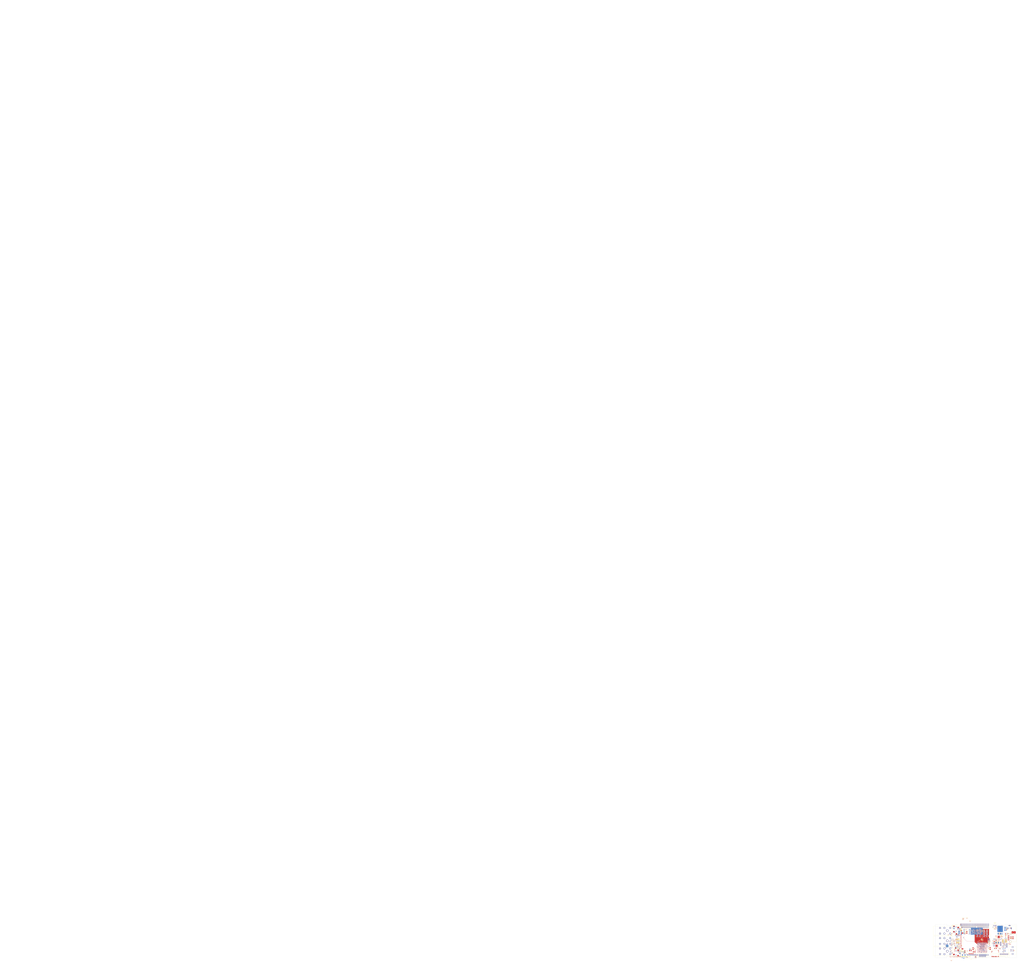
<source format=kicad_pcb>
(kicad_pcb (version 20171130) (host pcbnew 5.1.4-e60b266~84~ubuntu18.04.1)
  (layers (0 TOP_GND power) (1 SIGNAL1 signal) (2 SIGNAL2 signal) (3 GND0 power) (4 PWR power) (5 SIGNAL3_GND mixed) (6 SIGNAL4 signal) (31 BOTTOM power) (34 B.Paste user) (35 F.Paste user) (36 B.SilkS user) (37 F.SilkS user) (38 B.Mask user) (39 F.Mask user) (44 Edge.Cuts user))
  (net 0 "")
  (net 1 +3V3)
  (net 2 JD_IN)
  (net 3 JD_ROUT)
  (net 4 JD_LOUT)
  (net 5 +5V)
  (net 6 RF_IRQ)
  (net 7 GNDA)
  (net 8 /Audio/INSWITCH)
  (net 9 /Audio/HPSWITCH)
  (net 10 /Audio/RSWITCH)
  (net 11 /Audio/LSWITCH)
  (net 12 GND)
  (net 13 /Audio/MICBIAS)
  (net 14 /Audio/HPRCOM_PC)
  (net 15 /Audio/HPRCOM_MC)
  (net 16 /Audio/SIG_F)
  (net 17 /Audio/SIGC_F)
  (net 18 /Audio/JACK_IN_P)
  (net 19 /Audio/JACK_INC_P)
  (net 20 /Audio/JACK_IN_N)
  (net 21 /Audio/JACK_INC_N)
  (net 22 /DDR3/VREF)
  (net 23 DDR3_CK_P)
  (net 24 DDR3_CK_N)
  (net 25 DDR3_RAS#)
  (net 26 DDR3_WE#)
  (net 27 DDR3_CKE)
  (net 28 DDR3_CAS#)
  (net 29 DDR3_BA1)
  (net 30 DDR3_BA0)
  (net 31 DDR3_A0)
  (net 32 DDR3_A2)
  (net 33 DDR3_A1)
  (net 34 DDR3_A10)
  (net 35 DDR3_A4)
  (net 36 DDR3_A6)
  (net 37 DDR3_A5)
  (net 38 DDR3_A3)
  (net 39 DDR3_A8)
  (net 40 DDR3_A11)
  (net 41 DDR3_A9)
  (net 42 DDR3_A7)
  (net 43 DDR3_A12)
  (net 44 DDR3_ODT)
  (net 45 "Net-(C76-Pad2)")
  (net 46 "Net-(C85-Pad2)")
  (net 47 +1V35)
  (net 48 AX_TCLK)
  (net 49 AX_TDO)
  (net 50 AX_TDI)
  (net 51 AX_TMS)
  (net 52 LCD_D6)
  (net 53 LCD_D5)
  (net 54 LCD_D4)
  (net 55 LCD_D0)
  (net 56 LCD_SDI)
  (net 57 LCD_READ)
  (net 58 LCD_CS)
  (net 59 LCD_IM3)
  (net 60 LCD_IM0)
  (net 61 LCD_IM1)
  (net 62 LCD_IM2)
  (net 63 LCD_D13)
  (net 64 LCD_D16)
  (net 65 /Audio/LED_1RA)
  (net 66 /Audio/LED_1GA)
  (net 67 /Audio/LED_1BA)
  (net 68 /Audio/LED_1BC)
  (net 69 /Audio/LED_1GC)
  (net 70 /Audio/LED_1RC)
  (net 71 SD_D2)
  (net 72 SD_D3)
  (net 73 SD_CMD)
  (net 74 SD_CLK)
  (net 75 SD_D0)
  (net 76 SD_D1)
  (net 77 SD_CD)
  (net 78 TEMPO_SW)
  (net 79 DDR3_DM0)
  (net 80 DDR3_DQ2)
  (net 81 DDR3_DQ3)
  (net 82 DDR3_DQ6)
  (net 83 DDR3_DQ5)
  (net 84 DDR3_DQ7)
  (net 85 DDR3_DM1)
  (net 86 DDR3_DQ14)
  (net 87 DDR3_DQ15)
  (net 88 DDR3_DQS0_N)
  (net 89 DDR3_DQ1)
  (net 90 DDR3_DRST#)
  (net 91 DDR3_DQS0_P)
  (net 92 DDR3_DQ0)
  (net 93 RF2_IRQ)
  (net 94 DDR3_DQ4)
  (net 95 DDR3_A13)
  (net 96 DDR3_DQ8)
  (net 97 DDR3_DQ9)
  (net 98 I2S_BCLK)
  (net 99 DDR3_DQS1_N)
  (net 100 DDR3_A14)
  (net 101 DDR3_DQ10)
  (net 102 DDR3_DQS1_P)
  (net 103 DDR3_DQ13)
  (net 104 DDR3_DQ11)
  (net 105 DDR3_DQ12)
  (net 106 DDR3_DQ18)
  (net 107 DDR3_DQ17)
  (net 108 DDR3_DQS2_P)
  (net 109 DDR3_CS#)
  (net 110 DDR3_DQ16)
  (net 111 DDR3_DQ19)
  (net 112 DDR3_DM2)
  (net 113 DDR3_DQS2_N)
  (net 114 DDR3_DQ20)
  (net 115 DDR3_BA2)
  (net 116 I2S_ADCSD)
  (net 117 I2S_DACSD)
  (net 118 I2S_LRCLK)
  (net 119 I2S_MCLK)
  (net 120 "Net-(C1-Pad1)")
  (net 121 +1V8)
  (net 122 +1V0)
  (net 123 "Net-(C16-Pad1)")
  (net 124 "Net-(C21-Pad1)")
  (net 125 "Net-(C33-Pad1)")
  (net 126 "Net-(C45-Pad2)")
  (net 127 HPCOM_N)
  (net 128 HPCOM_P)
  (net 129 USBH_VBUS)
  (net 130 "Net-(C75-Pad2)")
  (net 131 USBD_VBUS)
  (net 132 "Net-(C84-Pad2)")
  (net 133 TOUCH_RST#)
  (net 134 I2C33_SCLK)
  (net 135 TOUCH_INT#)
  (net 136 "Net-(CONN2-Pad4)")
  (net 137 "Net-(CONN2-Pad2)")
  (net 138 "Net-(CONN2-Pad3)")
  (net 139 "Net-(CONN2-Pad5)")
  (net 140 /Audio/LED_2RC)
  (net 141 /Audio/LED_2GC)
  (net 142 /Audio/LED_2BC)
  (net 143 /Audio/LED_2BA)
  (net 144 /Audio/LED_2GA)
  (net 145 /Audio/LED_2RA)
  (net 146 LOUT_P)
  (net 147 LOUT_N)
  (net 148 ROUT_P)
  (net 149 ROUT_N)
  (net 150 "Net-(L1-Pad1)")
  (net 151 /Power/3V3TOLX)
  (net 152 /Power/1V0TOLX)
  (net 153 "Net-(Q1-Pad1)")
  (net 154 "Net-(Q2-Pad1)")
  (net 155 "Net-(Q3-Pad1)")
  (net 156 "Net-(Q4-Pad1)")
  (net 157 "Net-(Q5-Pad1)")
  (net 158 "Net-(Q6-Pad1)")
  (net 159 /Sensors/TEMPO_LED_D)
  (net 160 TEMPO_LED)
  (net 161 /LCD50/SLED0_G)
  (net 162 /LCD50/SLED1_G)
  (net 163 /LCD50/SLED2_G)
  (net 164 1v0en)
  (net 165 1v8en)
  (net 166 3v3en)
  (net 167 1v35en)
  (net 168 ZYNQ_POR)
  (net 169 "Net-(R6-Pad1)")
  (net 170 "Net-(R7-Pad2)")
  (net 171 PROGRAM_B)
  (net 172 INIT_B)
  (net 173 LED_1R_CTRL)
  (net 174 LED_2R_CTRL)
  (net 175 LED_1G_CTRL)
  (net 176 LED_2G_CTRL)
  (net 177 LED_1B_CTRL)
  (net 178 LED_2B_CTRL)
  (net 179 I2C18_SCLK)
  (net 180 I2C18_SDIN)
  (net 181 JD_HOUT)
  (net 182 "Net-(R33-Pad1)")
  (net 183 "Net-(R34-Pad1)")
  (net 184 "Net-(R42-Pad2)")
  (net 185 /Sensors/TEMPO_LED_R)
  (net 186 "Net-(R75-Pad1)")
  (net 187 "Net-(R76-Pad1)")
  (net 188 STATLED_0)
  (net 189 STATLED_1)
  (net 190 STATLED_2)
  (net 191 BOOTSPI_SCK_BMODE4)
  (net 192 BOOTSPI_DQ0_BMODE3)
  (net 193 BOOTSPI_DQ2_BMODE2)
  (net 194 BOOTSPI_DQ1_BMODE1)
  (net 195 BOOTSPI_DQ3_BMODE0)
  (net 196 VMODE0)
  (net 197 VMODE1)
  (net 198 "Net-(R100-Pad1)")
  (net 199 "Net-(U1-Pad4)")
  (net 200 1v35PG)
  (net 201 BOOTSPI_CS)
  (net 202 UART33_TX)
  (net 203 UART33_RX)
  (net 204 TLV_RST#)
  (net 205 "Net-(U14-Pad3)")
  (net 206 /USB/USBH_FLAG_LED)
  (net 207 "Net-(D3-Pad1)")
  (net 208 /LCD50/SLED0_R)
  (net 209 /LCD50/SLED0_D)
  (net 210 /LCD50/SLED1_D)
  (net 211 /LCD50/SLED1_R)
  (net 212 /LCD50/SLED2_D)
  (net 213 /LCD50/SLED2_R)
  (net 214 /Power/1V8TOLX)
  (net 215 "Net-(C69-Pad2)")
  (net 216 "Net-(C80-Pad2)")
  (net 217 LCD_D7)
  (net 218 LCD_D9)
  (net 219 LCD_D10)
  (net 220 LCD_D11)
  (net 221 LCD_D8)
  (net 222 LCD_D12)
  (net 223 LCD_D14)
  (net 224 LCD_D15)
  (net 225 LCD_D17)
  (net 226 RGB_DOTCLK)
  (net 227 RGB_HSYNC)
  (net 228 RGB_VSYNC)
  (net 229 RGB_DE)
  (net 230 LCD_RST)
  (net 231 LCD_TE)
  (net 232 LCD_DorI)
  (net 233 LCD_WRITE)
  (net 234 LCD_SDO)
  (net 235 LCD_D1)
  (net 236 LCD_D2)
  (net 237 LCD_D3)
  (net 238 USBH_D_P)
  (net 239 USBH_D_N)
  (net 240 USBD_D_N)
  (net 241 USBD_D_P)
  (net 242 "Net-(R36-Pad1)")
  (net 243 "Net-(R38-Pad1)")
  (net 244 "Net-(R39-Pad1)")
  (net 245 "Net-(R41-Pad1)")
  (net 246 DDR3_DQ27)
  (net 247 DDR3_DQ25)
  (net 248 DDR3_DQ28)
  (net 249 DDR3_DM3)
  (net 250 DDR3_DQS3_P)
  (net 251 DDR3_DQS3_N)
  (net 252 DDR3_DQ29)
  (net 253 DDR3_DQ26)
  (net 254 DDR3_DQ31)
  (net 255 DDR3_DQ30)
  (net 256 DDR3_DQ24)
  (net 257 DDR3_DQ21)
  (net 258 DDR3_DQ23)
  (net 259 DDR3_DQ22)
  (net 260 USB1_D0)
  (net 261 USB0_D3)
  (net 262 USB0_nxt)
  (net 263 USB0_D6)
  (net 264 USB1_stp)
  (net 265 USB1_D2)
  (net 266 USB0_D1)
  (net 267 USB1_D4)
  (net 268 USB0_D7)
  (net 269 USB1_dir)
  (net 270 USB0_D4)
  (net 271 USB0_stp)
  (net 272 USB0_dir)
  (net 273 USB1_D5)
  (net 274 USB1_RST)
  (net 275 USB0_RST)
  (net 276 USB1_D1)
  (net 277 USB1_D3)
  (net 278 USB1_D6)
  (net 279 USB1_CLK)
  (net 280 USB1_D7)
  (net 281 USB0_D0)
  (net 282 USB0_D2)
  (net 283 USB0_CLK)
  (net 284 USB0_D5)
  (net 285 USB1_nxt)
  (net 286 USBH_CPEN)
  (net 287 "Net-(R98-Pad1)")
  (net 288 CLK33.33)
  (net 289 HDMI_CLK_P)
  (net 290 HDMI_CLK_N)
  (net 291 HDMI_CEC)
  (net 292 HDMI_HEAC_P)
  (net 293 HDMI_HEAC_N)
  (net 294 HDMI_R_N)
  (net 295 HDMI_R_P)
  (net 296 HDMI_G_N)
  (net 297 HDMI_G_P)
  (net 298 HDMI_B_N)
  (net 299 HDMI_B_P)
  (net 300 I2C33_SDA)
  (net 301 DDR3_VTT)
  (net 302 "Net-(D7-Pad1)")
  (net 303 "Net-(C131-Pad1)")
  (net 304 I2C33_SDIN)
  (net 305 DDR3_VTT_EN)
  (net 306 /DDR3/ZQH)
  (net 307 /DDR3/ZQL)
  (net 308 /DDR3/PGOOD_LED)
  (net 309 "Net-(J10-Pad3)")
  (net 310 "Net-(J10-Pad2)")
  (net 311 MIDI_IN)
  (net 312 JD_MOUT)
  (net 313 MIDI_EN)
  (net 314 IR_RX)
  (module Package_SON:VSON-10-1EP_3x3mm_P0.5mm_EP1.65x2.4mm_ThermalVias (layer BOTTOM) (at 179.84 107.21 180)
    (fp_text reference U8 (at 0 2.9 180) (layer B.SilkS) (effects (justify mirror)))
    (fp_text value TPS51200DRCR)
    (pad 1 smd rect (at -1.475 1 180) (size 0.85 0.28) (layers BOTTOM B.Paste B.Mask) (net 22 /DDR3/VREF))
    (pad 2 smd rect (at -1.475 0.5 180) (size 0.85 0.28) (layers BOTTOM B.Paste B.Mask) (net 47 +1V35))
    (pad 3 smd rect (at -1.475 0 180) (size 0.85 0.28) (layers BOTTOM B.Paste B.Mask) (net 301 DDR3_VTT))
    (pad 4 smd rect (at -1.475 -0.5 180) (size 0.85 0.28) (layers BOTTOM B.Paste B.Mask) (net 12 GND))
    (pad 5 smd rect (at -1.475 -1 180) (size 0.85 0.28) (layers BOTTOM B.Paste B.Mask) (net 301 DDR3_VTT))
    (pad 6 smd rect (at 1.475 -1 180) (size 0.85 0.28) (layers BOTTOM B.Paste B.Mask) (net 303 "Net-(C131-Pad1)"))
    (pad 7 smd rect (at 1.475 -0.5 180) (size 0.85 0.28) (layers BOTTOM B.Paste B.Mask) (net 305 DDR3_VTT_EN))
    (pad 8 smd rect (at 1.475 0 180) (size 0.85 0.28) (layers BOTTOM B.Paste B.Mask) (net 12 GND))
    (pad 9 smd rect (at 1.475 0.5 180) (size 0.85 0.28) (layers BOTTOM B.Paste B.Mask) (net 302 "Net-(D7-Pad1)"))
    (pad 10 smd rect (at 1.475 1 180) (size 0.85 0.28) (layers BOTTOM B.Paste B.Mask) (net 1 +3V3))
    (pad 11 smd rect (at 0 0 180) (size 1.65 2.4) (layers BOTTOM B.Mask) (net 12 GND))
    (pad 11 smd rect (at -0.25 1.55 180) (size 0.28 0.7) (layers BOTTOM B.Paste B.Mask) (net 12 GND))
    (pad 11 smd rect (at -0.25 -1.55 180) (size 0.28 0.7) (layers BOTTOM B.Paste B.Mask) (net 12 GND))
    (pad 11 smd rect (at 0.25 1.55 180) (size 0.28 0.7) (layers BOTTOM B.Paste B.Mask) (net 12 GND))
    (pad 11 smd rect (at 0.25 -1.55 180) (size 0.28 0.7) (layers BOTTOM B.Paste B.Mask) (net 12 GND))
    (pad 11 smd rect (at 0 0 180) (size 1.65 2.4) (layers TOP_GND) (net 12 GND))
  )
  (module DFTcustom:BGA-484_19.0x19.0mm_Layout22x22_P0.80mm_dia0.40mm (layer TOP_GND) (at 195 136 270)
    (fp_text reference U20 (at 0 -12 270) (layer F.SilkS))
    (fp_text value xc7z020clg484)
    (pad AB22 smd circle (at 8.4 8.4 270) (size 0.4 0.4) (layers TOP_GND F.Paste F.Mask))
    (pad AB21 smd circle (at 7.6 8.4 270) (size 0.4 0.4) (layers TOP_GND F.Paste F.Mask))
    (pad AB20 smd circle (at 6.8 8.4 270) (size 0.4 0.4) (layers TOP_GND F.Paste F.Mask))
    (pad AB19 smd circle (at 6 8.4 270) (size 0.4 0.4) (layers TOP_GND F.Paste F.Mask))
    (pad AB18 smd circle (at 5.2 8.4 270) (size 0.4 0.4) (layers TOP_GND F.Paste F.Mask) (net 12 GND))
    (pad AB17 smd circle (at 4.4 8.4 270) (size 0.4 0.4) (layers TOP_GND F.Paste F.Mask) (net 98 I2S_BCLK))
    (pad AB16 smd circle (at 3.6 8.4 270) (size 0.4 0.4) (layers TOP_GND F.Paste F.Mask) (net 117 I2S_DACSD))
    (pad AB15 smd circle (at 2.8 8.4 270) (size 0.4 0.4) (layers TOP_GND F.Paste F.Mask))
    (pad AB14 smd circle (at 2 8.4 270) (size 0.4 0.4) (layers TOP_GND F.Paste F.Mask))
    (pad AB13 smd circle (at 1.2 8.4 270) (size 0.4 0.4) (layers TOP_GND F.Paste F.Mask) (net 1 +3V3))
    (pad AB12 smd circle (at 0.4 8.4 270) (size 0.4 0.4) (layers TOP_GND F.Paste F.Mask) (net 225 LCD_D17))
    (pad AB11 smd circle (at -0.4 8.4 270) (size 0.4 0.4) (layers TOP_GND F.Paste F.Mask) (net 226 RGB_DOTCLK))
    (pad AB10 smd circle (at -1.2 8.4 270) (size 0.4 0.4) (layers TOP_GND F.Paste F.Mask) (net 219 LCD_D10))
    (pad AB9 smd circle (at -2 8.4 270) (size 0.4 0.4) (layers TOP_GND F.Paste F.Mask) (net 64 LCD_D16))
    (pad AB8 smd circle (at -2.8 8.4 270) (size 0.4 0.4) (layers TOP_GND F.Paste F.Mask) (net 12 GND))
    (pad AB7 smd circle (at -3.6 8.4 270) (size 0.4 0.4) (layers TOP_GND F.Paste F.Mask) (net 235 LCD_D1))
    (pad AB6 smd circle (at -4.4 8.4 270) (size 0.4 0.4) (layers TOP_GND F.Paste F.Mask) (net 236 LCD_D2))
    (pad AB5 smd circle (at -5.2 8.4 270) (size 0.4 0.4) (layers TOP_GND F.Paste F.Mask))
    (pad AB4 smd circle (at -6 8.4 270) (size 0.4 0.4) (layers TOP_GND F.Paste F.Mask) (net 237 LCD_D3))
    (pad AB3 smd circle (at -6.8 8.4 270) (size 0.4 0.4) (layers TOP_GND F.Paste F.Mask) (net 121 +1V8))
    (pad AB2 smd circle (at -7.6 8.4 270) (size 0.4 0.4) (layers TOP_GND F.Paste F.Mask) (net 53 LCD_D5))
    (pad AB1 smd circle (at -8.4 8.4 270) (size 0.4 0.4) (layers TOP_GND F.Paste F.Mask) (net 221 LCD_D8))
    (pad AA22 smd circle (at 8.4 7.6 270) (size 0.4 0.4) (layers TOP_GND F.Paste F.Mask))
    (pad AA21 smd circle (at 7.6 7.6 270) (size 0.4 0.4) (layers TOP_GND F.Paste F.Mask))
    (pad AA20 smd circle (at 6.8 7.6 270) (size 0.4 0.4) (layers TOP_GND F.Paste F.Mask) (net 1 +3V3))
    (pad AA19 smd circle (at 6 7.6 270) (size 0.4 0.4) (layers TOP_GND F.Paste F.Mask) (net 312 JD_MOUT))
    (pad AA18 smd circle (at 5.2 7.6 270) (size 0.4 0.4) (layers TOP_GND F.Paste F.Mask) (net 290 HDMI_CLK_N))
    (pad AA17 smd circle (at 4.4 7.6 270) (size 0.4 0.4) (layers TOP_GND F.Paste F.Mask) (net 119 I2S_MCLK))
    (pad AA16 smd circle (at 3.6 7.6 270) (size 0.4 0.4) (layers TOP_GND F.Paste F.Mask) (net 118 I2S_LRCLK))
    (pad AA15 smd circle (at 2.8 7.6 270) (size 0.4 0.4) (layers TOP_GND F.Paste F.Mask) (net 12 GND))
    (pad AA14 smd circle (at 2 7.6 270) (size 0.4 0.4) (layers TOP_GND F.Paste F.Mask) (net 174 LED_2R_CTRL))
    (pad AA13 smd circle (at 1.2 7.6 270) (size 0.4 0.4) (layers TOP_GND F.Paste F.Mask))
    (pad AA12 smd circle (at 0.4 7.6 270) (size 0.4 0.4) (layers TOP_GND F.Paste F.Mask) (net 227 RGB_HSYNC))
    (pad AA11 smd circle (at -0.4 7.6 270) (size 0.4 0.4) (layers TOP_GND F.Paste F.Mask) (net 229 RGB_DE))
    (pad AA10 smd circle (at -1.2 7.6 270) (size 0.4 0.4) (layers TOP_GND F.Paste F.Mask) (net 121 +1V8))
    (pad AA9 smd circle (at -2 7.6 270) (size 0.4 0.4) (layers TOP_GND F.Paste F.Mask) (net 223 LCD_D14))
    (pad AA8 smd circle (at -2.8 7.6 270) (size 0.4 0.4) (layers TOP_GND F.Paste F.Mask) (net 218 LCD_D9))
    (pad AA7 smd circle (at -3.6 7.6 270) (size 0.4 0.4) (layers TOP_GND F.Paste F.Mask) (net 52 LCD_D6))
    (pad AA6 smd circle (at -4.4 7.6 270) (size 0.4 0.4) (layers TOP_GND F.Paste F.Mask) (net 54 LCD_D4))
    (pad AA5 smd circle (at -5.2 7.6 270) (size 0.4 0.4) (layers TOP_GND F.Paste F.Mask) (net 12 GND))
    (pad AA4 smd circle (at -6 7.6 270) (size 0.4 0.4) (layers TOP_GND F.Paste F.Mask) (net 180 I2C18_SDIN))
    (pad AA3 smd circle (at -6.8 7.6 270) (size 0.4 0.4) (layers TOP_GND F.Paste F.Mask) (net 256 DDR3_DQ24))
    (pad AA2 smd circle (at -7.6 7.6 270) (size 0.4 0.4) (layers TOP_GND F.Paste F.Mask) (net 249 DDR3_DM3))
    (pad AA1 smd circle (at -8.4 7.6 270) (size 0.4 0.4) (layers TOP_GND F.Paste F.Mask) (net 253 DDR3_DQ26))
    (pad Y22 smd circle (at 8.4 6.8 270) (size 0.4 0.4) (layers TOP_GND F.Paste F.Mask) (net 12 GND))
    (pad Y21 smd circle (at 7.6 6.8 270) (size 0.4 0.4) (layers TOP_GND F.Paste F.Mask))
    (pad Y20 smd circle (at 6.8 6.8 270) (size 0.4 0.4) (layers TOP_GND F.Paste F.Mask))
    (pad Y19 smd circle (at 6 6.8 270) (size 0.4 0.4) (layers TOP_GND F.Paste F.Mask) (net 4 JD_LOUT))
    (pad Y18 smd circle (at 5.2 6.8 270) (size 0.4 0.4) (layers TOP_GND F.Paste F.Mask) (net 289 HDMI_CLK_P))
    (pad Y17 smd circle (at 4.4 6.8 270) (size 0.4 0.4) (layers TOP_GND F.Paste F.Mask) (net 1 +3V3))
    (pad Y16 smd circle (at 3.6 6.8 270) (size 0.4 0.4) (layers TOP_GND F.Paste F.Mask) (net 181 JD_HOUT))
    (pad Y15 smd circle (at 2.8 6.8 270) (size 0.4 0.4) (layers TOP_GND F.Paste F.Mask) (net 173 LED_1R_CTRL))
    (pad Y14 smd circle (at 2 6.8 270) (size 0.4 0.4) (layers TOP_GND F.Paste F.Mask) (net 176 LED_2G_CTRL))
    (pad Y13 smd circle (at 1.2 6.8 270) (size 0.4 0.4) (layers TOP_GND F.Paste F.Mask))
    (pad Y12 smd circle (at 0.4 6.8 270) (size 0.4 0.4) (layers TOP_GND F.Paste F.Mask) (net 12 GND))
    (pad Y11 smd circle (at -0.4 6.8 270) (size 0.4 0.4) (layers TOP_GND F.Paste F.Mask) (net 220 LCD_D11))
    (pad Y10 smd circle (at -1.2 6.8 270) (size 0.4 0.4) (layers TOP_GND F.Paste F.Mask) (net 217 LCD_D7))
    (pad Y9 smd circle (at -2 6.8 270) (size 0.4 0.4) (layers TOP_GND F.Paste F.Mask))
    (pad Y8 smd circle (at -2.8 6.8 270) (size 0.4 0.4) (layers TOP_GND F.Paste F.Mask) (net 222 LCD_D12))
    (pad Y7 smd circle (at -3.6 6.8 270) (size 0.4 0.4) (layers TOP_GND F.Paste F.Mask) (net 121 +1V8))
    (pad Y6 smd circle (at -4.4 6.8 270) (size 0.4 0.4) (layers TOP_GND F.Paste F.Mask))
    (pad Y5 smd circle (at -5.2 6.8 270) (size 0.4 0.4) (layers TOP_GND F.Paste F.Mask))
    (pad Y4 smd circle (at -6 6.8 270) (size 0.4 0.4) (layers TOP_GND F.Paste F.Mask) (net 179 I2C18_SCLK))
    (pad Y3 smd circle (at -6.8 6.8 270) (size 0.4 0.4) (layers TOP_GND F.Paste F.Mask) (net 252 DDR3_DQ29))
    (pad Y2 smd circle (at -7.6 6.8 270) (size 0.4 0.4) (layers TOP_GND F.Paste F.Mask) (net 12 GND))
    (pad Y1 smd circle (at -8.4 6.8 270) (size 0.4 0.4) (layers TOP_GND F.Paste F.Mask) (net 254 DDR3_DQ31))
    (pad W22 smd circle (at 8.4 6 270) (size 0.4 0.4) (layers TOP_GND F.Paste F.Mask) (net 296 HDMI_G_N))
    (pad W21 smd circle (at 7.6 6 270) (size 0.4 0.4) (layers TOP_GND F.Paste F.Mask) (net 298 HDMI_B_N))
    (pad W20 smd circle (at 6.8 6 270) (size 0.4 0.4) (layers TOP_GND F.Paste F.Mask) (net 299 HDMI_B_P))
    (pad W19 smd circle (at 6 6 270) (size 0.4 0.4) (layers TOP_GND F.Paste F.Mask) (net 12 GND))
    (pad W18 smd circle (at 5.2 6 270) (size 0.4 0.4) (layers TOP_GND F.Paste F.Mask) (net 3 JD_ROUT))
    (pad W17 smd circle (at 4.4 6 270) (size 0.4 0.4) (layers TOP_GND F.Paste F.Mask) (net 2 JD_IN))
    (pad W16 smd circle (at 3.6 6 270) (size 0.4 0.4) (layers TOP_GND F.Paste F.Mask) (net 204 TLV_RST#))
    (pad W15 smd circle (at 2.8 6 270) (size 0.4 0.4) (layers TOP_GND F.Paste F.Mask) (net 178 LED_2B_CTRL))
    (pad W14 smd circle (at 2 6 270) (size 0.4 0.4) (layers TOP_GND F.Paste F.Mask) (net 1 +3V3))
    (pad W13 smd circle (at 1.2 6 270) (size 0.4 0.4) (layers TOP_GND F.Paste F.Mask) (net 175 LED_1G_CTRL))
    (pad W12 smd circle (at 0.4 6 270) (size 0.4 0.4) (layers TOP_GND F.Paste F.Mask) (net 228 RGB_VSYNC))
    (pad W11 smd circle (at -0.4 6 270) (size 0.4 0.4) (layers TOP_GND F.Paste F.Mask) (net 62 LCD_IM2))
    (pad W10 smd circle (at -1.2 6 270) (size 0.4 0.4) (layers TOP_GND F.Paste F.Mask) (net 59 LCD_IM3))
    (pad W9 smd circle (at -2 6 270) (size 0.4 0.4) (layers TOP_GND F.Paste F.Mask) (net 12 GND))
    (pad W8 smd circle (at -2.8 6 270) (size 0.4 0.4) (layers TOP_GND F.Paste F.Mask))
    (pad W7 smd circle (at -3.6 6 270) (size 0.4 0.4) (layers TOP_GND F.Paste F.Mask) (net 188 STATLED_0))
    (pad W6 smd circle (at -4.4 6 270) (size 0.4 0.4) (layers TOP_GND F.Paste F.Mask) (net 58 LCD_CS))
    (pad W5 smd circle (at -5.2 6 270) (size 0.4 0.4) (layers TOP_GND F.Paste F.Mask) (net 190 STATLED_2))
    (pad W4 smd circle (at -6 6 270) (size 0.4 0.4) (layers TOP_GND F.Paste F.Mask) (net 121 +1V8))
    (pad W3 smd circle (at -6.8 6 270) (size 0.4 0.4) (layers TOP_GND F.Paste F.Mask) (net 255 DDR3_DQ30))
    (pad W2 smd circle (at -7.6 6 270) (size 0.4 0.4) (layers TOP_GND F.Paste F.Mask) (net 251 DDR3_DQS3_N))
    (pad W1 smd circle (at -8.4 6 270) (size 0.4 0.4) (layers TOP_GND F.Paste F.Mask) (net 248 DDR3_DQ28))
    (pad V22 smd circle (at 8.4 5.2 270) (size 0.4 0.4) (layers TOP_GND F.Paste F.Mask) (net 297 HDMI_G_P))
    (pad V21 smd circle (at 7.6 5.2 270) (size 0.4 0.4) (layers TOP_GND F.Paste F.Mask) (net 1 +3V3))
    (pad V20 smd circle (at 6.8 5.2 270) (size 0.4 0.4) (layers TOP_GND F.Paste F.Mask) (net 291 HDMI_CEC))
    (pad V19 smd circle (at 6 5.2 270) (size 0.4 0.4) (layers TOP_GND F.Paste F.Mask) (net 313 MIDI_EN))
    (pad V18 smd circle (at 5.2 5.2 270) (size 0.4 0.4) (layers TOP_GND F.Paste F.Mask) (net 314 IR_RX))
    (pad V17 smd circle (at 4.4 5.2 270) (size 0.4 0.4) (layers TOP_GND F.Paste F.Mask))
    (pad V16 smd circle (at 3.6 5.2 270) (size 0.4 0.4) (layers TOP_GND F.Paste F.Mask) (net 12 GND))
    (pad V15 smd circle (at 2.8 5.2 270) (size 0.4 0.4) (layers TOP_GND F.Paste F.Mask) (net 116 I2S_ADCSD))
    (pad V14 smd circle (at 2 5.2 270) (size 0.4 0.4) (layers TOP_GND F.Paste F.Mask) (net 78 TEMPO_SW))
    (pad V13 smd circle (at 1.2 5.2 270) (size 0.4 0.4) (layers TOP_GND F.Paste F.Mask) (net 177 LED_1B_CTRL))
    (pad V12 smd circle (at 0.4 5.2 270) (size 0.4 0.4) (layers TOP_GND F.Paste F.Mask) (net 230 LCD_RST))
    (pad V11 smd circle (at -0.4 5.2 270) (size 0.4 0.4) (layers TOP_GND F.Paste F.Mask) (net 121 +1V8))
    (pad V10 smd circle (at -1.2 5.2 270) (size 0.4 0.4) (layers TOP_GND F.Paste F.Mask))
    (pad V9 smd circle (at -2 5.2 270) (size 0.4 0.4) (layers TOP_GND F.Paste F.Mask) (net 160 TEMPO_LED))
    (pad V8 smd circle (at -2.8 5.2 270) (size 0.4 0.4) (layers TOP_GND F.Paste F.Mask) (net 60 LCD_IM0))
    (pad V7 smd circle (at -3.6 5.2 270) (size 0.4 0.4) (layers TOP_GND F.Paste F.Mask) (net 189 STATLED_1))
    (pad V6 smd circle (at -4.4 5.2 270) (size 0.4 0.4) (layers TOP_GND F.Paste F.Mask) (net 12 GND))
    (pad V5 smd circle (at -5.2 5.2 270) (size 0.4 0.4) (layers TOP_GND F.Paste F.Mask) (net 232 LCD_DorI))
    (pad V4 smd circle (at -6 5.2 270) (size 0.4 0.4) (layers TOP_GND F.Paste F.Mask) (net 234 LCD_SDO))
    (pad V3 smd circle (at -6.8 5.2 270) (size 0.4 0.4) (layers TOP_GND F.Paste F.Mask) (net 27 DDR3_CKE))
    (pad V2 smd circle (at -7.6 5.2 270) (size 0.4 0.4) (layers TOP_GND F.Paste F.Mask) (net 250 DDR3_DQS3_P))
    (pad V1 smd circle (at -8.4 5.2 270) (size 0.4 0.4) (layers TOP_GND F.Paste F.Mask) (net 47 +1V35))
    (pad U22 smd circle (at 8.4 4.4 270) (size 0.4 0.4) (layers TOP_GND F.Paste F.Mask) (net 294 HDMI_R_N))
    (pad U21 smd circle (at 7.6 4.4 270) (size 0.4 0.4) (layers TOP_GND F.Paste F.Mask) (net 293 HDMI_HEAC_N))
    (pad U20 smd circle (at 6.8 4.4 270) (size 0.4 0.4) (layers TOP_GND F.Paste F.Mask) (net 311 MIDI_IN))
    (pad U19 smd circle (at 6 4.4 270) (size 0.4 0.4) (layers TOP_GND F.Paste F.Mask))
    (pad U18 smd circle (at 5.2 4.4 270) (size 0.4 0.4) (layers TOP_GND F.Paste F.Mask) (net 1 +3V3))
    (pad U17 smd circle (at 4.4 4.4 270) (size 0.4 0.4) (layers TOP_GND F.Paste F.Mask))
    (pad U16 smd circle (at 3.6 4.4 270) (size 0.4 0.4) (layers TOP_GND F.Paste F.Mask) (net 305 DDR3_VTT_EN))
    (pad U15 smd circle (at 2.8 4.4 270) (size 0.4 0.4) (layers TOP_GND F.Paste F.Mask))
    (pad U14 smd circle (at 2 4.4 270) (size 0.4 0.4) (layers TOP_GND F.Paste F.Mask))
    (pad U13 smd circle (at 1.2 4.4 270) (size 0.4 0.4) (layers TOP_GND F.Paste F.Mask) (net 12 GND))
    (pad U12 smd circle (at 0.4 4.4 270) (size 0.4 0.4) (layers TOP_GND F.Paste F.Mask))
    (pad U11 smd circle (at -0.4 4.4 270) (size 0.4 0.4) (layers TOP_GND F.Paste F.Mask) (net 61 LCD_IM1))
    (pad U10 smd circle (at -1.2 4.4 270) (size 0.4 0.4) (layers TOP_GND F.Paste F.Mask) (net 224 LCD_D15))
    (pad U9 smd circle (at -2 4.4 270) (size 0.4 0.4) (layers TOP_GND F.Paste F.Mask) (net 63 LCD_D13))
    (pad U8 smd circle (at -2.8 4.4 270) (size 0.4 0.4) (layers TOP_GND F.Paste F.Mask) (net 121 +1V8))
    (pad U7 smd circle (at -3.6 4.4 270) (size 0.4 0.4) (layers TOP_GND F.Paste F.Mask))
    (pad U6 smd circle (at -4.4 4.4 270) (size 0.4 0.4) (layers TOP_GND F.Paste F.Mask) (net 231 LCD_TE))
    (pad U5 smd circle (at -5.2 4.4 270) (size 0.4 0.4) (layers TOP_GND F.Paste F.Mask) (net 233 LCD_WRITE))
    (pad U4 smd circle (at -6 4.4 270) (size 0.4 0.4) (layers TOP_GND F.Paste F.Mask) (net 55 LCD_D0))
    (pad U3 smd circle (at -6.8 4.4 270) (size 0.4 0.4) (layers TOP_GND F.Paste F.Mask) (net 12 GND))
    (pad U2 smd circle (at -7.6 4.4 270) (size 0.4 0.4) (layers TOP_GND F.Paste F.Mask) (net 246 DDR3_DQ27))
    (pad U1 smd circle (at -8.4 4.4 270) (size 0.4 0.4) (layers TOP_GND F.Paste F.Mask) (net 247 DDR3_DQ25))
    (pad T22 smd circle (at 8.4 3.6 270) (size 0.4 0.4) (layers TOP_GND F.Paste F.Mask) (net 295 HDMI_R_P))
    (pad T21 smd circle (at 7.6 3.6 270) (size 0.4 0.4) (layers TOP_GND F.Paste F.Mask) (net 292 HDMI_HEAC_P))
    (pad T20 smd circle (at 6.8 3.6 270) (size 0.4 0.4) (layers TOP_GND F.Paste F.Mask) (net 12 GND))
    (pad T19 smd circle (at 6 3.6 270) (size 0.4 0.4) (layers TOP_GND F.Paste F.Mask))
    (pad T18 smd circle (at 5.2 3.6 270) (size 0.4 0.4) (layers TOP_GND F.Paste F.Mask))
    (pad T17 smd circle (at 4.4 3.6 270) (size 0.4 0.4) (layers TOP_GND F.Paste F.Mask))
    (pad T16 smd circle (at 3.6 3.6 270) (size 0.4 0.4) (layers TOP_GND F.Paste F.Mask))
    (pad T15 smd circle (at 2.8 3.6 270) (size 0.4 0.4) (layers TOP_GND F.Paste F.Mask))
    (pad T14 smd circle (at 2 3.6 270) (size 0.4 0.4) (layers TOP_GND F.Paste F.Mask) (net 172 INIT_B))
    (pad T13 smd circle (at 1.2 3.6 270) (size 0.4 0.4) (layers TOP_GND F.Paste F.Mask) (net 12 GND))
    (pad T12 smd circle (at 0.4 3.6 270) (size 0.4 0.4) (layers TOP_GND F.Paste F.Mask))
    (pad T11 smd circle (at -0.4 3.6 270) (size 0.4 0.4) (layers TOP_GND F.Paste F.Mask) (net 171 PROGRAM_B))
    (pad T10 smd circle (at -1.2 3.6 270) (size 0.4 0.4) (layers TOP_GND F.Paste F.Mask) (net 121 +1V8))
    (pad T9 smd circle (at -2 3.6 270) (size 0.4 0.4) (layers TOP_GND F.Paste F.Mask) (net 121 +1V8))
    (pad T8 smd circle (at -2.8 3.6 270) (size 0.4 0.4) (layers TOP_GND F.Paste F.Mask) (net 121 +1V8))
    (pad T7 smd circle (at -3.6 3.6 270) (size 0.4 0.4) (layers TOP_GND F.Paste F.Mask) (net 121 +1V8))
    (pad T6 smd circle (at -4.4 3.6 270) (size 0.4 0.4) (layers TOP_GND F.Paste F.Mask) (net 57 LCD_READ))
    (pad T5 smd circle (at -5.2 3.6 270) (size 0.4 0.4) (layers TOP_GND F.Paste F.Mask) (net 121 +1V8))
    (pad T4 smd circle (at -6 3.6 270) (size 0.4 0.4) (layers TOP_GND F.Paste F.Mask) (net 56 LCD_SDI))
    (pad T3 smd circle (at -6.8 3.6 270) (size 0.4 0.4) (layers TOP_GND F.Paste F.Mask) (net 107 DDR3_DQ17))
    (pad T2 smd circle (at -7.6 3.6 270) (size 0.4 0.4) (layers TOP_GND F.Paste F.Mask) (net 257 DDR3_DQ21))
    (pad T1 smd circle (at -8.4 3.6 270) (size 0.4 0.4) (layers TOP_GND F.Paste F.Mask) (net 111 DDR3_DQ19))
    (pad R22 smd circle (at 8.4 2.8 270) (size 0.4 0.4) (layers TOP_GND F.Paste F.Mask))
    (pad R21 smd circle (at 7.6 2.8 270) (size 0.4 0.4) (layers TOP_GND F.Paste F.Mask))
    (pad R20 smd circle (at 6.8 2.8 270) (size 0.4 0.4) (layers TOP_GND F.Paste F.Mask))
    (pad R19 smd circle (at 6 2.8 270) (size 0.4 0.4) (layers TOP_GND F.Paste F.Mask))
    (pad R18 smd circle (at 5.2 2.8 270) (size 0.4 0.4) (layers TOP_GND F.Paste F.Mask))
    (pad R17 smd circle (at 4.4 2.8 270) (size 0.4 0.4) (layers TOP_GND F.Paste F.Mask) (net 12 GND))
    (pad R16 smd circle (at 3.6 2.8 270) (size 0.4 0.4) (layers TOP_GND F.Paste F.Mask))
    (pad R15 smd circle (at 2.8 2.8 270) (size 0.4 0.4) (layers TOP_GND F.Paste F.Mask))
    (pad R14 smd circle (at 2 2.8 270) (size 0.4 0.4) (layers TOP_GND F.Paste F.Mask) (net 122 +1V0))
    (pad R13 smd circle (at 1.2 2.8 270) (size 0.4 0.4) (layers TOP_GND F.Paste F.Mask) (net 12 GND))
    (pad R12 smd circle (at 0.4 2.8 270) (size 0.4 0.4) (layers TOP_GND F.Paste F.Mask) (net 121 +1V8))
    (pad R11 smd circle (at -0.4 2.8 270) (size 0.4 0.4) (layers TOP_GND F.Paste F.Mask) (net 12 GND))
    (pad R10 smd circle (at -1.2 2.8 270) (size 0.4 0.4) (layers TOP_GND F.Paste F.Mask) (net 121 +1V8))
    (pad R9 smd circle (at -2 2.8 270) (size 0.4 0.4) (layers TOP_GND F.Paste F.Mask) (net 12 GND))
    (pad R8 smd circle (at -2.8 2.8 270) (size 0.4 0.4) (layers TOP_GND F.Paste F.Mask) (net 122 +1V0))
    (pad R7 smd circle (at -3.6 2.8 270) (size 0.4 0.4) (layers TOP_GND F.Paste F.Mask))
    (pad R6 smd circle (at -4.4 2.8 270) (size 0.4 0.4) (layers TOP_GND F.Paste F.Mask))
    (pad R5 smd circle (at -5.2 2.8 270) (size 0.4 0.4) (layers TOP_GND F.Paste F.Mask) (net 25 DDR3_RAS#))
    (pad R4 smd circle (at -6 2.8 270) (size 0.4 0.4) (layers TOP_GND F.Paste F.Mask) (net 26 DDR3_WE#))
    (pad R3 smd circle (at -6.8 2.8 270) (size 0.4 0.4) (layers TOP_GND F.Paste F.Mask) (net 114 DDR3_DQ20))
    (pad R2 smd circle (at -7.6 2.8 270) (size 0.4 0.4) (layers TOP_GND F.Paste F.Mask) (net 47 +1V35))
    (pad R1 smd circle (at -8.4 2.8 270) (size 0.4 0.4) (layers TOP_GND F.Paste F.Mask) (net 258 DDR3_DQ23))
    (pad P22 smd circle (at 8.4 2 270) (size 0.4 0.4) (layers TOP_GND F.Paste F.Mask))
    (pad P21 smd circle (at 7.6 2 270) (size 0.4 0.4) (layers TOP_GND F.Paste F.Mask))
    (pad P20 smd circle (at 6.8 2 270) (size 0.4 0.4) (layers TOP_GND F.Paste F.Mask))
    (pad P19 smd circle (at 6 2 270) (size 0.4 0.4) (layers TOP_GND F.Paste F.Mask))
    (pad P18 smd circle (at 5.2 2 270) (size 0.4 0.4) (layers TOP_GND F.Paste F.Mask))
    (pad P17 smd circle (at 4.4 2 270) (size 0.4 0.4) (layers TOP_GND F.Paste F.Mask))
    (pad P16 smd circle (at 3.6 2 270) (size 0.4 0.4) (layers TOP_GND F.Paste F.Mask))
    (pad P15 smd circle (at 2.8 2 270) (size 0.4 0.4) (layers TOP_GND F.Paste F.Mask))
    (pad P14 smd circle (at 2 2 270) (size 0.4 0.4) (layers TOP_GND F.Paste F.Mask) (net 12 GND))
    (pad P13 smd circle (at 1.2 2 270) (size 0.4 0.4) (layers TOP_GND F.Paste F.Mask) (net 122 +1V0))
    (pad P12 smd circle (at 0.4 2 270) (size 0.4 0.4) (layers TOP_GND F.Paste F.Mask) (net 12 GND))
    (pad P11 smd circle (at -0.4 2 270) (size 0.4 0.4) (layers TOP_GND F.Paste F.Mask) (net 121 +1V8))
    (pad P10 smd circle (at -1.2 2 270) (size 0.4 0.4) (layers TOP_GND F.Paste F.Mask) (net 12 GND))
    (pad P9 smd circle (at -2 2 270) (size 0.4 0.4) (layers TOP_GND F.Paste F.Mask) (net 121 +1V8))
    (pad P8 smd circle (at -2.8 2 270) (size 0.4 0.4) (layers TOP_GND F.Paste F.Mask) (net 12 GND))
    (pad P7 smd circle (at -3.6 2 270) (size 0.4 0.4) (layers TOP_GND F.Paste F.Mask) (net 22 /DDR3/VREF))
    (pad P6 smd circle (at -4.4 2 270) (size 0.4 0.4) (layers TOP_GND F.Paste F.Mask) (net 109 DDR3_CS#))
    (pad P5 smd circle (at -5.2 2 270) (size 0.4 0.4) (layers TOP_GND F.Paste F.Mask) (net 44 DDR3_ODT))
    (pad P4 smd circle (at -6 2 270) (size 0.4 0.4) (layers TOP_GND F.Paste F.Mask) (net 12 GND))
    (pad P3 smd circle (at -6.8 2 270) (size 0.4 0.4) (layers TOP_GND F.Paste F.Mask) (net 28 DDR3_CAS#))
    (pad P2 smd circle (at -7.6 2 270) (size 0.4 0.4) (layers TOP_GND F.Paste F.Mask) (net 113 DDR3_DQS2_N))
    (pad P1 smd circle (at -8.4 2 270) (size 0.4 0.4) (layers TOP_GND F.Paste F.Mask) (net 112 DDR3_DM2))
    (pad N22 smd circle (at 8.4 1.2 270) (size 0.4 0.4) (layers TOP_GND F.Paste F.Mask))
    (pad N21 smd circle (at 7.6 1.2 270) (size 0.4 0.4) (layers TOP_GND F.Paste F.Mask) (net 12 GND))
    (pad N20 smd circle (at 6.8 1.2 270) (size 0.4 0.4) (layers TOP_GND F.Paste F.Mask))
    (pad N19 smd circle (at 6 1.2 270) (size 0.4 0.4) (layers TOP_GND F.Paste F.Mask))
    (pad N18 smd circle (at 5.2 1.2 270) (size 0.4 0.4) (layers TOP_GND F.Paste F.Mask))
    (pad N17 smd circle (at 4.4 1.2 270) (size 0.4 0.4) (layers TOP_GND F.Paste F.Mask))
    (pad N16 smd circle (at 3.6 1.2 270) (size 0.4 0.4) (layers TOP_GND F.Paste F.Mask))
    (pad N15 smd circle (at 2.8 1.2 270) (size 0.4 0.4) (layers TOP_GND F.Paste F.Mask))
    (pad N14 smd circle (at 2 1.2 270) (size 0.4 0.4) (layers TOP_GND F.Paste F.Mask) (net 122 +1V0))
    (pad N13 smd circle (at 1.2 1.2 270) (size 0.4 0.4) (layers TOP_GND F.Paste F.Mask) (net 12 GND))
    (pad N12 smd circle (at 0.4 1.2 270) (size 0.4 0.4) (layers TOP_GND F.Paste F.Mask) (net 12 GND))
    (pad N11 smd circle (at -0.4 1.2 270) (size 0.4 0.4) (layers TOP_GND F.Paste F.Mask) (net 12 GND))
    (pad N10 smd circle (at -1.2 1.2 270) (size 0.4 0.4) (layers TOP_GND F.Paste F.Mask) (net 121 +1V8))
    (pad N9 smd circle (at -2 1.2 270) (size 0.4 0.4) (layers TOP_GND F.Paste F.Mask) (net 12 GND))
    (pad N8 smd circle (at -2.8 1.2 270) (size 0.4 0.4) (layers TOP_GND F.Paste F.Mask) (net 122 +1V0))
    (pad N7 smd circle (at -3.6 1.2 270) (size 0.4 0.4) (layers TOP_GND F.Paste F.Mask) (net 187 "Net-(R76-Pad1)"))
    (pad N6 smd circle (at -4.4 1.2 270) (size 0.4 0.4) (layers TOP_GND F.Paste F.Mask) (net 47 +1V35))
    (pad N5 smd circle (at -5.2 1.2 270) (size 0.4 0.4) (layers TOP_GND F.Paste F.Mask) (net 24 DDR3_CK_N))
    (pad N4 smd circle (at -6 1.2 270) (size 0.4 0.4) (layers TOP_GND F.Paste F.Mask) (net 23 DDR3_CK_P))
    (pad N3 smd circle (at -6.8 1.2 270) (size 0.4 0.4) (layers TOP_GND F.Paste F.Mask) (net 106 DDR3_DQ18))
    (pad N2 smd circle (at -7.6 1.2 270) (size 0.4 0.4) (layers TOP_GND F.Paste F.Mask) (net 108 DDR3_DQS2_P))
    (pad N1 smd circle (at -8.4 1.2 270) (size 0.4 0.4) (layers TOP_GND F.Paste F.Mask) (net 12 GND))
    (pad M22 smd circle (at 8.4 0.4 270) (size 0.4 0.4) (layers TOP_GND F.Paste F.Mask))
    (pad M21 smd circle (at 7.6 0.4 270) (size 0.4 0.4) (layers TOP_GND F.Paste F.Mask))
    (pad M20 smd circle (at 6.8 0.4 270) (size 0.4 0.4) (layers TOP_GND F.Paste F.Mask))
    (pad M19 smd circle (at 6 0.4 270) (size 0.4 0.4) (layers TOP_GND F.Paste F.Mask))
    (pad M18 smd circle (at 5.2 0.4 270) (size 0.4 0.4) (layers TOP_GND F.Paste F.Mask) (net 12 GND))
    (pad M17 smd circle (at 4.4 0.4 270) (size 0.4 0.4) (layers TOP_GND F.Paste F.Mask))
    (pad M16 smd circle (at 3.6 0.4 270) (size 0.4 0.4) (layers TOP_GND F.Paste F.Mask))
    (pad M15 smd circle (at 2.8 0.4 270) (size 0.4 0.4) (layers TOP_GND F.Paste F.Mask))
    (pad M14 smd circle (at 2 0.4 270) (size 0.4 0.4) (layers TOP_GND F.Paste F.Mask) (net 12 GND))
    (pad M13 smd circle (at 1.2 0.4 270) (size 0.4 0.4) (layers TOP_GND F.Paste F.Mask) (net 122 +1V0))
    (pad M12 smd circle (at 0.4 0.4 270) (size 0.4 0.4) (layers TOP_GND F.Paste F.Mask) (net 12 GND))
    (pad M11 smd circle (at -0.4 0.4 270) (size 0.4 0.4) (layers TOP_GND F.Paste F.Mask) (net 12 GND))
    (pad M10 smd circle (at -1.2 0.4 270) (size 0.4 0.4) (layers TOP_GND F.Paste F.Mask) (net 12 GND))
    (pad M9 smd circle (at -2 0.4 270) (size 0.4 0.4) (layers TOP_GND F.Paste F.Mask) (net 121 +1V8))
    (pad M8 smd circle (at -2.8 0.4 270) (size 0.4 0.4) (layers TOP_GND F.Paste F.Mask) (net 12 GND))
    (pad M7 smd circle (at -3.6 0.4 270) (size 0.4 0.4) (layers TOP_GND F.Paste F.Mask) (net 186 "Net-(R75-Pad1)"))
    (pad M6 smd circle (at -4.4 0.4 270) (size 0.4 0.4) (layers TOP_GND F.Paste F.Mask) (net 115 DDR3_BA2))
    (pad M5 smd circle (at -5.2 0.4 270) (size 0.4 0.4) (layers TOP_GND F.Paste F.Mask) (net 33 DDR3_A1))
    (pad M4 smd circle (at -6 0.4 270) (size 0.4 0.4) (layers TOP_GND F.Paste F.Mask) (net 31 DDR3_A0))
    (pad M3 smd circle (at -6.8 0.4 270) (size 0.4 0.4) (layers TOP_GND F.Paste F.Mask) (net 47 +1V35))
    (pad M2 smd circle (at -7.6 0.4 270) (size 0.4 0.4) (layers TOP_GND F.Paste F.Mask) (net 259 DDR3_DQ22))
    (pad M1 smd circle (at -8.4 0.4 270) (size 0.4 0.4) (layers TOP_GND F.Paste F.Mask) (net 110 DDR3_DQ16))
    (pad L22 smd circle (at 8.4 -0.4 270) (size 0.4 0.4) (layers TOP_GND F.Paste F.Mask))
    (pad L21 smd circle (at 7.6 -0.4 270) (size 0.4 0.4) (layers TOP_GND F.Paste F.Mask))
    (pad L20 smd circle (at 6.8 -0.4 270) (size 0.4 0.4) (layers TOP_GND F.Paste F.Mask))
    (pad L19 smd circle (at 6 -0.4 270) (size 0.4 0.4) (layers TOP_GND F.Paste F.Mask))
    (pad L18 smd circle (at 5.2 -0.4 270) (size 0.4 0.4) (layers TOP_GND F.Paste F.Mask))
    (pad L17 smd circle (at 4.4 -0.4 270) (size 0.4 0.4) (layers TOP_GND F.Paste F.Mask))
    (pad L16 smd circle (at 3.6 -0.4 270) (size 0.4 0.4) (layers TOP_GND F.Paste F.Mask))
    (pad L15 smd circle (at 2.8 -0.4 270) (size 0.4 0.4) (layers TOP_GND F.Paste F.Mask) (net 12 GND))
    (pad L14 smd circle (at 2 -0.4 270) (size 0.4 0.4) (layers TOP_GND F.Paste F.Mask) (net 122 +1V0))
    (pad L13 smd circle (at 1.2 -0.4 270) (size 0.4 0.4) (layers TOP_GND F.Paste F.Mask) (net 12 GND))
    (pad L12 smd circle (at 0.4 -0.4 270) (size 0.4 0.4) (layers TOP_GND F.Paste F.Mask) (net 12 GND))
    (pad L11 smd circle (at -0.4 -0.4 270) (size 0.4 0.4) (layers TOP_GND F.Paste F.Mask) (net 12 GND))
    (pad L10 smd circle (at -1.2 -0.4 270) (size 0.4 0.4) (layers TOP_GND F.Paste F.Mask) (net 121 +1V8))
    (pad L9 smd circle (at -2 -0.4 270) (size 0.4 0.4) (layers TOP_GND F.Paste F.Mask) (net 12 GND))
    (pad L8 smd circle (at -2.8 -0.4 270) (size 0.4 0.4) (layers TOP_GND F.Paste F.Mask) (net 122 +1V0))
    (pad L7 smd circle (at -3.6 -0.4 270) (size 0.4 0.4) (layers TOP_GND F.Paste F.Mask) (net 30 DDR3_BA0))
    (pad L6 smd circle (at -4.4 -0.4 270) (size 0.4 0.4) (layers TOP_GND F.Paste F.Mask) (net 29 DDR3_BA1))
    (pad L5 smd circle (at -5.2 -0.4 270) (size 0.4 0.4) (layers TOP_GND F.Paste F.Mask) (net 12 GND))
    (pad L4 smd circle (at -6 -0.4 270) (size 0.4 0.4) (layers TOP_GND F.Paste F.Mask) (net 38 DDR3_A3))
    (pad L3 smd circle (at -6.8 -0.4 270) (size 0.4 0.4) (layers TOP_GND F.Paste F.Mask) (net 105 DDR3_DQ12))
    (pad L2 smd circle (at -7.6 -0.4 270) (size 0.4 0.4) (layers TOP_GND F.Paste F.Mask) (net 104 DDR3_DQ11))
    (pad L1 smd circle (at -8.4 -0.4 270) (size 0.4 0.4) (layers TOP_GND F.Paste F.Mask) (net 101 DDR3_DQ10))
    (pad K22 smd circle (at 8.4 -1.2 270) (size 0.4 0.4) (layers TOP_GND F.Paste F.Mask) (net 12 GND))
    (pad K21 smd circle (at 7.6 -1.2 270) (size 0.4 0.4) (layers TOP_GND F.Paste F.Mask))
    (pad K20 smd circle (at 6.8 -1.2 270) (size 0.4 0.4) (layers TOP_GND F.Paste F.Mask))
    (pad K19 smd circle (at 6 -1.2 270) (size 0.4 0.4) (layers TOP_GND F.Paste F.Mask))
    (pad K18 smd circle (at 5.2 -1.2 270) (size 0.4 0.4) (layers TOP_GND F.Paste F.Mask))
    (pad K17 smd circle (at 4.4 -1.2 270) (size 0.4 0.4) (layers TOP_GND F.Paste F.Mask))
    (pad K16 smd circle (at 3.6 -1.2 270) (size 0.4 0.4) (layers TOP_GND F.Paste F.Mask))
    (pad K15 smd circle (at 2.8 -1.2 270) (size 0.4 0.4) (layers TOP_GND F.Paste F.Mask))
    (pad K14 smd circle (at 2 -1.2 270) (size 0.4 0.4) (layers TOP_GND F.Paste F.Mask) (net 12 GND))
    (pad K13 smd circle (at 1.2 -1.2 270) (size 0.4 0.4) (layers TOP_GND F.Paste F.Mask) (net 122 +1V0))
    (pad K12 smd circle (at 0.4 -1.2 270) (size 0.4 0.4) (layers TOP_GND F.Paste F.Mask) (net 12 GND))
    (pad K11 smd circle (at -0.4 -1.2 270) (size 0.4 0.4) (layers TOP_GND F.Paste F.Mask) (net 121 +1V8))
    (pad K10 smd circle (at -1.2 -1.2 270) (size 0.4 0.4) (layers TOP_GND F.Paste F.Mask) (net 12 GND))
    (pad K9 smd circle (at -2 -1.2 270) (size 0.4 0.4) (layers TOP_GND F.Paste F.Mask) (net 121 +1V8))
    (pad K8 smd circle (at -2.8 -1.2 270) (size 0.4 0.4) (layers TOP_GND F.Paste F.Mask) (net 12 GND))
    (pad K7 smd circle (at -3.6 -1.2 270) (size 0.4 0.4) (layers TOP_GND F.Paste F.Mask) (net 47 +1V35))
    (pad K6 smd circle (at -4.4 -1.2 270) (size 0.4 0.4) (layers TOP_GND F.Paste F.Mask) (net 35 DDR3_A4))
    (pad K5 smd circle (at -5.2 -1.2 270) (size 0.4 0.4) (layers TOP_GND F.Paste F.Mask) (net 37 DDR3_A5))
    (pad K4 smd circle (at -6 -1.2 270) (size 0.4 0.4) (layers TOP_GND F.Paste F.Mask) (net 32 DDR3_A2))
    (pad K3 smd circle (at -6.8 -1.2 270) (size 0.4 0.4) (layers TOP_GND F.Paste F.Mask) (net 87 DDR3_DQ15))
    (pad K2 smd circle (at -7.6 -1.2 270) (size 0.4 0.4) (layers TOP_GND F.Paste F.Mask) (net 12 GND))
    (pad K1 smd circle (at -8.4 -1.2 270) (size 0.4 0.4) (layers TOP_GND F.Paste F.Mask) (net 103 DDR3_DQ13))
    (pad J22 smd circle (at 8.4 -2 270) (size 0.4 0.4) (layers TOP_GND F.Paste F.Mask))
    (pad J21 smd circle (at 7.6 -2 270) (size 0.4 0.4) (layers TOP_GND F.Paste F.Mask))
    (pad J20 smd circle (at 6.8 -2 270) (size 0.4 0.4) (layers TOP_GND F.Paste F.Mask))
    (pad J19 smd circle (at 6 -2 270) (size 0.4 0.4) (layers TOP_GND F.Paste F.Mask) (net 12 GND))
    (pad J18 smd circle (at 5.2 -2 270) (size 0.4 0.4) (layers TOP_GND F.Paste F.Mask))
    (pad J17 smd circle (at 4.4 -2 270) (size 0.4 0.4) (layers TOP_GND F.Paste F.Mask))
    (pad J16 smd circle (at 3.6 -2 270) (size 0.4 0.4) (layers TOP_GND F.Paste F.Mask))
    (pad J15 smd circle (at 2.8 -2 270) (size 0.4 0.4) (layers TOP_GND F.Paste F.Mask))
    (pad J14 smd circle (at 2 -2 270) (size 0.4 0.4) (layers TOP_GND F.Paste F.Mask) (net 122 +1V0))
    (pad J13 smd circle (at 1.2 -2 270) (size 0.4 0.4) (layers TOP_GND F.Paste F.Mask) (net 12 GND))
    (pad J12 smd circle (at 0.4 -2 270) (size 0.4 0.4) (layers TOP_GND F.Paste F.Mask) (net 122 +1V0))
    (pad J11 smd circle (at -0.4 -2 270) (size 0.4 0.4) (layers TOP_GND F.Paste F.Mask) (net 12 GND))
    (pad J10 smd circle (at -1.2 -2 270) (size 0.4 0.4) (layers TOP_GND F.Paste F.Mask) (net 122 +1V0))
    (pad J9 smd circle (at -2 -2 270) (size 0.4 0.4) (layers TOP_GND F.Paste F.Mask) (net 12 GND))
    (pad J8 smd circle (at -2.8 -2 270) (size 0.4 0.4) (layers TOP_GND F.Paste F.Mask) (net 122 +1V0))
    (pad J7 smd circle (at -3.6 -2 270) (size 0.4 0.4) (layers TOP_GND F.Paste F.Mask) (net 36 DDR3_A6))
    (pad J6 smd circle (at -4.4 -2 270) (size 0.4 0.4) (layers TOP_GND F.Paste F.Mask) (net 42 DDR3_A7))
    (pad J5 smd circle (at -5.2 -2 270) (size 0.4 0.4) (layers TOP_GND F.Paste F.Mask) (net 39 DDR3_A8))
    (pad J4 smd circle (at -6 -2 270) (size 0.4 0.4) (layers TOP_GND F.Paste F.Mask) (net 47 +1V35))
    (pad J3 smd circle (at -6.8 -2 270) (size 0.4 0.4) (layers TOP_GND F.Paste F.Mask) (net 34 DDR3_A10))
    (pad J2 smd circle (at -7.6 -2 270) (size 0.4 0.4) (layers TOP_GND F.Paste F.Mask) (net 99 DDR3_DQS1_N))
    (pad J1 smd circle (at -8.4 -2 270) (size 0.4 0.4) (layers TOP_GND F.Paste F.Mask) (net 86 DDR3_DQ14))
    (pad H22 smd circle (at 8.4 -2.8 270) (size 0.4 0.4) (layers TOP_GND F.Paste F.Mask))
    (pad H21 smd circle (at 7.6 -2.8 270) (size 0.4 0.4) (layers TOP_GND F.Paste F.Mask))
    (pad H20 smd circle (at 6.8 -2.8 270) (size 0.4 0.4) (layers TOP_GND F.Paste F.Mask))
    (pad H19 smd circle (at 6 -2.8 270) (size 0.4 0.4) (layers TOP_GND F.Paste F.Mask))
    (pad H18 smd circle (at 5.2 -2.8 270) (size 0.4 0.4) (layers TOP_GND F.Paste F.Mask))
    (pad H17 smd circle (at 4.4 -2.8 270) (size 0.4 0.4) (layers TOP_GND F.Paste F.Mask))
    (pad H16 smd circle (at 3.6 -2.8 270) (size 0.4 0.4) (layers TOP_GND F.Paste F.Mask) (net 12 GND))
    (pad H15 smd circle (at 2.8 -2.8 270) (size 0.4 0.4) (layers TOP_GND F.Paste F.Mask))
    (pad H14 smd circle (at 2 -2.8 270) (size 0.4 0.4) (layers TOP_GND F.Paste F.Mask) (net 12 GND))
    (pad H13 smd circle (at 1.2 -2.8 270) (size 0.4 0.4) (layers TOP_GND F.Paste F.Mask) (net 50 AX_TDI))
    (pad H12 smd circle (at 0.4 -2.8 270) (size 0.4 0.4) (layers TOP_GND F.Paste F.Mask) (net 12 GND))
    (pad H11 smd circle (at -0.4 -2.8 270) (size 0.4 0.4) (layers TOP_GND F.Paste F.Mask) (net 122 +1V0))
    (pad H10 smd circle (at -1.2 -2.8 270) (size 0.4 0.4) (layers TOP_GND F.Paste F.Mask) (net 125 "Net-(C33-Pad1)"))
    (pad H9 smd circle (at -2 -2.8 270) (size 0.4 0.4) (layers TOP_GND F.Paste F.Mask) (net 122 +1V0))
    (pad H8 smd circle (at -2.8 -2.8 270) (size 0.4 0.4) (layers TOP_GND F.Paste F.Mask) (net 12 GND))
    (pad H7 smd circle (at -3.6 -2.8 270) (size 0.4 0.4) (layers TOP_GND F.Paste F.Mask) (net 22 /DDR3/VREF))
    (pad H6 smd circle (at -4.4 -2.8 270) (size 0.4 0.4) (layers TOP_GND F.Paste F.Mask) (net 12 GND))
    (pad H5 smd circle (at -5.2 -2.8 270) (size 0.4 0.4) (layers TOP_GND F.Paste F.Mask) (net 41 DDR3_A9))
    (pad H4 smd circle (at -6 -2.8 270) (size 0.4 0.4) (layers TOP_GND F.Paste F.Mask) (net 43 DDR3_A12))
    (pad H3 smd circle (at -6.8 -2.8 270) (size 0.4 0.4) (layers TOP_GND F.Paste F.Mask) (net 85 DDR3_DM1))
    (pad H2 smd circle (at -7.6 -2.8 270) (size 0.4 0.4) (layers TOP_GND F.Paste F.Mask) (net 102 DDR3_DQS1_P))
    (pad H1 smd circle (at -8.4 -2.8 270) (size 0.4 0.4) (layers TOP_GND F.Paste F.Mask) (net 47 +1V35))
    (pad G22 smd circle (at 8.4 -3.6 270) (size 0.4 0.4) (layers TOP_GND F.Paste F.Mask))
    (pad G21 smd circle (at 7.6 -3.6 270) (size 0.4 0.4) (layers TOP_GND F.Paste F.Mask))
    (pad G20 smd circle (at 6.8 -3.6 270) (size 0.4 0.4) (layers TOP_GND F.Paste F.Mask))
    (pad G19 smd circle (at 6 -3.6 270) (size 0.4 0.4) (layers TOP_GND F.Paste F.Mask))
    (pad G18 smd circle (at 5.2 -3.6 270) (size 0.4 0.4) (layers TOP_GND F.Paste F.Mask))
    (pad G17 smd circle (at 4.4 -3.6 270) (size 0.4 0.4) (layers TOP_GND F.Paste F.Mask))
    (pad G16 smd circle (at 3.6 -3.6 270) (size 0.4 0.4) (layers TOP_GND F.Paste F.Mask))
    (pad G15 smd circle (at 2.8 -3.6 270) (size 0.4 0.4) (layers TOP_GND F.Paste F.Mask))
    (pad G14 smd circle (at 2 -3.6 270) (size 0.4 0.4) (layers TOP_GND F.Paste F.Mask) (net 49 AX_TDO))
    (pad G13 smd circle (at 1.2 -3.6 270) (size 0.4 0.4) (layers TOP_GND F.Paste F.Mask) (net 266 USB0_D1))
    (pad G12 smd circle (at 0.4 -3.6 270) (size 0.4 0.4) (layers TOP_GND F.Paste F.Mask) (net 51 AX_TMS))
    (pad G11 smd circle (at -0.4 -3.6 270) (size 0.4 0.4) (layers TOP_GND F.Paste F.Mask) (net 48 AX_TCLK))
    (pad G10 smd circle (at -1.2 -3.6 270) (size 0.4 0.4) (layers TOP_GND F.Paste F.Mask) (net 12 GND))
    (pad G9 smd circle (at -2 -3.6 270) (size 0.4 0.4) (layers TOP_GND F.Paste F.Mask) (net 12 GND))
    (pad G8 smd circle (at -2.8 -3.6 270) (size 0.4 0.4) (layers TOP_GND F.Paste F.Mask) (net 122 +1V0))
    (pad G7 smd circle (at -3.6 -3.6 270) (size 0.4 0.4) (layers TOP_GND F.Paste F.Mask) (net 203 UART33_RX))
    (pad G6 smd circle (at -4.4 -3.6 270) (size 0.4 0.4) (layers TOP_GND F.Paste F.Mask) (net 133 TOUCH_RST#))
    (pad G5 smd circle (at -5.2 -3.6 270) (size 0.4 0.4) (layers TOP_GND F.Paste F.Mask) (net 40 DDR3_A11))
    (pad G4 smd circle (at -6 -3.6 270) (size 0.4 0.4) (layers TOP_GND F.Paste F.Mask) (net 100 DDR3_A14))
    (pad G3 smd circle (at -6.8 -3.6 270) (size 0.4 0.4) (layers TOP_GND F.Paste F.Mask) (net 12 GND))
    (pad G2 smd circle (at -7.6 -3.6 270) (size 0.4 0.4) (layers TOP_GND F.Paste F.Mask) (net 96 DDR3_DQ8))
    (pad G1 smd circle (at -8.4 -3.6 270) (size 0.4 0.4) (layers TOP_GND F.Paste F.Mask) (net 97 DDR3_DQ9))
    (pad F22 smd circle (at 8.4 -4.4 270) (size 0.4 0.4) (layers TOP_GND F.Paste F.Mask))
    (pad F21 smd circle (at 7.6 -4.4 270) (size 0.4 0.4) (layers TOP_GND F.Paste F.Mask))
    (pad F20 smd circle (at 6.8 -4.4 270) (size 0.4 0.4) (layers TOP_GND F.Paste F.Mask) (net 12 GND))
    (pad F19 smd circle (at 6 -4.4 270) (size 0.4 0.4) (layers TOP_GND F.Paste F.Mask))
    (pad F18 smd circle (at 5.2 -4.4 270) (size 0.4 0.4) (layers TOP_GND F.Paste F.Mask))
    (pad F17 smd circle (at 4.4 -4.4 270) (size 0.4 0.4) (layers TOP_GND F.Paste F.Mask))
    (pad F16 smd circle (at 3.6 -4.4 270) (size 0.4 0.4) (layers TOP_GND F.Paste F.Mask))
    (pad F15 smd circle (at 2.8 -4.4 270) (size 0.4 0.4) (layers TOP_GND F.Paste F.Mask))
    (pad F14 smd circle (at 2 -4.4 270) (size 0.4 0.4) (layers TOP_GND F.Paste F.Mask) (net 261 USB0_D3))
    (pad F13 smd circle (at 1.2 -4.4 270) (size 0.4 0.4) (layers TOP_GND F.Paste F.Mask) (net 263 USB0_D6))
    (pad F12 smd circle (at 0.4 -4.4 270) (size 0.4 0.4) (layers TOP_GND F.Paste F.Mask))
    (pad F11 smd circle (at -0.4 -4.4 270) (size 0.4 0.4) (layers TOP_GND F.Paste F.Mask) (net 72 SD_D3))
    (pad F10 smd circle (at -1.2 -4.4 270) (size 0.4 0.4) (layers TOP_GND F.Paste F.Mask) (net 12 GND))
    (pad F9 smd circle (at -2 -4.4 270) (size 0.4 0.4) (layers TOP_GND F.Paste F.Mask) (net 262 USB0_nxt))
    (pad F8 smd circle (at -2.8 -4.4 270) (size 0.4 0.4) (layers TOP_GND F.Paste F.Mask))
    (pad F7 smd circle (at -3.6 -4.4 270) (size 0.4 0.4) (layers TOP_GND F.Paste F.Mask) (net 198 "Net-(R100-Pad1)"))
    (pad F6 smd circle (at -4.4 -4.4 270) (size 0.4 0.4) (layers TOP_GND F.Paste F.Mask) (net 194 BOOTSPI_DQ1_BMODE1))
    (pad F5 smd circle (at -5.2 -4.4 270) (size 0.4 0.4) (layers TOP_GND F.Paste F.Mask) (net 47 +1V35))
    (pad F4 smd circle (at -6 -4.4 270) (size 0.4 0.4) (layers TOP_GND F.Paste F.Mask) (net 95 DDR3_A13))
    (pad F3 smd circle (at -6.8 -4.4 270) (size 0.4 0.4) (layers TOP_GND F.Paste F.Mask) (net 90 DDR3_DRST#))
    (pad F2 smd circle (at -7.6 -4.4 270) (size 0.4 0.4) (layers TOP_GND F.Paste F.Mask) (net 82 DDR3_DQ6))
    (pad F1 smd circle (at -8.4 -4.4 270) (size 0.4 0.4) (layers TOP_GND F.Paste F.Mask) (net 84 DDR3_DQ7))
    (pad E22 smd circle (at 8.4 -5.2 270) (size 0.4 0.4) (layers TOP_GND F.Paste F.Mask))
    (pad E21 smd circle (at 7.6 -5.2 270) (size 0.4 0.4) (layers TOP_GND F.Paste F.Mask))
    (pad E20 smd circle (at 6.8 -5.2 270) (size 0.4 0.4) (layers TOP_GND F.Paste F.Mask))
    (pad E19 smd circle (at 6 -5.2 270) (size 0.4 0.4) (layers TOP_GND F.Paste F.Mask))
    (pad E18 smd circle (at 5.2 -5.2 270) (size 0.4 0.4) (layers TOP_GND F.Paste F.Mask))
    (pad E17 smd circle (at 4.4 -5.2 270) (size 0.4 0.4) (layers TOP_GND F.Paste F.Mask) (net 12 GND))
    (pad E16 smd circle (at 3.6 -5.2 270) (size 0.4 0.4) (layers TOP_GND F.Paste F.Mask))
    (pad E15 smd circle (at 2.8 -5.2 270) (size 0.4 0.4) (layers TOP_GND F.Paste F.Mask))
    (pad E14 smd circle (at 2 -5.2 270) (size 0.4 0.4) (layers TOP_GND F.Paste F.Mask) (net 267 USB1_D4))
    (pad E13 smd circle (at 1.2 -5.2 270) (size 0.4 0.4) (layers TOP_GND F.Paste F.Mask) (net 260 USB1_D0))
    (pad E12 smd circle (at 0.4 -5.2 270) (size 0.4 0.4) (layers TOP_GND F.Paste F.Mask) (net 1 +3V3))
    (pad E11 smd circle (at -0.4 -5.2 270) (size 0.4 0.4) (layers TOP_GND F.Paste F.Mask))
    (pad E10 smd circle (at -1.2 -5.2 270) (size 0.4 0.4) (layers TOP_GND F.Paste F.Mask) (net 76 SD_D1))
    (pad E9 smd circle (at -2 -5.2 270) (size 0.4 0.4) (layers TOP_GND F.Paste F.Mask) (net 73 SD_CMD))
    (pad E8 smd circle (at -2.8 -5.2 270) (size 0.4 0.4) (layers TOP_GND F.Paste F.Mask) (net 272 USB0_dir))
    (pad E7 smd circle (at -3.6 -5.2 270) (size 0.4 0.4) (layers TOP_GND F.Paste F.Mask) (net 12 GND))
    (pad E6 smd circle (at -4.4 -5.2 270) (size 0.4 0.4) (layers TOP_GND F.Paste F.Mask) (net 93 RF2_IRQ))
    (pad E5 smd circle (at -5.2 -5.2 270) (size 0.4 0.4) (layers TOP_GND F.Paste F.Mask) (net 197 VMODE1))
    (pad E4 smd circle (at -6 -5.2 270) (size 0.4 0.4) (layers TOP_GND F.Paste F.Mask) (net 193 BOOTSPI_DQ2_BMODE2))
    (pad E3 smd circle (at -6.8 -5.2 270) (size 0.4 0.4) (layers TOP_GND F.Paste F.Mask) (net 94 DDR3_DQ4))
    (pad E2 smd circle (at -7.6 -5.2 270) (size 0.4 0.4) (layers TOP_GND F.Paste F.Mask) (net 47 +1V35))
    (pad E1 smd circle (at -8.4 -5.2 270) (size 0.4 0.4) (layers TOP_GND F.Paste F.Mask) (net 83 DDR3_DQ5))
    (pad D22 smd circle (at 8.4 -6 270) (size 0.4 0.4) (layers TOP_GND F.Paste F.Mask))
    (pad D21 smd circle (at 7.6 -6 270) (size 0.4 0.4) (layers TOP_GND F.Paste F.Mask))
    (pad D20 smd circle (at 6.8 -6 270) (size 0.4 0.4) (layers TOP_GND F.Paste F.Mask))
    (pad D19 smd circle (at 6 -6 270) (size 0.4 0.4) (layers TOP_GND F.Paste F.Mask))
    (pad D18 smd circle (at 5.2 -6 270) (size 0.4 0.4) (layers TOP_GND F.Paste F.Mask))
    (pad D17 smd circle (at 4.4 -6 270) (size 0.4 0.4) (layers TOP_GND F.Paste F.Mask))
    (pad D16 smd circle (at 3.6 -6 270) (size 0.4 0.4) (layers TOP_GND F.Paste F.Mask))
    (pad D15 smd circle (at 2.8 -6 270) (size 0.4 0.4) (layers TOP_GND F.Paste F.Mask))
    (pad D14 smd circle (at 2 -6 270) (size 0.4 0.4) (layers TOP_GND F.Paste F.Mask) (net 12 GND))
    (pad D13 smd circle (at 1.2 -6 270) (size 0.4 0.4) (layers TOP_GND F.Paste F.Mask) (net 278 USB1_D6))
    (pad D12 smd circle (at 0.4 -6 270) (size 0.4 0.4) (layers TOP_GND F.Paste F.Mask) (net 265 USB1_D2))
    (pad D11 smd circle (at -0.4 -6 270) (size 0.4 0.4) (layers TOP_GND F.Paste F.Mask) (net 279 USB1_CLK))
    (pad D10 smd circle (at -1.2 -6 270) (size 0.4 0.4) (layers TOP_GND F.Paste F.Mask) (net 275 USB0_RST))
    (pad D9 smd circle (at -2 -6 270) (size 0.4 0.4) (layers TOP_GND F.Paste F.Mask) (net 1 +3V3))
    (pad D8 smd circle (at -2.8 -6 270) (size 0.4 0.4) (layers TOP_GND F.Paste F.Mask) (net 264 USB1_stp))
    (pad D7 smd circle (at -3.6 -6 270) (size 0.4 0.4) (layers TOP_GND F.Paste F.Mask) (net 200 1v35PG))
    (pad D6 smd circle (at -4.4 -6 270) (size 0.4 0.4) (layers TOP_GND F.Paste F.Mask) (net 183 "Net-(R34-Pad1)"))
    (pad D5 smd circle (at -5.2 -6 270) (size 0.4 0.4) (layers TOP_GND F.Paste F.Mask) (net 196 VMODE0))
    (pad D4 smd circle (at -6 -6 270) (size 0.4 0.4) (layers TOP_GND F.Paste F.Mask) (net 12 GND))
    (pad D3 smd circle (at -6.8 -6 270) (size 0.4 0.4) (layers TOP_GND F.Paste F.Mask) (net 81 DDR3_DQ3))
    (pad D2 smd circle (at -7.6 -6 270) (size 0.4 0.4) (layers TOP_GND F.Paste F.Mask) (net 88 DDR3_DQS0_N))
    (pad D1 smd circle (at -8.4 -6 270) (size 0.4 0.4) (layers TOP_GND F.Paste F.Mask) (net 92 DDR3_DQ0))
    (pad C22 smd circle (at 8.4 -6.8 270) (size 0.4 0.4) (layers TOP_GND F.Paste F.Mask))
    (pad C21 smd circle (at 7.6 -6.8 270) (size 0.4 0.4) (layers TOP_GND F.Paste F.Mask) (net 12 GND))
    (pad C20 smd circle (at 6.8 -6.8 270) (size 0.4 0.4) (layers TOP_GND F.Paste F.Mask))
    (pad C19 smd circle (at 6 -6.8 270) (size 0.4 0.4) (layers TOP_GND F.Paste F.Mask))
    (pad C18 smd circle (at 5.2 -6.8 270) (size 0.4 0.4) (layers TOP_GND F.Paste F.Mask))
    (pad C17 smd circle (at 4.4 -6.8 270) (size 0.4 0.4) (layers TOP_GND F.Paste F.Mask))
    (pad C16 smd circle (at 3.6 -6.8 270) (size 0.4 0.4) (layers TOP_GND F.Paste F.Mask))
    (pad C15 smd circle (at 2.8 -6.8 270) (size 0.4 0.4) (layers TOP_GND F.Paste F.Mask))
    (pad C14 smd circle (at 2 -6.8 270) (size 0.4 0.4) (layers TOP_GND F.Paste F.Mask) (net 273 USB1_D5))
    (pad C13 smd circle (at 1.2 -6.8 270) (size 0.4 0.4) (layers TOP_GND F.Paste F.Mask) (net 268 USB0_D7))
    (pad C12 smd circle (at 0.4 -6.8 270) (size 0.4 0.4) (layers TOP_GND F.Paste F.Mask) (net 274 USB1_RST))
    (pad C11 smd circle (at -0.4 -6.8 270) (size 0.4 0.4) (layers TOP_GND F.Paste F.Mask) (net 12 GND))
    (pad C10 smd circle (at -1.2 -6.8 270) (size 0.4 0.4) (layers TOP_GND F.Paste F.Mask) (net 280 USB1_D7))
    (pad C9 smd circle (at -2 -6.8 270) (size 0.4 0.4) (layers TOP_GND F.Paste F.Mask) (net 182 "Net-(R33-Pad1)"))
    (pad C8 smd circle (at -2.8 -6.8 270) (size 0.4 0.4) (layers TOP_GND F.Paste F.Mask) (net 269 USB1_dir))
    (pad C7 smd circle (at -3.6 -6.8 270) (size 0.4 0.4) (layers TOP_GND F.Paste F.Mask) (net 281 USB0_D0))
    (pad C6 smd circle (at -4.4 -6.8 270) (size 0.4 0.4) (layers TOP_GND F.Paste F.Mask) (net 1 +3V3))
    (pad C5 smd circle (at -5.2 -6.8 270) (size 0.4 0.4) (layers TOP_GND F.Paste F.Mask) (net 134 I2C33_SCLK))
    (pad C4 smd circle (at -6 -6.8 270) (size 0.4 0.4) (layers TOP_GND F.Paste F.Mask) (net 6 RF_IRQ))
    (pad C3 smd circle (at -6.8 -6.8 270) (size 0.4 0.4) (layers TOP_GND F.Paste F.Mask) (net 89 DDR3_DQ1))
    (pad C2 smd circle (at -7.6 -6.8 270) (size 0.4 0.4) (layers TOP_GND F.Paste F.Mask) (net 91 DDR3_DQS0_P))
    (pad C1 smd circle (at -8.4 -6.8 270) (size 0.4 0.4) (layers TOP_GND F.Paste F.Mask) (net 12 GND))
    (pad B22 smd circle (at 8.4 -7.6 270) (size 0.4 0.4) (layers TOP_GND F.Paste F.Mask))
    (pad B21 smd circle (at 7.6 -7.6 270) (size 0.4 0.4) (layers TOP_GND F.Paste F.Mask))
    (pad B20 smd circle (at 6.8 -7.6 270) (size 0.4 0.4) (layers TOP_GND F.Paste F.Mask))
    (pad B19 smd circle (at 6 -7.6 270) (size 0.4 0.4) (layers TOP_GND F.Paste F.Mask))
    (pad B18 smd circle (at 5.2 -7.6 270) (size 0.4 0.4) (layers TOP_GND F.Paste F.Mask) (net 12 GND))
    (pad B17 smd circle (at 4.4 -7.6 270) (size 0.4 0.4) (layers TOP_GND F.Paste F.Mask))
    (pad B16 smd circle (at 3.6 -7.6 270) (size 0.4 0.4) (layers TOP_GND F.Paste F.Mask))
    (pad B15 smd circle (at 2.8 -7.6 270) (size 0.4 0.4) (layers TOP_GND F.Paste F.Mask))
    (pad B14 smd circle (at 2 -7.6 270) (size 0.4 0.4) (layers TOP_GND F.Paste F.Mask) (net 284 USB0_D5))
    (pad B13 smd circle (at 1.2 -7.6 270) (size 0.4 0.4) (layers TOP_GND F.Paste F.Mask) (net 1 +3V3))
    (pad B12 smd circle (at 0.4 -7.6 270) (size 0.4 0.4) (layers TOP_GND F.Paste F.Mask) (net 282 USB0_D2))
    (pad B11 smd circle (at -0.4 -7.6 270) (size 0.4 0.4) (layers TOP_GND F.Paste F.Mask) (net 285 USB1_nxt))
    (pad B10 smd circle (at -1.2 -7.6 270) (size 0.4 0.4) (layers TOP_GND F.Paste F.Mask) (net 277 USB1_D3))
    (pad B9 smd circle (at -2 -7.6 270) (size 0.4 0.4) (layers TOP_GND F.Paste F.Mask) (net 276 USB1_D1))
    (pad B8 smd circle (at -2.8 -7.6 270) (size 0.4 0.4) (layers TOP_GND F.Paste F.Mask) (net 12 GND))
    (pad B7 smd circle (at -3.6 -7.6 270) (size 0.4 0.4) (layers TOP_GND F.Paste F.Mask))
    (pad B6 smd circle (at -4.4 -7.6 270) (size 0.4 0.4) (layers TOP_GND F.Paste F.Mask) (net 135 TOUCH_INT#))
    (pad B5 smd circle (at -5.2 -7.6 270) (size 0.4 0.4) (layers TOP_GND F.Paste F.Mask) (net 168 ZYNQ_POR))
    (pad B4 smd circle (at -6 -7.6 270) (size 0.4 0.4) (layers TOP_GND F.Paste F.Mask) (net 202 UART33_TX))
    (pad B3 smd circle (at -6.8 -7.6 270) (size 0.4 0.4) (layers TOP_GND F.Paste F.Mask) (net 1 +3V3))
    (pad B2 smd circle (at -7.6 -7.6 270) (size 0.4 0.4) (layers TOP_GND F.Paste F.Mask) (net 80 DDR3_DQ2))
    (pad B1 smd circle (at -8.4 -7.6 270) (size 0.4 0.4) (layers TOP_GND F.Paste F.Mask) (net 79 DDR3_DM0))
    (pad A22 smd circle (at 8.4 -8.4 270) (size 0.4 0.4) (layers TOP_GND F.Paste F.Mask))
    (pad A21 smd circle (at 7.6 -8.4 270) (size 0.4 0.4) (layers TOP_GND F.Paste F.Mask))
    (pad A20 smd circle (at 6.8 -8.4 270) (size 0.4 0.4) (layers TOP_GND F.Paste F.Mask))
    (pad A19 smd circle (at 6 -8.4 270) (size 0.4 0.4) (layers TOP_GND F.Paste F.Mask))
    (pad A18 smd circle (at 5.2 -8.4 270) (size 0.4 0.4) (layers TOP_GND F.Paste F.Mask))
    (pad A17 smd circle (at 4.4 -8.4 270) (size 0.4 0.4) (layers TOP_GND F.Paste F.Mask))
    (pad A16 smd circle (at 3.6 -8.4 270) (size 0.4 0.4) (layers TOP_GND F.Paste F.Mask))
    (pad A15 smd circle (at 2.8 -8.4 270) (size 0.4 0.4) (layers TOP_GND F.Paste F.Mask) (net 12 GND))
    (pad A14 smd circle (at 2 -8.4 270) (size 0.4 0.4) (layers TOP_GND F.Paste F.Mask))
    (pad A13 smd circle (at 1.2 -8.4 270) (size 0.4 0.4) (layers TOP_GND F.Paste F.Mask) (net 77 SD_CD))
    (pad A12 smd circle (at 0.4 -8.4 270) (size 0.4 0.4) (layers TOP_GND F.Paste F.Mask) (net 270 USB0_D4))
    (pad A11 smd circle (at -0.4 -8.4 270) (size 0.4 0.4) (layers TOP_GND F.Paste F.Mask) (net 271 USB0_stp))
    (pad A10 smd circle (at -1.2 -8.4 270) (size 0.4 0.4) (layers TOP_GND F.Paste F.Mask) (net 1 +3V3))
    (pad A9 smd circle (at -2 -8.4 270) (size 0.4 0.4) (layers TOP_GND F.Paste F.Mask) (net 283 USB0_CLK))
    (pad A8 smd circle (at -2.8 -8.4 270) (size 0.4 0.4) (layers TOP_GND F.Paste F.Mask) (net 71 SD_D2))
    (pad A7 smd circle (at -3.6 -8.4 270) (size 0.4 0.4) (layers TOP_GND F.Paste F.Mask) (net 75 SD_D0))
    (pad A6 smd circle (at -4.4 -8.4 270) (size 0.4 0.4) (layers TOP_GND F.Paste F.Mask) (net 300 I2C33_SDA))
    (pad A5 smd circle (at -5.2 -8.4 270) (size 0.4 0.4) (layers TOP_GND F.Paste F.Mask) (net 12 GND))
    (pad A4 smd circle (at -6 -8.4 270) (size 0.4 0.4) (layers TOP_GND F.Paste F.Mask) (net 191 BOOTSPI_SCK_BMODE4))
    (pad A3 smd circle (at -6.8 -8.4 270) (size 0.4 0.4) (layers TOP_GND F.Paste F.Mask) (net 195 BOOTSPI_DQ3_BMODE0))
    (pad A2 smd circle (at -7.6 -8.4 270) (size 0.4 0.4) (layers TOP_GND F.Paste F.Mask) (net 192 BOOTSPI_DQ0_BMODE3))
    (pad A1 smd circle (at -8.4 -8.4 270) (size 0.4 0.4) (layers TOP_GND F.Paste F.Mask) (net 201 BOOTSPI_CS))
  )
  (module DFTcustom:FBGA-96-DDR3-SDRAM (layer TOP_GND) (at 189 110.5 180)
    (fp_text reference U15 (at 0 0) (layer F.SilkS) (effects (font (size 0.8 0.8))))
    (fp_text value MT41K256M16HA-125_E)
    (pad T9 smd circle (at 3.2 6 180) (size 0.33 0.33) (layers TOP_GND F.Paste F.Mask) (net 12 GND))
    (pad T8 smd circle (at 2.4 6 180) (size 0.33 0.33) (layers TOP_GND F.Paste F.Mask) (net 39 DDR3_A8))
    (pad T7 smd circle (at 1.6 6 180) (size 0.33 0.33) (layers TOP_GND F.Paste F.Mask) (net 100 DDR3_A14))
    (pad R7 smd circle (at 1.6 5.2 180) (size 0.33 0.33) (layers TOP_GND F.Paste F.Mask) (net 40 DDR3_A11))
    (pad R8 smd circle (at 2.4 5.2 180) (size 0.33 0.33) (layers TOP_GND F.Paste F.Mask) (net 36 DDR3_A6))
    (pad R9 smd circle (at 3.2 5.2 180) (size 0.33 0.33) (layers TOP_GND F.Paste F.Mask) (net 47 +1V35))
    (pad P9 smd circle (at 3.2 4.4 180) (size 0.33 0.33) (layers TOP_GND F.Paste F.Mask) (net 12 GND))
    (pad P8 smd circle (at 2.4 4.4 180) (size 0.33 0.33) (layers TOP_GND F.Paste F.Mask) (net 35 DDR3_A4))
    (pad P7 smd circle (at 1.6 4.4 180) (size 0.33 0.33) (layers TOP_GND F.Paste F.Mask) (net 33 DDR3_A1))
    (pad T3 smd circle (at -1.6 6 180) (size 0.33 0.33) (layers TOP_GND F.Paste F.Mask) (net 95 DDR3_A13))
    (pad R3 smd circle (at -1.6 5.2 180) (size 0.33 0.33) (layers TOP_GND F.Paste F.Mask) (net 41 DDR3_A9))
    (pad P3 smd circle (at -1.6 4.4 180) (size 0.33 0.33) (layers TOP_GND F.Paste F.Mask) (net 32 DDR3_A2))
    (pad P2 smd circle (at -2.4 4.4 180) (size 0.33 0.33) (layers TOP_GND F.Paste F.Mask) (net 37 DDR3_A5))
    (pad R2 smd circle (at -2.4 5.2 180) (size 0.33 0.33) (layers TOP_GND F.Paste F.Mask) (net 42 DDR3_A7))
    (pad T2 smd circle (at -2.4 6 180) (size 0.33 0.33) (layers TOP_GND F.Paste F.Mask) (net 90 DDR3_DRST#))
    (pad T1 smd circle (at -3.2 6 180) (size 0.33 0.33) (layers TOP_GND F.Paste F.Mask) (net 12 GND))
    (pad R1 smd circle (at -3.2 5.2 180) (size 0.33 0.33) (layers TOP_GND F.Paste F.Mask) (net 47 +1V35))
    (pad P1 smd circle (at -3.2 4.4 180) (size 0.33 0.33) (layers TOP_GND F.Paste F.Mask) (net 12 GND))
    (pad N7 smd circle (at 1.6 3.6 180) (size 0.33 0.33) (layers TOP_GND F.Paste F.Mask) (net 43 DDR3_A12))
    (pad N8 smd circle (at 2.4 3.6 180) (size 0.33 0.33) (layers TOP_GND F.Paste F.Mask) (net 29 DDR3_BA1))
    (pad N9 smd circle (at 3.2 3.6 180) (size 0.33 0.33) (layers TOP_GND F.Paste F.Mask) (net 47 +1V35))
    (pad M9 smd circle (at 3.2 2.8 180) (size 0.33 0.33) (layers TOP_GND F.Paste F.Mask) (net 12 GND))
    (pad M8 smd circle (at 2.4 2.8 180) (size 0.33 0.33) (layers TOP_GND F.Paste F.Mask) (net 22 /DDR3/VREF))
    (pad M7 smd circle (at 1.6 2.8 180) (size 0.33 0.33) (layers TOP_GND F.Paste F.Mask))
    (pad L7 smd circle (at 1.6 2 180) (size 0.33 0.33) (layers TOP_GND F.Paste F.Mask) (net 34 DDR3_A10))
    (pad L8 smd circle (at 2.4 2 180) (size 0.33 0.33) (layers TOP_GND F.Paste F.Mask) (net 306 /DDR3/ZQH))
    (pad L9 smd circle (at 3.2 2 180) (size 0.33 0.33) (layers TOP_GND F.Paste F.Mask))
    (pad K9 smd circle (at 3.2 1.2 180) (size 0.33 0.33) (layers TOP_GND F.Paste F.Mask) (net 27 DDR3_CKE))
    (pad K8 smd circle (at 2.4 1.2 180) (size 0.33 0.33) (layers TOP_GND F.Paste F.Mask) (net 47 +1V35))
    (pad K7 smd circle (at 1.6 1.2 180) (size 0.33 0.33) (layers TOP_GND F.Paste F.Mask) (net 24 DDR3_CK_N))
    (pad J7 smd circle (at 1.6 0.4 180) (size 0.33 0.33) (layers TOP_GND F.Paste F.Mask) (net 23 DDR3_CK_P))
    (pad J8 smd circle (at 2.4 0.4 180) (size 0.33 0.33) (layers TOP_GND F.Paste F.Mask) (net 12 GND))
    (pad J9 smd circle (at 3.2 0.4 180) (size 0.33 0.33) (layers TOP_GND F.Paste F.Mask))
    (pad H9 smd circle (at 3.2 -0.4 180) (size 0.33 0.33) (layers TOP_GND F.Paste F.Mask) (net 47 +1V35))
    (pad H8 smd circle (at 2.4 -0.4 180) (size 0.33 0.33) (layers TOP_GND F.Paste F.Mask) (net 258 DDR3_DQ23))
    (pad H7 smd circle (at 1.6 -0.4 180) (size 0.33 0.33) (layers TOP_GND F.Paste F.Mask) (net 114 DDR3_DQ20))
    (pad G7 smd circle (at 1.6 -1.2 180) (size 0.33 0.33) (layers TOP_GND F.Paste F.Mask) (net 47 +1V35))
    (pad G8 smd circle (at 2.4 -1.2 180) (size 0.33 0.33) (layers TOP_GND F.Paste F.Mask) (net 12 GND))
    (pad G9 smd circle (at 3.2 -1.2 180) (size 0.33 0.33) (layers TOP_GND F.Paste F.Mask) (net 12 GND))
    (pad F9 smd circle (at 3.2 -2 180) (size 0.33 0.33) (layers TOP_GND F.Paste F.Mask) (net 12 GND))
    (pad F8 smd circle (at 2.4 -2 180) (size 0.33 0.33) (layers TOP_GND F.Paste F.Mask) (net 257 DDR3_DQ21))
    (pad F7 smd circle (at 1.6 -2 180) (size 0.33 0.33) (layers TOP_GND F.Paste F.Mask) (net 111 DDR3_DQ19))
    (pad E7 smd circle (at 1.6 -2.8 180) (size 0.33 0.33) (layers TOP_GND F.Paste F.Mask) (net 112 DDR3_DM2))
    (pad E8 smd circle (at 2.4 -2.8 180) (size 0.33 0.33) (layers TOP_GND F.Paste F.Mask) (net 12 GND))
    (pad E9 smd circle (at 3.2 -2.8 180) (size 0.33 0.33) (layers TOP_GND F.Paste F.Mask) (net 47 +1V35))
    (pad D9 smd circle (at 3.2 -3.6 180) (size 0.33 0.33) (layers TOP_GND F.Paste F.Mask) (net 47 +1V35))
    (pad D8 smd circle (at 2.4 -3.6 180) (size 0.33 0.33) (layers TOP_GND F.Paste F.Mask) (net 12 GND))
    (pad D7 smd circle (at 1.6 -3.6 180) (size 0.33 0.33) (layers TOP_GND F.Paste F.Mask) (net 256 DDR3_DQ24))
    (pad N3 smd circle (at -1.6 3.6 180) (size 0.33 0.33) (layers TOP_GND F.Paste F.Mask) (net 31 DDR3_A0))
    (pad M3 smd circle (at -1.6 2.8 180) (size 0.33 0.33) (layers TOP_GND F.Paste F.Mask) (net 115 DDR3_BA2))
    (pad L3 smd circle (at -1.6 2 180) (size 0.33 0.33) (layers TOP_GND F.Paste F.Mask) (net 26 DDR3_WE#))
    (pad K3 smd circle (at -1.6 1.2 180) (size 0.33 0.33) (layers TOP_GND F.Paste F.Mask) (net 28 DDR3_CAS#))
    (pad J3 smd circle (at -1.6 0.4 180) (size 0.33 0.33) (layers TOP_GND F.Paste F.Mask) (net 25 DDR3_RAS#))
    (pad H3 smd circle (at -1.6 -0.4 180) (size 0.33 0.33) (layers TOP_GND F.Paste F.Mask) (net 259 DDR3_DQ22))
    (pad G3 smd circle (at -1.6 -1.2 180) (size 0.33 0.33) (layers TOP_GND F.Paste F.Mask) (net 113 DDR3_DQS2_N))
    (pad F3 smd circle (at -1.6 -2 180) (size 0.33 0.33) (layers TOP_GND F.Paste F.Mask) (net 108 DDR3_DQS2_P))
    (pad E3 smd circle (at -1.6 -2.8 180) (size 0.33 0.33) (layers TOP_GND F.Paste F.Mask) (net 107 DDR3_DQ17))
    (pad E2 smd circle (at -2.4 -2.8 180) (size 0.33 0.33) (layers TOP_GND F.Paste F.Mask) (net 12 GND))
    (pad F2 smd circle (at -2.4 -2 180) (size 0.33 0.33) (layers TOP_GND F.Paste F.Mask) (net 110 DDR3_DQ16))
    (pad G2 smd circle (at -2.4 -1.2 180) (size 0.33 0.33) (layers TOP_GND F.Paste F.Mask) (net 106 DDR3_DQ18))
    (pad H2 smd circle (at -2.4 -0.4 180) (size 0.33 0.33) (layers TOP_GND F.Paste F.Mask) (net 47 +1V35))
    (pad J2 smd circle (at -2.4 0.4 180) (size 0.33 0.33) (layers TOP_GND F.Paste F.Mask) (net 12 GND))
    (pad K2 smd circle (at -2.4 1.2 180) (size 0.33 0.33) (layers TOP_GND F.Paste F.Mask) (net 47 +1V35))
    (pad L2 smd circle (at -2.4 2 180) (size 0.33 0.33) (layers TOP_GND F.Paste F.Mask) (net 109 DDR3_CS#))
    (pad M2 smd circle (at -2.4 2.8 180) (size 0.33 0.33) (layers TOP_GND F.Paste F.Mask) (net 30 DDR3_BA0))
    (pad N2 smd circle (at -2.4 3.6 180) (size 0.33 0.33) (layers TOP_GND F.Paste F.Mask) (net 38 DDR3_A3))
    (pad N1 smd circle (at -3.2 3.6 180) (size 0.33 0.33) (layers TOP_GND F.Paste F.Mask) (net 47 +1V35))
    (pad M1 smd circle (at -3.2 2.8 180) (size 0.33 0.33) (layers TOP_GND F.Paste F.Mask) (net 12 GND))
    (pad L1 smd circle (at -3.2 2 180) (size 0.33 0.33) (layers TOP_GND F.Paste F.Mask))
    (pad K1 smd circle (at -3.2 1.2 180) (size 0.33 0.33) (layers TOP_GND F.Paste F.Mask) (net 44 DDR3_ODT))
    (pad J1 smd circle (at -3.2 0.4 180) (size 0.33 0.33) (layers TOP_GND F.Paste F.Mask))
    (pad H1 smd circle (at -3.2 -0.4 180) (size 0.33 0.33) (layers TOP_GND F.Paste F.Mask) (net 22 /DDR3/VREF))
    (pad G1 smd circle (at -3.2 -1.2 180) (size 0.33 0.33) (layers TOP_GND F.Paste F.Mask) (net 12 GND))
    (pad F1 smd circle (at -3.2 -2 180) (size 0.33 0.33) (layers TOP_GND F.Paste F.Mask) (net 47 +1V35))
    (pad E1 smd circle (at -3.2 -2.8 180) (size 0.33 0.33) (layers TOP_GND F.Paste F.Mask) (net 12 GND))
    (pad D3 smd circle (at -1.6 -3.6 180) (size 0.33 0.33) (layers TOP_GND F.Paste F.Mask) (net 249 DDR3_DM3))
    (pad D2 smd circle (at -2.4 -3.6 180) (size 0.33 0.33) (layers TOP_GND F.Paste F.Mask) (net 47 +1V35))
    (pad D1 smd circle (at -3.2 -3.6 180) (size 0.33 0.33) (layers TOP_GND F.Paste F.Mask) (net 12 GND))
    (pad C9 smd circle (at 3.2 -4.4 180) (size 0.33 0.33) (layers TOP_GND F.Paste F.Mask) (net 47 +1V35))
    (pad C8 smd circle (at 2.4 -4.4 180) (size 0.33 0.33) (layers TOP_GND F.Paste F.Mask) (net 252 DDR3_DQ29))
    (pad C7 smd circle (at 1.6 -4.4 180) (size 0.33 0.33) (layers TOP_GND F.Paste F.Mask) (net 250 DDR3_DQS3_P))
    (pad C3 smd circle (at -1.6 -4.4 180) (size 0.33 0.33) (layers TOP_GND F.Paste F.Mask) (net 254 DDR3_DQ31))
    (pad C2 smd circle (at -2.4 -4.4 180) (size 0.33 0.33) (layers TOP_GND F.Paste F.Mask) (net 248 DDR3_DQ28))
    (pad C1 smd circle (at -3.2 -4.4 180) (size 0.33 0.33) (layers TOP_GND F.Paste F.Mask) (net 47 +1V35))
    (pad B9 smd circle (at 3.2 -5.2 180) (size 0.33 0.33) (layers TOP_GND F.Paste F.Mask) (net 12 GND))
    (pad B8 smd circle (at 2.4 -5.2 180) (size 0.33 0.33) (layers TOP_GND F.Paste F.Mask) (net 255 DDR3_DQ30))
    (pad B7 smd circle (at 1.6 -5.2 180) (size 0.33 0.33) (layers TOP_GND F.Paste F.Mask) (net 251 DDR3_DQS3_N))
    (pad B3 smd circle (at -1.6 -5.2 180) (size 0.33 0.33) (layers TOP_GND F.Paste F.Mask) (net 12 GND))
    (pad B2 smd circle (at -2.4 -5.2 180) (size 0.33 0.33) (layers TOP_GND F.Paste F.Mask) (net 47 +1V35))
    (pad B1 smd circle (at -3.2 -5.2 180) (size 0.33 0.33) (layers TOP_GND F.Paste F.Mask) (net 12 GND))
    (pad A9 smd circle (at 3.2 -6 180) (size 0.33 0.33) (layers TOP_GND F.Paste F.Mask) (net 12 GND))
    (pad A8 smd circle (at 2.4 -6 180) (size 0.33 0.33) (layers TOP_GND F.Paste F.Mask) (net 47 +1V35))
    (pad A7 smd circle (at 1.6 -6 180) (size 0.33 0.33) (layers TOP_GND F.Paste F.Mask) (net 253 DDR3_DQ26))
    (pad A3 smd circle (at -1.6 -6 180) (size 0.33 0.33) (layers TOP_GND F.Paste F.Mask) (net 246 DDR3_DQ27))
    (pad A2 smd circle (at -2.4 -6 180) (size 0.33 0.33) (layers TOP_GND F.Paste F.Mask) (net 247 DDR3_DQ25))
    (pad A1 smd circle (at -3.2 -6 180) (size 0.33 0.33) (layers TOP_GND F.Paste F.Mask) (net 47 +1V35))
  )
  (module DFTcustom:FBGA-96-DDR3-SDRAM (layer TOP_GND) (at 201 110.5 180)
    (fp_text reference U16 (at 0 0) (layer F.SilkS) (effects (font (size 0.8 0.8))))
    (fp_text value MT41K256M16HA-125_E)
    (pad T9 smd circle (at 3.2 6 180) (size 0.33 0.33) (layers TOP_GND F.Paste F.Mask) (net 12 GND))
    (pad T8 smd circle (at 2.4 6 180) (size 0.33 0.33) (layers TOP_GND F.Paste F.Mask) (net 39 DDR3_A8))
    (pad T7 smd circle (at 1.6 6 180) (size 0.33 0.33) (layers TOP_GND F.Paste F.Mask) (net 100 DDR3_A14))
    (pad R7 smd circle (at 1.6 5.2 180) (size 0.33 0.33) (layers TOP_GND F.Paste F.Mask) (net 40 DDR3_A11))
    (pad R8 smd circle (at 2.4 5.2 180) (size 0.33 0.33) (layers TOP_GND F.Paste F.Mask) (net 36 DDR3_A6))
    (pad R9 smd circle (at 3.2 5.2 180) (size 0.33 0.33) (layers TOP_GND F.Paste F.Mask) (net 47 +1V35))
    (pad P9 smd circle (at 3.2 4.4 180) (size 0.33 0.33) (layers TOP_GND F.Paste F.Mask) (net 12 GND))
    (pad P8 smd circle (at 2.4 4.4 180) (size 0.33 0.33) (layers TOP_GND F.Paste F.Mask) (net 35 DDR3_A4))
    (pad P7 smd circle (at 1.6 4.4 180) (size 0.33 0.33) (layers TOP_GND F.Paste F.Mask) (net 33 DDR3_A1))
    (pad T3 smd circle (at -1.6 6 180) (size 0.33 0.33) (layers TOP_GND F.Paste F.Mask) (net 95 DDR3_A13))
    (pad R3 smd circle (at -1.6 5.2 180) (size 0.33 0.33) (layers TOP_GND F.Paste F.Mask) (net 41 DDR3_A9))
    (pad P3 smd circle (at -1.6 4.4 180) (size 0.33 0.33) (layers TOP_GND F.Paste F.Mask) (net 32 DDR3_A2))
    (pad P2 smd circle (at -2.4 4.4 180) (size 0.33 0.33) (layers TOP_GND F.Paste F.Mask) (net 37 DDR3_A5))
    (pad R2 smd circle (at -2.4 5.2 180) (size 0.33 0.33) (layers TOP_GND F.Paste F.Mask) (net 42 DDR3_A7))
    (pad T2 smd circle (at -2.4 6 180) (size 0.33 0.33) (layers TOP_GND F.Paste F.Mask) (net 90 DDR3_DRST#))
    (pad T1 smd circle (at -3.2 6 180) (size 0.33 0.33) (layers TOP_GND F.Paste F.Mask) (net 12 GND))
    (pad R1 smd circle (at -3.2 5.2 180) (size 0.33 0.33) (layers TOP_GND F.Paste F.Mask) (net 47 +1V35))
    (pad P1 smd circle (at -3.2 4.4 180) (size 0.33 0.33) (layers TOP_GND F.Paste F.Mask) (net 12 GND))
    (pad N7 smd circle (at 1.6 3.6 180) (size 0.33 0.33) (layers TOP_GND F.Paste F.Mask) (net 43 DDR3_A12))
    (pad N8 smd circle (at 2.4 3.6 180) (size 0.33 0.33) (layers TOP_GND F.Paste F.Mask) (net 29 DDR3_BA1))
    (pad N9 smd circle (at 3.2 3.6 180) (size 0.33 0.33) (layers TOP_GND F.Paste F.Mask) (net 47 +1V35))
    (pad M9 smd circle (at 3.2 2.8 180) (size 0.33 0.33) (layers TOP_GND F.Paste F.Mask) (net 12 GND))
    (pad M8 smd circle (at 2.4 2.8 180) (size 0.33 0.33) (layers TOP_GND F.Paste F.Mask) (net 22 /DDR3/VREF))
    (pad M7 smd circle (at 1.6 2.8 180) (size 0.33 0.33) (layers TOP_GND F.Paste F.Mask))
    (pad L7 smd circle (at 1.6 2 180) (size 0.33 0.33) (layers TOP_GND F.Paste F.Mask) (net 34 DDR3_A10))
    (pad L8 smd circle (at 2.4 2 180) (size 0.33 0.33) (layers TOP_GND F.Paste F.Mask) (net 307 /DDR3/ZQL))
    (pad L9 smd circle (at 3.2 2 180) (size 0.33 0.33) (layers TOP_GND F.Paste F.Mask))
    (pad K9 smd circle (at 3.2 1.2 180) (size 0.33 0.33) (layers TOP_GND F.Paste F.Mask) (net 27 DDR3_CKE))
    (pad K8 smd circle (at 2.4 1.2 180) (size 0.33 0.33) (layers TOP_GND F.Paste F.Mask) (net 47 +1V35))
    (pad K7 smd circle (at 1.6 1.2 180) (size 0.33 0.33) (layers TOP_GND F.Paste F.Mask) (net 24 DDR3_CK_N))
    (pad J7 smd circle (at 1.6 0.4 180) (size 0.33 0.33) (layers TOP_GND F.Paste F.Mask) (net 23 DDR3_CK_P))
    (pad J8 smd circle (at 2.4 0.4 180) (size 0.33 0.33) (layers TOP_GND F.Paste F.Mask) (net 12 GND))
    (pad J9 smd circle (at 3.2 0.4 180) (size 0.33 0.33) (layers TOP_GND F.Paste F.Mask))
    (pad H9 smd circle (at 3.2 -0.4 180) (size 0.33 0.33) (layers TOP_GND F.Paste F.Mask) (net 47 +1V35))
    (pad H8 smd circle (at 2.4 -0.4 180) (size 0.33 0.33) (layers TOP_GND F.Paste F.Mask) (net 83 DDR3_DQ5))
    (pad H7 smd circle (at 1.6 -0.4 180) (size 0.33 0.33) (layers TOP_GND F.Paste F.Mask) (net 92 DDR3_DQ0))
    (pad G7 smd circle (at 1.6 -1.2 180) (size 0.33 0.33) (layers TOP_GND F.Paste F.Mask) (net 47 +1V35))
    (pad G8 smd circle (at 2.4 -1.2 180) (size 0.33 0.33) (layers TOP_GND F.Paste F.Mask) (net 12 GND))
    (pad G9 smd circle (at 3.2 -1.2 180) (size 0.33 0.33) (layers TOP_GND F.Paste F.Mask) (net 12 GND))
    (pad F9 smd circle (at 3.2 -2 180) (size 0.33 0.33) (layers TOP_GND F.Paste F.Mask) (net 12 GND))
    (pad F8 smd circle (at 2.4 -2 180) (size 0.33 0.33) (layers TOP_GND F.Paste F.Mask) (net 84 DDR3_DQ7))
    (pad F7 smd circle (at 1.6 -2 180) (size 0.33 0.33) (layers TOP_GND F.Paste F.Mask) (net 82 DDR3_DQ6))
    (pad E7 smd circle (at 1.6 -2.8 180) (size 0.33 0.33) (layers TOP_GND F.Paste F.Mask) (net 79 DDR3_DM0))
    (pad E8 smd circle (at 2.4 -2.8 180) (size 0.33 0.33) (layers TOP_GND F.Paste F.Mask) (net 12 GND))
    (pad E9 smd circle (at 3.2 -2.8 180) (size 0.33 0.33) (layers TOP_GND F.Paste F.Mask) (net 47 +1V35))
    (pad D9 smd circle (at 3.2 -3.6 180) (size 0.33 0.33) (layers TOP_GND F.Paste F.Mask) (net 47 +1V35))
    (pad D8 smd circle (at 2.4 -3.6 180) (size 0.33 0.33) (layers TOP_GND F.Paste F.Mask) (net 12 GND))
    (pad D7 smd circle (at 1.6 -3.6 180) (size 0.33 0.33) (layers TOP_GND F.Paste F.Mask) (net 105 DDR3_DQ12))
    (pad N3 smd circle (at -1.6 3.6 180) (size 0.33 0.33) (layers TOP_GND F.Paste F.Mask) (net 31 DDR3_A0))
    (pad M3 smd circle (at -1.6 2.8 180) (size 0.33 0.33) (layers TOP_GND F.Paste F.Mask) (net 115 DDR3_BA2))
    (pad L3 smd circle (at -1.6 2 180) (size 0.33 0.33) (layers TOP_GND F.Paste F.Mask) (net 26 DDR3_WE#))
    (pad K3 smd circle (at -1.6 1.2 180) (size 0.33 0.33) (layers TOP_GND F.Paste F.Mask) (net 28 DDR3_CAS#))
    (pad J3 smd circle (at -1.6 0.4 180) (size 0.33 0.33) (layers TOP_GND F.Paste F.Mask) (net 25 DDR3_RAS#))
    (pad H3 smd circle (at -1.6 -0.4 180) (size 0.33 0.33) (layers TOP_GND F.Paste F.Mask) (net 94 DDR3_DQ4))
    (pad G3 smd circle (at -1.6 -1.2 180) (size 0.33 0.33) (layers TOP_GND F.Paste F.Mask) (net 88 DDR3_DQS0_N))
    (pad F3 smd circle (at -1.6 -2 180) (size 0.33 0.33) (layers TOP_GND F.Paste F.Mask) (net 91 DDR3_DQS0_P))
    (pad E3 smd circle (at -1.6 -2.8 180) (size 0.33 0.33) (layers TOP_GND F.Paste F.Mask) (net 89 DDR3_DQ1))
    (pad E2 smd circle (at -2.4 -2.8 180) (size 0.33 0.33) (layers TOP_GND F.Paste F.Mask) (net 12 GND))
    (pad F2 smd circle (at -2.4 -2 180) (size 0.33 0.33) (layers TOP_GND F.Paste F.Mask) (net 80 DDR3_DQ2))
    (pad G2 smd circle (at -2.4 -1.2 180) (size 0.33 0.33) (layers TOP_GND F.Paste F.Mask) (net 81 DDR3_DQ3))
    (pad H2 smd circle (at -2.4 -0.4 180) (size 0.33 0.33) (layers TOP_GND F.Paste F.Mask) (net 47 +1V35))
    (pad J2 smd circle (at -2.4 0.4 180) (size 0.33 0.33) (layers TOP_GND F.Paste F.Mask) (net 12 GND))
    (pad K2 smd circle (at -2.4 1.2 180) (size 0.33 0.33) (layers TOP_GND F.Paste F.Mask) (net 47 +1V35))
    (pad L2 smd circle (at -2.4 2 180) (size 0.33 0.33) (layers TOP_GND F.Paste F.Mask) (net 109 DDR3_CS#))
    (pad M2 smd circle (at -2.4 2.8 180) (size 0.33 0.33) (layers TOP_GND F.Paste F.Mask) (net 30 DDR3_BA0))
    (pad N2 smd circle (at -2.4 3.6 180) (size 0.33 0.33) (layers TOP_GND F.Paste F.Mask) (net 38 DDR3_A3))
    (pad N1 smd circle (at -3.2 3.6 180) (size 0.33 0.33) (layers TOP_GND F.Paste F.Mask) (net 47 +1V35))
    (pad M1 smd circle (at -3.2 2.8 180) (size 0.33 0.33) (layers TOP_GND F.Paste F.Mask) (net 12 GND))
    (pad L1 smd circle (at -3.2 2 180) (size 0.33 0.33) (layers TOP_GND F.Paste F.Mask))
    (pad K1 smd circle (at -3.2 1.2 180) (size 0.33 0.33) (layers TOP_GND F.Paste F.Mask) (net 44 DDR3_ODT))
    (pad J1 smd circle (at -3.2 0.4 180) (size 0.33 0.33) (layers TOP_GND F.Paste F.Mask))
    (pad H1 smd circle (at -3.2 -0.4 180) (size 0.33 0.33) (layers TOP_GND F.Paste F.Mask) (net 22 /DDR3/VREF))
    (pad G1 smd circle (at -3.2 -1.2 180) (size 0.33 0.33) (layers TOP_GND F.Paste F.Mask) (net 12 GND))
    (pad F1 smd circle (at -3.2 -2 180) (size 0.33 0.33) (layers TOP_GND F.Paste F.Mask) (net 47 +1V35))
    (pad E1 smd circle (at -3.2 -2.8 180) (size 0.33 0.33) (layers TOP_GND F.Paste F.Mask) (net 12 GND))
    (pad D3 smd circle (at -1.6 -3.6 180) (size 0.33 0.33) (layers TOP_GND F.Paste F.Mask) (net 85 DDR3_DM1))
    (pad D2 smd circle (at -2.4 -3.6 180) (size 0.33 0.33) (layers TOP_GND F.Paste F.Mask) (net 47 +1V35))
    (pad D1 smd circle (at -3.2 -3.6 180) (size 0.33 0.33) (layers TOP_GND F.Paste F.Mask) (net 12 GND))
    (pad C9 smd circle (at 3.2 -4.4 180) (size 0.33 0.33) (layers TOP_GND F.Paste F.Mask) (net 47 +1V35))
    (pad C8 smd circle (at 2.4 -4.4 180) (size 0.33 0.33) (layers TOP_GND F.Paste F.Mask) (net 104 DDR3_DQ11))
    (pad C7 smd circle (at 1.6 -4.4 180) (size 0.33 0.33) (layers TOP_GND F.Paste F.Mask) (net 102 DDR3_DQS1_P))
    (pad C3 smd circle (at -1.6 -4.4 180) (size 0.33 0.33) (layers TOP_GND F.Paste F.Mask) (net 101 DDR3_DQ10))
    (pad C2 smd circle (at -2.4 -4.4 180) (size 0.33 0.33) (layers TOP_GND F.Paste F.Mask) (net 86 DDR3_DQ14))
    (pad C1 smd circle (at -3.2 -4.4 180) (size 0.33 0.33) (layers TOP_GND F.Paste F.Mask) (net 47 +1V35))
    (pad B9 smd circle (at 3.2 -5.2 180) (size 0.33 0.33) (layers TOP_GND F.Paste F.Mask) (net 12 GND))
    (pad B8 smd circle (at 2.4 -5.2 180) (size 0.33 0.33) (layers TOP_GND F.Paste F.Mask) (net 87 DDR3_DQ15))
    (pad B7 smd circle (at 1.6 -5.2 180) (size 0.33 0.33) (layers TOP_GND F.Paste F.Mask) (net 99 DDR3_DQS1_N))
    (pad B3 smd circle (at -1.6 -5.2 180) (size 0.33 0.33) (layers TOP_GND F.Paste F.Mask) (net 12 GND))
    (pad B2 smd circle (at -2.4 -5.2 180) (size 0.33 0.33) (layers TOP_GND F.Paste F.Mask) (net 47 +1V35))
    (pad B1 smd circle (at -3.2 -5.2 180) (size 0.33 0.33) (layers TOP_GND F.Paste F.Mask) (net 12 GND))
    (pad A9 smd circle (at 3.2 -6 180) (size 0.33 0.33) (layers TOP_GND F.Paste F.Mask) (net 12 GND))
    (pad A8 smd circle (at 2.4 -6 180) (size 0.33 0.33) (layers TOP_GND F.Paste F.Mask) (net 47 +1V35))
    (pad A7 smd circle (at 1.6 -6 180) (size 0.33 0.33) (layers TOP_GND F.Paste F.Mask) (net 103 DDR3_DQ13))
    (pad A3 smd circle (at -1.6 -6 180) (size 0.33 0.33) (layers TOP_GND F.Paste F.Mask) (net 97 DDR3_DQ9))
    (pad A2 smd circle (at -2.4 -6 180) (size 0.33 0.33) (layers TOP_GND F.Paste F.Mask) (net 96 DDR3_DQ8))
    (pad A1 smd circle (at -3.2 -6 180) (size 0.33 0.33) (layers TOP_GND F.Paste F.Mask) (net 47 +1V35))
  )
  (module DFTcustom:tl6215_right_angle (layer TOP_GND) (at 217.25 95 180)
    (fp_text reference SW1 (at -0.011792 1.4) (layer F.SilkS))
    (fp_text value TL6215RF200BDT)
    (fp_text user FRONT (at -0.35 2.9 180) (layer F.SilkS))
    (pad 1 thru_hole circle (at 2 -2.05) (size 1.5 1.5) (drill 1.1) (layers *.Cu *.Mask) (net 12 GND))
    (pad ~ thru_hole circle (at 0 -2.6) (size 1.8 1.8) (drill 1.4) (layers *.Cu *.Mask))
    (pad 2 thru_hole circle (at -2 -2.05) (size 1.5 1.5) (drill 1.1) (layers *.Cu *.Mask) (net 78 TEMPO_SW))
    (pad 3 thru_hole circle (at 3.05 -5) (size 1.2 1.2) (drill 0.8) (layers *.Cu *.Mask) (net 159 /Sensors/TEMPO_LED_D))
    (pad 4 thru_hole circle (at -3.05 -5) (size 1.2 1.2) (drill 0.8) (layers *.Cu *.Mask) (net 185 /Sensors/TEMPO_LED_R))
  )
  (module Capacitor_SMD:C_1210_3225Metric (layer TOP_GND) (at 164.75 142.75 90)
    (fp_text reference C113 (at 0 -2.28 90) (layer F.SilkS))
    (fp_text value 47uF)
    (pad 2 smd roundrect (at 1.4 0 90) (size 1.25 2.65) (layers TOP_GND F.Paste F.Mask) (roundrect_rratio 0.2) (net 12 GND))
    (pad 1 smd roundrect (at -1.4 0 90) (size 1.25 2.65) (layers TOP_GND F.Paste F.Mask) (roundrect_rratio 0.2) (net 121 +1V8))
  )
  (module DFTcustom:ER-CON50HT-1 (layer TOP_GND) (at 158 124 90)
    (fp_text reference CONN2 (at 0.05 2.6 90) (layer F.SilkS))
    (fp_text value ER-CON50HT-1)
    (pad ~ smd rect (at 13.79 2.625 90) (size 2 3) (layers TOP_GND F.Paste F.Mask))
    (pad ~ smd rect (at -13.79 2.625 90) (size 2 3) (layers TOP_GND F.Paste F.Mask))
    (pad 25 smd rect (at -0.25 0 90) (size 0.3 1.25) (layers TOP_GND F.Paste F.Mask) (net 217 LCD_D7))
    (pad 23 smd rect (at -1.25 0 90) (size 0.3 1.25) (layers TOP_GND F.Paste F.Mask) (net 218 LCD_D9))
    (pad 22 smd rect (at -1.75 0 90) (size 0.3 1.25) (layers TOP_GND F.Paste F.Mask) (net 220 LCD_D11))
    (pad 21 smd rect (at -2.25 0 90) (size 0.3 1.25) (layers TOP_GND F.Paste F.Mask) (net 219 LCD_D10))
    (pad 24 smd rect (at -0.75 0 90) (size 0.3 1.25) (layers TOP_GND F.Paste F.Mask) (net 221 LCD_D8))
    (pad 20 smd rect (at -2.75 0 90) (size 0.3 1.25) (layers TOP_GND F.Paste F.Mask) (net 222 LCD_D12))
    (pad 18 smd rect (at -3.75 0 90) (size 0.3 1.25) (layers TOP_GND F.Paste F.Mask) (net 223 LCD_D14))
    (pad 17 smd rect (at -4.25 0 90) (size 0.3 1.25) (layers TOP_GND F.Paste F.Mask) (net 224 LCD_D15))
    (pad 16 smd rect (at -4.75 0 90) (size 0.3 1.25) (layers TOP_GND F.Paste F.Mask) (net 64 LCD_D16))
    (pad 19 smd rect (at -3.25 0 90) (size 0.3 1.25) (layers TOP_GND F.Paste F.Mask) (net 63 LCD_D13))
    (pad 15 smd rect (at -5.25 0 90) (size 0.3 1.25) (layers TOP_GND F.Paste F.Mask) (net 225 LCD_D17))
    (pad 13 smd rect (at -6.25 0 90) (size 0.3 1.25) (layers TOP_GND F.Paste F.Mask) (net 226 RGB_DOTCLK))
    (pad 12 smd rect (at -6.75 0 90) (size 0.3 1.25) (layers TOP_GND F.Paste F.Mask) (net 227 RGB_HSYNC))
    (pad 11 smd rect (at -7.25 0 90) (size 0.3 1.25) (layers TOP_GND F.Paste F.Mask) (net 228 RGB_VSYNC))
    (pad 14 smd rect (at -5.75 0 90) (size 0.3 1.25) (layers TOP_GND F.Paste F.Mask) (net 229 RGB_DE))
    (pad 10 smd rect (at -7.75 0 90) (size 0.3 1.25) (layers TOP_GND F.Paste F.Mask) (net 230 LCD_RST))
    (pad 8 smd rect (at -8.75 0 90) (size 0.3 1.25) (layers TOP_GND F.Paste F.Mask) (net 62 LCD_IM2))
    (pad 7 smd rect (at -9.25 0 90) (size 0.3 1.25) (layers TOP_GND F.Paste F.Mask) (net 61 LCD_IM1))
    (pad 6 smd rect (at -9.75 0 90) (size 0.3 1.25) (layers TOP_GND F.Paste F.Mask) (net 60 LCD_IM0))
    (pad 9 smd rect (at -8.25 0 90) (size 0.3 1.25) (layers TOP_GND F.Paste F.Mask) (net 59 LCD_IM3))
    (pad 5 smd rect (at -10.25 0 90) (size 0.3 1.25) (layers TOP_GND F.Paste F.Mask) (net 139 "Net-(CONN2-Pad5)"))
    (pad 3 smd rect (at -11.25 0 90) (size 0.3 1.25) (layers TOP_GND F.Paste F.Mask) (net 138 "Net-(CONN2-Pad3)"))
    (pad 2 smd rect (at -11.75 0 90) (size 0.3 1.25) (layers TOP_GND F.Paste F.Mask) (net 137 "Net-(CONN2-Pad2)"))
    (pad 1 smd rect (at -12.25 0 90) (size 0.3 1.25) (layers TOP_GND F.Paste F.Mask) (net 12 GND))
    (pad 4 smd rect (at -10.75 0 90) (size 0.3 1.25) (layers TOP_GND F.Paste F.Mask) (net 136 "Net-(CONN2-Pad4)"))
    (pad 50 smd rect (at 12.25 0 90) (size 0.3 1.25) (layers TOP_GND F.Paste F.Mask) (net 12 GND))
    (pad 49 smd rect (at 11.75 0 90) (size 0.3 1.25) (layers TOP_GND F.Paste F.Mask) (net 12 GND))
    (pad 48 smd rect (at 11.25 0 90) (size 0.3 1.25) (layers TOP_GND F.Paste F.Mask) (net 12 GND))
    (pad 47 smd rect (at 10.75 0 90) (size 0.3 1.25) (layers TOP_GND F.Paste F.Mask))
    (pad 46 smd rect (at 10.25 0 90) (size 0.3 1.25) (layers TOP_GND F.Paste F.Mask))
    (pad 45 smd rect (at 9.75 0 90) (size 0.3 1.25) (layers TOP_GND F.Paste F.Mask))
    (pad 44 smd rect (at 9.25 0 90) (size 0.3 1.25) (layers TOP_GND F.Paste F.Mask))
    (pad 43 smd rect (at 8.75 0 90) (size 0.3 1.25) (layers TOP_GND F.Paste F.Mask) (net 12 GND))
    (pad 42 smd rect (at 8.25 0 90) (size 0.3 1.25) (layers TOP_GND F.Paste F.Mask) (net 1 +3V3))
    (pad 41 smd rect (at 7.75 0 90) (size 0.3 1.25) (layers TOP_GND F.Paste F.Mask) (net 121 +1V8))
    (pad 40 smd rect (at 7.25 0 90) (size 0.3 1.25) (layers TOP_GND F.Paste F.Mask) (net 121 +1V8))
    (pad 39 smd rect (at 6.75 0 90) (size 0.3 1.25) (layers TOP_GND F.Paste F.Mask) (net 231 LCD_TE))
    (pad 38 smd rect (at 6.25 0 90) (size 0.3 1.25) (layers TOP_GND F.Paste F.Mask) (net 58 LCD_CS))
    (pad 37 smd rect (at 5.75 0 90) (size 0.3 1.25) (layers TOP_GND F.Paste F.Mask) (net 232 LCD_DorI))
    (pad 36 smd rect (at 5.25 0 90) (size 0.3 1.25) (layers TOP_GND F.Paste F.Mask) (net 233 LCD_WRITE))
    (pad 35 smd rect (at 4.75 0 90) (size 0.3 1.25) (layers TOP_GND F.Paste F.Mask) (net 57 LCD_READ))
    (pad 34 smd rect (at 4.25 0 90) (size 0.3 1.25) (layers TOP_GND F.Paste F.Mask) (net 56 LCD_SDI))
    (pad 33 smd rect (at 3.75 0 90) (size 0.3 1.25) (layers TOP_GND F.Paste F.Mask) (net 234 LCD_SDO))
    (pad 32 smd rect (at 3.25 0 90) (size 0.3 1.25) (layers TOP_GND F.Paste F.Mask) (net 55 LCD_D0))
    (pad 31 smd rect (at 2.75 0 90) (size 0.3 1.25) (layers TOP_GND F.Paste F.Mask) (net 235 LCD_D1))
    (pad 30 smd rect (at 2.25 0 90) (size 0.3 1.25) (layers TOP_GND F.Paste F.Mask) (net 236 LCD_D2))
    (pad 29 smd rect (at 1.75 0 90) (size 0.3 1.25) (layers TOP_GND F.Paste F.Mask) (net 237 LCD_D3))
    (pad 28 smd rect (at 1.25 0 90) (size 0.3 1.25) (layers TOP_GND F.Paste F.Mask) (net 54 LCD_D4))
    (pad 27 smd rect (at 0.75 0 90) (size 0.3 1.25) (layers TOP_GND F.Paste F.Mask) (net 53 LCD_D5))
    (pad 26 smd rect (at 0.25 0 90) (size 0.3 1.25) (layers TOP_GND F.Paste F.Mask) (net 52 LCD_D6))
  )
  (module DFTcustom:RA49C14B (layer TOP_GND) (at 121.5 111.16 180)
    (fp_text reference J4 (at -2.45 5.36 90) (layer F.SilkS) (effects (font (size 0.5 0.5) (thickness 0.075))))
    (fp_text value "AUDIO JACK")
    (pad S thru_hole circle (at 0 0 180) (size 3 3) (drill 2.08) (layers *.Cu *.Mask) (net 7 GNDA))
    (pad R thru_hole circle (at -7.62 0 180) (size 3 3) (drill 2.08) (layers *.Cu *.Mask) (net 149 ROUT_N))
    (pad T thru_hole circle (at -17.78 0 180) (size 3 3) (drill 2.08) (layers *.Cu *.Mask) (net 148 ROUT_P))
    (pad TB thru_hole circle (at -17.78 9.91 180) (size 3 3) (drill 2.08) (layers *.Cu *.Mask) (net 10 /Audio/RSWITCH))
    (pad RB thru_hole circle (at -7.62 9.91 180) (size 3 3) (drill 2.08) (layers *.Cu *.Mask) (net 7 GNDA))
    (pad NC thru_hole circle (at 0 9.91 180) (size 3 3) (drill 2.08) (layers *.Cu *.Mask))
    (pad NC thru_hole circle (at -12.7 5.16 180) (size 4 4) (drill 3.25) (layers *.Cu *.Mask))
  )
  (module DFTcustom:WM7121PE (layer TOP_GND) (at 145.7 124.43 270)
    (fp_text reference MIC1 (at -0.03 2 270) (layer F.SilkS) (effects (font (size 0.5 0.5) (thickness 0.075))))
    (fp_text value MEMSMIC hide)
    (pad 3 smd circle (at 1.23 0.85 270) (size 0.8 0.8) (layers TOP_GND F.Paste F.Mask) (net 7 GNDA))
    (pad 2 smd circle (at 1.23 -0.85 270) (size 0.8 0.8) (layers TOP_GND F.Paste F.Mask) (net 7 GNDA))
    (pad 4 smd circle (at -1.23 0.85 270) (size 0.8 0.8) (layers TOP_GND F.Paste F.Mask) (net 17 /Audio/SIGC_F))
    (pad 1 smd circle (at -1.23 -0.85 270) (size 0.8 0.8) (layers TOP_GND F.Paste F.Mask) (net 13 /Audio/MICBIAS))
  )
  (module DFTcustom:Optical_LGA12 (layer BOTTOM) (at 148.6 134.13)
    (fp_text reference U13 (at 0 -4) (layer B.SilkS) (effects (font (size 0.5 0.5) (thickness 0.075)) (justify mirror)))
    (fp_text value VL53L0X)
    (pad 6 smd rect (at 0 -1.6) (size 0.5 0.5) (layers BOTTOM B.Paste B.Mask) (net 12 GND))
    (pad 7 smd rect (at -0.8 -1.6) (size 0.5 0.5) (layers BOTTOM B.Paste B.Mask) (net 6 RF_IRQ))
    (pad 8 smd rect (at -0.8 -0.8) (size 0.5 0.5) (layers BOTTOM B.Paste B.Mask))
    (pad 9 smd rect (at -0.8 0) (size 0.5 0.5) (layers BOTTOM B.Paste B.Mask) (net 180 I2C18_SDIN))
    (pad 10 smd rect (at -0.8 0.8) (size 0.5 0.5) (layers BOTTOM B.Paste B.Mask) (net 179 I2C18_SCLK))
    (pad 11 smd rect (at -0.8 1.6) (size 0.5 0.5) (layers BOTTOM B.Paste B.Mask) (net 1 +3V3))
    (pad 12 smd rect (at 0 1.6) (size 0.5 0.5) (layers BOTTOM B.Paste B.Mask) (net 12 GND))
    (pad 1 smd rect (at 0.8 1.6) (size 0.5 0.5) (layers BOTTOM B.Paste B.Mask) (net 1 +3V3))
    (pad 2 smd rect (at 0.8 0.8) (size 0.5 0.5) (layers BOTTOM B.Paste B.Mask) (net 12 GND))
    (pad 3 smd rect (at 0.8 0) (size 0.5 0.5) (layers BOTTOM B.Paste B.Mask) (net 12 GND))
    (pad 4 smd rect (at 0.8 -0.8) (size 0.5 0.5) (layers BOTTOM B.Paste B.Mask) (net 12 GND))
    (pad 5 smd rect (at 0.8 -1.6) (size 0.5 0.5) (layers BOTTOM B.Paste B.Mask) (net 184 "Net-(R42-Pad2)"))
  )
  (module DFTcustom:RA49C14B (layer TOP_GND) (at 121.5 129 180)
    (fp_text reference J3 (at -3.095 5.16 90) (layer F.SilkS) (effects (font (size 0.5 0.5) (thickness 0.075))))
    (fp_text value "AUDIO JACK")
    (pad S thru_hole circle (at 0 0 180) (size 3 3) (drill 2.08) (layers *.Cu *.Mask) (net 7 GNDA))
    (pad R thru_hole circle (at -7.62 0 180) (size 3 3) (drill 2.08) (layers *.Cu *.Mask) (net 147 LOUT_N))
    (pad T thru_hole circle (at -17.78 0 180) (size 3 3) (drill 2.08) (layers *.Cu *.Mask) (net 146 LOUT_P))
    (pad TB thru_hole circle (at -17.78 9.91 180) (size 3 3) (drill 2.08) (layers *.Cu *.Mask) (net 11 /Audio/LSWITCH))
    (pad RB thru_hole circle (at -7.62 9.91 180) (size 3 3) (drill 2.08) (layers *.Cu *.Mask) (net 7 GNDA))
    (pad NC thru_hole circle (at 0 9.91 180) (size 3 3) (drill 2.08) (layers *.Cu *.Mask))
    (pad NC thru_hole circle (at -12.7 5.16 180) (size 4 4) (drill 3.25) (layers *.Cu *.Mask))
  )
  (module DFTcustom:RA49C14B (layer TOP_GND) (at 121.5 147 180)
    (fp_text reference J2 (at -3.1 5.06 90) (layer F.SilkS) (effects (font (size 0.5 0.5) (thickness 0.075))))
    (fp_text value "AUDIO JACK")
    (pad S thru_hole circle (at 0 0 180) (size 3 3) (drill 2.08) (layers *.Cu *.Mask) (net 7 GNDA))
    (pad R thru_hole circle (at -7.62 0 180) (size 3 3) (drill 2.08) (layers *.Cu *.Mask) (net 20 /Audio/JACK_IN_N))
    (pad T thru_hole circle (at -17.78 0 180) (size 3 3) (drill 2.08) (layers *.Cu *.Mask) (net 18 /Audio/JACK_IN_P))
    (pad TB thru_hole circle (at -17.78 9.91 180) (size 3 3) (drill 2.08) (layers *.Cu *.Mask) (net 8 /Audio/INSWITCH))
    (pad RB thru_hole circle (at -7.62 9.91 180) (size 3 3) (drill 2.08) (layers *.Cu *.Mask) (net 7 GNDA))
    (pad NC thru_hole circle (at 0 9.91 180) (size 3 3) (drill 2.08) (layers *.Cu *.Mask))
    (pad NC thru_hole circle (at -12.7 5.16 180) (size 4 4) (drill 3.25) (layers *.Cu *.Mask))
  )
  (module DFTcustom:SJ-352X-SMT (layer TOP_GND) (at 149.5 149.6 90)
    (fp_text reference J5 (at 4.4 0) (layer F.SilkS) (effects (font (size 0.5 0.5) (thickness 0.075))))
    (fp_text value JACK_TRS_4PINS)
    (pad ~ thru_hole circle (at 8.3 0 90) (size 2 2) (drill 1.7) (layers *.Cu *.Mask))
    (pad ~ thru_hole circle (at 1.1 0 90) (size 2 2) (drill 1.7) (layers *.Cu *.Mask))
    (pad 4 smd rect (at 13.3 -0.75 90) (size 2.8 2.2) (layers TOP_GND F.Paste F.Mask) (net 9 /Audio/HPSWITCH))
    (pad 2 smd rect (at 9.4 3.7 90) (size 2.2 2.8) (layers TOP_GND F.Paste F.Mask) (net 15 /Audio/HPRCOM_MC))
    (pad 3 smd rect (at 2 -3.7 90) (size 2.2 2.8) (layers TOP_GND F.Paste F.Mask) (net 14 /Audio/HPRCOM_PC))
    (pad 1 smd rect (at 0 3.7 90) (size 2.2 2.8) (layers TOP_GND F.Paste F.Mask) (net 7 GNDA))
  )
  (module DFTcustom:APDS_9960 (layer BOTTOM) (at 151.85 134.18)
    (fp_text reference U14 (at -0.18288 2.40284) (layer F.SilkS) (effects (font (size 0.4064 0.4064) (thickness 0.0254))))
    (fp_text value APDS-9960 (at 0.01778 -2.39522) (layer F.SilkS) (effects (font (size 0.4064 0.4064) (thickness 0.0254))))
    (pad 8 smd rect (at -0.6985 1.45288) (size 0.59944 0.71882) (layers BOTTOM B.Paste B.Mask) (net 1 +3V3))
    (pad 7 smd rect (at -0.6985 0.4826) (size 0.59944 0.71882) (layers BOTTOM B.Paste B.Mask) (net 134 I2C33_SCLK))
    (pad 6 smd rect (at -0.6985 -0.4826) (size 0.59944 0.71882) (layers BOTTOM B.Paste B.Mask) (net 12 GND))
    (pad 5 smd rect (at -0.6985 -1.45288) (size 0.59944 0.71882) (layers BOTTOM B.Paste B.Mask) (net 1 +3V3))
    (pad 4 smd rect (at 0.6985 -1.45288) (size 0.59944 0.71882) (layers BOTTOM B.Paste B.Mask) (net 205 "Net-(U14-Pad3)"))
    (pad 3 smd rect (at 0.6985 -0.4826) (size 0.59944 0.71882) (layers BOTTOM B.Paste B.Mask) (net 205 "Net-(U14-Pad3)"))
    (pad 2 smd rect (at 0.6985 0.4826) (size 0.59944 0.71882) (layers BOTTOM B.Paste B.Mask) (net 93 RF2_IRQ))
    (pad 1 smd rect (at 0.6985 1.45288) (size 0.59944 0.71882) (layers BOTTOM B.Paste B.Mask) (net 300 I2C33_SDA))
  )
  (module DFTcustom:XilinxJTAG (layer TOP_GND) (at 198.2 150.8 270)
    (fp_text reference CON1 (at 1.86 2.62 180) (layer F.SilkS) (effects (font (size 0.5 0.5) (thickness 0.075))))
    (fp_text value AVR-JTAG-10 hide)
    (pad 5 thru_hole circle (at 0 2.54 270) (size 2 2) (drill 1.2) (layers *.Cu *.Mask) (net 51 AX_TMS))
    (pad 6 thru_hole circle (at -2.54 2.54 270) (size 2 2) (drill 1.2) (layers *.Cu *.Mask))
    (pad 8 thru_hole circle (at -2.54 0 270) (size 2 2) (drill 1.2) (layers *.Cu *.Mask))
    (pad 10 thru_hole circle (at -2.54 -2.54 270) (size 2 2) (drill 1.2) (layers *.Cu *.Mask) (net 12 GND))
    (pad 9 thru_hole circle (at 0 -2.54 270) (size 2 2) (drill 1.2) (layers *.Cu *.Mask) (net 50 AX_TDI))
    (pad 7 thru_hole circle (at 0 0 270) (size 2 2) (drill 1.2) (layers *.Cu *.Mask))
    (pad 3 thru_hole circle (at 0 5.08 270) (size 2 2) (drill 1.2) (layers *.Cu *.Mask) (net 49 AX_TDO))
    (pad 4 thru_hole circle (at -2.54 5.08 270) (size 2 2) (drill 1.2) (layers *.Cu *.Mask) (net 121 +1V8))
    (pad 2 thru_hole circle (at -2.54 7.62 270) (size 2 2) (drill 1.2) (layers *.Cu *.Mask) (net 12 GND))
    (pad 1 thru_hole circle (at 0 7.62 270) (size 2 2) (drill 1.2) (layers *.Cu *.Mask) (net 48 AX_TCLK))
  )
  (module DFTcustom:ER-CON06HB-1 (layer TOP_GND) (at 155.6 103 90)
    (fp_text reference CONN1 (at 0.05 2.6 90) (layer F.SilkS))
    (fp_text value ER-CON06HB-1)
    (pad ~ smd rect (at 2.79 2.625 90) (size 2 3) (layers TOP_GND F.Paste F.Mask))
    (pad ~ smd rect (at -2.79 2.625 90) (size 2 3) (layers TOP_GND F.Paste F.Mask))
    (pad 6 smd rect (at 1.25 0 90) (size 0.3 1.25) (layers TOP_GND F.Paste F.Mask) (net 1 +3V3))
    (pad 5 smd rect (at 0.75 0 90) (size 0.3 1.25) (layers TOP_GND F.Paste F.Mask) (net 135 TOUCH_INT#))
    (pad 3 smd rect (at -0.25 0 90) (size 0.3 1.25) (layers TOP_GND F.Paste F.Mask) (net 134 I2C33_SCLK))
    (pad 2 smd rect (at -0.75 0 90) (size 0.3 1.25) (layers TOP_GND F.Paste F.Mask) (net 300 I2C33_SDA))
    (pad 1 smd rect (at -1.25 0 90) (size 0.3 1.25) (layers TOP_GND F.Paste F.Mask) (net 12 GND))
    (pad 4 smd rect (at 0.25 0 90) (size 0.3 1.25) (layers TOP_GND F.Paste F.Mask) (net 133 TOUCH_RST#))
  )
  (module DFTcustom:USB-A-Receptacle-FCI_87583 (layer TOP_GND) (at 242.5 118.5 90)
    (fp_text reference J6 (at 7.7978 -2.6162 180) (layer F.SilkS) (effects (font (size 0.8128 0.8128) (thickness 0.2032))))
    (fp_text value USB_A (at 0 2.60096 90) (layer F.SilkS) (effects (font (size 0.8128 0.8128) (thickness 0.2032))))
    (pad 5 thru_hole circle (at 6.57098 2.14122 90) (size 3.048 3.048) (drill 2.3876) (layers *.Cu *.Mask F.SilkS) (net 12 GND))
    (pad 5 thru_hole circle (at -6.57098 2.14122 90) (size 3.048 3.048) (drill 2.3876) (layers *.Cu *.Mask F.SilkS) (net 12 GND))
    (pad 4 smd rect (at 3.50012 -1.44018 90) (size 1.12014 2.88036) (layers TOP_GND F.Paste F.Mask) (net 12 GND))
    (pad 3 smd rect (at 1.00076 -1.44018 90) (size 1.12014 2.88036) (layers TOP_GND F.Paste F.Mask) (net 238 USBH_D_P))
    (pad 2 smd rect (at -1.00076 -1.44018 90) (size 1.12014 2.88036) (layers TOP_GND F.Paste F.Mask) (net 239 USBH_D_N))
    (pad 1 smd rect (at -3.50012 -1.44018 90) (size 1.12014 2.88036) (layers TOP_GND F.Paste F.Mask) (net 129 USBH_VBUS))
  )
  (module Capacitor_SMD:C_0402_1005Metric (layer TOP_GND) (at 224.25 110.75 180)
    (fp_text reference C75 (at 0 -1.17 180) (layer F.SilkS))
    (fp_text value 18pF)
    (pad 2 smd roundrect (at 0.485 0 180) (size 0.59 0.64) (layers TOP_GND F.Paste F.Mask) (net 130 "Net-(C75-Pad2)"))
    (pad 1 smd roundrect (at -0.485 0 180) (size 0.59 0.64) (layers TOP_GND F.Paste F.Mask) (net 12 GND))
  )
  (module Capacitor_SMD:C_0402_1005Metric (layer TOP_GND) (at 226.5 110.75)
    (fp_text reference C76 (at 0 -1.17) (layer F.SilkS))
    (fp_text value 18pF)
    (pad 2 smd roundrect (at 0.485 0) (size 0.59 0.64) (layers TOP_GND F.Paste F.Mask) (net 45 "Net-(C76-Pad2)"))
    (pad 1 smd roundrect (at -0.485 0) (size 0.59 0.64) (layers TOP_GND F.Paste F.Mask) (net 12 GND))
  )
  (module Capacitor_SMD:C_0402_1005Metric (layer TOP_GND) (at 219.8 127 180)
    (fp_text reference C84 (at 0 -1.17 180) (layer F.SilkS))
    (fp_text value 18pF)
    (pad 2 smd roundrect (at 0.485 0 180) (size 0.59 0.64) (layers TOP_GND F.Paste F.Mask) (net 132 "Net-(C84-Pad2)"))
    (pad 1 smd roundrect (at -0.485 0 180) (size 0.59 0.64) (layers TOP_GND F.Paste F.Mask) (net 12 GND))
  )
  (module Capacitor_SMD:C_0402_1005Metric (layer TOP_GND) (at 223 127)
    (fp_text reference C85 (at 0 -1.17) (layer F.SilkS))
    (fp_text value 18pF)
    (pad 2 smd roundrect (at 0.485 0) (size 0.59 0.64) (layers TOP_GND F.Paste F.Mask) (net 46 "Net-(C85-Pad2)"))
    (pad 1 smd roundrect (at -0.485 0) (size 0.59 0.64) (layers TOP_GND F.Paste F.Mask) (net 12 GND))
  )
  (module DFTcustom:PLCC6-SM-RGB-LED (layer TOP_GND) (at 233.75 124 180)
    (fp_text reference D1 (at 0 3.81 180) (layer F.SilkS) (effects (font (size 0.762 0.762) (thickness 0.1524))))
    (fp_text value LED_RGB hide)
    (pad 6 smd rect (at 2.75082 -1.97612 180) (size 2.70002 1.69926) (layers TOP_GND F.Paste F.SilkS F.Mask) (net 65 /Audio/LED_1RA))
    (pad 5 smd rect (at 2.75082 0 180) (size 2.70002 1.30048) (layers TOP_GND F.Paste F.SilkS F.Mask) (net 66 /Audio/LED_1GA))
    (pad 4 smd rect (at 2.75082 1.97612 180) (size 2.70002 1.69926) (layers TOP_GND F.Paste F.SilkS F.Mask) (net 67 /Audio/LED_1BA))
    (pad 3 smd rect (at -2.75082 1.97612 180) (size 2.70002 1.69926) (layers TOP_GND F.Paste F.SilkS F.Mask) (net 68 /Audio/LED_1BC))
    (pad 2 smd rect (at -2.75082 0 180) (size 2.70002 1.30048) (layers TOP_GND F.Paste F.SilkS F.Mask) (net 69 /Audio/LED_1GC))
    (pad 1 smd rect (at -2.75082 -1.97612 180) (size 2.70002 1.69926) (layers TOP_GND F.Paste F.SilkS F.Mask) (net 70 /Audio/LED_1RC))
  )
  (module DFTcustom:PLCC6-SM-RGB-LED (layer TOP_GND) (at 152.616962 123.954485 90)
    (fp_text reference D2 (at 0 3.81 90) (layer F.SilkS) (effects (font (size 0.762 0.762) (thickness 0.1524))))
    (fp_text value LED_RGB hide)
    (pad 6 smd rect (at 2.75082 -1.97612 90) (size 2.70002 1.69926) (layers TOP_GND F.Paste F.SilkS F.Mask) (net 145 /Audio/LED_2RA))
    (pad 5 smd rect (at 2.75082 0 90) (size 2.70002 1.30048) (layers TOP_GND F.Paste F.SilkS F.Mask) (net 144 /Audio/LED_2GA))
    (pad 4 smd rect (at 2.75082 1.97612 90) (size 2.70002 1.69926) (layers TOP_GND F.Paste F.SilkS F.Mask) (net 143 /Audio/LED_2BA))
    (pad 3 smd rect (at -2.75082 1.97612 90) (size 2.70002 1.69926) (layers TOP_GND F.Paste F.SilkS F.Mask) (net 142 /Audio/LED_2BC))
    (pad 2 smd rect (at -2.75082 0 90) (size 2.70002 1.30048) (layers TOP_GND F.Paste F.SilkS F.Mask) (net 141 /Audio/LED_2GC))
    (pad 1 smd rect (at -2.75082 -1.97612 90) (size 2.70002 1.69926) (layers TOP_GND F.Paste F.SilkS F.Mask) (net 140 /Audio/LED_2RC))
  )
  (module Connector_USB:USB_B_Amphenol_MUSB-D511_Vertical_Rugged (layer TOP_GND) (at 245.6 139.4 90)
    (fp_text reference J7 (at -5.8 -4.55 90) (layer F.SilkS))
    (fp_text value USB_B)
    (pad 2 thru_hole circle (at -2.5 0 90) (size 1.4 1.4) (drill 0.92) (layers *.Cu *.Mask) (net 240 USBD_D_N))
    (pad 5 thru_hole circle (at -7.27 2.71 90) (size 3 3) (drill 2.3) (layers *.Cu *.Mask) (net 12 GND))
    (pad 1 thru_hole rect (at 0 0 90) (size 1.4 1.4) (drill 0.92) (layers *.Cu *.Mask) (net 131 USBD_VBUS))
    (pad 3 thru_hole circle (at -2.5 3.2 90) (size 1.4 1.4) (drill 0.92) (layers *.Cu *.Mask) (net 241 USBD_D_P))
    (pad 4 thru_hole circle (at 0 3.2 90) (size 1.4 1.4) (drill 0.92) (layers *.Cu *.Mask) (net 12 GND))
    (pad 5 thru_hole circle (at 4.77 2.71 90) (size 3 3) (drill 2.3) (layers *.Cu *.Mask) (net 12 GND))
  )
  (module Resistor_SMD:R_0402_1005Metric (layer TOP_GND) (at 225.265 112)
    (fp_text reference R37 (at 0 -1.17) (layer F.SilkS))
    (fp_text value 1M)
    (pad 2 smd roundrect (at 0.485 0) (size 0.59 0.64) (layers TOP_GND F.Paste F.Mask) (net 45 "Net-(C76-Pad2)"))
    (pad 1 smd roundrect (at -0.485 0) (size 0.59 0.64) (layers TOP_GND F.Paste F.Mask) (net 130 "Net-(C75-Pad2)"))
  )
  (module Resistor_SMD:R_0402_1005Metric (layer TOP_GND) (at 228.5 114.5)
    (fp_text reference R38 (at 0 -1.17) (layer F.SilkS))
    (fp_text value "8.06k 1%")
    (pad 2 smd roundrect (at 0.485 0) (size 0.59 0.64) (layers TOP_GND F.Paste F.Mask) (net 12 GND))
    (pad 1 smd roundrect (at -0.485 0) (size 0.59 0.64) (layers TOP_GND F.Paste F.Mask) (net 243 "Net-(R38-Pad1)"))
  )
  (module Resistor_SMD:R_0402_1005Metric (layer TOP_GND) (at 221.4 125.95)
    (fp_text reference R40 (at 0 -1.17) (layer F.SilkS))
    (fp_text value 1M)
    (pad 2 smd roundrect (at 0.485 0) (size 0.59 0.64) (layers TOP_GND F.Paste F.Mask) (net 46 "Net-(C85-Pad2)"))
    (pad 1 smd roundrect (at -0.485 0) (size 0.59 0.64) (layers TOP_GND F.Paste F.Mask) (net 132 "Net-(C84-Pad2)"))
  )
  (module Resistor_SMD:R_0402_1005Metric (layer TOP_GND) (at 224.5 129.5)
    (fp_text reference R41 (at 0 -1.17) (layer F.SilkS))
    (fp_text value "8.06k 1%")
    (pad 2 smd roundrect (at 0.485 0) (size 0.59 0.64) (layers TOP_GND F.Paste F.Mask) (net 12 GND))
    (pad 1 smd roundrect (at -0.485 0) (size 0.59 0.64) (layers TOP_GND F.Paste F.Mask) (net 245 "Net-(R41-Pad1)"))
  )
  (module Resistor_SMD:R_0402_1005Metric (layer TOP_GND) (at 182.95 109.2 180)
    (fp_text reference R46 (at 0 -1.17) (layer F.SilkS))
    (fp_text value "240 1%")
    (pad 2 smd roundrect (at 0.485 0 180) (size 0.59 0.64) (layers TOP_GND F.Paste F.Mask) (net 12 GND))
    (pad 1 smd roundrect (at -0.485 0 180) (size 0.59 0.64) (layers TOP_GND F.Paste F.Mask) (net 306 /DDR3/ZQH))
  )
  (module Resistor_SMD:R_0402_1005Metric (layer BOTTOM) (at 198.2 108.5 90)
    (fp_text reference R49 (at 0 1.17 90) (layer B.SilkS) (effects (justify mirror)))
    (fp_text value "240 1%")
    (pad 1 smd roundrect (at -0.485 0 90) (size 0.59 0.64) (layers BOTTOM B.Paste B.Mask) (net 307 /DDR3/ZQL))
    (pad 2 smd roundrect (at 0.485 0 90) (size 0.59 0.64) (layers BOTTOM B.Paste B.Mask) (net 12 GND))
  )
  (module Resistor_SMD:R_0402_1005Metric (layer TOP_GND) (at 219.065 116.45 180)
    (fp_text reference R75 (at 0 -1.17 180) (layer F.SilkS))
    (fp_text value 80.6)
    (pad 2 smd roundrect (at 0.485 0 180) (size 0.59 0.64) (layers TOP_GND F.Paste F.Mask) (net 47 +1V35))
    (pad 1 smd roundrect (at -0.485 0 180) (size 0.59 0.64) (layers TOP_GND F.Paste F.Mask) (net 186 "Net-(R75-Pad1)"))
  )
  (module Resistor_SMD:R_0402_1005Metric (layer TOP_GND) (at 219.05 114.55 180)
    (fp_text reference R76 (at 0 -1.17) (layer F.SilkS))
    (fp_text value 80.6)
    (pad 2 smd roundrect (at 0.485 0 180) (size 0.59 0.64) (layers TOP_GND F.Paste F.Mask) (net 12 GND))
    (pad 1 smd roundrect (at -0.485 0 180) (size 0.59 0.64) (layers TOP_GND F.Paste F.Mask) (net 187 "Net-(R76-Pad1)"))
  )
  (module Capacitor_SMD:C_0603_1608Metric (layer TOP_GND) (at 168.75 152.25 180)
    (fp_text reference C2 (at 0 -1.43 180) (layer F.SilkS))
    (fp_text value 10uF)
    (pad 2 smd roundrect (at 0.7875 0 180) (size 0.875 0.95) (layers TOP_GND F.Paste F.Mask) (net 12 GND))
    (pad 1 smd roundrect (at -0.7875 0 180) (size 0.875 0.95) (layers TOP_GND F.Paste F.Mask) (net 5 +5V))
  )
  (module Capacitor_SMD:C_0603_1608Metric (layer BOTTOM) (at 159.6 101.1 180)
    (fp_text reference C3 (at 0 1.43 180) (layer B.SilkS) (effects (justify mirror)))
    (fp_text value 10uF)
    (pad 2 smd roundrect (at 0.7875 0 180) (size 0.875 0.95) (layers BOTTOM B.Paste B.Mask) (net 12 GND))
    (pad 1 smd roundrect (at -0.7875 0 180) (size 0.875 0.95) (layers BOTTOM B.Paste B.Mask) (net 5 +5V))
  )
  (module Capacitor_SMD:C_1210_3225Metric (layer TOP_GND) (at 181 143)
    (fp_text reference C6 (at 0 -2.28) (layer F.SilkS))
    (fp_text value 100uF)
    (pad 2 smd roundrect (at 1.4 0) (size 1.25 2.65) (layers TOP_GND F.Paste F.Mask) (roundrect_rratio 0.2) (net 12 GND))
    (pad 1 smd roundrect (at -1.4 0) (size 1.25 2.65) (layers TOP_GND F.Paste F.Mask) (roundrect_rratio 0.2) (net 121 +1V8))
  )
  (module Capacitor_SMD:C_0603_1608Metric (layer TOP_GND) (at 157.6 96.5 90)
    (fp_text reference C10 (at 0 -1.43 90) (layer F.SilkS))
    (fp_text value 10uF)
    (pad 2 smd roundrect (at 0.7875 0 90) (size 0.875 0.95) (layers TOP_GND F.Paste F.Mask) (net 12 GND))
    (pad 1 smd roundrect (at -0.7875 0 90) (size 0.875 0.95) (layers TOP_GND F.Paste F.Mask) (net 1 +3V3))
  )
  (module Capacitor_SMD:C_0603_1608Metric (layer BOTTOM) (at 160.25 152.75 270)
    (fp_text reference C11 (at 0 1.43 270) (layer B.SilkS) (effects (justify mirror)))
    (fp_text value 10uF)
    (pad 2 smd roundrect (at 0.7875 0 270) (size 0.875 0.95) (layers BOTTOM B.Paste B.Mask) (net 12 GND))
    (pad 1 smd roundrect (at -0.7875 0 270) (size 0.875 0.95) (layers BOTTOM B.Paste B.Mask) (net 122 +1V0))
  )
  (module Capacitor_SMD:C_1210_3225Metric (layer TOP_GND) (at 209.1 137.2 90)
    (fp_text reference C12 (at 0 -2.28 90) (layer F.SilkS))
    (fp_text value 100uF)
    (pad 2 smd roundrect (at 1.4 0 90) (size 1.25 2.65) (layers TOP_GND F.Paste F.Mask) (roundrect_rratio 0.2) (net 12 GND))
    (pad 1 smd roundrect (at -1.4 0 90) (size 1.25 2.65) (layers TOP_GND F.Paste F.Mask) (roundrect_rratio 0.2) (net 122 +1V0))
  )
  (module Capacitor_SMD:C_0603_1608Metric (layer TOP_GND) (at 154 143.2 180)
    (fp_text reference C13 (at 0 -1.43 180) (layer F.SilkS))
    (fp_text value 10uF)
    (pad 2 smd roundrect (at 0.7875 0 180) (size 0.875 0.95) (layers TOP_GND F.Paste F.Mask) (net 12 GND))
    (pad 1 smd roundrect (at -0.7875 0 180) (size 0.875 0.95) (layers TOP_GND F.Paste F.Mask) (net 5 +5V))
  )
  (module Capacitor_SMD:C_0603_1608Metric (layer TOP_GND) (at 244 101.5)
    (fp_text reference C16 (at 0 -1.43) (layer F.SilkS))
    (fp_text value 10uF)
    (pad 2 smd roundrect (at 0.7875 0) (size 0.875 0.95) (layers TOP_GND F.Paste F.Mask) (net 12 GND))
    (pad 1 smd roundrect (at -0.7875 0) (size 0.875 0.95) (layers TOP_GND F.Paste F.Mask) (net 123 "Net-(C16-Pad1)"))
  )
  (module Capacitor_SMD:C_0603_1608Metric (layer TOP_GND) (at 238 103.6 270)
    (fp_text reference C21 (at 0 -1.43 270) (layer F.SilkS))
    (fp_text value 10uF)
    (pad 2 smd roundrect (at 0.7875 0 270) (size 0.875 0.95) (layers TOP_GND F.Paste F.Mask) (net 12 GND))
    (pad 1 smd roundrect (at -0.7875 0 270) (size 0.875 0.95) (layers TOP_GND F.Paste F.Mask) (net 124 "Net-(C21-Pad1)"))
  )
  (module Capacitor_SMD:C_1206_3216Metric (layer TOP_GND) (at 218.4 137)
    (fp_text reference C22 (at 0 -1.82) (layer F.SilkS))
    (fp_text value 330uF)
    (pad 2 smd roundrect (at 1.4 0) (size 1.25 1.75) (layers TOP_GND F.Paste F.Mask) (roundrect_rratio 0.2) (net 12 GND))
    (pad 1 smd roundrect (at -1.4 0) (size 1.25 1.75) (layers TOP_GND F.Paste F.Mask) (roundrect_rratio 0.2) (net 122 +1V0))
  )
  (module Capacitor_SMD:C_1210_3225Metric (layer TOP_GND) (at 168.2 108.85 90)
    (fp_text reference C25 (at 0 -2.28 90) (layer F.SilkS))
    (fp_text value 100uF)
    (pad 2 smd roundrect (at 1.4 0 90) (size 1.25 2.65) (layers TOP_GND F.Paste F.Mask) (roundrect_rratio 0.2) (net 12 GND))
    (pad 1 smd roundrect (at -1.4 0 90) (size 1.25 2.65) (layers TOP_GND F.Paste F.Mask) (roundrect_rratio 0.2) (net 121 +1V8))
  )
  (module Capacitor_SMD:C_0603_1608Metric (layer BOTTOM) (at 156.25 144.5 180)
    (fp_text reference C26 (at 0 1.43 180) (layer B.SilkS) (effects (justify mirror)))
    (fp_text value 10uF)
    (pad 2 smd roundrect (at 0.7875 0 180) (size 0.875 0.95) (layers BOTTOM B.Paste B.Mask) (net 12 GND))
    (pad 1 smd roundrect (at -0.7875 0 180) (size 0.875 0.95) (layers BOTTOM B.Paste B.Mask) (net 121 +1V8))
  )
  (module Capacitor_SMD:C_1210_3225Metric (layer TOP_GND) (at 179.2 137.4 90)
    (fp_text reference C28 (at 0 -2.28 90) (layer F.SilkS))
    (fp_text value 100uF)
    (pad 2 smd roundrect (at 1.4 0 90) (size 1.25 2.65) (layers TOP_GND F.Paste F.Mask) (roundrect_rratio 0.2) (net 12 GND))
    (pad 1 smd roundrect (at -1.4 0 90) (size 1.25 2.65) (layers TOP_GND F.Paste F.Mask) (roundrect_rratio 0.2) (net 122 +1V0))
  )
  (module Capacitor_SMD:C_0603_1608Metric (layer BOTTOM) (at 214 127.8 270)
    (fp_text reference C33 (at 0 1.43 270) (layer B.SilkS) (effects (justify mirror)))
    (fp_text value 10uF)
    (pad 2 smd roundrect (at 0.7875 0 270) (size 0.875 0.95) (layers BOTTOM B.Paste B.Mask) (net 12 GND))
    (pad 1 smd roundrect (at -0.7875 0 270) (size 0.875 0.95) (layers BOTTOM B.Paste B.Mask) (net 125 "Net-(C33-Pad1)"))
  )
  (module Capacitor_SMD:C_0402_1005Metric (layer TOP_GND) (at 148.25 121.3 180)
    (fp_text reference C35 (at 0 -1.17 180) (layer F.SilkS))
    (fp_text value 2.2uF)
    (pad 2 smd roundrect (at 0.485 0 180) (size 0.59 0.64) (layers TOP_GND F.Paste F.Mask) (net 13 /Audio/MICBIAS))
    (pad 1 smd roundrect (at -0.485 0 180) (size 0.59 0.64) (layers TOP_GND F.Paste F.Mask) (net 7 GNDA))
  )
  (module Capacitor_SMD:C_0603_1608Metric (layer BOTTOM) (at 151 117.4)
    (fp_text reference C41 (at 0 1.43) (layer B.SilkS) (effects (justify mirror)))
    (fp_text value 10uF)
    (pad 2 smd roundrect (at 0.7875 0) (size 0.875 0.95) (layers BOTTOM B.Paste B.Mask) (net 1 +3V3))
    (pad 1 smd roundrect (at -0.7875 0) (size 0.875 0.95) (layers BOTTOM B.Paste B.Mask) (net 12 GND))
  )
  (module Capacitor_Tantalum_SMD:CP_EIA-3528-12_Kemet-T (layer BOTTOM) (at 145.85 100.875 270)
    (fp_text reference C48 (at 0 2.35 270) (layer B.SilkS) (effects (justify mirror)))
    (fp_text value "220uF Tant.")
    (pad 2 smd roundrect (at 1.5375 0 270) (size 1.325 2.35) (layers BOTTOM B.Paste B.Mask) (roundrect_rratio 0.188679) (net 14 /Audio/HPRCOM_PC))
    (pad 1 smd roundrect (at -1.5375 0 270) (size 1.325 2.35) (layers BOTTOM B.Paste B.Mask) (roundrect_rratio 0.188679) (net 127 HPCOM_N))
  )
  (module Capacitor_Tantalum_SMD:CP_EIA-3528-12_Kemet-T (layer BOTTOM) (at 155 108.6 90)
    (fp_text reference C49 (at 0 2.35 90) (layer B.SilkS) (effects (justify mirror)))
    (fp_text value "220uF Tant.")
    (pad 2 smd roundrect (at 1.5375 0 90) (size 1.325 2.35) (layers BOTTOM B.Paste B.Mask) (roundrect_rratio 0.188679) (net 15 /Audio/HPRCOM_MC))
    (pad 1 smd roundrect (at -1.5375 0 90) (size 1.325 2.35) (layers BOTTOM B.Paste B.Mask) (roundrect_rratio 0.188679) (net 128 HPCOM_P))
  )
  (module Capacitor_SMD:C_0603_1608Metric (layer BOTTOM) (at 150.4 115.6)
    (fp_text reference C51 (at 0 1.43) (layer B.SilkS) (effects (justify mirror)))
    (fp_text value 10uF)
    (pad 2 smd roundrect (at 0.7875 0) (size 0.875 0.95) (layers BOTTOM B.Paste B.Mask) (net 12 GND))
    (pad 1 smd roundrect (at -0.7875 0) (size 0.875 0.95) (layers BOTTOM B.Paste B.Mask) (net 121 +1V8))
  )
  (module Capacitor_SMD:C_0603_1608Metric (layer TOP_GND) (at 146.2 128.5 90)
    (fp_text reference C54 (at 0 -1.43 90) (layer F.SilkS))
    (fp_text value 10uF)
    (pad 2 smd roundrect (at 0.7875 0 90) (size 0.875 0.95) (layers TOP_GND F.Paste F.Mask) (net 1 +3V3))
    (pad 1 smd roundrect (at -0.7875 0 90) (size 0.875 0.95) (layers TOP_GND F.Paste F.Mask) (net 7 GNDA))
  )
  (module Capacitor_SMD:C_0603_1608Metric (layer BOTTOM) (at 139.3 124.5 270)
    (fp_text reference C58 (at 0 1.43 270) (layer B.SilkS) (effects (justify mirror)))
    (fp_text value 10uF)
    (pad 2 smd roundrect (at 0.7875 0 270) (size 0.875 0.95) (layers BOTTOM B.Paste B.Mask) (net 1 +3V3))
    (pad 1 smd roundrect (at -0.7875 0 270) (size 0.875 0.95) (layers BOTTOM B.Paste B.Mask) (net 7 GNDA))
  )
  (module Capacitor_SMD:C_0603_1608Metric (layer BOTTOM) (at 151.6 113 270)
    (fp_text reference C60 (at 0 1.43 270) (layer B.SilkS) (effects (justify mirror)))
    (fp_text value 10uF)
    (pad 2 smd roundrect (at 0.7875 0 270) (size 0.875 0.95) (layers BOTTOM B.Paste B.Mask) (net 7 GNDA))
    (pad 1 smd roundrect (at -0.7875 0 270) (size 0.875 0.95) (layers BOTTOM B.Paste B.Mask) (net 1 +3V3))
  )
  (module Capacitor_SMD:C_1210_3225Metric (layer TOP_GND) (at 174.435001 140.6)
    (fp_text reference C67 (at 0 -2.28) (layer F.SilkS))
    (fp_text value 100uF)
    (pad 2 smd roundrect (at 1.4 0) (size 1.25 2.65) (layers TOP_GND F.Paste F.Mask) (roundrect_rratio 0.2) (net 12 GND))
    (pad 1 smd roundrect (at -1.4 0) (size 1.25 2.65) (layers TOP_GND F.Paste F.Mask) (roundrect_rratio 0.2) (net 1 +3V3))
  )
  (module Capacitor_SMD:C_0402_1005Metric (layer TOP_GND) (at 228 116.25 270)
    (fp_text reference C69 (at 0 -1.17 270) (layer F.SilkS))
    (fp_text value 2.2uF)
    (pad 2 smd roundrect (at 0.485 0 270) (size 0.59 0.64) (layers TOP_GND F.Paste F.Mask) (net 215 "Net-(C69-Pad2)"))
    (pad 1 smd roundrect (at -0.485 0 270) (size 0.59 0.64) (layers TOP_GND F.Paste F.Mask) (net 12 GND))
  )
  (module Capacitor_SMD:C_1210_3225Metric (layer TOP_GND) (at 245.25 118.5 90)
    (fp_text reference C73 (at 0 -2.28 90) (layer F.SilkS))
    (fp_text value 100uF)
    (pad 2 smd roundrect (at 1.4 0 90) (size 1.25 2.65) (layers TOP_GND F.Paste F.Mask) (roundrect_rratio 0.2) (net 129 USBH_VBUS))
    (pad 1 smd roundrect (at -1.4 0 90) (size 1.25 2.65) (layers TOP_GND F.Paste F.Mask) (roundrect_rratio 0.2) (net 12 GND))
  )
  (module Capacitor_SMD:C_1210_3225Metric (layer TOP_GND) (at 248.75 118.5 90)
    (fp_text reference C74 (at 0 -2.28 90) (layer F.SilkS))
    (fp_text value 100uF)
    (pad 2 smd roundrect (at 1.4 0 90) (size 1.25 2.65) (layers TOP_GND F.Paste F.Mask) (roundrect_rratio 0.2) (net 129 USBH_VBUS))
    (pad 1 smd roundrect (at -1.4 0 90) (size 1.25 2.65) (layers TOP_GND F.Paste F.Mask) (roundrect_rratio 0.2) (net 12 GND))
  )
  (module Capacitor_SMD:C_0402_1005Metric (layer TOP_GND) (at 233.5 130.75 180)
    (fp_text reference C80 (at 0 -1.17 180) (layer F.SilkS))
    (fp_text value 2.2uF)
    (pad 2 smd roundrect (at 0.485 0 180) (size 0.59 0.64) (layers TOP_GND F.Paste F.Mask) (net 216 "Net-(C80-Pad2)"))
    (pad 1 smd roundrect (at -0.485 0 180) (size 0.59 0.64) (layers TOP_GND F.Paste F.Mask) (net 12 GND))
  )
  (module Capacitor_SMD:C_0603_1608Metric (layer TOP_GND) (at 155.1 133.35 90)
    (fp_text reference C90 (at 0 -1.43 90) (layer F.SilkS))
    (fp_text value 10uF)
    (pad 2 smd roundrect (at 0.7875 0 90) (size 0.875 0.95) (layers TOP_GND F.Paste F.Mask) (net 1 +3V3))
    (pad 1 smd roundrect (at -0.7875 0 90) (size 0.875 0.95) (layers TOP_GND F.Paste F.Mask) (net 12 GND))
  )
  (module Capacitor_SMD:C_1210_3225Metric (layer TOP_GND) (at 187.9 123.8 270)
    (fp_text reference C99 (at 0 -2.28 90) (layer F.SilkS))
    (fp_text value 100uF)
    (pad 1 smd roundrect (at -1.4 0 270) (size 1.25 2.65) (layers TOP_GND F.Paste F.Mask) (roundrect_rratio 0.2) (net 47 +1V35))
    (pad 2 smd roundrect (at 1.4 0 270) (size 1.25 2.65) (layers TOP_GND F.Paste F.Mask) (roundrect_rratio 0.2) (net 12 GND))
  )
  (module Capacitor_SMD:C_1210_3225Metric (layer TOP_GND) (at 216.4 126.8 90)
    (fp_text reference C123 (at 0 -2.28 90) (layer F.SilkS))
    (fp_text value 100uF)
    (pad 2 smd roundrect (at 1.4 0 90) (size 1.25 2.65) (layers TOP_GND F.Paste F.Mask) (roundrect_rratio 0.2) (net 12 GND))
    (pad 1 smd roundrect (at -1.4 0 90) (size 1.25 2.65) (layers TOP_GND F.Paste F.Mask) (roundrect_rratio 0.2) (net 1 +3V3))
  )
  (module Capacitor_SMD:C_0603_1608Metric (layer BOTTOM) (at 215.5 132.5)
    (fp_text reference FB1 (at 0 1.43) (layer B.SilkS) (effects (justify mirror)))
    (fp_text value "120Ω @ 100 MHz, size 0603")
    (pad 2 smd roundrect (at 0.7875 0) (size 0.875 0.95) (layers BOTTOM B.Paste B.Mask) (net 121 +1V8))
    (pad 1 smd roundrect (at -0.7875 0) (size 0.875 0.95) (layers BOTTOM B.Paste B.Mask) (net 125 "Net-(C33-Pad1)"))
  )
  (module DFTcustom:gndtie (layer TOP_GND) (at 250 109)
    (fp_text reference GT1 (at 0 3.3) (layer F.SilkS))
    (fp_text value GNDTIE)
    (fp_line (start -1.5 0) (end 1.5 0) (layer TOP_GND) (width 3))
    (pad 1 connect rect (at -2 0) (size 3 4) (layers TOP_GND) (net 12 GND))
    (pad 2 connect rect (at 2 0) (size 3 4) (layers TOP_GND) (net 7 GNDA))
  )
  (module PJ-102A:CUI_PJ-102A (layer TOP_GND) (at 246.3 101.9)
    (fp_text reference J1 (at -4.65323 -6.7697) (layer F.SilkS) (effects (font (size 1.00069 1.00069) (thickness 0.05))))
    (fp_text value PJ-102A (at -4.01634 5.77692) (layer F.SilkS) (effects (font (size 1.00033 1.00033) (thickness 0.05))))
    (fp_line (start -2.7 -4.2) (end -4.3 -4.2) (layer Edge.Cuts) (width 0.0001))
    (fp_line (start -2.7 -5.2) (end -2.7 -4.2) (layer Edge.Cuts) (width 0.0001))
    (fp_line (start -4.3 -5.2) (end -2.7 -5.2) (layer Edge.Cuts) (width 0.0001))
    (fp_line (start -4.3 -4.2) (end -4.3 -5.2) (layer Edge.Cuts) (width 0.0001))
    (fp_line (start 0 -0.8) (end 0 0.8) (layer Edge.Cuts) (width 0.0001))
    (fp_line (start -1 -0.8) (end 0 -0.8) (layer Edge.Cuts) (width 0.0001))
    (fp_line (start -1 0.8) (end -1 -0.8) (layer Edge.Cuts) (width 0.0001))
    (fp_line (start 0 0.8) (end -1 0.8) (layer Edge.Cuts) (width 0.0001))
    (fp_line (start -6 -0.8) (end -6 0.8) (layer Edge.Cuts) (width 0.0001))
    (fp_line (start -7 -0.8) (end -6 -0.8) (layer Edge.Cuts) (width 0.0001))
    (fp_line (start -7 0.8) (end -7 -0.8) (layer Edge.Cuts) (width 0.0001))
    (fp_line (start -6 0.8) (end -7 0.8) (layer Edge.Cuts) (width 0.0001))
    (pad 3 thru_hole oval (at -3.5 -4.7 180) (size 3.016 1.508) (drill 1) (layers *.Cu *.Mask))
    (pad 2 thru_hole oval (at -0.5 0 90) (size 3.016 1.508) (drill 1) (layers *.Cu *.Mask) (net 12 GND))
    (pad 1 thru_hole oval (at -6.5 0 90) (size 3.016 1.508) (drill 1) (layers *.Cu *.Mask) (net 123 "Net-(C16-Pad1)"))
  )
  (module DFTcustom:AMPHENOL-114-00841-68 (layer TOP_GND) (at 217.8 146.2)
    (fp_text reference J8 (at 0 -6.5 180) (layer F.SilkS) (effects (font (size 0.6 0.6) (thickness 0.1))))
    (fp_text value Micro_SD_Card_Det (at 0 0 180) (layer F.SilkS) (effects (font (size 0.6 0.6) (thickness 0.1))))
    (pad 6 smd rect (at 5.975 -3.325) (size 0.8 1.4) (layers TOP_GND F.Paste F.Mask) (net 12 GND))
    (pad 9 smd rect (at 5.5 -5.75) (size 1 1.55) (layers TOP_GND F.Paste F.Mask) (net 77 SD_CD))
    (pad 10 smd rect (at -5.65 -4.175) (size 1.5 0.8) (layers TOP_GND F.Paste F.Mask) (net 12 GND))
    (pad 11 smd rect (at -5.975 -2.675) (size 0.8 1.5) (layers TOP_GND F.Paste F.Mask) (net 12 GND))
    (pad 6 smd rect (at 5.65 4.925) (size 1.5 1.5) (layers TOP_GND F.Paste F.Mask) (net 12 GND))
    (pad 6 smd rect (at -5.8 4.925) (size 1.3 1.5) (layers TOP_GND F.Paste F.Mask) (net 12 GND))
    (pad 8 smd rect (at -4.5 5.05) (size 0.7 1.75) (layers TOP_GND F.Paste F.Mask) (net 76 SD_D1))
    (pad 7 smd rect (at -3.4 5.05) (size 0.7 1.75) (layers TOP_GND F.Paste F.Mask) (net 75 SD_D0))
    (pad 6 smd rect (at -2.3 5.05) (size 0.7 1.75) (layers TOP_GND F.Paste F.Mask) (net 12 GND))
    (pad 5 smd rect (at -1.2 5.05) (size 0.7 1.75) (layers TOP_GND F.Paste F.Mask) (net 74 SD_CLK))
    (pad 4 smd rect (at -0.1 5.05) (size 0.7 1.75) (layers TOP_GND F.Paste F.Mask) (net 1 +3V3))
    (pad 3 smd rect (at 1 5.05) (size 0.7 1.75) (layers TOP_GND F.Paste F.Mask) (net 73 SD_CMD))
    (pad 2 smd rect (at 2.1 5.05) (size 0.7 1.75) (layers TOP_GND F.Paste F.Mask) (net 72 SD_D3))
    (pad 1 smd rect (at 3.2 5.05) (size 0.7 1.75) (layers TOP_GND F.Paste F.Mask) (net 71 SD_D2))
  )
  (module DFTcustom:JUMPER_3PIN (layer TOP_GND) (at 238 131.75 270)
    (fp_text reference JP1 (at 0.0508 1.524 270) (layer F.SilkS) (effects (font (size 0.5 0.5) (thickness 0.075))))
    (fp_text value Jumper_3_Open hide)
    (pad 3 thru_hole circle (at 2.5 0 270) (size 2 2) (drill 1.2) (layers *.Cu *.Mask) (net 131 USBD_VBUS))
    (pad 2 thru_hole circle (at 0 0 270) (size 2 2) (drill 1.2) (layers *.Cu *.Mask) (net 5 +5V))
    (pad 1 thru_hole circle (at -2.54 0 270) (size 2 2) (drill 1.2) (layers *.Cu *.Mask) (net 124 "Net-(C21-Pad1)"))
  )
  (module Capacitor_SMD:C_1812_4532Metric (layer BOTTOM) (at 156.55 107.65 180)
    (fp_text reference L1 (at 0 2.65 180) (layer B.SilkS) (effects (justify mirror)))
    (fp_text value 2.2uH)
    (pad 2 smd roundrect (at 2.1375 0 180) (size 1.125 3.4) (layers BOTTOM B.Paste B.Mask) (roundrect_rratio 0.222222) (net 47 +1V35))
    (pad 1 smd roundrect (at -2.1375 0 180) (size 1.125 3.4) (layers BOTTOM B.Paste B.Mask) (roundrect_rratio 0.222222) (net 150 "Net-(L1-Pad1)"))
  )
  (module Capacitor_SMD:C_1812_4532Metric (layer BOTTOM) (at 156.5 111.75 180)
    (fp_text reference L2 (at 0 2.65 180) (layer B.SilkS) (effects (justify mirror)))
    (fp_text value 2.2uH)
    (pad 2 smd roundrect (at 2.1375 0 180) (size 1.125 3.4) (layers BOTTOM B.Paste B.Mask) (roundrect_rratio 0.222222) (net 1 +3V3))
    (pad 1 smd roundrect (at -2.1375 0 180) (size 1.125 3.4) (layers BOTTOM B.Paste B.Mask) (roundrect_rratio 0.222222) (net 151 /Power/3V3TOLX))
  )
  (module Capacitor_SMD:C_1812_4532Metric (layer BOTTOM) (at 163 148.5 180)
    (fp_text reference L3 (at 0 2.65 180) (layer B.SilkS) (effects (justify mirror)))
    (fp_text value 2.2uH)
    (pad 2 smd roundrect (at 2.1375 0 180) (size 1.125 3.4) (layers BOTTOM B.Paste B.Mask) (roundrect_rratio 0.222222) (net 122 +1V0))
    (pad 1 smd roundrect (at -2.1375 0 180) (size 1.125 3.4) (layers BOTTOM B.Paste B.Mask) (roundrect_rratio 0.222222) (net 152 /Power/1V0TOLX))
  )
  (module Capacitor_SMD:C_1812_4532Metric (layer BOTTOM) (at 156.25 148.5 90)
    (fp_text reference L4 (at 0 2.65 90) (layer B.SilkS) (effects (justify mirror)))
    (fp_text value 2.2uH)
    (pad 2 smd roundrect (at 2.1375 0 90) (size 1.125 3.4) (layers BOTTOM B.Paste B.Mask) (roundrect_rratio 0.222222) (net 121 +1V8))
    (pad 1 smd roundrect (at -2.1375 0 90) (size 1.125 3.4) (layers BOTTOM B.Paste B.Mask) (roundrect_rratio 0.222222) (net 214 /Power/1V8TOLX))
  )
  (module Package_TO_SOT_SMD:SOT-23 (layer TOP_GND) (at 241.75 128.75 180)
    (fp_text reference Q1 (at 0 -2.5 180) (layer F.SilkS))
    (fp_text value IRLML2502)
    (pad 3 smd rect (at 1 0 180) (size 0.9 0.8) (layers TOP_GND F.Paste F.Mask) (net 70 /Audio/LED_1RC))
    (pad 2 smd rect (at -1 0.95 180) (size 0.9 0.8) (layers TOP_GND F.Paste F.Mask) (net 12 GND))
    (pad 1 smd rect (at -1 -0.95 180) (size 0.9 0.8) (layers TOP_GND F.Paste F.Mask) (net 153 "Net-(Q1-Pad1)"))
  )
  (module Package_TO_SOT_SMD:SOT-23 (layer TOP_GND) (at 147.85 141.25)
    (fp_text reference Q2 (at 0 -2.5) (layer F.SilkS))
    (fp_text value IRLML2502)
    (pad 3 smd rect (at 1 0) (size 0.9 0.8) (layers TOP_GND F.Paste F.Mask) (net 140 /Audio/LED_2RC))
    (pad 2 smd rect (at -1 0.95) (size 0.9 0.8) (layers TOP_GND F.Paste F.Mask) (net 12 GND))
    (pad 1 smd rect (at -1 -0.95) (size 0.9 0.8) (layers TOP_GND F.Paste F.Mask) (net 154 "Net-(Q2-Pad1)"))
  )
  (module Package_TO_SOT_SMD:SOT-23 (layer BOTTOM) (at 234.5 124.25)
    (fp_text reference Q3 (at 0 2.5) (layer B.SilkS) (effects (justify mirror)))
    (fp_text value IRLML2502)
    (pad 3 smd rect (at 1 0) (size 0.9 0.8) (layers BOTTOM B.Paste B.Mask) (net 69 /Audio/LED_1GC))
    (pad 2 smd rect (at -1 -0.95) (size 0.9 0.8) (layers BOTTOM B.Paste B.Mask) (net 12 GND))
    (pad 1 smd rect (at -1 0.95) (size 0.9 0.8) (layers BOTTOM B.Paste B.Mask) (net 155 "Net-(Q3-Pad1)"))
  )
  (module Package_TO_SOT_SMD:SOT-23 (layer BOTTOM) (at 152.6 124.8 270)
    (fp_text reference Q4 (at 0 2.5 270) (layer B.SilkS) (effects (justify mirror)))
    (fp_text value IRLML2502)
    (pad 3 smd rect (at 1 0 270) (size 0.9 0.8) (layers BOTTOM B.Paste B.Mask) (net 141 /Audio/LED_2GC))
    (pad 2 smd rect (at -1 -0.95 270) (size 0.9 0.8) (layers BOTTOM B.Paste B.Mask) (net 12 GND))
    (pad 1 smd rect (at -1 0.95 270) (size 0.9 0.8) (layers BOTTOM B.Paste B.Mask) (net 156 "Net-(Q4-Pad1)"))
  )
  (module Package_TO_SOT_SMD:SOT-23 (layer BOTTOM) (at 236.5 120.5 270)
    (fp_text reference Q5 (at 0 2.5 270) (layer B.SilkS) (effects (justify mirror)))
    (fp_text value IRLML2502)
    (pad 3 smd rect (at 1 0 270) (size 0.9 0.8) (layers BOTTOM B.Paste B.Mask) (net 68 /Audio/LED_1BC))
    (pad 2 smd rect (at -1 -0.95 270) (size 0.9 0.8) (layers BOTTOM B.Paste B.Mask) (net 12 GND))
    (pad 1 smd rect (at -1 0.95 270) (size 0.9 0.8) (layers BOTTOM B.Paste B.Mask) (net 157 "Net-(Q5-Pad1)"))
  )
  (module Package_TO_SOT_SMD:SOT-23 (layer BOTTOM) (at 154.2 128.6 90)
    (fp_text reference Q6 (at 0 2.5 90) (layer B.SilkS) (effects (justify mirror)))
    (fp_text value IRLML2502)
    (pad 3 smd rect (at 1 0 90) (size 0.9 0.8) (layers BOTTOM B.Paste B.Mask) (net 142 /Audio/LED_2BC))
    (pad 2 smd rect (at -1 -0.95 90) (size 0.9 0.8) (layers BOTTOM B.Paste B.Mask) (net 12 GND))
    (pad 1 smd rect (at -1 0.95 90) (size 0.9 0.8) (layers BOTTOM B.Paste B.Mask) (net 158 "Net-(Q6-Pad1)"))
  )
  (module Package_TO_SOT_SMD:SOT-23 (layer TOP_GND) (at 217.5 102.25 90)
    (fp_text reference Q7 (at 0 -2.5 90) (layer F.SilkS))
    (fp_text value IRLML2502)
    (pad 3 smd rect (at 1 0 90) (size 0.9 0.8) (layers TOP_GND F.Paste F.Mask) (net 159 /Sensors/TEMPO_LED_D))
    (pad 2 smd rect (at -1 0.95 90) (size 0.9 0.8) (layers TOP_GND F.Paste F.Mask) (net 12 GND))
    (pad 1 smd rect (at -1 -0.95 90) (size 0.9 0.8) (layers TOP_GND F.Paste F.Mask) (net 160 TEMPO_LED))
  )
  (module Package_TO_SOT_SMD:SOT-23 (layer BOTTOM) (at 232.85 142.3)
    (fp_text reference Q8 (at 0 2.5 180) (layer B.SilkS) (effects (justify mirror)))
    (fp_text value IRLML2502)
    (pad 3 smd rect (at 1 0) (size 0.9 0.8) (layers BOTTOM B.Paste B.Mask) (net 209 /LCD50/SLED0_D))
    (pad 2 smd rect (at -1 -0.95) (size 0.9 0.8) (layers BOTTOM B.Paste B.Mask) (net 12 GND))
    (pad 1 smd rect (at -1 0.95) (size 0.9 0.8) (layers BOTTOM B.Paste B.Mask) (net 161 /LCD50/SLED0_G))
  )
  (module Package_TO_SOT_SMD:SOT-23 (layer BOTTOM) (at 232.85 137.3)
    (fp_text reference Q9 (at 0 2.5 180) (layer B.SilkS) (effects (justify mirror)))
    (fp_text value IRLML2502)
    (pad 3 smd rect (at 1 0) (size 0.9 0.8) (layers BOTTOM B.Paste B.Mask) (net 210 /LCD50/SLED1_D))
    (pad 2 smd rect (at -1 -0.95) (size 0.9 0.8) (layers BOTTOM B.Paste B.Mask) (net 12 GND))
    (pad 1 smd rect (at -1 0.95) (size 0.9 0.8) (layers BOTTOM B.Paste B.Mask) (net 162 /LCD50/SLED1_G))
  )
  (module Package_TO_SOT_SMD:SOT-23 (layer BOTTOM) (at 232.85 132.3)
    (fp_text reference Q10 (at 0 2.5 180) (layer B.SilkS) (effects (justify mirror)))
    (fp_text value IRLML2502)
    (pad 3 smd rect (at 1 0) (size 0.9 0.8) (layers BOTTOM B.Paste B.Mask) (net 212 /LCD50/SLED2_D))
    (pad 2 smd rect (at -1 -0.95) (size 0.9 0.8) (layers BOTTOM B.Paste B.Mask) (net 12 GND))
    (pad 1 smd rect (at -1 0.95) (size 0.9 0.8) (layers BOTTOM B.Paste B.Mask) (net 163 /LCD50/SLED2_G))
  )
  (module Resistor_SMD:R_0402_1005Metric (layer BOTTOM) (at 163.25 145.75)
    (fp_text reference R1 (at 0 1.17) (layer B.SilkS) (effects (justify mirror)))
    (fp_text value 100k)
    (pad 2 smd roundrect (at 0.485 0) (size 0.59 0.64) (layers BOTTOM B.Paste B.Mask) (net 164 1v0en))
    (pad 1 smd roundrect (at -0.485 0) (size 0.59 0.64) (layers BOTTOM B.Paste B.Mask) (net 5 +5V))
  )
  (module Resistor_SMD:R_0402_1005Metric (layer BOTTOM) (at 153.25 142.25 90)
    (fp_text reference R2 (at 0 -1.25 90) (layer B.SilkS) (effects (justify mirror)))
    (fp_text value 100k)
    (pad 2 smd roundrect (at 0.485 0 90) (size 0.59 0.64) (layers BOTTOM B.Paste B.Mask) (net 165 1v8en))
    (pad 1 smd roundrect (at -0.485 0 90) (size 0.59 0.64) (layers BOTTOM B.Paste B.Mask) (net 5 +5V))
  )
  (module Resistor_SMD:R_0402_1005Metric (layer BOTTOM) (at 157.6 100.9 90)
    (fp_text reference R3 (at 0 1.17 90) (layer B.SilkS) (effects (justify mirror)))
    (fp_text value 100k)
    (pad 2 smd roundrect (at 0.485 0 90) (size 0.59 0.64) (layers BOTTOM B.Paste B.Mask) (net 166 3v3en))
    (pad 1 smd roundrect (at -0.485 0 90) (size 0.59 0.64) (layers BOTTOM B.Paste B.Mask) (net 5 +5V))
  )
  (module Resistor_SMD:R_0402_1005Metric (layer BOTTOM) (at 151.5 102.9 90)
    (fp_text reference R4 (at 0 1.17 90) (layer B.SilkS) (effects (justify mirror)))
    (fp_text value 100k)
    (pad 2 smd roundrect (at 0.485 0 90) (size 0.59 0.64) (layers BOTTOM B.Paste B.Mask) (net 167 1v35en))
    (pad 1 smd roundrect (at -0.485 0 90) (size 0.59 0.64) (layers BOTTOM B.Paste B.Mask) (net 5 +5V))
  )
  (module Resistor_SMD:R_0402_1005Metric (layer TOP_GND) (at 207.3 128.8 180)
    (fp_text reference R5 (at 0 -1.17 180) (layer F.SilkS))
    (fp_text value 100k)
    (pad 2 smd roundrect (at 0.485 0 180) (size 0.59 0.64) (layers TOP_GND F.Paste F.Mask) (net 168 ZYNQ_POR))
    (pad 1 smd roundrect (at -0.485 0 180) (size 0.59 0.64) (layers TOP_GND F.Paste F.Mask) (net 1 +3V3))
  )
  (module Resistor_SMD:R_0402_1005Metric (layer BOTTOM) (at 155.65 103 270)
    (fp_text reference R6 (at 0 -1.25 270) (layer B.SilkS) (effects (justify mirror)))
    (fp_text value 10k)
    (pad 2 smd roundrect (at 0.485 0 270) (size 0.59 0.64) (layers BOTTOM B.Paste B.Mask) (net 47 +1V35))
    (pad 1 smd roundrect (at -0.485 0 270) (size 0.59 0.64) (layers BOTTOM B.Paste B.Mask) (net 169 "Net-(R6-Pad1)"))
  )
  (module Resistor_SMD:R_0402_1005Metric (layer BOTTOM) (at 155.915 101.5)
    (fp_text reference R7 (at 0 1.17) (layer B.SilkS) (effects (justify mirror)))
    (fp_text value "240 1%")
    (pad 2 smd roundrect (at 0.485 0) (size 0.59 0.64) (layers BOTTOM B.Paste B.Mask) (net 170 "Net-(R7-Pad2)"))
    (pad 1 smd roundrect (at -0.485 0) (size 0.59 0.64) (layers BOTTOM B.Paste B.Mask) (net 169 "Net-(R6-Pad1)"))
  )
  (module Resistor_SMD:R_0402_1005Metric (layer BOTTOM) (at 155.9 100.5 180)
    (fp_text reference R8 (at 0 1.17 180) (layer B.SilkS) (effects (justify mirror)))
    (fp_text value 4.7k)
    (pad 2 smd roundrect (at 0.485 0 180) (size 0.59 0.64) (layers BOTTOM B.Paste B.Mask) (net 12 GND))
    (pad 1 smd roundrect (at -0.485 0 180) (size 0.59 0.64) (layers BOTTOM B.Paste B.Mask) (net 170 "Net-(R7-Pad2)"))
  )
  (module Resistor_SMD:R_0402_1005Metric (layer TOP_GND) (at 244.5 129.7)
    (fp_text reference R11 (at 0 -1.17) (layer F.SilkS))
    (fp_text value 100)
    (pad 2 smd roundrect (at 0.485 0) (size 0.59 0.64) (layers TOP_GND F.Paste F.Mask) (net 173 LED_1R_CTRL))
    (pad 1 smd roundrect (at -0.485 0) (size 0.59 0.64) (layers TOP_GND F.Paste F.Mask) (net 153 "Net-(Q1-Pad1)"))
  )
  (module Resistor_SMD:R_0402_1005Metric (layer TOP_GND) (at 147.1 138.9)
    (fp_text reference R12 (at 0 -1.17) (layer F.SilkS))
    (fp_text value 100)
    (pad 2 smd roundrect (at 0.485 0) (size 0.59 0.64) (layers TOP_GND F.Paste F.Mask) (net 174 LED_2R_CTRL))
    (pad 1 smd roundrect (at -0.485 0) (size 0.59 0.64) (layers TOP_GND F.Paste F.Mask) (net 154 "Net-(Q2-Pad1)"))
  )
  (module Resistor_SMD:R_0402_1005Metric (layer BOTTOM) (at 233.75 126.55 180)
    (fp_text reference R13 (at 0 1.17 180) (layer B.SilkS) (effects (justify mirror)))
    (fp_text value 100)
    (pad 2 smd roundrect (at 0.485 0 180) (size 0.59 0.64) (layers BOTTOM B.Paste B.Mask) (net 175 LED_1G_CTRL))
    (pad 1 smd roundrect (at -0.485 0 180) (size 0.59 0.64) (layers BOTTOM B.Paste B.Mask) (net 155 "Net-(Q3-Pad1)"))
  )
  (module Resistor_SMD:R_0402_1005Metric (layer BOTTOM) (at 151.8 131)
    (fp_text reference R14 (at 0 1.17) (layer B.SilkS) (effects (justify mirror)))
    (fp_text value 100)
    (pad 2 smd roundrect (at 0.485 0) (size 0.59 0.64) (layers BOTTOM B.Paste B.Mask) (net 176 LED_2G_CTRL))
    (pad 1 smd roundrect (at -0.485 0) (size 0.59 0.64) (layers BOTTOM B.Paste B.Mask) (net 156 "Net-(Q4-Pad1)"))
  )
  (module Resistor_SMD:R_0402_1005Metric (layer BOTTOM) (at 235.5 117.8 90)
    (fp_text reference R15 (at 0 1.17 90) (layer B.SilkS) (effects (justify mirror)))
    (fp_text value 100)
    (pad 2 smd roundrect (at 0.485 0 90) (size 0.59 0.64) (layers BOTTOM B.Paste B.Mask) (net 177 LED_1B_CTRL))
    (pad 1 smd roundrect (at -0.485 0 90) (size 0.59 0.64) (layers BOTTOM B.Paste B.Mask) (net 157 "Net-(Q5-Pad1)"))
  )
  (module Resistor_SMD:R_0402_1005Metric (layer BOTTOM) (at 155 123.8 90)
    (fp_text reference R16 (at 0 1.17 90) (layer B.SilkS) (effects (justify mirror)))
    (fp_text value 100)
    (pad 2 smd roundrect (at 0.485 0 90) (size 0.59 0.64) (layers BOTTOM B.Paste B.Mask) (net 178 LED_2B_CTRL))
    (pad 1 smd roundrect (at -0.485 0 90) (size 0.59 0.64) (layers BOTTOM B.Paste B.Mask) (net 158 "Net-(Q6-Pad1)"))
  )
  (module Resistor_SMD:R_0402_1005Metric (layer BOTTOM) (at 139.45 143.6 180)
    (fp_text reference R17 (at 0 1.17 180) (layer B.SilkS) (effects (justify mirror)))
    (fp_text value 100k)
    (pad 2 smd roundrect (at 0.485 0 180) (size 0.59 0.64) (layers BOTTOM B.Paste B.Mask) (net 8 /Audio/INSWITCH))
    (pad 1 smd roundrect (at -0.485 0 180) (size 0.59 0.64) (layers BOTTOM B.Paste B.Mask) (net 121 +1V8))
  )
  (module Resistor_SMD:R_0402_1005Metric (layer BOTTOM) (at 139 142.1 90)
    (fp_text reference R18 (at 0 1.17 90) (layer B.SilkS) (effects (justify mirror)))
    (fp_text value 49.9k)
    (pad 2 smd roundrect (at 0.485 0 90) (size 0.59 0.64) (layers BOTTOM B.Paste B.Mask) (net 8 /Audio/INSWITCH))
    (pad 1 smd roundrect (at -0.485 0 90) (size 0.59 0.64) (layers BOTTOM B.Paste B.Mask) (net 2 JD_IN))
  )
  (module Resistor_SMD:R_0402_1005Metric (layer TOP_GND) (at 231.1 127.6)
    (fp_text reference R19 (at 0 -1.17) (layer F.SilkS))
    (fp_text value 100)
    (pad 2 smd roundrect (at 0.485 0) (size 0.59 0.64) (layers TOP_GND F.Paste F.Mask) (net 65 /Audio/LED_1RA))
    (pad 1 smd roundrect (at -0.485 0) (size 0.59 0.64) (layers TOP_GND F.Paste F.Mask) (net 5 +5V))
  )
  (module Resistor_SMD:R_0402_1005Metric (layer TOP_GND) (at 223.8 124.25)
    (fp_text reference R20 (at 0 -1.17) (layer F.SilkS))
    (fp_text value 100)
    (pad 2 smd roundrect (at 0.485 0) (size 0.59 0.64) (layers TOP_GND F.Paste F.Mask) (net 66 /Audio/LED_1GA))
    (pad 1 smd roundrect (at -0.485 0) (size 0.59 0.64) (layers TOP_GND F.Paste F.Mask) (net 5 +5V))
  )
  (module Resistor_SMD:R_0402_1005Metric (layer TOP_GND) (at 223.8 122.35)
    (fp_text reference R21 (at 0 -1.17) (layer F.SilkS))
    (fp_text value 150)
    (pad 2 smd roundrect (at 0.485 0) (size 0.59 0.64) (layers TOP_GND F.Paste F.Mask) (net 67 /Audio/LED_1BA))
    (pad 1 smd roundrect (at -0.485 0) (size 0.59 0.64) (layers TOP_GND F.Paste F.Mask) (net 5 +5V))
  )
  (module Resistor_SMD:R_0402_1005Metric (layer BOTTOM) (at 150.616962 121.504485 270)
    (fp_text reference R22 (at 0 1.17 270) (layer B.SilkS) (effects (justify mirror)))
    (fp_text value 100)
    (pad 2 smd roundrect (at 0.485 0 270) (size 0.59 0.64) (layers BOTTOM B.Paste B.Mask) (net 145 /Audio/LED_2RA))
    (pad 1 smd roundrect (at -0.485 0 270) (size 0.59 0.64) (layers BOTTOM B.Paste B.Mask) (net 5 +5V))
  )
  (module Resistor_SMD:R_0402_1005Metric (layer BOTTOM) (at 152.616962 121.504485 270)
    (fp_text reference R23 (at 0 1.17 270) (layer B.SilkS) (effects (justify mirror)))
    (fp_text value 100)
    (pad 2 smd roundrect (at 0.485 0 270) (size 0.59 0.64) (layers BOTTOM B.Paste B.Mask) (net 144 /Audio/LED_2GA))
    (pad 1 smd roundrect (at -0.485 0 270) (size 0.59 0.64) (layers BOTTOM B.Paste B.Mask) (net 5 +5V))
  )
  (module Resistor_SMD:R_0402_1005Metric (layer BOTTOM) (at 154.616962 121.504485 270)
    (fp_text reference R24 (at 0 1.17 270) (layer B.SilkS) (effects (justify mirror)))
    (fp_text value 150)
    (pad 2 smd roundrect (at 0.485 0 270) (size 0.59 0.64) (layers BOTTOM B.Paste B.Mask) (net 143 /Audio/LED_2BA))
    (pad 1 smd roundrect (at -0.485 0 270) (size 0.59 0.64) (layers BOTTOM B.Paste B.Mask) (net 5 +5V))
  )
  (module Resistor_SMD:R_0402_1005Metric (layer TOP_GND) (at 136 113 180)
    (fp_text reference R27 (at 0 -1.17 180) (layer F.SilkS))
    (fp_text value 100k)
    (pad 2 smd roundrect (at 0.485 0 180) (size 0.59 0.64) (layers TOP_GND F.Paste F.Mask) (net 121 +1V8))
    (pad 1 smd roundrect (at -0.485 0 180) (size 0.59 0.64) (layers TOP_GND F.Paste F.Mask) (net 10 /Audio/RSWITCH))
  )
  (module Resistor_SMD:R_0402_1005Metric (layer BOTTOM) (at 145.35 108.15 180)
    (fp_text reference R28 (at 0 1.17 180) (layer B.SilkS) (effects (justify mirror)))
    (fp_text value 100k)
    (pad 2 smd roundrect (at 0.485 0 180) (size 0.59 0.64) (layers BOTTOM B.Paste B.Mask) (net 121 +1V8))
    (pad 1 smd roundrect (at -0.485 0 180) (size 0.59 0.64) (layers BOTTOM B.Paste B.Mask) (net 9 /Audio/HPSWITCH))
  )
  (module Resistor_SMD:R_0402_1005Metric (layer BOTTOM) (at 141.47268 130.867552 270)
    (fp_text reference R29 (at 0 1.17 270) (layer B.SilkS) (effects (justify mirror)))
    (fp_text value 100k)
    (pad 2 smd roundrect (at 0.485 0 270) (size 0.59 0.64) (layers BOTTOM B.Paste B.Mask) (net 121 +1V8))
    (pad 1 smd roundrect (at -0.485 0 270) (size 0.59 0.64) (layers BOTTOM B.Paste B.Mask) (net 11 /Audio/LSWITCH))
  )
  (module Resistor_SMD:R_0402_1005Metric (layer BOTTOM) (at 141.92268 132.417552 180)
    (fp_text reference R30 (at 0 1.17 180) (layer B.SilkS) (effects (justify mirror)))
    (fp_text value 49.9k)
    (pad 2 smd roundrect (at 0.485 0 180) (size 0.59 0.64) (layers BOTTOM B.Paste B.Mask) (net 11 /Audio/LSWITCH))
    (pad 1 smd roundrect (at -0.485 0 180) (size 0.59 0.64) (layers BOTTOM B.Paste B.Mask) (net 4 JD_LOUT))
  )
  (module Resistor_SMD:R_0402_1005Metric (layer BOTTOM) (at 148 110 180)
    (fp_text reference R31 (at 0 1.17 180) (layer B.SilkS) (effects (justify mirror)))
    (fp_text value 49.9k)
    (pad 2 smd roundrect (at 0.485 0 180) (size 0.59 0.64) (layers BOTTOM B.Paste B.Mask) (net 9 /Audio/HPSWITCH))
    (pad 1 smd roundrect (at -0.485 0 180) (size 0.59 0.64) (layers BOTTOM B.Paste B.Mask) (net 181 JD_HOUT))
  )
  (module Resistor_SMD:R_0402_1005Metric (layer TOP_GND) (at 140.8 113.6 180)
    (fp_text reference R32 (at 0 -1.17 180) (layer F.SilkS))
    (fp_text value 49.9k)
    (pad 2 smd roundrect (at 0.485 0 180) (size 0.59 0.64) (layers TOP_GND F.Paste F.Mask) (net 10 /Audio/RSWITCH))
    (pad 1 smd roundrect (at -0.485 0 180) (size 0.59 0.64) (layers TOP_GND F.Paste F.Mask) (net 3 JD_ROUT))
  )
  (module Resistor_SMD:R_0402_1005Metric (layer TOP_GND) (at 207.3 130.9)
    (fp_text reference R33 (at 0 -1.17) (layer F.SilkS))
    (fp_text value 10k)
    (pad 2 smd roundrect (at 0.485 0) (size 0.59 0.64) (layers TOP_GND F.Paste F.Mask) (net 1 +3V3))
    (pad 1 smd roundrect (at -0.485 0) (size 0.59 0.64) (layers TOP_GND F.Paste F.Mask) (net 182 "Net-(R33-Pad1)"))
  )
  (module Resistor_SMD:R_0402_1005Metric (layer TOP_GND) (at 206.1 137.3 270)
    (fp_text reference R34 (at 0 -1.17 270) (layer F.SilkS))
    (fp_text value 47)
    (pad 2 smd roundrect (at 0.485 0 270) (size 0.59 0.64) (layers TOP_GND F.Paste F.Mask) (net 74 SD_CLK))
    (pad 1 smd roundrect (at -0.485 0 270) (size 0.59 0.64) (layers TOP_GND F.Paste F.Mask) (net 183 "Net-(R34-Pad1)"))
  )
  (module Resistor_SMD:R_0402_1005Metric (layer TOP_GND) (at 235.45 115.55 270)
    (fp_text reference R35 (at 0 -1.17 270) (layer F.SilkS))
    (fp_text value 150)
    (pad 2 smd roundrect (at 0.485 0 270) (size 0.59 0.64) (layers TOP_GND F.Paste F.Mask) (net 5 +5V))
    (pad 1 smd roundrect (at -0.485 0 270) (size 0.59 0.64) (layers TOP_GND F.Paste F.Mask) (net 206 /USB/USBH_FLAG_LED))
  )
  (module Resistor_SMD:R_0402_1005Metric (layer TOP_GND) (at 230.7 116.3)
    (fp_text reference R36 (at 0 -1.17) (layer F.SilkS))
    (fp_text value 10k)
    (pad 2 smd roundrect (at 0.485 0) (size 0.59 0.64) (layers TOP_GND F.Paste F.Mask) (net 129 USBH_VBUS))
    (pad 1 smd roundrect (at -0.485 0) (size 0.59 0.64) (layers TOP_GND F.Paste F.Mask) (net 242 "Net-(R36-Pad1)"))
  )
  (module Resistor_SMD:R_0402_1005Metric (layer TOP_GND) (at 232.4 127.85)
    (fp_text reference R39 (at 0 -1.17) (layer F.SilkS))
    (fp_text value 10k)
    (pad 2 smd roundrect (at 0.485 0) (size 0.59 0.64) (layers TOP_GND F.Paste F.Mask) (net 131 USBD_VBUS))
    (pad 1 smd roundrect (at -0.485 0) (size 0.59 0.64) (layers TOP_GND F.Paste F.Mask) (net 244 "Net-(R39-Pad1)"))
  )
  (module Resistor_SMD:R_0402_1005Metric (layer BOTTOM) (at 150.4 129.4 180)
    (fp_text reference R42 (at 0 1.17 180) (layer B.SilkS) (effects (justify mirror)))
    (fp_text value 10k)
    (pad 2 smd roundrect (at 0.485 0 180) (size 0.59 0.64) (layers BOTTOM B.Paste B.Mask) (net 184 "Net-(R42-Pad2)"))
    (pad 1 smd roundrect (at -0.485 0 180) (size 0.59 0.64) (layers BOTTOM B.Paste B.Mask) (net 121 +1V8))
  )
  (module Resistor_SMD:R_0402_1005Metric (layer BOTTOM) (at 147.8 128.8 270)
    (fp_text reference R43 (at 0 1.17 270) (layer B.SilkS) (effects (justify mirror)))
    (fp_text value 10k)
    (pad 2 smd roundrect (at 0.485 0 270) (size 0.59 0.64) (layers BOTTOM B.Paste B.Mask) (net 6 RF_IRQ))
    (pad 1 smd roundrect (at -0.485 0 270) (size 0.59 0.64) (layers BOTTOM B.Paste B.Mask) (net 121 +1V8))
  )
  (module Resistor_SMD:R_0402_1005Metric (layer TOP_GND) (at 218.75 99.5 90)
    (fp_text reference R44 (at 0 -1.17 90) (layer F.SilkS))
    (fp_text value 10k)
    (pad 2 smd roundrect (at 0.485 0 90) (size 0.59 0.64) (layers TOP_GND F.Paste F.Mask) (net 78 TEMPO_SW))
    (pad 1 smd roundrect (at -0.485 0 90) (size 0.59 0.64) (layers TOP_GND F.Paste F.Mask) (net 121 +1V8))
  )
  (module Resistor_SMD:R_0402_1005Metric (layer TOP_GND) (at 220.25 102.25 90)
    (fp_text reference R45 (at 0 -1.17 90) (layer F.SilkS))
    (fp_text value 150)
    (pad 2 smd roundrect (at 0.485 0 90) (size 0.59 0.64) (layers TOP_GND F.Paste F.Mask) (net 185 /Sensors/TEMPO_LED_R))
    (pad 1 smd roundrect (at -0.485 0 90) (size 0.59 0.64) (layers TOP_GND F.Paste F.Mask) (net 5 +5V))
  )
  (module Resistor_SMD:R_0402_1005Metric (layer TOP_GND) (at 195.69 120.81 180)
    (fp_text reference R47 (at 0 -1.17 180) (layer F.SilkS))
    (fp_text value "10k 1%")
    (pad 2 smd roundrect (at 0.485 0 180) (size 0.59 0.64) (layers TOP_GND F.Paste F.Mask) (net 22 /DDR3/VREF))
    (pad 1 smd roundrect (at -0.485 0 180) (size 0.59 0.64) (layers TOP_GND F.Paste F.Mask) (net 47 +1V35))
  )
  (module Resistor_SMD:R_0402_1005Metric (layer TOP_GND) (at 193.8 120.81 180)
    (fp_text reference R48 (at 0 -1.17 180) (layer F.SilkS))
    (fp_text value "10k 1%")
    (pad 2 smd roundrect (at 0.485 0 180) (size 0.59 0.64) (layers TOP_GND F.Paste F.Mask) (net 12 GND))
    (pad 1 smd roundrect (at -0.485 0 180) (size 0.59 0.64) (layers TOP_GND F.Paste F.Mask) (net 22 /DDR3/VREF))
  )
  (module Resistor_SMD:R_0402_1005Metric (layer BOTTOM) (at 187 110.1 90)
    (fp_text reference R50 (at 0 1.17 90) (layer B.SilkS) (effects (justify mirror)))
    (fp_text value "80.6 1%")
    (pad 1 smd roundrect (at -0.485 0 90) (size 0.59 0.64) (layers BOTTOM B.Paste B.Mask) (net 23 DDR3_CK_P))
    (pad 2 smd roundrect (at 0.485 0 90) (size 0.59 0.64) (layers BOTTOM B.Paste B.Mask) (net 24 DDR3_CK_N))
  )
  (module Resistor_SMD:R_0402_1005Metric (layer BOTTOM) (at 193 103.35)
    (fp_text reference R74 (at 0 1.17) (layer B.SilkS) (effects (justify mirror)))
    (fp_text value 4.7k)
    (pad 1 smd roundrect (at -0.485 0) (size 0.59 0.64) (layers BOTTOM B.Paste B.Mask) (net 90 DDR3_DRST#))
    (pad 2 smd roundrect (at 0.485 0) (size 0.59 0.64) (layers BOTTOM B.Paste B.Mask) (net 12 GND))
  )
  (module Resistor_SMD:R_0402_1005Metric (layer BOTTOM) (at 230.6 142.8 90)
    (fp_text reference R77 (at 0 1.17 90) (layer B.SilkS) (effects (justify mirror)))
    (fp_text value 1k)
    (pad 2 smd roundrect (at 0.485 0 90) (size 0.59 0.64) (layers BOTTOM B.Paste B.Mask) (net 188 STATLED_0))
    (pad 1 smd roundrect (at -0.485 0 90) (size 0.59 0.64) (layers BOTTOM B.Paste B.Mask) (net 161 /LCD50/SLED0_G))
  )
  (module Resistor_SMD:R_0402_1005Metric (layer BOTTOM) (at 233.6 140)
    (fp_text reference R78 (at 0 1.17) (layer B.SilkS) (effects (justify mirror)))
    (fp_text value 150)
    (pad 2 smd roundrect (at 0.485 0) (size 0.59 0.64) (layers BOTTOM B.Paste B.Mask) (net 208 /LCD50/SLED0_R))
    (pad 1 smd roundrect (at -0.485 0) (size 0.59 0.64) (layers BOTTOM B.Paste B.Mask) (net 5 +5V))
  )
  (module Resistor_SMD:R_0402_1005Metric (layer BOTTOM) (at 230.6 137.8 90)
    (fp_text reference R79 (at 2.5 0 90) (layer B.SilkS) (effects (justify mirror)))
    (fp_text value 1k)
    (pad 2 smd roundrect (at 0.485 0 90) (size 0.59 0.64) (layers BOTTOM B.Paste B.Mask) (net 189 STATLED_1))
    (pad 1 smd roundrect (at -0.485 0 90) (size 0.59 0.64) (layers BOTTOM B.Paste B.Mask) (net 162 /LCD50/SLED1_G))
  )
  (module Resistor_SMD:R_0402_1005Metric (layer BOTTOM) (at 232.1 135 180)
    (fp_text reference R80 (at 2.5 0) (layer B.SilkS) (effects (justify mirror)))
    (fp_text value 150)
    (pad 2 smd roundrect (at 0.485 0 180) (size 0.59 0.64) (layers BOTTOM B.Paste B.Mask) (net 5 +5V))
    (pad 1 smd roundrect (at -0.485 0 180) (size 0.59 0.64) (layers BOTTOM B.Paste B.Mask) (net 211 /LCD50/SLED1_R))
  )
  (module Resistor_SMD:R_0402_1005Metric (layer TOP_GND) (at 159.25 132.25)
    (fp_text reference R81 (at 0 -1.17) (layer F.SilkS))
    (fp_text value 10k)
    (pad 2 smd roundrect (at 0.485 0) (size 0.59 0.64) (layers TOP_GND F.Paste F.Mask) (net 12 GND))
    (pad 1 smd roundrect (at -0.485 0) (size 0.59 0.64) (layers TOP_GND F.Paste F.Mask) (net 59 LCD_IM3))
  )
  (module Resistor_SMD:R_0402_1005Metric (layer BOTTOM) (at 155.1 115.3 180)
    (fp_text reference R82 (at 0 1.17 180) (layer B.SilkS) (effects (justify mirror)))
    (fp_text value 10k)
    (pad 2 smd roundrect (at 0.485 0 180) (size 0.59 0.64) (layers BOTTOM B.Paste B.Mask) (net 12 GND))
    (pad 1 smd roundrect (at -0.485 0 180) (size 0.59 0.64) (layers BOTTOM B.Paste B.Mask) (net 62 LCD_IM2))
  )
  (module Resistor_SMD:R_0402_1005Metric (layer BOTTOM) (at 153.1 115.4 180)
    (fp_text reference R83 (at 0 1.17 180) (layer B.SilkS) (effects (justify mirror)))
    (fp_text value 10k)
    (pad 2 smd roundrect (at 0.485 0 180) (size 0.59 0.64) (layers BOTTOM B.Paste B.Mask) (net 121 +1V8))
    (pad 1 smd roundrect (at -0.485 0 180) (size 0.59 0.64) (layers BOTTOM B.Paste B.Mask) (net 61 LCD_IM1))
  )
  (module Resistor_SMD:R_0402_1005Metric (layer BOTTOM) (at 153 114.4 180)
    (fp_text reference R84 (at 0 1.17 180) (layer B.SilkS) (effects (justify mirror)))
    (fp_text value 10k)
    (pad 2 smd roundrect (at 0.485 0 180) (size 0.59 0.64) (layers BOTTOM B.Paste B.Mask) (net 121 +1V8))
    (pad 1 smd roundrect (at -0.485 0 180) (size 0.59 0.64) (layers BOTTOM B.Paste B.Mask) (net 60 LCD_IM0))
  )
  (module Resistor_SMD:R_0402_1005Metric (layer BOTTOM) (at 230.6 132.8 90)
    (fp_text reference R85 (at 0 1.17 90) (layer B.SilkS) (effects (justify mirror)))
    (fp_text value 1k)
    (pad 2 smd roundrect (at 0.485 0 90) (size 0.59 0.64) (layers BOTTOM B.Paste B.Mask) (net 190 STATLED_2))
    (pad 1 smd roundrect (at -0.485 0 90) (size 0.59 0.64) (layers BOTTOM B.Paste B.Mask) (net 163 /LCD50/SLED2_G))
  )
  (module Resistor_SMD:R_0402_1005Metric (layer BOTTOM) (at 233.6 130 180)
    (fp_text reference R86 (at 0 1.17 180) (layer B.SilkS) (effects (justify mirror)))
    (fp_text value 150)
    (pad 2 smd roundrect (at 0.485 0 180) (size 0.59 0.64) (layers BOTTOM B.Paste B.Mask) (net 5 +5V))
    (pad 1 smd roundrect (at -0.485 0 180) (size 0.59 0.64) (layers BOTTOM B.Paste B.Mask) (net 213 /LCD50/SLED2_R))
  )
  (module Resistor_SMD:R_0402_1005Metric (layer BOTTOM) (at 155 113.8)
    (fp_text reference R87 (at 0 1.17) (layer B.SilkS) (effects (justify mirror)))
    (fp_text value 33)
    (pad 2 smd roundrect (at 0.485 0) (size 0.59 0.64) (layers BOTTOM B.Paste B.Mask) (net 139 "Net-(CONN2-Pad5)"))
    (pad 1 smd roundrect (at -0.485 0) (size 0.59 0.64) (layers BOTTOM B.Paste B.Mask) (net 1 +3V3))
  )
  (module Resistor_SMD:R_0402_1005Metric (layer BOTTOM) (at 153.1 113.3)
    (fp_text reference R88 (at 0 1.17) (layer B.SilkS) (effects (justify mirror)))
    (fp_text value 33)
    (pad 2 smd roundrect (at 0.485 0) (size 0.59 0.64) (layers BOTTOM B.Paste B.Mask) (net 136 "Net-(CONN2-Pad4)"))
    (pad 1 smd roundrect (at -0.485 0) (size 0.59 0.64) (layers BOTTOM B.Paste B.Mask) (net 1 +3V3))
  )
  (module Resistor_SMD:R_0402_1005Metric (layer BOTTOM) (at 155 112.8)
    (fp_text reference R89 (at 0 1.17) (layer B.SilkS) (effects (justify mirror)))
    (fp_text value 33)
    (pad 2 smd roundrect (at 0.485 0) (size 0.59 0.64) (layers BOTTOM B.Paste B.Mask) (net 138 "Net-(CONN2-Pad3)"))
    (pad 1 smd roundrect (at -0.485 0) (size 0.59 0.64) (layers BOTTOM B.Paste B.Mask) (net 1 +3V3))
  )
  (module Resistor_SMD:R_0402_1005Metric (layer BOTTOM) (at 153.1 112.3)
    (fp_text reference R90 (at 0 1.17) (layer B.SilkS) (effects (justify mirror)))
    (fp_text value 33)
    (pad 2 smd roundrect (at 0.485 0) (size 0.59 0.64) (layers BOTTOM B.Paste B.Mask) (net 137 "Net-(CONN2-Pad2)"))
    (pad 1 smd roundrect (at -0.485 0) (size 0.59 0.64) (layers BOTTOM B.Paste B.Mask) (net 1 +3V3))
  )
  (module Resistor_SMD:R_0402_1005Metric (layer BOTTOM) (at 218.6 122.2)
    (fp_text reference R98 (at 0 1.17) (layer B.SilkS) (effects (justify mirror)))
    (fp_text value 4.7k)
    (pad 2 smd roundrect (at 0.485 0) (size 0.59 0.64) (layers BOTTOM B.Paste B.Mask) (net 1 +3V3))
    (pad 1 smd roundrect (at -0.485 0) (size 0.59 0.64) (layers BOTTOM B.Paste B.Mask) (net 287 "Net-(R98-Pad1)"))
  )
  (module Resistor_SMD:R_0402_1005Metric (layer TOP_GND) (at 169 141.3 180)
    (fp_text reference R99 (at 0 -1.17 180) (layer F.SilkS))
    (fp_text value 47k)
    (pad 2 smd roundrect (at 0.485 0 180) (size 0.59 0.64) (layers TOP_GND F.Paste F.Mask) (net 77 SD_CD))
    (pad 1 smd roundrect (at -0.485 0 180) (size 0.59 0.64) (layers TOP_GND F.Paste F.Mask) (net 1 +3V3))
  )
  (module Resistor_SMD:R_0402_1005Metric (layer BOTTOM) (at 207.8 122.2)
    (fp_text reference R100 (at 0 1.17) (layer B.SilkS) (effects (justify mirror)))
    (fp_text value "24.9 1%")
    (pad 2 smd roundrect (at 0.485 0) (size 0.59 0.64) (layers BOTTOM B.Paste B.Mask) (net 288 CLK33.33))
    (pad 1 smd roundrect (at -0.485 0) (size 0.59 0.64) (layers BOTTOM B.Paste B.Mask) (net 198 "Net-(R100-Pad1)"))
  )
  (module Package_TO_SOT_SMD:SOT-23-6 (layer BOTTOM) (at 163.25 143.25)
    (fp_text reference U1 (at 0 2.9) (layer B.SilkS) (effects (justify mirror)))
    (fp_text value LM3880)
    (pad 5 smd rect (at 1.1 0) (size 1.06 0.65) (layers BOTTOM B.Paste B.Mask) (net 165 1v8en))
    (pad 6 smd rect (at 1.1 0.95) (size 1.06 0.65) (layers BOTTOM B.Paste B.Mask) (net 164 1v0en))
    (pad 4 smd rect (at 1.1 -0.95) (size 1.06 0.65) (layers BOTTOM B.Paste B.Mask) (net 199 "Net-(U1-Pad4)"))
    (pad 3 smd rect (at -1.1 -0.95) (size 1.06 0.65) (layers BOTTOM B.Paste B.Mask) (net 120 "Net-(C1-Pad1)"))
    (pad 2 smd rect (at -1.1 0) (size 1.06 0.65) (layers BOTTOM B.Paste B.Mask) (net 12 GND))
    (pad 1 smd rect (at -1.1 0.95) (size 1.06 0.65) (layers BOTTOM B.Paste B.Mask) (net 5 +5V))
  )
  (module Package_TO_SOT_SMD:SOT-23-6 (layer TOP_GND) (at 183.6 151.8 90)
    (fp_text reference U2 (at 0 -2.9 90) (layer F.SilkS))
    (fp_text value LM3880)
    (pad 5 smd rect (at 1.1 0 90) (size 1.06 0.65) (layers TOP_GND F.Paste F.Mask) (net 167 1v35en))
    (pad 6 smd rect (at 1.1 -0.95 90) (size 1.06 0.65) (layers TOP_GND F.Paste F.Mask) (net 166 3v3en))
    (pad 4 smd rect (at 1.1 0.95 90) (size 1.06 0.65) (layers TOP_GND F.Paste F.Mask) (net 168 ZYNQ_POR))
    (pad 3 smd rect (at -1.1 0.95 90) (size 1.06 0.65) (layers TOP_GND F.Paste F.Mask) (net 199 "Net-(U1-Pad4)"))
    (pad 2 smd rect (at -1.1 0 90) (size 1.06 0.65) (layers TOP_GND F.Paste F.Mask) (net 12 GND))
    (pad 1 smd rect (at -1.1 -0.95 90) (size 1.06 0.65) (layers TOP_GND F.Paste F.Mask) (net 5 +5V))
  )
  (module Package_TO_SOT_SMD:SOT-23-5 (layer BOTTOM) (at 163 153 90)
    (fp_text reference U3 (at 0 2.9 90) (layer B.SilkS) (effects (justify mirror)))
    (fp_text value "SC189 - 1.0V")
    (pad 5 smd rect (at 1.1 0.95 90) (size 1.06 0.65) (layers BOTTOM B.Paste B.Mask) (net 152 /Power/1V0TOLX))
    (pad 4 smd rect (at 1.1 -0.95 90) (size 1.06 0.65) (layers BOTTOM B.Paste B.Mask) (net 122 +1V0))
    (pad 3 smd rect (at -1.1 -0.95 90) (size 1.06 0.65) (layers BOTTOM B.Paste B.Mask) (net 164 1v0en))
    (pad 2 smd rect (at -1.1 0 90) (size 1.06 0.65) (layers BOTTOM B.Paste B.Mask) (net 12 GND))
    (pad 1 smd rect (at -1.1 0.95 90) (size 1.06 0.65) (layers BOTTOM B.Paste B.Mask) (net 5 +5V))
  )
  (module Package_TO_SOT_SMD:SOT-23-5 (layer BOTTOM) (at 158.93605 98.039432 90)
    (fp_text reference U4 (at 0 2.9 90) (layer B.SilkS) (effects (justify mirror)))
    (fp_text value "SC189 - 3.3V")
    (pad 5 smd rect (at 1.1 0.95 90) (size 1.06 0.65) (layers BOTTOM B.Paste B.Mask) (net 151 /Power/3V3TOLX))
    (pad 4 smd rect (at 1.1 -0.95 90) (size 1.06 0.65) (layers BOTTOM B.Paste B.Mask) (net 1 +3V3))
    (pad 3 smd rect (at -1.1 -0.95 90) (size 1.06 0.65) (layers BOTTOM B.Paste B.Mask) (net 166 3v3en))
    (pad 2 smd rect (at -1.1 0 90) (size 1.06 0.65) (layers BOTTOM B.Paste B.Mask) (net 12 GND))
    (pad 1 smd rect (at -1.1 0.95 90) (size 1.06 0.65) (layers BOTTOM B.Paste B.Mask) (net 5 +5V))
  )
  (module Package_SON:WSON-8-1EP_2x2mm_P0.5mm_EP0.9x1.6mm (layer BOTTOM) (at 153.3 103 270)
    (fp_text reference U5 (at 0.38 1.9 270) (layer B.SilkS) (effects (justify mirror)))
    (fp_text value TLV62080DSGx)
    (pad 6 smd rect (at 0.95 -0.25 270) (size 0.5 0.25) (layers BOTTOM B.Paste B.Mask) (net 200 1v35PG))
    (pad 5 smd rect (at 0.95 -0.75 270) (size 0.5 0.25) (layers BOTTOM B.Paste B.Mask) (net 47 +1V35))
    (pad 4 smd rect (at -0.95 -0.75 270) (size 0.5 0.25) (layers BOTTOM B.Paste B.Mask) (net 169 "Net-(R6-Pad1)"))
    (pad 2 smd rect (at -0.95 0.25 270) (size 0.5 0.25) (layers BOTTOM B.Paste B.Mask) (net 12 GND))
    (pad 1 smd rect (at -0.95 0.75 270) (size 0.5 0.25) (layers BOTTOM B.Paste B.Mask) (net 167 1v35en))
    (pad 9 smd rect (at 0 0 270) (size 0.9 1.6) (layers BOTTOM B.Mask) (net 12 GND))
    (pad 8 smd rect (at 0.95 0.75 270) (size 0.5 0.25) (layers BOTTOM B.Paste B.Mask) (net 5 +5V))
    (pad 7 smd rect (at 0.95 0.25 270) (size 0.5 0.25) (layers BOTTOM B.Paste B.Mask) (net 150 "Net-(L1-Pad1)"))
    (pad 3 smd rect (at -0.95 -0.25 270) (size 0.5 0.25) (layers BOTTOM B.Paste B.Mask) (net 12 GND))
  )
  (module Package_TO_SOT_SMD:TO-263-3_TabPin2 (layer BOTTOM) (at 229.7 102.9 180)
    (fp_text reference U6 (at 0 6.65 180) (layer B.SilkS) (effects (justify mirror)))
    (fp_text value LM1085-5.0)
    (pad 2 smd rect (at 3.375 0 180) (size 9.4 10.8) (layers BOTTOM B.Mask) (net 124 "Net-(C21-Pad1)"))
    (pad 3 smd rect (at -5.775 -2.54 180) (size 4.6 1.1) (layers BOTTOM B.Paste B.Mask) (net 123 "Net-(C16-Pad1)"))
    (pad 2 smd rect (at -5.775 0 180) (size 4.6 1.1) (layers BOTTOM B.Paste B.Mask) (net 124 "Net-(C21-Pad1)"))
    (pad 1 smd rect (at -5.775 2.54 180) (size 4.6 1.1) (layers BOTTOM B.Paste B.Mask) (net 12 GND))
  )
  (module DFTcustom:FTDI_CONN (layer TOP_GND) (at 233.2 147.1 270)
    (fp_text reference U17 (at 0 10.16 270) (layer F.SilkS))
    (fp_text value FTDITypeUART)
    (fp_text user CTS (at 2.54 3.81 270) (layer F.SilkS))
    (fp_text user 3v3 (at 2.54 1.27 270) (layer F.SilkS))
    (fp_text user RX (at 2.54 -1.27 270) (layer F.SilkS))
    (fp_text user TX (at 2.54 -3.81 270) (layer F.SilkS))
    (fp_text user DTR (at 2.54 -6.35 270) (layer F.SilkS))
    (fp_text user GND (at 2.54 6.35 270) (layer F.SilkS))
    (pad 6 thru_hole circle (at 0 -6.35 270) (size 1.778 1.778) (drill 1.016) (layers *.Cu *.Mask))
    (pad 5 thru_hole circle (at 0 -3.81 270) (size 1.778 1.778) (drill 1.016) (layers *.Cu *.Mask) (net 202 UART33_TX))
    (pad 4 thru_hole circle (at 0 -1.27 270) (size 1.778 1.778) (drill 1.016) (layers *.Cu *.Mask) (net 203 UART33_RX))
    (pad 3 thru_hole circle (at 0 1.27 270) (size 1.778 1.778) (drill 1.016) (layers *.Cu *.Mask) (net 1 +3V3))
    (pad 2 thru_hole circle (at 0 3.81 270) (size 1.778 1.778) (drill 1.016) (layers *.Cu *.Mask))
    (pad 1 thru_hole circle (at 0 6.35 270) (size 1.778 1.778) (drill 1.016) (layers *.Cu *.Mask) (net 12 GND))
  )
  (module DFTcustom:WSON-8 (layer TOP_GND) (at 219.75 123)
    (fp_text reference U19 (at 0 2.5) (layer F.SilkS))
    (fp_text value S25FL256SAGNFI001)
    (pad EP smd rect (at 0 0) (size 1.6 0.9) (layers TOP_GND F.Paste F.Mask))
    (pad 1 smd rect (at -0.75 -1.1) (size 0.28 0.65) (layers TOP_GND F.Paste F.Mask) (net 201 BOOTSPI_CS))
    (pad 2 smd rect (at -0.25 -1.1) (size 0.28 0.65) (layers TOP_GND F.Paste F.Mask) (net 194 BOOTSPI_DQ1_BMODE1))
    (pad 4 smd rect (at 0.75 -1.1) (size 0.28 0.65) (layers TOP_GND F.Paste F.Mask) (net 12 GND))
    (pad 3 smd rect (at 0.25 -1.1) (size 0.28 0.65) (layers TOP_GND F.Paste F.Mask) (net 193 BOOTSPI_DQ2_BMODE2))
    (pad 6 smd rect (at 0.25 1.1) (size 0.28 0.65) (layers TOP_GND F.Paste F.Mask) (net 191 BOOTSPI_SCK_BMODE4))
    (pad 5 smd rect (at 0.75 1.1) (size 0.28 0.65) (layers TOP_GND F.Paste F.Mask) (net 192 BOOTSPI_DQ0_BMODE3))
    (pad 7 smd rect (at -0.25 1.1) (size 0.28 0.65) (layers TOP_GND F.Paste F.Mask) (net 195 BOOTSPI_DQ3_BMODE0))
    (pad 8 smd rect (at -0.75 1.1) (size 0.28 0.65) (layers TOP_GND F.Paste F.Mask) (net 1 +3V3))
  )
  (module SOP65P490X110-8N:SOP65P490X110-8N (layer TOP_GND) (at 238 111.25)
    (fp_text reference U11 (at -0.34766 -2.56615) (layer F.SilkS) (effects (font (size 0.64 0.64) (thickness 0.05))))
    (fp_text value MIC2025-1YMM (at 0.08224 2.38784) (layer F.SilkS) (effects (font (size 0.64 0.64) (thickness 0.05))))
    (pad 8 smd rect (at 2.165 -0.975 180) (size 1.42 0.47) (layers TOP_GND F.Paste F.Mask) (net 129 USBH_VBUS))
    (pad 7 smd rect (at 2.165 -0.325 180) (size 1.42 0.47) (layers TOP_GND F.Paste F.Mask) (net 5 +5V))
    (pad 6 smd rect (at 2.165 0.325 180) (size 1.42 0.47) (layers TOP_GND F.Paste F.Mask) (net 129 USBH_VBUS))
    (pad 5 smd rect (at 2.165 0.975 180) (size 1.42 0.47) (layers TOP_GND F.Paste F.Mask))
    (pad 4 smd rect (at -2.165 0.975) (size 1.42 0.47) (layers TOP_GND F.Paste F.Mask))
    (pad 3 smd rect (at -2.165 0.325) (size 1.42 0.47) (layers TOP_GND F.Paste F.Mask) (net 12 GND))
    (pad 2 smd rect (at -2.165 -0.325) (size 1.42 0.47) (layers TOP_GND F.Paste F.Mask) (net 207 "Net-(D3-Pad1)"))
    (pad 1 smd rect (at -2.165 -0.975) (size 1.42 0.47) (layers TOP_GND F.Paste F.Mask) (net 286 USBH_CPEN))
  )
  (module ABM3-12.000MHZ-B2-T:XTAL500X320X130N (layer BOTTOM) (at 225.25 111.25)
    (fp_text reference Y1 (at -0.66116 2.73982) (layer B.SilkS) (effects (font (size 1.00176 1.00176) (thickness 0.05)) (justify mirror)))
    (fp_text value ABM3-24.000MHZ-D2Y-T (at -0.525975 -2.82021) (layer B.SilkS) (effects (font (size 1.00185 1.00185) (thickness 0.05)) (justify mirror)))
    (pad 2 smd rect (at 2.15 0) (size 1.95 2.95) (layers BOTTOM B.Paste B.Mask) (net 45 "Net-(C76-Pad2)"))
    (pad 1 smd rect (at -2.15 0) (size 1.95 2.95) (layers BOTTOM B.Paste B.Mask) (net 130 "Net-(C75-Pad2)"))
  )
  (module ABM3-12.000MHZ-B2-T:XTAL500X320X130N (layer BOTTOM) (at 221.4 127.05)
    (fp_text reference Y2 (at -0.66116 2.73982) (layer B.SilkS) (effects (font (size 1.00176 1.00176) (thickness 0.05)) (justify mirror)))
    (fp_text value ABM3-24.000MHZ-D2Y-T (at -0.525975 -2.82021) (layer B.SilkS) (effects (font (size 1.00185 1.00185) (thickness 0.05)) (justify mirror)))
    (pad 2 smd rect (at 2.15 0) (size 1.95 2.95) (layers BOTTOM B.Paste B.Mask) (net 46 "Net-(C85-Pad2)"))
    (pad 1 smd rect (at -2.15 0) (size 1.95 2.95) (layers BOTTOM B.Paste B.Mask) (net 132 "Net-(C84-Pad2)"))
  )
  (module Capacitor_SMD:C_0603_1608Metric (layer TOP_GND) (at 236.25 113.65 180)
    (fp_text reference D3 (at 0 -1.43 180) (layer F.SilkS))
    (fp_text value "BLUE LED")
    (pad 2 smd roundrect (at 0.7875 0 180) (size 0.875 0.95) (layers TOP_GND F.Paste F.Mask) (net 206 /USB/USBH_FLAG_LED))
    (pad 1 smd roundrect (at -0.7875 0 180) (size 0.875 0.95) (layers TOP_GND F.Paste F.Mask) (net 207 "Net-(D3-Pad1)"))
  )
  (module Capacitor_SMD:C_0603_1608Metric (layer BOTTOM) (at 235.4 141.5 90)
    (fp_text reference D4 (at 2.25 0 270) (layer B.SilkS) (effects (justify mirror)))
    (fp_text value "BLUE LED")
    (pad 2 smd roundrect (at 0.7875 0 90) (size 0.875 0.95) (layers BOTTOM B.Paste B.Mask) (net 208 /LCD50/SLED0_R))
    (pad 1 smd roundrect (at -0.7875 0 90) (size 0.875 0.95) (layers BOTTOM B.Paste B.Mask) (net 209 /LCD50/SLED0_D))
  )
  (module Capacitor_SMD:C_0603_1608Metric (layer BOTTOM) (at 235.4 136.5 90)
    (fp_text reference D5 (at 2.25 0 -90) (layer B.SilkS) (effects (justify mirror)))
    (fp_text value "BLUE LED")
    (pad 2 smd roundrect (at 0.7875 0 90) (size 0.875 0.95) (layers BOTTOM B.Paste B.Mask) (net 211 /LCD50/SLED1_R))
    (pad 1 smd roundrect (at -0.7875 0 90) (size 0.875 0.95) (layers BOTTOM B.Paste B.Mask) (net 210 /LCD50/SLED1_D))
  )
  (module Capacitor_SMD:C_0603_1608Metric (layer BOTTOM) (at 235.4 131.6 90)
    (fp_text reference D6 (at 2.5 0 270) (layer B.SilkS) (effects (justify mirror)))
    (fp_text value "BLUE LED")
    (pad 2 smd roundrect (at 0.7875 0 90) (size 0.875 0.95) (layers BOTTOM B.Paste B.Mask) (net 213 /LCD50/SLED2_R))
    (pad 1 smd roundrect (at -0.7875 0 90) (size 0.875 0.95) (layers BOTTOM B.Paste B.Mask) (net 212 /LCD50/SLED2_D))
  )
  (module Package_TO_SOT_SMD:SOT-23-5 (layer BOTTOM) (at 156 142.25)
    (fp_text reference U7 (at 0 2.9) (layer B.SilkS) (effects (justify mirror)))
    (fp_text value "SC189 - 1.8V")
    (pad 5 smd rect (at 1.1 0.95) (size 1.06 0.65) (layers BOTTOM B.Paste B.Mask) (net 214 /Power/1V8TOLX))
    (pad 4 smd rect (at 1.1 -0.95) (size 1.06 0.65) (layers BOTTOM B.Paste B.Mask) (net 121 +1V8))
    (pad 3 smd rect (at -1.1 -0.95) (size 1.06 0.65) (layers BOTTOM B.Paste B.Mask) (net 165 1v8en))
    (pad 2 smd rect (at -1.1 0) (size 1.06 0.65) (layers BOTTOM B.Paste B.Mask) (net 12 GND))
    (pad 1 smd rect (at -1.1 0.95) (size 1.06 0.65) (layers BOTTOM B.Paste B.Mask) (net 5 +5V))
  )
  (module Package_DFN_QFN:QFN-32-1EP_5x5mm_P0.5mm_EP3.65x3.65mm (layer BOTTOM) (at 134 132.8 180)
    (fp_text reference U9 (at 0 3.8 180) (layer B.SilkS) (effects (justify mirror)))
    (fp_text value TLV320AIC3104)
    (pad 33 smd roundrect (at 0 0 180) (size 3.65 3.65) (layers BOTTOM B.Mask) (roundrect_rratio 0.068493) (net 12 GND))
    (pad 1 smd roundrect (at -2.475 1.75 180) (size 0.75 0.25) (layers BOTTOM B.Paste B.Mask) (net 119 I2S_MCLK))
    (pad 2 smd roundrect (at -2.475 1.25 180) (size 0.75 0.25) (layers BOTTOM B.Paste B.Mask) (net 98 I2S_BCLK))
    (pad 3 smd roundrect (at -2.475 0.75 180) (size 0.75 0.25) (layers BOTTOM B.Paste B.Mask) (net 118 I2S_LRCLK))
    (pad 4 smd roundrect (at -2.475 0.25 180) (size 0.75 0.25) (layers BOTTOM B.Paste B.Mask) (net 117 I2S_DACSD))
    (pad 5 smd roundrect (at -2.475 -0.25 180) (size 0.75 0.25) (layers BOTTOM B.Paste B.Mask) (net 116 I2S_ADCSD))
    (pad 6 smd roundrect (at -2.475 -0.75 180) (size 0.75 0.25) (layers BOTTOM B.Paste B.Mask) (net 12 GND))
    (pad 7 smd roundrect (at -2.475 -1.25 180) (size 0.75 0.25) (layers BOTTOM B.Paste B.Mask) (net 1 +3V3))
    (pad 8 smd roundrect (at -2.475 -1.75 180) (size 0.75 0.25) (layers BOTTOM B.Paste B.Mask) (net 134 I2C33_SCLK))
    (pad 9 smd roundrect (at -1.75 -2.475 180) (size 0.25 0.75) (layers BOTTOM B.Paste B.Mask) (net 304 I2C33_SDIN))
    (pad 10 smd roundrect (at -1.25 -2.475 180) (size 0.25 0.75) (layers BOTTOM B.Paste B.Mask) (net 19 /Audio/JACK_INC_P))
    (pad 11 smd roundrect (at -0.75 -2.475 180) (size 0.25 0.75) (layers BOTTOM B.Paste B.Mask) (net 21 /Audio/JACK_INC_N))
    (pad 12 smd roundrect (at -0.25 -2.475 180) (size 0.25 0.75) (layers BOTTOM B.Paste B.Mask) (net 16 /Audio/SIG_F))
    (pad 13 smd roundrect (at 0.25 -2.475 180) (size 0.25 0.75) (layers BOTTOM B.Paste B.Mask) (net 126 "Net-(C45-Pad2)"))
    (pad 14 smd roundrect (at 0.75 -2.475 180) (size 0.25 0.75) (layers BOTTOM B.Paste B.Mask))
    (pad 15 smd roundrect (at 1.25 -2.475 180) (size 0.25 0.75) (layers BOTTOM B.Paste B.Mask) (net 13 /Audio/MICBIAS))
    (pad 16 smd roundrect (at 1.75 -2.475 180) (size 0.25 0.75) (layers BOTTOM B.Paste B.Mask))
    (pad 17 smd roundrect (at 2.475 -1.75 180) (size 0.75 0.25) (layers BOTTOM B.Paste B.Mask) (net 7 GNDA))
    (pad 18 smd roundrect (at 2.475 -1.25 180) (size 0.75 0.25) (layers BOTTOM B.Paste B.Mask) (net 1 +3V3))
    (pad 19 smd roundrect (at 2.475 -0.75 180) (size 0.75 0.25) (layers BOTTOM B.Paste B.Mask))
    (pad 20 smd roundrect (at 2.475 -0.25 180) (size 0.75 0.25) (layers BOTTOM B.Paste B.Mask) (net 127 HPCOM_N))
    (pad 21 smd roundrect (at 2.475 0.25 180) (size 0.75 0.25) (layers BOTTOM B.Paste B.Mask) (net 7 GNDA))
    (pad 22 smd roundrect (at 2.475 0.75 180) (size 0.75 0.25) (layers BOTTOM B.Paste B.Mask) (net 128 HPCOM_P))
    (pad 23 smd roundrect (at 2.475 1.25 180) (size 0.75 0.25) (layers BOTTOM B.Paste B.Mask))
    (pad 24 smd roundrect (at 2.475 1.75 180) (size 0.75 0.25) (layers BOTTOM B.Paste B.Mask) (net 1 +3V3))
    (pad 25 smd roundrect (at 1.75 2.475 180) (size 0.25 0.75) (layers BOTTOM B.Paste B.Mask) (net 1 +3V3))
    (pad 26 smd roundrect (at 1.25 2.475 180) (size 0.25 0.75) (layers BOTTOM B.Paste B.Mask) (net 7 GNDA))
    (pad 27 smd roundrect (at 0.75 2.475 180) (size 0.25 0.75) (layers BOTTOM B.Paste B.Mask) (net 146 LOUT_P))
    (pad 28 smd roundrect (at 0.25 2.475 180) (size 0.25 0.75) (layers BOTTOM B.Paste B.Mask) (net 147 LOUT_N))
    (pad 29 smd roundrect (at -0.25 2.475 180) (size 0.25 0.75) (layers BOTTOM B.Paste B.Mask) (net 148 ROUT_P))
    (pad 30 smd roundrect (at -0.75 2.475 180) (size 0.25 0.75) (layers BOTTOM B.Paste B.Mask) (net 149 ROUT_N))
    (pad 31 smd roundrect (at -1.25 2.475 180) (size 0.25 0.75) (layers BOTTOM B.Paste B.Mask) (net 204 TLV_RST#))
    (pad 32 smd roundrect (at -1.75 2.475 180) (size 0.25 0.75) (layers BOTTOM B.Paste B.Mask) (net 121 +1V8))
  )
  (module Package_DFN_QFN:QFN-32-1EP_5x5mm_P0.5mm_EP3.1x3.1mm (layer TOP_GND) (at 224 117)
    (fp_text reference U10 (at 0.25 4) (layer F.SilkS))
    (fp_text value USB3320)
    (pad 33 smd roundrect (at 0 0) (size 3.1 3.1) (layers TOP_GND F.Mask) (roundrect_rratio 0.08064499999999999) (net 12 GND))
    (pad 1 smd roundrect (at -2.4375 -1.75) (size 0.875 0.25) (layers TOP_GND F.Paste F.Mask) (net 283 USB0_CLK))
    (pad 2 smd roundrect (at -2.4375 -1.25) (size 0.875 0.25) (layers TOP_GND F.Paste F.Mask) (net 262 USB0_nxt))
    (pad 3 smd roundrect (at -2.4375 -0.75) (size 0.875 0.25) (layers TOP_GND F.Paste F.Mask) (net 281 USB0_D0))
    (pad 4 smd roundrect (at -2.4375 -0.25) (size 0.875 0.25) (layers TOP_GND F.Paste F.Mask) (net 266 USB0_D1))
    (pad 5 smd roundrect (at -2.4375 0.25) (size 0.875 0.25) (layers TOP_GND F.Paste F.Mask) (net 282 USB0_D2))
    (pad 6 smd roundrect (at -2.4375 0.75) (size 0.875 0.25) (layers TOP_GND F.Paste F.Mask) (net 261 USB0_D3))
    (pad 7 smd roundrect (at -2.4375 1.25) (size 0.875 0.25) (layers TOP_GND F.Paste F.Mask) (net 270 USB0_D4))
    (pad 8 smd roundrect (at -2.4375 1.75) (size 0.875 0.25) (layers TOP_GND F.Paste F.Mask) (net 1 +3V3))
    (pad 9 smd roundrect (at -1.75 2.4375) (size 0.25 0.875) (layers TOP_GND F.Paste F.Mask) (net 284 USB0_D5))
    (pad 10 smd roundrect (at -1.25 2.4375) (size 0.25 0.875) (layers TOP_GND F.Paste F.Mask) (net 263 USB0_D6))
    (pad 11 smd roundrect (at -0.75 2.4375) (size 0.25 0.875) (layers TOP_GND F.Paste F.Mask) (net 1 +3V3))
    (pad 12 smd roundrect (at -0.25 2.4375) (size 0.25 0.875) (layers TOP_GND F.Paste F.Mask))
    (pad 13 smd roundrect (at 0.25 2.4375) (size 0.25 0.875) (layers TOP_GND F.Paste F.Mask) (net 268 USB0_D7))
    (pad 14 smd roundrect (at 0.75 2.4375) (size 0.25 0.875) (layers TOP_GND F.Paste F.Mask) (net 1 +3V3))
    (pad 15 smd roundrect (at 1.25 2.4375) (size 0.25 0.875) (layers TOP_GND F.Paste F.Mask))
    (pad 16 smd roundrect (at 1.75 2.4375) (size 0.25 0.875) (layers TOP_GND F.Paste F.Mask))
    (pad 17 smd roundrect (at 2.4375 1.75) (size 0.875 0.25) (layers TOP_GND F.Paste F.Mask) (net 286 USBH_CPEN))
    (pad 18 smd roundrect (at 2.4375 1.25) (size 0.875 0.25) (layers TOP_GND F.Paste F.Mask) (net 238 USBH_D_P))
    (pad 19 smd roundrect (at 2.4375 0.75) (size 0.875 0.25) (layers TOP_GND F.Paste F.Mask) (net 239 USBH_D_N))
    (pad 20 smd roundrect (at 2.4375 0.25) (size 0.875 0.25) (layers TOP_GND F.Paste F.Mask) (net 215 "Net-(C69-Pad2)"))
    (pad 21 smd roundrect (at 2.4375 -0.25) (size 0.875 0.25) (layers TOP_GND F.Paste F.Mask) (net 5 +5V))
    (pad 22 smd roundrect (at 2.4375 -0.75) (size 0.875 0.25) (layers TOP_GND F.Paste F.Mask) (net 242 "Net-(R36-Pad1)"))
    (pad 23 smd roundrect (at 2.4375 -1.25) (size 0.875 0.25) (layers TOP_GND F.Paste F.Mask) (net 12 GND))
    (pad 24 smd roundrect (at 2.4375 -1.75) (size 0.875 0.25) (layers TOP_GND F.Paste F.Mask) (net 243 "Net-(R38-Pad1)"))
    (pad 25 smd roundrect (at 1.75 -2.4375) (size 0.25 0.875) (layers TOP_GND F.Paste F.Mask) (net 45 "Net-(C76-Pad2)"))
    (pad 26 smd roundrect (at 1.25 -2.4375) (size 0.25 0.875) (layers TOP_GND F.Paste F.Mask) (net 130 "Net-(C75-Pad2)"))
    (pad 27 smd roundrect (at 0.75 -2.4375) (size 0.25 0.875) (layers TOP_GND F.Paste F.Mask) (net 275 USB0_RST))
    (pad 28 smd roundrect (at 0.25 -2.4375) (size 0.25 0.875) (layers TOP_GND F.Paste F.Mask) (net 121 +1V8))
    (pad 29 smd roundrect (at -0.25 -2.4375) (size 0.25 0.875) (layers TOP_GND F.Paste F.Mask) (net 271 USB0_stp))
    (pad 30 smd roundrect (at -0.75 -2.4375) (size 0.25 0.875) (layers TOP_GND F.Paste F.Mask) (net 121 +1V8))
    (pad 31 smd roundrect (at -1.25 -2.4375) (size 0.25 0.875) (layers TOP_GND F.Paste F.Mask) (net 272 USB0_dir))
    (pad 32 smd roundrect (at -1.75 -2.4375) (size 0.25 0.875) (layers TOP_GND F.Paste F.Mask) (net 1 +3V3))
  )
  (module Package_DFN_QFN:QFN-32-1EP_5x5mm_P0.5mm_EP3.1x3.1mm (layer TOP_GND) (at 220.25 132.5)
    (fp_text reference U12 (at 0 -3.82) (layer F.SilkS))
    (fp_text value USB3320)
    (pad 32 smd roundrect (at -1.75 -2.4375) (size 0.25 0.875) (layers TOP_GND F.Paste F.Mask) (net 1 +3V3))
    (pad 31 smd roundrect (at -1.25 -2.4375) (size 0.25 0.875) (layers TOP_GND F.Paste F.Mask) (net 269 USB1_dir))
    (pad 30 smd roundrect (at -0.75 -2.4375) (size 0.25 0.875) (layers TOP_GND F.Paste F.Mask) (net 121 +1V8))
    (pad 29 smd roundrect (at -0.25 -2.4375) (size 0.25 0.875) (layers TOP_GND F.Paste F.Mask) (net 264 USB1_stp))
    (pad 28 smd roundrect (at 0.25 -2.4375) (size 0.25 0.875) (layers TOP_GND F.Paste F.Mask) (net 121 +1V8))
    (pad 27 smd roundrect (at 0.75 -2.4375) (size 0.25 0.875) (layers TOP_GND F.Paste F.Mask) (net 274 USB1_RST))
    (pad 26 smd roundrect (at 1.25 -2.4375) (size 0.25 0.875) (layers TOP_GND F.Paste F.Mask) (net 132 "Net-(C84-Pad2)"))
    (pad 25 smd roundrect (at 1.75 -2.4375) (size 0.25 0.875) (layers TOP_GND F.Paste F.Mask) (net 46 "Net-(C85-Pad2)"))
    (pad 24 smd roundrect (at 2.4375 -1.75) (size 0.875 0.25) (layers TOP_GND F.Paste F.Mask) (net 245 "Net-(R41-Pad1)"))
    (pad 23 smd roundrect (at 2.4375 -1.25) (size 0.875 0.25) (layers TOP_GND F.Paste F.Mask) (net 216 "Net-(C80-Pad2)"))
    (pad 22 smd roundrect (at 2.4375 -0.75) (size 0.875 0.25) (layers TOP_GND F.Paste F.Mask) (net 244 "Net-(R39-Pad1)"))
    (pad 21 smd roundrect (at 2.4375 -0.25) (size 0.875 0.25) (layers TOP_GND F.Paste F.Mask) (net 5 +5V))
    (pad 20 smd roundrect (at 2.4375 0.25) (size 0.875 0.25) (layers TOP_GND F.Paste F.Mask) (net 216 "Net-(C80-Pad2)"))
    (pad 19 smd roundrect (at 2.4375 0.75) (size 0.875 0.25) (layers TOP_GND F.Paste F.Mask) (net 240 USBD_D_N))
    (pad 18 smd roundrect (at 2.4375 1.25) (size 0.875 0.25) (layers TOP_GND F.Paste F.Mask) (net 241 USBD_D_P))
    (pad 17 smd roundrect (at 2.4375 1.75) (size 0.875 0.25) (layers TOP_GND F.Paste F.Mask))
    (pad 16 smd roundrect (at 1.75 2.4375) (size 0.25 0.875) (layers TOP_GND F.Paste F.Mask))
    (pad 15 smd roundrect (at 1.25 2.4375) (size 0.25 0.875) (layers TOP_GND F.Paste F.Mask))
    (pad 14 smd roundrect (at 0.75 2.4375) (size 0.25 0.875) (layers TOP_GND F.Paste F.Mask) (net 1 +3V3))
    (pad 13 smd roundrect (at 0.25 2.4375) (size 0.25 0.875) (layers TOP_GND F.Paste F.Mask) (net 280 USB1_D7))
    (pad 12 smd roundrect (at -0.25 2.4375) (size 0.25 0.875) (layers TOP_GND F.Paste F.Mask))
    (pad 11 smd roundrect (at -0.75 2.4375) (size 0.25 0.875) (layers TOP_GND F.Paste F.Mask) (net 1 +3V3))
    (pad 10 smd roundrect (at -1.25 2.4375) (size 0.25 0.875) (layers TOP_GND F.Paste F.Mask) (net 278 USB1_D6))
    (pad 9 smd roundrect (at -1.75 2.4375) (size 0.25 0.875) (layers TOP_GND F.Paste F.Mask) (net 273 USB1_D5))
    (pad 8 smd roundrect (at -2.4375 1.75) (size 0.875 0.25) (layers TOP_GND F.Paste F.Mask) (net 1 +3V3))
    (pad 7 smd roundrect (at -2.4375 1.25) (size 0.875 0.25) (layers TOP_GND F.Paste F.Mask) (net 267 USB1_D4))
    (pad 6 smd roundrect (at -2.4375 0.75) (size 0.875 0.25) (layers TOP_GND F.Paste F.Mask) (net 277 USB1_D3))
    (pad 5 smd roundrect (at -2.4375 0.25) (size 0.875 0.25) (layers TOP_GND F.Paste F.Mask) (net 265 USB1_D2))
    (pad 4 smd roundrect (at -2.4375 -0.25) (size 0.875 0.25) (layers TOP_GND F.Paste F.Mask) (net 276 USB1_D1))
    (pad 3 smd roundrect (at -2.4375 -0.75) (size 0.875 0.25) (layers TOP_GND F.Paste F.Mask) (net 260 USB1_D0))
    (pad 2 smd roundrect (at -2.4375 -1.25) (size 0.875 0.25) (layers TOP_GND F.Paste F.Mask) (net 285 USB1_nxt))
    (pad 1 smd roundrect (at -2.4375 -1.75) (size 0.875 0.25) (layers TOP_GND F.Paste F.Mask) (net 279 USB1_CLK))
    (pad 33 smd roundrect (at 0 0) (size 3.1 3.1) (layers TOP_GND F.Mask) (roundrect_rratio 0.08064499999999999) (net 12 GND))
  )
  (module XTAL_ASDMB-24.000MHZ-LC-T:XTAL_ASDMB-24.000MHZ-LC-T (layer BOTTOM) (at 215.8 121 90)
    (fp_text reference U18 (at -0.43799 1.95674 90) (layer B.SilkS) (effects (font (size 0.320579 0.320579) (thickness 0.05)) (justify mirror)))
    (fp_text value ABRACON-ASDMB (at -0.234455 -1.80031 90) (layer B.SilkS) (effects (font (size 0.320625 0.320625) (thickness 0.05)) (justify mirror)))
    (pad 1 smd rect (at -0.775 0.825 90) (size 0.85 0.65) (layers BOTTOM B.Paste B.Mask) (net 287 "Net-(R98-Pad1)"))
    (pad 2 smd rect (at -0.775 -0.825 90) (size 0.85 0.65) (layers BOTTOM B.Paste B.Mask) (net 12 GND))
    (pad 3 smd rect (at 0.775 -0.825 90) (size 0.85 0.65) (layers BOTTOM B.Paste B.Mask) (net 288 CLK33.33))
    (pad 4 smd rect (at 0.775 0.825 90) (size 0.85 0.65) (layers BOTTOM B.Paste B.Mask) (net 1 +3V3))
  )
  (module Capacitor_SMD:C_0805_2012Metric (layer BOTTOM) (at 230.1 111.3 270)
    (fp_text reference C7 (at 0 1.65 270) (layer B.SilkS) (effects (justify mirror)))
    (fp_text value 47uF)
    (pad 1 smd roundrect (at -0.9375 0 270) (size 0.975 1.4) (layers BOTTOM B.Paste B.Mask) (net 47 +1V35))
    (pad 2 smd roundrect (at 0.9375 0 270) (size 0.975 1.4) (layers BOTTOM B.Paste B.Mask) (net 12 GND))
  )
  (module Capacitor_SMD:C_0402_1005Metric (layer BOTTOM) (at 160.25 143.25 270)
    (fp_text reference C1 (at 0 1.17 270) (layer B.SilkS) (effects (justify mirror)))
    (fp_text value .47uF)
    (pad 1 smd roundrect (at -0.485 0 270) (size 0.59 0.64) (layers BOTTOM B.Paste B.Mask) (net 120 "Net-(C1-Pad1)"))
    (pad 2 smd roundrect (at 0.485 0 270) (size 0.59 0.64) (layers BOTTOM B.Paste B.Mask) (net 12 GND))
  )
  (module Capacitor_SMD:C_0402_1005Metric (layer TOP_GND) (at 229.1 116.3 90)
    (fp_text reference C78 (at 0 -1.17 90) (layer F.SilkS))
    (fp_text value .47uF)
    (pad 1 smd roundrect (at -0.485 0 90) (size 0.59 0.64) (layers TOP_GND F.Paste F.Mask) (net 121 +1V8))
    (pad 2 smd roundrect (at 0.485 0 90) (size 0.59 0.64) (layers TOP_GND F.Paste F.Mask) (net 12 GND))
  )
  (module Capacitor_SMD:C_0402_1005Metric (layer TOP_GND) (at 221.4 128.05)
    (fp_text reference C87 (at 0 -1.17) (layer F.SilkS))
    (fp_text value .47uF)
    (pad 2 smd roundrect (at 0.485 0) (size 0.59 0.64) (layers TOP_GND F.Paste F.Mask) (net 12 GND))
    (pad 1 smd roundrect (at -0.485 0) (size 0.59 0.64) (layers TOP_GND F.Paste F.Mask) (net 121 +1V8))
  )
  (module Capacitor_SMD:C_0402_1005Metric (layer BOTTOM) (at 193.8 131.2)
    (fp_text reference C101 (at 0 1.17) (layer B.SilkS) (effects (justify mirror)))
    (fp_text value .47uF)
    (pad 1 smd roundrect (at -0.485 0) (size 0.59 0.64) (layers BOTTOM B.Paste B.Mask) (net 47 +1V35))
    (pad 2 smd roundrect (at 0.485 0) (size 0.59 0.64) (layers BOTTOM B.Paste B.Mask) (net 12 GND))
  )
  (module Capacitor_SMD:C_0402_1005Metric (layer BOTTOM) (at 162.270139 117.890436 90)
    (fp_text reference C102 (at 0 1.17 90) (layer B.SilkS) (effects (justify mirror)))
    (fp_text value .47uF)
    (pad 2 smd roundrect (at 0.485 0 90) (size 0.59 0.64) (layers BOTTOM B.Paste B.Mask) (net 12 GND))
    (pad 1 smd roundrect (at -0.485 0 90) (size 0.59 0.64) (layers BOTTOM B.Paste B.Mask) (net 47 +1V35))
  )
  (module Capacitor_SMD:C_0402_1005Metric (layer BOTTOM) (at 182.6 104.7 270)
    (fp_text reference C103 (at 0 1.17 270) (layer B.SilkS) (effects (justify mirror)))
    (fp_text value .47uF)
    (pad 2 smd roundrect (at 0.485 0 270) (size 0.59 0.64) (layers BOTTOM B.Paste B.Mask) (net 12 GND))
    (pad 1 smd roundrect (at -0.485 0 270) (size 0.59 0.64) (layers BOTTOM B.Paste B.Mask) (net 47 +1V35))
  )
  (module Capacitor_SMD:C_0402_1005Metric (layer BOTTOM) (at 186.6 112.1 180)
    (fp_text reference C104 (at 0 1.17 180) (layer B.SilkS) (effects (justify mirror)))
    (fp_text value .47uF)
    (pad 2 smd roundrect (at 0.485 0 180) (size 0.59 0.64) (layers BOTTOM B.Paste B.Mask) (net 12 GND))
    (pad 1 smd roundrect (at -0.485 0 180) (size 0.59 0.64) (layers BOTTOM B.Paste B.Mask) (net 47 +1V35))
  )
  (module Capacitor_SMD:C_0402_1005Metric (layer BOTTOM) (at 205.2 134)
    (fp_text reference C121 (at 0 1.17) (layer B.SilkS) (effects (justify mirror)))
    (fp_text value .47uF)
    (pad 1 smd roundrect (at -0.485 0) (size 0.59 0.64) (layers BOTTOM B.Paste B.Mask) (net 1 +3V3))
    (pad 2 smd roundrect (at 0.485 0) (size 0.59 0.64) (layers BOTTOM B.Paste B.Mask) (net 12 GND))
  )
  (module Capacitor_SMD:C_0402_1005Metric (layer TOP_GND) (at 159.5 142.25)
    (fp_text reference C19 (at 0 -1.17) (layer F.SilkS))
    (fp_text value 4.7uF)
    (pad 2 smd roundrect (at 0.485 0) (size 0.59 0.64) (layers TOP_GND F.Paste F.Mask) (net 12 GND))
    (pad 1 smd roundrect (at -0.485 0) (size 0.59 0.64) (layers TOP_GND F.Paste F.Mask) (net 122 +1V0))
  )
  (module Capacitor_SMD:C_0402_1005Metric (layer BOTTOM) (at 215.3 130.5 270)
    (fp_text reference C27 (at 0 1.17 270) (layer B.SilkS) (effects (justify mirror)))
    (fp_text value 4.7uF)
    (pad 1 smd roundrect (at -0.485 0 270) (size 0.59 0.64) (layers BOTTOM B.Paste B.Mask) (net 122 +1V0))
    (pad 2 smd roundrect (at 0.485 0 270) (size 0.59 0.64) (layers BOTTOM B.Paste B.Mask) (net 12 GND))
  )
  (module Capacitor_SMD:C_0805_2012Metric (layer BOTTOM) (at 173.4 138.4 90)
    (fp_text reference C32 (at 0 1.65 90) (layer B.SilkS) (effects (justify mirror)))
    (fp_text value 47uF)
    (pad 1 smd roundrect (at -0.9375 0 90) (size 0.975 1.4) (layers BOTTOM B.Paste B.Mask) (net 121 +1V8))
    (pad 2 smd roundrect (at 0.9375 0 90) (size 0.975 1.4) (layers BOTTOM B.Paste B.Mask) (net 12 GND))
  )
  (module Capacitor_SMD:C_0402_1005Metric (layer BOTTOM) (at 141.15 141.65 180)
    (fp_text reference C36 (at 0 1.17 180) (layer B.SilkS) (effects (justify mirror)))
    (fp_text value .1uF)
    (pad 1 smd roundrect (at -0.485 0 180) (size 0.59 0.64) (layers BOTTOM B.Paste B.Mask) (net 7 GNDA))
    (pad 2 smd roundrect (at 0.485 0 180) (size 0.59 0.64) (layers BOTTOM B.Paste B.Mask) (net 2 JD_IN))
  )
  (module Capacitor_SMD:C_0402_1005Metric (layer BOTTOM) (at 141.7 135.6 90)
    (fp_text reference C37 (at 0 1.17 90) (layer B.SilkS) (effects (justify mirror)))
    (fp_text value 1uF)
    (pad 1 smd roundrect (at -0.485 0 90) (size 0.59 0.64) (layers BOTTOM B.Paste B.Mask) (net 19 /Audio/JACK_INC_P))
    (pad 2 smd roundrect (at 0.485 0 90) (size 0.59 0.64) (layers BOTTOM B.Paste B.Mask) (net 18 /Audio/JACK_IN_P))
  )
  (module Capacitor_SMD:C_0402_1005Metric (layer BOTTOM) (at 144.35 121.5 180)
    (fp_text reference C38 (at 0 1.17 180) (layer B.SilkS) (effects (justify mirror)))
    (fp_text value 1uF)
    (pad 1 smd roundrect (at -0.485 0 180) (size 0.59 0.64) (layers BOTTOM B.Paste B.Mask) (net 16 /Audio/SIG_F))
    (pad 2 smd roundrect (at 0.485 0 180) (size 0.59 0.64) (layers BOTTOM B.Paste B.Mask) (net 17 /Audio/SIGC_F))
  )
  (module Capacitor_SMD:C_0402_1005Metric (layer BOTTOM) (at 145.726406 124.427566 180)
    (fp_text reference C39 (at 0 1.17 180) (layer B.SilkS) (effects (justify mirror)))
    (fp_text value .1uF)
    (pad 1 smd roundrect (at -0.485 0 180) (size 0.59 0.64) (layers BOTTOM B.Paste B.Mask) (net 12 GND))
    (pad 2 smd roundrect (at 0.485 0 180) (size 0.59 0.64) (layers BOTTOM B.Paste B.Mask) (net 1 +3V3))
  )
  (module Capacitor_SMD:C_0402_1005Metric (layer BOTTOM) (at 132.1 136.35 180)
    (fp_text reference C40 (at 0 1.17 180) (layer B.SilkS) (effects (justify mirror)))
    (fp_text value 1uF)
    (pad 2 smd roundrect (at 0.485 0 180) (size 0.59 0.64) (layers BOTTOM B.Paste B.Mask) (net 20 /Audio/JACK_IN_N))
    (pad 1 smd roundrect (at -0.485 0 180) (size 0.59 0.64) (layers BOTTOM B.Paste B.Mask) (net 21 /Audio/JACK_INC_N))
  )
  (module Capacitor_SMD:C_0402_1005Metric (layer TOP_GND) (at 148.4 123.75 270)
    (fp_text reference C42 (at 0 -1.17 270) (layer F.SilkS))
    (fp_text value 4.7uF)
    (pad 2 smd roundrect (at 0.485 0 270) (size 0.59 0.64) (layers TOP_GND F.Paste F.Mask) (net 7 GNDA))
    (pad 1 smd roundrect (at -0.485 0 270) (size 0.59 0.64) (layers TOP_GND F.Paste F.Mask) (net 13 /Audio/MICBIAS))
  )
  (module Capacitor_SMD:C_0402_1005Metric (layer BOTTOM) (at 233.7875 128.25)
    (fp_text reference C43 (at 0 1.17) (layer B.SilkS) (effects (justify mirror)))
    (fp_text value 1uF)
    (pad 2 smd roundrect (at 0.485 0) (size 0.59 0.64) (layers BOTTOM B.Paste B.Mask) (net 12 GND))
    (pad 1 smd roundrect (at -0.485 0) (size 0.59 0.64) (layers BOTTOM B.Paste B.Mask) (net 5 +5V))
  )
  (module Capacitor_SMD:C_0402_1005Metric (layer TOP_GND) (at 154.2 129.4 90)
    (fp_text reference C44 (at 0 -1.17 90) (layer F.SilkS))
    (fp_text value 1uF)
    (pad 1 smd roundrect (at -0.485 0 90) (size 0.59 0.64) (layers TOP_GND F.Paste F.Mask) (net 5 +5V))
    (pad 2 smd roundrect (at 0.485 0 90) (size 0.59 0.64) (layers TOP_GND F.Paste F.Mask) (net 12 GND))
  )
  (module Capacitor_SMD:C_0402_1005Metric (layer BOTTOM) (at 141.15 121.2)
    (fp_text reference C45 (at 0 1.17) (layer B.SilkS) (effects (justify mirror)))
    (fp_text value 1uF)
    (pad 1 smd roundrect (at -0.485 0) (size 0.59 0.64) (layers BOTTOM B.Paste B.Mask) (net 7 GNDA))
    (pad 2 smd roundrect (at 0.485 0) (size 0.59 0.64) (layers BOTTOM B.Paste B.Mask) (net 126 "Net-(C45-Pad2)"))
  )
  (module Capacitor_SMD:C_0402_1005Metric (layer BOTTOM) (at 141.8 122.95)
    (fp_text reference C52 (at 0 1.17) (layer B.SilkS) (effects (justify mirror)))
    (fp_text value .1uF)
    (pad 2 smd roundrect (at 0.485 0) (size 0.59 0.64) (layers BOTTOM B.Paste B.Mask) (net 1 +3V3))
    (pad 1 smd roundrect (at -0.485 0) (size 0.59 0.64) (layers BOTTOM B.Paste B.Mask) (net 7 GNDA))
  )
  (module Capacitor_SMD:C_0402_1005Metric (layer BOTTOM) (at 149.3 113.55 270)
    (fp_text reference C53 (at 0 1.17 270) (layer B.SilkS) (effects (justify mirror)))
    (fp_text value .1uF)
    (pad 1 smd roundrect (at -0.485 0 270) (size 0.59 0.64) (layers BOTTOM B.Paste B.Mask) (net 121 +1V8))
    (pad 2 smd roundrect (at 0.485 0 270) (size 0.59 0.64) (layers BOTTOM B.Paste B.Mask) (net 12 GND))
  )
  (module Capacitor_SMD:C_0402_1005Metric (layer BOTTOM) (at 142.55 127.3 270)
    (fp_text reference C56 (at 0 1.17 270) (layer B.SilkS) (effects (justify mirror)))
    (fp_text value .1uF)
    (pad 2 smd roundrect (at 0.485 0 270) (size 0.59 0.64) (layers BOTTOM B.Paste B.Mask) (net 1 +3V3))
    (pad 1 smd roundrect (at -0.485 0 270) (size 0.59 0.64) (layers BOTTOM B.Paste B.Mask) (net 7 GNDA))
  )
  (module Capacitor_SMD:C_0402_1005Metric (layer BOTTOM) (at 144.5 129.5 270)
    (fp_text reference C62 (at 0 1.17 270) (layer B.SilkS) (effects (justify mirror)))
    (fp_text value .1uF)
    (pad 2 smd roundrect (at 0.485 0 270) (size 0.59 0.64) (layers BOTTOM B.Paste B.Mask) (net 7 GNDA))
    (pad 1 smd roundrect (at -0.485 0 270) (size 0.59 0.64) (layers BOTTOM B.Paste B.Mask) (net 1 +3V3))
  )
  (module Capacitor_SMD:C_0402_1005Metric (layer BOTTOM) (at 142.87268 130.317552 270)
    (fp_text reference C63 (at 0 1.17 270) (layer B.SilkS) (effects (justify mirror)))
    (fp_text value .1uF)
    (pad 1 smd roundrect (at -0.485 0 270) (size 0.59 0.64) (layers BOTTOM B.Paste B.Mask) (net 4 JD_LOUT))
    (pad 2 smd roundrect (at 0.485 0 270) (size 0.59 0.64) (layers BOTTOM B.Paste B.Mask) (net 12 GND))
  )
  (module Capacitor_SMD:C_0402_1005Metric (layer TOP_GND) (at 142.35 111.15 90)
    (fp_text reference C64 (at 0 -1.17 90) (layer F.SilkS))
    (fp_text value .1uF)
    (pad 2 smd roundrect (at 0.485 0 90) (size 0.59 0.64) (layers TOP_GND F.Paste F.Mask) (net 12 GND))
    (pad 1 smd roundrect (at -0.485 0 90) (size 0.59 0.64) (layers TOP_GND F.Paste F.Mask) (net 3 JD_ROUT))
  )
  (module Capacitor_SMD:C_0402_1005Metric (layer TOP_GND) (at 165.3 110.35)
    (fp_text reference C66 (at 0 -1.17) (layer F.SilkS))
    (fp_text value 4.7uF)
    (pad 1 smd roundrect (at -0.485 0) (size 0.59 0.64) (layers TOP_GND F.Paste F.Mask) (net 1 +3V3))
    (pad 2 smd roundrect (at 0.485 0) (size 0.59 0.64) (layers TOP_GND F.Paste F.Mask) (net 12 GND))
  )
  (module Capacitor_SMD:C_0402_1005Metric (layer BOTTOM) (at 225.75 121)
    (fp_text reference C68 (at 0 1.17) (layer B.SilkS) (effects (justify mirror)))
    (fp_text value .1uF)
    (pad 2 smd roundrect (at 0.485 0) (size 0.59 0.64) (layers BOTTOM B.Paste B.Mask) (net 12 GND))
    (pad 1 smd roundrect (at -0.485 0) (size 0.59 0.64) (layers BOTTOM B.Paste B.Mask) (net 1 +3V3))
  )
  (module Capacitor_SMD:C_0402_1005Metric (layer BOTTOM) (at 230.9 128.1 90)
    (fp_text reference C70 (at 0 1.17 90) (layer B.SilkS) (effects (justify mirror)))
    (fp_text value .1uF)
    (pad 2 smd roundrect (at 0.485 0 90) (size 0.59 0.64) (layers BOTTOM B.Paste B.Mask) (net 12 GND))
    (pad 1 smd roundrect (at -0.485 0 90) (size 0.59 0.64) (layers BOTTOM B.Paste B.Mask) (net 1 +3V3))
  )
  (module Capacitor_SMD:C_0402_1005Metric (layer BOTTOM) (at 222.5 121)
    (fp_text reference C71 (at 0 1.17) (layer B.SilkS) (effects (justify mirror)))
    (fp_text value .1uF)
    (pad 2 smd roundrect (at 0.485 0) (size 0.59 0.64) (layers BOTTOM B.Paste B.Mask) (net 12 GND))
    (pad 1 smd roundrect (at -0.485 0) (size 0.59 0.64) (layers BOTTOM B.Paste B.Mask) (net 1 +3V3))
  )
  (module Capacitor_SMD:C_0402_1005Metric (layer BOTTOM) (at 238 111.2 90)
    (fp_text reference C72 (at 0 1.17 90) (layer B.SilkS) (effects (justify mirror)))
    (fp_text value .1uF)
    (pad 2 smd roundrect (at 0.485 0 90) (size 0.59 0.64) (layers BOTTOM B.Paste B.Mask) (net 12 GND))
    (pad 1 smd roundrect (at -0.485 0 90) (size 0.59 0.64) (layers BOTTOM B.Paste B.Mask) (net 5 +5V))
  )
  (module Capacitor_SMD:C_0402_1005Metric (layer BOTTOM) (at 227.8 121)
    (fp_text reference C77 (at 0 1.17) (layer B.SilkS) (effects (justify mirror)))
    (fp_text value .1uF)
    (pad 1 smd roundrect (at -0.485 0) (size 0.59 0.64) (layers BOTTOM B.Paste B.Mask) (net 5 +5V))
    (pad 2 smd roundrect (at 0.485 0) (size 0.59 0.64) (layers BOTTOM B.Paste B.Mask) (net 12 GND))
  )
  (module Capacitor_SMD:C_0402_1005Metric (layer TOP_GND) (at 224.4 137.1)
    (fp_text reference C79 (at 0 -1.17) (layer F.SilkS))
    (fp_text value .1uF)
    (pad 2 smd roundrect (at 0.485 0) (size 0.59 0.64) (layers TOP_GND F.Paste F.Mask) (net 12 GND))
    (pad 1 smd roundrect (at -0.485 0) (size 0.59 0.64) (layers TOP_GND F.Paste F.Mask) (net 1 +3V3))
  )
  (module Capacitor_SMD:C_0402_1005Metric (layer TOP_GND) (at 226.4 137.1)
    (fp_text reference C81 (at 0 -1.17) (layer F.SilkS))
    (fp_text value .1uF)
    (pad 1 smd roundrect (at -0.485 0) (size 0.59 0.64) (layers TOP_GND F.Paste F.Mask) (net 1 +3V3))
    (pad 2 smd roundrect (at 0.485 0) (size 0.59 0.64) (layers TOP_GND F.Paste F.Mask) (net 12 GND))
  )
  (module Capacitor_SMD:C_0402_1005Metric (layer BOTTOM) (at 226.4 137.1)
    (fp_text reference C82 (at 0 1.17) (layer B.SilkS) (effects (justify mirror)))
    (fp_text value .1uF)
    (pad 2 smd roundrect (at 0.485 0) (size 0.59 0.64) (layers BOTTOM B.Paste B.Mask) (net 12 GND))
    (pad 1 smd roundrect (at -0.485 0) (size 0.59 0.64) (layers BOTTOM B.Paste B.Mask) (net 1 +3V3))
  )
  (module Capacitor_SMD:C_0402_1005Metric (layer TOP_GND) (at 250.5 140.75 270)
    (fp_text reference C83 (at 0 -1.17 270) (layer F.SilkS))
    (fp_text value 4.7uF)
    (pad 2 smd roundrect (at 0.485 0 270) (size 0.59 0.64) (layers TOP_GND F.Paste F.Mask) (net 131 USBD_VBUS))
    (pad 1 smd roundrect (at -0.485 0 270) (size 0.59 0.64) (layers TOP_GND F.Paste F.Mask) (net 12 GND))
  )
  (module Capacitor_SMD:C_0402_1005Metric (layer BOTTOM) (at 228.3 119.3 90)
    (fp_text reference C86 (at 0 1.17 90) (layer B.SilkS) (effects (justify mirror)))
    (fp_text value .1uF)
    (pad 1 smd roundrect (at -0.485 0 90) (size 0.59 0.64) (layers BOTTOM B.Paste B.Mask) (net 5 +5V))
    (pad 2 smd roundrect (at 0.485 0 90) (size 0.59 0.64) (layers BOTTOM B.Paste B.Mask) (net 12 GND))
  )
  (module Capacitor_SMD:C_0402_1005Metric (layer TOP_GND) (at 146.2 131.95 270)
    (fp_text reference C88 (at 0 -1.17 270) (layer F.SilkS))
    (fp_text value .1uF)
    (pad 2 smd roundrect (at 0.485 0 270) (size 0.59 0.64) (layers TOP_GND F.Paste F.Mask) (net 12 GND))
    (pad 1 smd roundrect (at -0.485 0 270) (size 0.59 0.64) (layers TOP_GND F.Paste F.Mask) (net 1 +3V3))
  )
  (module Capacitor_SMD:C_0402_1005Metric (layer BOTTOM) (at 148.8 137.6 180)
    (fp_text reference C89 (at 0 1.17 180) (layer B.SilkS) (effects (justify mirror)))
    (fp_text value 4.7uF)
    (pad 1 smd roundrect (at -0.485 0 180) (size 0.59 0.64) (layers BOTTOM B.Paste B.Mask) (net 1 +3V3))
    (pad 2 smd roundrect (at 0.485 0 180) (size 0.59 0.64) (layers BOTTOM B.Paste B.Mask) (net 12 GND))
  )
  (module Capacitor_SMD:C_0402_1005Metric (layer TOP_GND) (at 152 137.4)
    (fp_text reference C91 (at 0 -1.17) (layer F.SilkS))
    (fp_text value 1uF)
    (pad 1 smd roundrect (at -0.485 0) (size 0.59 0.64) (layers TOP_GND F.Paste F.Mask) (net 12 GND))
    (pad 2 smd roundrect (at 0.485 0) (size 0.59 0.64) (layers TOP_GND F.Paste F.Mask) (net 1 +3V3))
  )
  (module Capacitor_SMD:C_0402_1005Metric (layer TOP_GND) (at 155 131 180)
    (fp_text reference C92 (at 0 -1.17 180) (layer F.SilkS))
    (fp_text value 1uF)
    (pad 2 smd roundrect (at 0.485 0 180) (size 0.59 0.64) (layers TOP_GND F.Paste F.Mask) (net 1 +3V3))
    (pad 1 smd roundrect (at -0.485 0 180) (size 0.59 0.64) (layers TOP_GND F.Paste F.Mask) (net 12 GND))
  )
  (module Capacitor_SMD:C_0402_1005Metric (layer BOTTOM) (at 192.65 110.9 270)
    (fp_text reference C93 (at 0 1.17 90) (layer B.SilkS) (effects (justify mirror)))
    (fp_text value .01uF)
    (pad 1 smd roundrect (at -0.485 0 270) (size 0.59 0.64) (layers BOTTOM B.Paste B.Mask) (net 22 /DDR3/VREF))
    (pad 2 smd roundrect (at 0.485 0 270) (size 0.59 0.64) (layers BOTTOM B.Paste B.Mask) (net 12 GND))
  )
  (module Capacitor_SMD:C_0402_1005Metric (layer TOP_GND) (at 195.7 119.85 180)
    (fp_text reference C94 (at 0 -1.17 180) (layer F.SilkS))
    (fp_text value .1uF)
    (pad 2 smd roundrect (at 0.485 0 180) (size 0.59 0.64) (layers TOP_GND F.Paste F.Mask) (net 22 /DDR3/VREF))
    (pad 1 smd roundrect (at -0.485 0 180) (size 0.59 0.64) (layers TOP_GND F.Paste F.Mask) (net 47 +1V35))
  )
  (module Capacitor_SMD:C_0402_1005Metric (layer TOP_GND) (at 193.8 119.85 180)
    (fp_text reference C95 (at 0 -1.17 180) (layer F.SilkS))
    (fp_text value .1uF)
    (pad 1 smd roundrect (at -0.485 0 180) (size 0.59 0.64) (layers TOP_GND F.Paste F.Mask) (net 22 /DDR3/VREF))
    (pad 2 smd roundrect (at 0.485 0 180) (size 0.59 0.64) (layers TOP_GND F.Paste F.Mask) (net 12 GND))
  )
  (module Capacitor_SMD:C_0402_1005Metric (layer TOP_GND) (at 195.7 121.75 180)
    (fp_text reference C96 (at 0 -1.17 180) (layer F.SilkS))
    (fp_text value .1uF)
    (pad 2 smd roundrect (at 0.485 0 180) (size 0.59 0.64) (layers TOP_GND F.Paste F.Mask) (net 22 /DDR3/VREF))
    (pad 1 smd roundrect (at -0.485 0 180) (size 0.59 0.64) (layers TOP_GND F.Paste F.Mask) (net 47 +1V35))
  )
  (module Capacitor_SMD:C_0402_1005Metric (layer TOP_GND) (at 193.8 121.75 180)
    (fp_text reference C97 (at 0 -1.17 180) (layer F.SilkS))
    (fp_text value .1uF)
    (pad 1 smd roundrect (at -0.485 0 180) (size 0.59 0.64) (layers TOP_GND F.Paste F.Mask) (net 22 /DDR3/VREF))
    (pad 2 smd roundrect (at 0.485 0 180) (size 0.59 0.64) (layers TOP_GND F.Paste F.Mask) (net 12 GND))
  )
  (module Capacitor_SMD:C_0402_1005Metric (layer BOTTOM) (at 204.6 111.7 270)
    (fp_text reference C98 (at 0 1.17 90) (layer B.SilkS) (effects (justify mirror)))
    (fp_text value .01uF)
    (pad 1 smd roundrect (at -0.485 0 270) (size 0.59 0.64) (layers BOTTOM B.Paste B.Mask) (net 22 /DDR3/VREF))
    (pad 2 smd roundrect (at 0.485 0 270) (size 0.59 0.64) (layers BOTTOM B.Paste B.Mask) (net 12 GND))
  )
  (module Capacitor_SMD:C_0402_1005Metric (layer BOTTOM) (at 200.2 130.4)
    (fp_text reference C100 (at 0 1.17) (layer B.SilkS) (effects (justify mirror)))
    (fp_text value 4.7uF)
    (pad 1 smd roundrect (at -0.485 0) (size 0.59 0.64) (layers BOTTOM B.Paste B.Mask) (net 47 +1V35))
    (pad 2 smd roundrect (at 0.485 0) (size 0.59 0.64) (layers BOTTOM B.Paste B.Mask) (net 12 GND))
  )
  (module Capacitor_SMD:C_0402_1005Metric (layer BOTTOM) (at 198.2 131.6 90)
    (fp_text reference C105 (at 0 1.17 90) (layer B.SilkS) (effects (justify mirror)))
    (fp_text value .01uF)
    (pad 1 smd roundrect (at -0.485 0 90) (size 0.59 0.64) (layers BOTTOM B.Paste B.Mask) (net 22 /DDR3/VREF))
    (pad 2 smd roundrect (at 0.485 0 90) (size 0.59 0.64) (layers BOTTOM B.Paste B.Mask) (net 12 GND))
  )
  (module Capacitor_SMD:C_0402_1005Metric (layer BOTTOM) (at 207.6 132.6)
    (fp_text reference C106 (at 0 1.17) (layer B.SilkS) (effects (justify mirror)))
    (fp_text value .01uF)
    (pad 1 smd roundrect (at -0.485 0) (size 0.59 0.64) (layers BOTTOM B.Paste B.Mask) (net 22 /DDR3/VREF))
    (pad 2 smd roundrect (at 0.485 0) (size 0.59 0.64) (layers BOTTOM B.Paste B.Mask) (net 12 GND))
  )
  (module Capacitor_SMD:C_0402_1005Metric (layer BOTTOM) (at 141.8 145.1 90)
    (fp_text reference C107 (at 0 1.17 90) (layer B.SilkS) (effects (justify mirror)))
    (fp_text value .1uF)
    (pad 2 smd roundrect (at 0.485 0 90) (size 0.59 0.64) (layers BOTTOM B.Paste B.Mask) (net 12 GND))
    (pad 1 smd roundrect (at -0.485 0 90) (size 0.59 0.64) (layers BOTTOM B.Paste B.Mask) (net 1 +3V3))
  )
  (module Capacitor_SMD:C_0402_1005Metric (layer BOTTOM) (at 141.8 145.1 90)
    (fp_text reference C108 (at 0 1.17 90) (layer B.SilkS) (effects (justify mirror)))
    (fp_text value 4.7uF)
    (pad 1 smd roundrect (at -0.485 0 90) (size 0.59 0.64) (layers BOTTOM B.Paste B.Mask) (net 1 +3V3))
    (pad 2 smd roundrect (at 0.485 0 90) (size 0.59 0.64) (layers BOTTOM B.Paste B.Mask) (net 12 GND))
  )
  (module Capacitor_SMD:C_0402_1005Metric (layer TOP_GND) (at 155 138.4 270)
    (fp_text reference C109 (at 0 -1.17 270) (layer F.SilkS))
    (fp_text value .1uF)
    (pad 2 smd roundrect (at 0.485 0 270) (size 0.59 0.64) (layers TOP_GND F.Paste F.Mask) (net 12 GND))
    (pad 1 smd roundrect (at -0.485 0 270) (size 0.59 0.64) (layers TOP_GND F.Paste F.Mask) (net 1 +3V3))
  )
  (module Capacitor_SMD:C_0402_1005Metric (layer BOTTOM) (at 155 138.4 270)
    (fp_text reference C110 (at 0 1.17 270) (layer B.SilkS) (effects (justify mirror)))
    (fp_text value 4.7uF)
    (pad 1 smd roundrect (at -0.485 0 270) (size 0.59 0.64) (layers BOTTOM B.Paste B.Mask) (net 1 +3V3))
    (pad 2 smd roundrect (at 0.485 0 270) (size 0.59 0.64) (layers BOTTOM B.Paste B.Mask) (net 12 GND))
  )
  (module Capacitor_SMD:C_0402_1005Metric (layer BOTTOM) (at 155 136.2 90)
    (fp_text reference C111 (at 0 1.17 90) (layer B.SilkS) (effects (justify mirror)))
    (fp_text value .1uF)
    (pad 1 smd roundrect (at -0.485 0 90) (size 0.59 0.64) (layers BOTTOM B.Paste B.Mask) (net 121 +1V8))
    (pad 2 smd roundrect (at 0.485 0 90) (size 0.59 0.64) (layers BOTTOM B.Paste B.Mask) (net 12 GND))
  )
  (module Capacitor_SMD:C_0402_1005Metric (layer TOP_GND) (at 155 136.2 90)
    (fp_text reference C112 (at 0 -1.17 90) (layer F.SilkS))
    (fp_text value 4.7uF)
    (pad 1 smd roundrect (at -0.485 0 90) (size 0.59 0.64) (layers TOP_GND F.Paste F.Mask) (net 121 +1V8))
    (pad 2 smd roundrect (at 0.485 0 90) (size 0.59 0.64) (layers TOP_GND F.Paste F.Mask) (net 12 GND))
  )
  (module Capacitor_SMD:C_0402_1005Metric (layer BOTTOM) (at 216.4 130.5 270)
    (fp_text reference C115 (at 0 1.17 270) (layer B.SilkS) (effects (justify mirror)))
    (fp_text value 4.7uF)
    (pad 2 smd roundrect (at 0.485 0 270) (size 0.59 0.64) (layers BOTTOM B.Paste B.Mask) (net 12 GND))
    (pad 1 smd roundrect (at -0.485 0 270) (size 0.59 0.64) (layers BOTTOM B.Paste B.Mask) (net 121 +1V8))
  )
  (module Capacitor_SMD:C_0402_1005Metric (layer BOTTOM) (at 218.2 120.7 270)
    (fp_text reference C120 (at 0 1.17 270) (layer B.SilkS) (effects (justify mirror)))
    (fp_text value .01uF)
    (pad 1 smd roundrect (at -0.485 0 270) (size 0.59 0.64) (layers BOTTOM B.Paste B.Mask) (net 1 +3V3))
    (pad 2 smd roundrect (at 0.485 0 270) (size 0.59 0.64) (layers BOTTOM B.Paste B.Mask) (net 12 GND))
  )
  (module Capacitor_SMD:C_0402_1005Metric (layer BOTTOM) (at 203.4 132)
    (fp_text reference C122 (at 0 1.17) (layer B.SilkS) (effects (justify mirror)))
    (fp_text value 4.7uF)
    (pad 2 smd roundrect (at 0.485 0) (size 0.59 0.64) (layers BOTTOM B.Paste B.Mask) (net 12 GND))
    (pad 1 smd roundrect (at -0.485 0) (size 0.59 0.64) (layers BOTTOM B.Paste B.Mask) (net 1 +3V3))
  )
  (module Resistor_SMD:R_0402_1005Metric (layer BOTTOM) (at 189.65 107.2 180)
    (fp_text reference R51 (at 0 1.17) (layer B.SilkS) (effects (justify mirror)))
    (fp_text value "40.2 1%")
    (pad 2 smd roundrect (at 0.485 0 180) (size 0.59 0.64) (layers BOTTOM B.Paste B.Mask) (net 301 DDR3_VTT))
    (pad 1 smd roundrect (at -0.485 0 180) (size 0.59 0.64) (layers BOTTOM B.Paste B.Mask) (net 31 DDR3_A0))
  )
  (module Resistor_SMD:R_0402_1005Metric (layer BOTTOM) (at 187.35 106.45 180)
    (fp_text reference R52 (at 0 1.17) (layer B.SilkS) (effects (justify mirror)))
    (fp_text value "40.2 1%")
    (pad 1 smd roundrect (at -0.485 0 180) (size 0.59 0.64) (layers BOTTOM B.Paste B.Mask) (net 33 DDR3_A1))
    (pad 2 smd roundrect (at 0.485 0 180) (size 0.59 0.64) (layers BOTTOM B.Paste B.Mask) (net 301 DDR3_VTT))
  )
  (module Resistor_SMD:R_0402_1005Metric (layer BOTTOM) (at 190.45 105.8 180)
    (fp_text reference R53 (at 0 1.17) (layer B.SilkS) (effects (justify mirror)))
    (fp_text value "40.2 1%")
    (pad 2 smd roundrect (at 0.485 0 180) (size 0.59 0.64) (layers BOTTOM B.Paste B.Mask) (net 301 DDR3_VTT))
    (pad 1 smd roundrect (at -0.485 0 180) (size 0.59 0.64) (layers BOTTOM B.Paste B.Mask) (net 32 DDR3_A2))
  )
  (module Resistor_SMD:R_0402_1005Metric (layer BOTTOM) (at 193.95 106.8)
    (fp_text reference R54 (at 0 1.17) (layer B.SilkS) (effects (justify mirror)))
    (fp_text value "40.2 1%")
    (pad 1 smd roundrect (at -0.485 0) (size 0.59 0.64) (layers BOTTOM B.Paste B.Mask) (net 38 DDR3_A3))
    (pad 2 smd roundrect (at 0.485 0) (size 0.59 0.64) (layers BOTTOM B.Paste B.Mask) (net 301 DDR3_VTT))
  )
  (module Resistor_SMD:R_0402_1005Metric (layer BOTTOM) (at 185 107.25 180)
    (fp_text reference R55 (at 0 1.17) (layer B.SilkS) (effects (justify mirror)))
    (fp_text value "40.2 1%")
    (pad 2 smd roundrect (at 0.485 0 180) (size 0.59 0.64) (layers BOTTOM B.Paste B.Mask) (net 301 DDR3_VTT))
    (pad 1 smd roundrect (at -0.485 0 180) (size 0.59 0.64) (layers BOTTOM B.Paste B.Mask) (net 35 DDR3_A4))
  )
  (module Resistor_SMD:R_0402_1005Metric (layer BOTTOM) (at 193.85 105.85)
    (fp_text reference R56 (at 0 1.17) (layer B.SilkS) (effects (justify mirror)))
    (fp_text value "40.2 1%")
    (pad 1 smd roundrect (at -0.485 0) (size 0.59 0.64) (layers BOTTOM B.Paste B.Mask) (net 37 DDR3_A5))
    (pad 2 smd roundrect (at 0.485 0) (size 0.59 0.64) (layers BOTTOM B.Paste B.Mask) (net 301 DDR3_VTT))
  )
  (module Resistor_SMD:R_0402_1005Metric (layer BOTTOM) (at 185.45 105.65 180)
    (fp_text reference R57 (at 0 1.17) (layer B.SilkS) (effects (justify mirror)))
    (fp_text value "40.2 1%")
    (pad 2 smd roundrect (at 0.485 0 180) (size 0.59 0.64) (layers BOTTOM B.Paste B.Mask) (net 301 DDR3_VTT))
    (pad 1 smd roundrect (at -0.485 0 180) (size 0.59 0.64) (layers BOTTOM B.Paste B.Mask) (net 36 DDR3_A6))
  )
  (module Resistor_SMD:R_0402_1005Metric (layer BOTTOM) (at 193 104.9)
    (fp_text reference R58 (at 0 1.17) (layer B.SilkS) (effects (justify mirror)))
    (fp_text value "40.2 1%")
    (pad 1 smd roundrect (at -0.485 0) (size 0.59 0.64) (layers BOTTOM B.Paste B.Mask) (net 42 DDR3_A7))
    (pad 2 smd roundrect (at 0.485 0) (size 0.59 0.64) (layers BOTTOM B.Paste B.Mask) (net 301 DDR3_VTT))
  )
  (module Resistor_SMD:R_0402_1005Metric (layer BOTTOM) (at 185.95 103.6 90)
    (fp_text reference R59 (at 0 1.17 90) (layer B.SilkS) (effects (justify mirror)))
    (fp_text value "40.2 1%")
    (pad 1 smd roundrect (at -0.485 0 90) (size 0.59 0.64) (layers BOTTOM B.Paste B.Mask) (net 39 DDR3_A8))
    (pad 2 smd roundrect (at 0.485 0 90) (size 0.59 0.64) (layers BOTTOM B.Paste B.Mask) (net 301 DDR3_VTT))
  )
  (module Resistor_SMD:R_0402_1005Metric (layer BOTTOM) (at 190.45 104.85 180)
    (fp_text reference R60 (at 0 1.17) (layer B.SilkS) (effects (justify mirror)))
    (fp_text value "40.2 1%")
    (pad 2 smd roundrect (at 0.485 0 180) (size 0.59 0.64) (layers BOTTOM B.Paste B.Mask) (net 301 DDR3_VTT))
    (pad 1 smd roundrect (at -0.485 0 180) (size 0.59 0.64) (layers BOTTOM B.Paste B.Mask) (net 41 DDR3_A9))
  )
  (module Resistor_SMD:R_0402_1005Metric (layer BOTTOM) (at 188.35 108.45)
    (fp_text reference R61 (at 0 1.17) (layer B.SilkS) (effects (justify mirror)))
    (fp_text value "40.2 1%")
    (pad 1 smd roundrect (at -0.485 0) (size 0.59 0.64) (layers BOTTOM B.Paste B.Mask) (net 34 DDR3_A10))
    (pad 2 smd roundrect (at 0.485 0) (size 0.59 0.64) (layers BOTTOM B.Paste B.Mask) (net 301 DDR3_VTT))
  )
  (module Resistor_SMD:R_0402_1005Metric (layer BOTTOM) (at 188.3 105.5)
    (fp_text reference R62 (at 0 1.17) (layer B.SilkS) (effects (justify mirror)))
    (fp_text value "40.2 1%")
    (pad 2 smd roundrect (at 0.485 0) (size 0.59 0.64) (layers BOTTOM B.Paste B.Mask) (net 301 DDR3_VTT))
    (pad 1 smd roundrect (at -0.485 0) (size 0.59 0.64) (layers BOTTOM B.Paste B.Mask) (net 40 DDR3_A11))
  )
  (module Resistor_SMD:R_0402_1005Metric (layer BOTTOM) (at 187.35 107.4 180)
    (fp_text reference R63 (at 0 1.17) (layer B.SilkS) (effects (justify mirror)))
    (fp_text value "40.2 1%")
    (pad 2 smd roundrect (at 0.485 0 180) (size 0.59 0.64) (layers BOTTOM B.Paste B.Mask) (net 301 DDR3_VTT))
    (pad 1 smd roundrect (at -0.485 0 180) (size 0.59 0.64) (layers BOTTOM B.Paste B.Mask) (net 43 DDR3_A12))
  )
  (module Resistor_SMD:R_0402_1005Metric (layer BOTTOM) (at 190.45 103.9 180)
    (fp_text reference R64 (at 0 1.17) (layer B.SilkS) (effects (justify mirror)))
    (fp_text value "40.2 1%")
    (pad 1 smd roundrect (at -0.485 0 180) (size 0.59 0.64) (layers BOTTOM B.Paste B.Mask) (net 95 DDR3_A13))
    (pad 2 smd roundrect (at 0.485 0 180) (size 0.59 0.64) (layers BOTTOM B.Paste B.Mask) (net 301 DDR3_VTT))
  )
  (module Resistor_SMD:R_0402_1005Metric (layer BOTTOM) (at 187.35 104.55)
    (fp_text reference R65 (at 0 1.17) (layer B.SilkS) (effects (justify mirror)))
    (fp_text value "40.2 1%")
    (pad 1 smd roundrect (at -0.485 0) (size 0.59 0.64) (layers BOTTOM B.Paste B.Mask) (net 100 DDR3_A14))
    (pad 2 smd roundrect (at 0.485 0) (size 0.59 0.64) (layers BOTTOM B.Paste B.Mask) (net 301 DDR3_VTT))
  )
  (module Resistor_SMD:R_0402_1005Metric (layer BOTTOM) (at 193 108.1)
    (fp_text reference R66 (at 0 1.17) (layer B.SilkS) (effects (justify mirror)))
    (fp_text value "40.2 1%")
    (pad 1 smd roundrect (at -0.485 0) (size 0.59 0.64) (layers BOTTOM B.Paste B.Mask) (net 30 DDR3_BA0))
    (pad 2 smd roundrect (at 0.485 0) (size 0.59 0.64) (layers BOTTOM B.Paste B.Mask) (net 301 DDR3_VTT))
  )
  (module Resistor_SMD:R_0402_1005Metric (layer BOTTOM) (at 185 108.2 180)
    (fp_text reference R67 (at 0 1.17) (layer B.SilkS) (effects (justify mirror)))
    (fp_text value "40.2 1%")
    (pad 2 smd roundrect (at 0.485 0 180) (size 0.59 0.64) (layers BOTTOM B.Paste B.Mask) (net 301 DDR3_VTT))
    (pad 1 smd roundrect (at -0.485 0 180) (size 0.59 0.64) (layers BOTTOM B.Paste B.Mask) (net 29 DDR3_BA1))
  )
  (module Resistor_SMD:R_0402_1005Metric (layer TOP_GND) (at 195 107.25)
    (fp_text reference R68 (at 0 -1.17) (layer F.SilkS))
    (fp_text value "40.2 1%")
    (pad 1 smd roundrect (at -0.485 0) (size 0.59 0.64) (layers TOP_GND F.Paste F.Mask) (net 115 DDR3_BA2))
    (pad 2 smd roundrect (at 0.485 0) (size 0.59 0.64) (layers TOP_GND F.Paste F.Mask) (net 301 DDR3_VTT))
  )
  (module Resistor_SMD:R_0402_1005Metric (layer BOTTOM) (at 191 110.9 270)
    (fp_text reference R69 (at 0 1.17 90) (layer B.SilkS) (effects (justify mirror)))
    (fp_text value "40.2 1%")
    (pad 2 smd roundrect (at 0.485 0 270) (size 0.59 0.64) (layers BOTTOM B.Paste B.Mask) (net 301 DDR3_VTT))
    (pad 1 smd roundrect (at -0.485 0 270) (size 0.59 0.64) (layers BOTTOM B.Paste B.Mask) (net 25 DDR3_RAS#))
  )
  (module Resistor_SMD:R_0402_1005Metric (layer BOTTOM) (at 190.05 109.55 270)
    (fp_text reference R70 (at 0 1.17 90) (layer B.SilkS) (effects (justify mirror)))
    (fp_text value "40.2 1%")
    (pad 1 smd roundrect (at -0.485 0 270) (size 0.59 0.64) (layers BOTTOM B.Paste B.Mask) (net 28 DDR3_CAS#))
    (pad 2 smd roundrect (at 0.485 0 270) (size 0.59 0.64) (layers BOTTOM B.Paste B.Mask) (net 301 DDR3_VTT))
  )
  (module Resistor_SMD:R_0402_1005Metric (layer BOTTOM) (at 190.5 108.15 180)
    (fp_text reference R71 (at 0 1.17) (layer B.SilkS) (effects (justify mirror)))
    (fp_text value "40.2 1%")
    (pad 2 smd roundrect (at 0.485 0 180) (size 0.59 0.64) (layers BOTTOM B.Paste B.Mask) (net 301 DDR3_VTT))
    (pad 1 smd roundrect (at -0.485 0 180) (size 0.59 0.64) (layers BOTTOM B.Paste B.Mask) (net 26 DDR3_WE#))
  )
  (module Resistor_SMD:R_0402_1005Metric (layer BOTTOM) (at 193 109.05)
    (fp_text reference R72 (at 0 1.17) (layer B.SilkS) (effects (justify mirror)))
    (fp_text value "40.2 1%")
    (pad 1 smd roundrect (at -0.485 0) (size 0.59 0.64) (layers BOTTOM B.Paste B.Mask) (net 44 DDR3_ODT))
    (pad 2 smd roundrect (at 0.485 0) (size 0.59 0.64) (layers BOTTOM B.Paste B.Mask) (net 301 DDR3_VTT))
  )
  (module Resistor_SMD:R_0402_1005Metric (layer TOP_GND) (at 195 108.2)
    (fp_text reference R73 (at 0 -1.17) (layer F.SilkS))
    (fp_text value "40.2 1%")
    (pad 2 smd roundrect (at 0.485 0) (size 0.59 0.64) (layers TOP_GND F.Paste F.Mask) (net 301 DDR3_VTT))
    (pad 1 smd roundrect (at -0.485 0) (size 0.59 0.64) (layers TOP_GND F.Paste F.Mask) (net 109 DDR3_CS#))
  )
  (module Resistor_SMD:R_0402_1005Metric (layer TOP_GND) (at 206.2 125.6)
    (fp_text reference R91 (at 0 -1.17) (layer F.SilkS))
    (fp_text value 20k)
    (pad 1 smd roundrect (at -0.485 0) (size 0.59 0.64) (layers TOP_GND F.Paste F.Mask) (net 191 BOOTSPI_SCK_BMODE4))
    (pad 2 smd roundrect (at 0.485 0) (size 0.59 0.64) (layers TOP_GND F.Paste F.Mask) (net 12 GND))
  )
  (module Resistor_SMD:R_0402_1005Metric (layer TOP_GND) (at 207.3 126.8)
    (fp_text reference R92 (at 0 -1.17) (layer F.SilkS))
    (fp_text value 20k)
    (pad 2 smd roundrect (at 0.485 0) (size 0.59 0.64) (layers TOP_GND F.Paste F.Mask) (net 12 GND))
    (pad 1 smd roundrect (at -0.485 0) (size 0.59 0.64) (layers TOP_GND F.Paste F.Mask) (net 192 BOOTSPI_DQ0_BMODE3))
  )
  (module Resistor_SMD:R_0402_1005Metric (layer TOP_GND) (at 220 120.35 90)
    (fp_text reference R93 (at 0 -1.17 90) (layer F.SilkS))
    (fp_text value 20k)
    (pad 2 smd roundrect (at 0.485 0 90) (size 0.59 0.64) (layers TOP_GND F.Paste F.Mask) (net 12 GND))
    (pad 1 smd roundrect (at -0.485 0 90) (size 0.59 0.64) (layers TOP_GND F.Paste F.Mask) (net 193 BOOTSPI_DQ2_BMODE2))
  )
  (module Resistor_SMD:R_0402_1005Metric (layer TOP_GND) (at 217.6 123.4 180)
    (fp_text reference R94 (at 0 -1.17 180) (layer F.SilkS))
    (fp_text value 20k)
    (pad 1 smd roundrect (at -0.485 0 180) (size 0.59 0.64) (layers TOP_GND F.Paste F.Mask) (net 194 BOOTSPI_DQ1_BMODE1))
    (pad 2 smd roundrect (at 0.485 0 180) (size 0.59 0.64) (layers TOP_GND F.Paste F.Mask) (net 12 GND))
  )
  (module Resistor_SMD:R_0402_1005Metric (layer TOP_GND) (at 214.2 124)
    (fp_text reference R95 (at 0 -1.17) (layer F.SilkS))
    (fp_text value 20k)
    (pad 2 smd roundrect (at 0.485 0) (size 0.59 0.64) (layers TOP_GND F.Paste F.Mask) (net 1 +3V3))
    (pad 1 smd roundrect (at -0.485 0) (size 0.59 0.64) (layers TOP_GND F.Paste F.Mask) (net 195 BOOTSPI_DQ3_BMODE0))
  )
  (module Resistor_SMD:R_0402_1005Metric (layer TOP_GND) (at 207.3 127.8)
    (fp_text reference R96 (at 0 -1.17) (layer F.SilkS))
    (fp_text value 20k)
    (pad 1 smd roundrect (at -0.485 0) (size 0.59 0.64) (layers TOP_GND F.Paste F.Mask) (net 196 VMODE0))
    (pad 2 smd roundrect (at 0.485 0) (size 0.59 0.64) (layers TOP_GND F.Paste F.Mask) (net 12 GND))
  )
  (module Resistor_SMD:R_0402_1005Metric (layer TOP_GND) (at 206.2 124.5)
    (fp_text reference R97 (at 0 -1.17) (layer F.SilkS))
    (fp_text value 20k)
    (pad 1 smd roundrect (at -0.485 0) (size 0.59 0.64) (layers TOP_GND F.Paste F.Mask) (net 197 VMODE1))
    (pad 2 smd roundrect (at 0.485 0) (size 0.59 0.64) (layers TOP_GND F.Paste F.Mask) (net 12 GND))
  )
  (module Capacitor_SMD:C_0402_1005Metric (layer BOTTOM) (at 191.4 133.4)
    (fp_text reference C4 (at 0 1.17) (layer B.SilkS) (effects (justify mirror)))
    (fp_text value .47uF)
    (pad 2 smd roundrect (at 0.485 0) (size 0.59 0.64) (layers BOTTOM B.Paste B.Mask) (net 12 GND))
    (pad 1 smd roundrect (at -0.485 0) (size 0.59 0.64) (layers BOTTOM B.Paste B.Mask) (net 121 +1V8))
  )
  (module Capacitor_SMD:C_0402_1005Metric (layer BOTTOM) (at 192.2 136.6)
    (fp_text reference C5 (at 0 1.17) (layer B.SilkS) (effects (justify mirror)))
    (fp_text value 4.7uF)
    (pad 2 smd roundrect (at 0.485 0) (size 0.59 0.64) (layers BOTTOM B.Paste B.Mask) (net 12 GND))
    (pad 1 smd roundrect (at -0.485 0) (size 0.59 0.64) (layers BOTTOM B.Paste B.Mask) (net 121 +1V8))
  )
  (module Capacitor_SMD:C_0402_1005Metric (layer BOTTOM) (at 194.4 137.2 90)
    (fp_text reference C8 (at 0 1.17 90) (layer B.SilkS) (effects (justify mirror)))
    (fp_text value .47uF)
    (pad 2 smd roundrect (at 0.485 0 90) (size 0.59 0.64) (layers BOTTOM B.Paste B.Mask) (net 12 GND))
    (pad 1 smd roundrect (at -0.485 0 90) (size 0.59 0.64) (layers BOTTOM B.Paste B.Mask) (net 122 +1V0))
  )
  (module Capacitor_SMD:C_0402_1005Metric (layer BOTTOM) (at 195.6 138 90)
    (fp_text reference C9 (at 0 1.17 90) (layer B.SilkS) (effects (justify mirror)))
    (fp_text value 4.7uF)
    (pad 1 smd roundrect (at -0.485 0 90) (size 0.59 0.64) (layers BOTTOM B.Paste B.Mask) (net 122 +1V0))
    (pad 2 smd roundrect (at 0.485 0 90) (size 0.59 0.64) (layers BOTTOM B.Paste B.Mask) (net 12 GND))
  )
  (module Capacitor_SMD:C_0402_1005Metric (layer BOTTOM) (at 197.8 135.3 180)
    (fp_text reference C14 (at 0 1.17 180) (layer B.SilkS) (effects (justify mirror)))
    (fp_text value .47uF)
    (pad 2 smd roundrect (at 0.485 0 180) (size 0.59 0.64) (layers BOTTOM B.Paste B.Mask) (net 12 GND))
    (pad 1 smd roundrect (at -0.485 0 180) (size 0.59 0.64) (layers BOTTOM B.Paste B.Mask) (net 122 +1V0))
  )
  (module Capacitor_SMD:C_0402_1005Metric (layer BOTTOM) (at 197.5 138.1 270)
    (fp_text reference C15 (at 0 1.17 270) (layer B.SilkS) (effects (justify mirror)))
    (fp_text value .47uF)
    (pad 1 smd roundrect (at -0.485 0 270) (size 0.59 0.64) (layers BOTTOM B.Paste B.Mask) (net 122 +1V0))
    (pad 2 smd roundrect (at 0.485 0 270) (size 0.59 0.64) (layers BOTTOM B.Paste B.Mask) (net 12 GND))
  )
  (module Capacitor_SMD:C_0402_1005Metric (layer BOTTOM) (at 195.4 135.2)
    (fp_text reference C17 (at 0 1.17) (layer B.SilkS) (effects (justify mirror)))
    (fp_text value .47uF)
    (pad 2 smd roundrect (at 0.485 0) (size 0.59 0.64) (layers BOTTOM B.Paste B.Mask) (net 12 GND))
    (pad 1 smd roundrect (at -0.485 0) (size 0.59 0.64) (layers BOTTOM B.Paste B.Mask) (net 122 +1V0))
  )
  (module Capacitor_SMD:C_0402_1005Metric (layer BOTTOM) (at 192.2 137.6 180)
    (fp_text reference C18 (at 0 1.17 180) (layer B.SilkS) (effects (justify mirror)))
    (fp_text value .47uF)
    (pad 2 smd roundrect (at 0.485 0 180) (size 0.59 0.64) (layers BOTTOM B.Paste B.Mask) (net 12 GND))
    (pad 1 smd roundrect (at -0.485 0 180) (size 0.59 0.64) (layers BOTTOM B.Paste B.Mask) (net 122 +1V0))
  )
  (module Capacitor_SMD:C_0402_1005Metric (layer BOTTOM) (at 196.6 137.2 90)
    (fp_text reference C20 (at 0 1.17 90) (layer B.SilkS) (effects (justify mirror)))
    (fp_text value 4.7uF)
    (pad 1 smd roundrect (at -0.485 0 90) (size 0.59 0.64) (layers BOTTOM B.Paste B.Mask) (net 122 +1V0))
    (pad 2 smd roundrect (at 0.485 0 90) (size 0.59 0.64) (layers BOTTOM B.Paste B.Mask) (net 12 GND))
  )
  (module Capacitor_SMD:C_0402_1005Metric (layer BOTTOM) (at 192.2 134.4)
    (fp_text reference C23 (at 0 1.17) (layer B.SilkS) (effects (justify mirror)))
    (fp_text value .47uF)
    (pad 2 smd roundrect (at 0.485 0) (size 0.59 0.64) (layers BOTTOM B.Paste B.Mask) (net 12 GND))
    (pad 1 smd roundrect (at -0.485 0) (size 0.59 0.64) (layers BOTTOM B.Paste B.Mask) (net 121 +1V8))
  )
  (module Capacitor_SMD:C_0402_1005Metric (layer TOP_GND) (at 181.5 137.2 270)
    (fp_text reference C24 (at 0 -1.17 90) (layer F.SilkS))
    (fp_text value 4.7uF)
    (pad 1 smd roundrect (at -0.485 0 270) (size 0.59 0.64) (layers TOP_GND F.Paste F.Mask) (net 121 +1V8))
    (pad 2 smd roundrect (at 0.485 0 270) (size 0.59 0.64) (layers TOP_GND F.Paste F.Mask) (net 12 GND))
  )
  (module Capacitor_SMD:C_0402_1005Metric (layer BOTTOM) (at 198.6 134.35)
    (fp_text reference C29 (at 0 1.17) (layer B.SilkS) (effects (justify mirror)))
    (fp_text value .47uF)
    (pad 1 smd roundrect (at -0.485 0) (size 0.59 0.64) (layers BOTTOM B.Paste B.Mask) (net 122 +1V0))
    (pad 2 smd roundrect (at 0.485 0) (size 0.59 0.64) (layers BOTTOM B.Paste B.Mask) (net 12 GND))
  )
  (module Capacitor_SMD:C_0402_1005Metric (layer BOTTOM) (at 198.6 133.4)
    (fp_text reference C30 (at 0 1.17 180) (layer B.SilkS) (effects (justify mirror)))
    (fp_text value .47uF)
    (pad 2 smd roundrect (at 0.485 0) (size 0.59 0.64) (layers BOTTOM B.Paste B.Mask) (net 12 GND))
    (pad 1 smd roundrect (at -0.485 0) (size 0.59 0.64) (layers BOTTOM B.Paste B.Mask) (net 122 +1V0))
  )
  (module Capacitor_SMD:C_0402_1005Metric (layer BOTTOM) (at 195.7 133.2 270)
    (fp_text reference C31 (at 0 1.17 270) (layer B.SilkS) (effects (justify mirror)))
    (fp_text value .47uF)
    (pad 1 smd roundrect (at -0.485 0 270) (size 0.59 0.64) (layers BOTTOM B.Paste B.Mask) (net 122 +1V0))
    (pad 2 smd roundrect (at 0.485 0 270) (size 0.59 0.64) (layers BOTTOM B.Paste B.Mask) (net 12 GND))
  )
  (module Capacitor_SMD:C_0402_1005Metric (layer BOTTOM) (at 216 127)
    (fp_text reference C34 (at 0 1.17) (layer B.SilkS) (effects (justify mirror)))
    (fp_text value .47uF)
    (pad 1 smd roundrect (at -0.485 0) (size 0.59 0.64) (layers BOTTOM B.Paste B.Mask) (net 125 "Net-(C33-Pad1)"))
    (pad 2 smd roundrect (at 0.485 0) (size 0.59 0.64) (layers BOTTOM B.Paste B.Mask) (net 12 GND))
  )
  (module Capacitor_SMD:C_0402_1005Metric (layer BOTTOM) (at 193 140 180)
    (fp_text reference C65 (at 0 1.17 180) (layer B.SilkS) (effects (justify mirror)))
    (fp_text value .47uF)
    (pad 1 smd roundrect (at -0.485 0 180) (size 0.59 0.64) (layers BOTTOM B.Paste B.Mask) (net 1 +3V3))
    (pad 2 smd roundrect (at 0.485 0 180) (size 0.59 0.64) (layers BOTTOM B.Paste B.Mask) (net 12 GND))
  )
  (module Capacitor_SMD:C_0402_1005Metric (layer BOTTOM) (at 199.4 141.6)
    (fp_text reference C114 (at 0 1.17) (layer B.SilkS) (effects (justify mirror)))
    (fp_text value 4.7uF)
    (pad 2 smd roundrect (at 0.485 0) (size 0.59 0.64) (layers BOTTOM B.Paste B.Mask) (net 12 GND))
    (pad 1 smd roundrect (at -0.485 0) (size 0.59 0.64) (layers BOTTOM B.Paste B.Mask) (net 121 +1V8))
  )
  (module Capacitor_SMD:C_0402_1005Metric (layer BOTTOM) (at 193 135.4)
    (fp_text reference C116 (at 0 1.17) (layer B.SilkS) (effects (justify mirror)))
    (fp_text value .47uF)
    (pad 2 smd roundrect (at 0.485 0) (size 0.59 0.64) (layers BOTTOM B.Paste B.Mask) (net 12 GND))
    (pad 1 smd roundrect (at -0.485 0) (size 0.59 0.64) (layers BOTTOM B.Paste B.Mask) (net 121 +1V8))
  )
  (module Capacitor_SMD:C_0402_1005Metric (layer BOTTOM) (at 196.7 133.2 90)
    (fp_text reference C117 (at 0 1.17 90) (layer B.SilkS) (effects (justify mirror)))
    (fp_text value .47uF)
    (pad 1 smd roundrect (at -0.485 0 90) (size 0.59 0.64) (layers BOTTOM B.Paste B.Mask) (net 121 +1V8))
    (pad 2 smd roundrect (at 0.485 0 90) (size 0.59 0.64) (layers BOTTOM B.Paste B.Mask) (net 12 GND))
  )
  (module Capacitor_SMD:C_0402_1005Metric (layer BOTTOM) (at 187.4 134.4)
    (fp_text reference C118 (at 0 1.17) (layer B.SilkS) (effects (justify mirror)))
    (fp_text value .47uF)
    (pad 1 smd roundrect (at -0.485 0) (size 0.59 0.64) (layers BOTTOM B.Paste B.Mask) (net 121 +1V8))
    (pad 2 smd roundrect (at 0.485 0) (size 0.59 0.64) (layers BOTTOM B.Paste B.Mask) (net 12 GND))
  )
  (module Capacitor_SMD:C_0402_1005Metric (layer BOTTOM) (at 194.4 133.2 90)
    (fp_text reference C119 (at 0 1.17 90) (layer B.SilkS) (effects (justify mirror)))
    (fp_text value .47uF)
    (pad 1 smd roundrect (at -0.485 0 90) (size 0.59 0.64) (layers BOTTOM B.Paste B.Mask) (net 121 +1V8))
    (pad 2 smd roundrect (at 0.485 0 90) (size 0.59 0.64) (layers BOTTOM B.Paste B.Mask) (net 12 GND))
  )
  (module Resistor_SMD:R_0402_1005Metric (layer TOP_GND) (at 183.4 140.4)
    (fp_text reference R9 (at 0 -1.17) (layer F.SilkS))
    (fp_text value 4.7k)
    (pad 1 smd roundrect (at -0.485 0) (size 0.59 0.64) (layers TOP_GND F.Paste F.Mask) (net 171 PROGRAM_B))
    (pad 2 smd roundrect (at 0.485 0) (size 0.59 0.64) (layers TOP_GND F.Paste F.Mask) (net 121 +1V8))
  )
  (module Resistor_SMD:R_0402_1005Metric (layer BOTTOM) (at 190.6 138.6 180)
    (fp_text reference R10 (at 0 1.17 180) (layer B.SilkS) (effects (justify mirror)))
    (fp_text value 4.7k)
    (pad 2 smd roundrect (at 0.485 0 180) (size 0.59 0.64) (layers BOTTOM B.Paste B.Mask) (net 121 +1V8))
    (pad 1 smd roundrect (at -0.485 0 180) (size 0.59 0.64) (layers BOTTOM B.Paste B.Mask) (net 172 INIT_B))
  )
  (module Capacitor_SMD:C_0402_1005Metric (layer BOTTOM) (at 202.6 141.6)
    (fp_text reference C46 (at 0 1.17) (layer B.SilkS) (effects (justify mirror)))
    (fp_text value .47uF)
    (pad 2 smd roundrect (at 0.485 0) (size 0.59 0.64) (layers BOTTOM B.Paste B.Mask) (net 12 GND))
    (pad 1 smd roundrect (at -0.485 0) (size 0.59 0.64) (layers BOTTOM B.Paste B.Mask) (net 1 +3V3))
  )
  (module Capacitor_SMD:C_0402_1005Metric (layer BOTTOM) (at 193.8 144 180)
    (fp_text reference C47 (at 0 1.17 180) (layer B.SilkS) (effects (justify mirror)))
    (fp_text value .47uF)
    (pad 1 smd roundrect (at -0.485 0 180) (size 0.59 0.64) (layers BOTTOM B.Paste B.Mask) (net 1 +3V3))
    (pad 2 smd roundrect (at 0.485 0 180) (size 0.59 0.64) (layers BOTTOM B.Paste B.Mask) (net 12 GND))
  )
  (module Capacitor_SMD:C_0402_1005Metric (layer BOTTOM) (at 190.6 141.6)
    (fp_text reference C50 (at 0 1.17) (layer B.SilkS) (effects (justify mirror)))
    (fp_text value .47uF)
    (pad 2 smd roundrect (at 0.485 0) (size 0.59 0.64) (layers BOTTOM B.Paste B.Mask) (net 12 GND))
    (pad 1 smd roundrect (at -0.485 0) (size 0.59 0.64) (layers BOTTOM B.Paste B.Mask) (net 1 +3V3))
  )
  (module Capacitor_SMD:C_0402_1005Metric (layer BOTTOM) (at 197.4 142.8 90)
    (fp_text reference C55 (at 0 1.17 90) (layer B.SilkS) (effects (justify mirror)))
    (fp_text value .47uF)
    (pad 1 smd roundrect (at -0.485 0 90) (size 0.59 0.64) (layers BOTTOM B.Paste B.Mask) (net 1 +3V3))
    (pad 2 smd roundrect (at 0.485 0 90) (size 0.59 0.64) (layers BOTTOM B.Paste B.Mask) (net 12 GND))
  )
  (module Capacitor_SMD:C_0402_1005Metric (layer BOTTOM) (at 194.6 141.6 180)
    (fp_text reference C57 (at 0 1.17 180) (layer B.SilkS) (effects (justify mirror)))
    (fp_text value 4.7uF)
    (pad 1 smd roundrect (at -0.485 0 180) (size 0.59 0.64) (layers BOTTOM B.Paste B.Mask) (net 1 +3V3))
    (pad 2 smd roundrect (at 0.485 0 180) (size 0.59 0.64) (layers BOTTOM B.Paste B.Mask) (net 12 GND))
  )
  (module Capacitor_SMD:C_0402_1005Metric (layer BOTTOM) (at 200.2 136.8 180)
    (fp_text reference C59 (at 0 1.17 180) (layer B.SilkS) (effects (justify mirror)))
    (fp_text value 4.7uF)
    (pad 2 smd roundrect (at 0.485 0 180) (size 0.59 0.64) (layers BOTTOM B.Paste B.Mask) (net 12 GND))
    (pad 1 smd roundrect (at -0.485 0 180) (size 0.59 0.64) (layers BOTTOM B.Paste B.Mask) (net 1 +3V3))
  )
  (module Capacitor_SMD:C_0805_2012Metric (layer BOTTOM) (at 197.4 140)
    (fp_text reference C61 (at 0 1.65) (layer B.SilkS) (effects (justify mirror)))
    (fp_text value 47uF)
    (pad 1 smd roundrect (at -0.9375 0) (size 0.975 1.4) (layers BOTTOM B.Paste B.Mask) (net 1 +3V3))
    (pad 2 smd roundrect (at 0.9375 0) (size 0.975 1.4) (layers BOTTOM B.Paste B.Mask) (net 12 GND))
  )
  (module DFTcustom:10029449-111RLF (layer TOP_GND) (at 175.5 152.2)
    (fp_text reference J9 (at 0 4 180) (layer F.SilkS))
    (fp_text value HDMI_A)
    (pad SH thru_hole circle (at 7.85 0) (size 1.6 1.6) (drill 1.3) (layers *.Cu *.Mask) (net 12 GND))
    (pad SH thru_hole circle (at 7.25 -4.95) (size 1.6 1.6) (drill 1.3) (layers *.Cu *.Mask) (net 12 GND))
    (pad SH thru_hole circle (at -7.85 0) (size 1.6 1.6) (drill 1.3) (layers *.Cu *.Mask) (net 12 GND))
    (pad SH thru_hole circle (at -7.25 -4.95) (size 1.6 1.6) (drill 1.3) (layers *.Cu *.Mask) (net 12 GND))
    (pad 10 smd rect (at 0.25 -5.95) (size 0.3 1.9) (layers TOP_GND F.Paste F.Mask) (net 289 HDMI_CLK_P))
    (pad 11 smd rect (at -0.25 -5.95) (size 0.3 1.9) (layers TOP_GND F.Paste F.Mask) (net 12 GND))
    (pad 12 smd rect (at -0.75 -5.95) (size 0.3 1.9) (layers TOP_GND F.Paste F.Mask) (net 290 HDMI_CLK_N))
    (pad 13 smd rect (at -1.25 -5.95) (size 0.3 1.9) (layers TOP_GND F.Paste F.Mask) (net 291 HDMI_CEC))
    (pad 15 smd rect (at -2.25 -5.95) (size 0.3 1.9) (layers TOP_GND F.Paste F.Mask) (net 134 I2C33_SCLK))
    (pad 14 smd rect (at -1.75 -5.95) (size 0.3 1.9) (layers TOP_GND F.Paste F.Mask) (net 292 HDMI_HEAC_P))
    (pad 16 smd rect (at -2.75 -5.95) (size 0.3 1.9) (layers TOP_GND F.Paste F.Mask) (net 300 I2C33_SDA))
    (pad 17 smd rect (at -3.25 -5.95) (size 0.3 1.9) (layers TOP_GND F.Paste F.Mask) (net 12 GND))
    (pad 18 smd rect (at -3.75 -5.95) (size 0.3 1.9) (layers TOP_GND F.Paste F.Mask) (net 5 +5V))
    (pad 19 smd rect (at -4.25 -5.95) (size 0.3 1.9) (layers TOP_GND F.Paste F.Mask) (net 293 HDMI_HEAC_N))
    (pad 9 smd rect (at 0.75 -5.95) (size 0.3 1.9) (layers TOP_GND F.Paste F.Mask) (net 294 HDMI_R_N))
    (pad 8 smd rect (at 1.25 -5.95) (size 0.3 1.9) (layers TOP_GND F.Paste F.Mask) (net 12 GND))
    (pad 7 smd rect (at 1.75 -5.95) (size 0.3 1.9) (layers TOP_GND F.Paste F.Mask) (net 295 HDMI_R_P))
    (pad 6 smd rect (at 2.25 -5.95) (size 0.3 1.9) (layers TOP_GND F.Paste F.Mask) (net 296 HDMI_G_N))
    (pad 5 smd rect (at 2.75 -5.95) (size 0.3 1.9) (layers TOP_GND F.Paste F.Mask) (net 12 GND))
    (pad 4 smd rect (at 3.25 -5.95) (size 0.3 1.9) (layers TOP_GND F.Paste F.Mask) (net 297 HDMI_G_P))
    (pad 3 smd rect (at 3.75 -5.95) (size 0.3 1.9) (layers TOP_GND F.Paste F.Mask) (net 298 HDMI_B_N))
    (pad 2 smd rect (at 4.25 -5.95) (size 0.3 1.9) (layers TOP_GND F.Paste F.Mask) (net 12 GND))
    (pad 1 smd rect (at 4.75 -5.95) (size 0.3 1.9) (layers TOP_GND F.Paste F.Mask) (net 299 HDMI_B_P))
  )
  (module Capacitor_SMD:C_0603_1608Metric (layer BOTTOM) (at 182.84 107.21 270)
    (fp_text reference C125 (at 0 1.43 90) (layer B.SilkS) (effects (justify mirror)))
    (fp_text value 10uF)
    (pad 1 smd roundrect (at -0.7875 0 270) (size 0.875 0.95) (layers BOTTOM B.Paste B.Mask) (net 47 +1V35))
    (pad 2 smd roundrect (at 0.7875 0 270) (size 0.875 0.95) (layers BOTTOM B.Paste B.Mask) (net 12 GND))
  )
  (module Capacitor_SMD:C_0603_1608Metric (layer BOTTOM) (at 182.8 111.2 270)
    (fp_text reference C126 (at 0 1.43 90) (layer B.SilkS) (effects (justify mirror)))
    (fp_text value 10uF)
    (pad 2 smd roundrect (at 0.7875 0 270) (size 0.875 0.95) (layers BOTTOM B.Paste B.Mask) (net 12 GND))
    (pad 1 smd roundrect (at -0.7875 0 270) (size 0.875 0.95) (layers BOTTOM B.Paste B.Mask) (net 47 +1V35))
  )
  (module Capacitor_SMD:C_0402_1005Metric (layer BOTTOM) (at 179 104.4 180)
    (fp_text reference C127 (at 0 1.17 180) (layer B.SilkS) (effects (justify mirror)))
    (fp_text value 4.7uF)
    (pad 2 smd roundrect (at 0.485 0 180) (size 0.59 0.64) (layers BOTTOM B.Paste B.Mask) (net 1 +3V3))
    (pad 1 smd roundrect (at -0.485 0 180) (size 0.59 0.64) (layers BOTTOM B.Paste B.Mask) (net 12 GND))
  )
  (module Capacitor_SMD:C_0603_1608Metric (layer BOTTOM) (at 180.2 110.2 180)
    (fp_text reference C128 (at 0 1.43) (layer B.SilkS) (effects (justify mirror)))
    (fp_text value 10uF)
    (pad 1 smd roundrect (at -0.7875 0 180) (size 0.875 0.95) (layers BOTTOM B.Paste B.Mask) (net 301 DDR3_VTT))
    (pad 2 smd roundrect (at 0.7875 0 180) (size 0.875 0.95) (layers BOTTOM B.Paste B.Mask) (net 12 GND))
  )
  (module Capacitor_SMD:C_0603_1608Metric (layer BOTTOM) (at 176.8 109.8 270)
    (fp_text reference C129 (at 0 1.43 270) (layer B.SilkS) (effects (justify mirror)))
    (fp_text value 10uF)
    (pad 1 smd roundrect (at -0.7875 0 270) (size 0.875 0.95) (layers BOTTOM B.Paste B.Mask) (net 301 DDR3_VTT))
    (pad 2 smd roundrect (at 0.7875 0 270) (size 0.875 0.95) (layers BOTTOM B.Paste B.Mask) (net 12 GND))
  )
  (module Capacitor_SMD:C_0603_1608Metric (layer BOTTOM) (at 180.2 111.7 180)
    (fp_text reference C130 (at 0 1.43) (layer B.SilkS) (effects (justify mirror)))
    (fp_text value 10uF)
    (pad 2 smd roundrect (at 0.7875 0 180) (size 0.875 0.95) (layers BOTTOM B.Paste B.Mask) (net 12 GND))
    (pad 1 smd roundrect (at -0.7875 0 180) (size 0.875 0.95) (layers BOTTOM B.Paste B.Mask) (net 301 DDR3_VTT))
  )
  (module Capacitor_SMD:C_0402_1005Metric (layer BOTTOM) (at 178.14 110.41 270)
    (fp_text reference C131 (at 0 1.17 90) (layer B.SilkS) (effects (justify mirror)))
    (fp_text value .1uF)
    (pad 1 smd roundrect (at -0.485 0 270) (size 0.59 0.64) (layers BOTTOM B.Paste B.Mask) (net 303 "Net-(C131-Pad1)"))
    (pad 2 smd roundrect (at 0.485 0 270) (size 0.59 0.64) (layers BOTTOM B.Paste B.Mask) (net 12 GND))
  )
  (module Capacitor_SMD:C_0603_1608Metric (layer BOTTOM) (at 176 106.8 180)
    (fp_text reference D7 (at 0 1.43 180) (layer B.SilkS) (effects (justify mirror)))
    (fp_text value "BLUE LED")
    (pad 1 smd roundrect (at -0.7875 0 180) (size 0.875 0.95) (layers BOTTOM B.Paste B.Mask) (net 302 "Net-(D7-Pad1)"))
    (pad 2 smd roundrect (at 0.7875 0 180) (size 0.875 0.95) (layers BOTTOM B.Paste B.Mask) (net 308 /DDR3/PGOOD_LED))
  )
  (module Resistor_SMD:R_0402_1005Metric (layer BOTTOM) (at 177 105 270)
    (fp_text reference R101 (at 0 1.17 90) (layer B.SilkS) (effects (justify mirror)))
    (fp_text value 100k)
    (pad 1 smd roundrect (at -0.485 0 270) (size 0.59 0.64) (layers BOTTOM B.Paste B.Mask) (net 1 +3V3))
    (pad 2 smd roundrect (at 0.485 0 270) (size 0.59 0.64) (layers BOTTOM B.Paste B.Mask) (net 302 "Net-(D7-Pad1)"))
  )
  (module Resistor_SMD:R_0402_1005Metric (layer BOTTOM) (at 175.4 105.4)
    (fp_text reference R102 (at 0 1.17 180) (layer B.SilkS) (effects (justify mirror)))
    (fp_text value 150)
    (pad 2 smd roundrect (at 0.485 0) (size 0.59 0.64) (layers BOTTOM B.Paste B.Mask) (net 1 +3V3))
    (pad 1 smd roundrect (at -0.485 0) (size 0.59 0.64) (layers BOTTOM B.Paste B.Mask) (net 308 /DDR3/PGOOD_LED))
  )
  (module Resistor_SMD:R_0402_1005Metric (layer BOTTOM) (at 188.2 130.4 180)
    (fp_text reference R25 (at 0 1.17 180) (layer B.SilkS) (effects (justify mirror)))
    (fp_text value 4.7k)
    (pad 1 smd roundrect (at -0.485 0 180) (size 0.59 0.64) (layers BOTTOM B.Paste B.Mask) (net 121 +1V8))
    (pad 2 smd roundrect (at 0.485 0 180) (size 0.59 0.64) (layers BOTTOM B.Paste B.Mask) (net 179 I2C18_SCLK))
  )
  (module Resistor_SMD:R_0402_1005Metric (layer TOP_GND) (at 165.3 111.7)
    (fp_text reference R26 (at 0 -1.17) (layer F.SilkS))
    (fp_text value 4.7k)
    (pad 2 smd roundrect (at 0.485 0) (size 0.59 0.64) (layers TOP_GND F.Paste F.Mask) (net 180 I2C18_SDIN))
    (pad 1 smd roundrect (at -0.485 0) (size 0.59 0.64) (layers TOP_GND F.Paste F.Mask) (net 121 +1V8))
  )
  (module Resistor_SMD:R_0402_1005Metric (layer TOP_GND) (at 208.2 124.4 180)
    (fp_text reference R103 (at 0 -1.17 180) (layer F.SilkS))
    (fp_text value 4.7k)
    (pad 1 smd roundrect (at -0.485 0 180) (size 0.59 0.64) (layers TOP_GND F.Paste F.Mask) (net 1 +3V3))
    (pad 2 smd roundrect (at 0.485 0 180) (size 0.59 0.64) (layers TOP_GND F.Paste F.Mask) (net 134 I2C33_SCLK))
  )
  (module Resistor_SMD:R_0402_1005Metric (layer TOP_GND) (at 149.2 113.4 90)
    (fp_text reference R104 (at 0 -1.17 90) (layer F.SilkS))
    (fp_text value 4.7k)
    (pad 2 smd roundrect (at 0.485 0 90) (size 0.59 0.64) (layers TOP_GND F.Paste F.Mask) (net 304 I2C33_SDIN))
    (pad 1 smd roundrect (at -0.485 0 90) (size 0.59 0.64) (layers TOP_GND F.Paste F.Mask) (net 1 +3V3))
  )
  (module Capacitor_SMD:C_0603_1608Metric (layer TOP_GND) (at 162.005001 84.955001)
    (fp_text reference C124 (at 0 -1.43) (layer F.SilkS))
    (fp_text value 10uF)
    (pad 1 smd roundrect (at -0.7875 0) (size 0.875 0.95) (layers TOP_GND F.Paste F.Mask) (net 1 +3V3))
    (pad 2 smd roundrect (at 0.7875 0) (size 0.875 0.95) (layers TOP_GND F.Paste F.Mask) (net 12 GND))
  )
  (module DFTcustom:SJ-352X-SMT (layer TOP_GND) (at 149.5 98.5 270)
    (fp_text reference J10 (at 0 5 90) (layer F.SilkS))
    (fp_text value JACK_TRS_4PINS)
    (pad 1 smd rect (at 0 3.7 270) (size 2.2 2.8) (layers TOP_GND F.Paste F.Mask))
    (pad 3 smd rect (at 2 -3.7 270) (size 2.2 2.8) (layers TOP_GND F.Paste F.Mask) (net 309 "Net-(J10-Pad3)"))
    (pad 2 smd rect (at 9.4 3.7 270) (size 2.2 2.8) (layers TOP_GND F.Paste F.Mask) (net 310 "Net-(J10-Pad2)"))
    (pad 4 smd rect (at 13.3 -0.75 270) (size 2.8 2.2) (layers TOP_GND F.Paste F.Mask) (net 9 /Audio/HPSWITCH))
    (pad ~ thru_hole circle (at 1.1 0 270) (size 2 2) (drill 1.7) (layers *.Cu *.Mask))
    (pad ~ thru_hole circle (at 8.3 0 270) (size 2 2) (drill 1.7) (layers *.Cu *.Mask))
  )
  (module Resistor_SMD:R_0402_1005Metric (layer TOP_GND) (at 174 89.5)
    (fp_text reference R105 (at 0 -1.17) (layer F.SilkS))
    (fp_text value 150)
    (pad 1 smd roundrect (at -0.485 0) (size 0.59 0.64) (layers TOP_GND F.Paste F.Mask) (net 311 MIDI_IN))
    (pad 2 smd roundrect (at 0.485 0) (size 0.59 0.64) (layers TOP_GND F.Paste F.Mask) (net 1 +3V3))
  )
  (module Resistor_SMD:R_0402_1005Metric (layer TOP_GND) (at 161.455001 87.205001)
    (fp_text reference R106 (at 0 -1.17) (layer F.SilkS))
    (fp_text value 100k)
    (pad 1 smd roundrect (at -0.485 0) (size 0.59 0.64) (layers TOP_GND F.Paste F.Mask) (net 9 /Audio/HPSWITCH))
    (pad 2 smd roundrect (at 0.485 0) (size 0.59 0.64) (layers TOP_GND F.Paste F.Mask) (net 1 +3V3))
  )
  (module Resistor_SMD:R_0402_1005Metric (layer TOP_GND) (at 168.375001 84.695001)
    (fp_text reference R107 (at 0 -1.17) (layer F.SilkS))
    (fp_text value 49.9k)
    (pad 2 smd roundrect (at 0.485 0) (size 0.59 0.64) (layers TOP_GND F.Paste F.Mask) (net 9 /Audio/HPSWITCH))
    (pad 1 smd roundrect (at -0.485 0) (size 0.59 0.64) (layers TOP_GND F.Paste F.Mask) (net 312 JD_MOUT))
  )
  (module 6N137S:8-SMD (layer BOTTOM) (at 168.5 107.4 90)
    (fp_text reference U21 (at -5.5118 0 180) (layer B.SilkS) (effects (font (size 0.48 0.48) (thickness 0.05)) (justify mirror)))
    (fp_text value 6N137S (at 5.1308 0 180) (layer B.SilkS) (effects (font (size 0.48 0.48) (thickness 0.05)) (justify mirror)))
    (pad 8 smd rect (at -4.03 4.58 90) (size 1.3 1.4) (layers BOTTOM B.Paste B.Mask) (net 1 +3V3))
    (pad 7 smd rect (at -1.49 4.58 90) (size 1.3 1.4) (layers BOTTOM B.Paste B.Mask) (net 313 MIDI_EN))
    (pad 6 smd rect (at 1.05 4.58 90) (size 1.3 1.4) (layers BOTTOM B.Paste B.Mask) (net 311 MIDI_IN))
    (pad 5 smd rect (at 3.59 4.58 90) (size 1.3 1.4) (layers BOTTOM B.Paste B.Mask) (net 12 GND))
    (pad 1 smd rect (at -3.96 -4.96 90) (size 1.3 1.4) (layers BOTTOM B.Paste B.Mask))
    (pad 2 smd rect (at -1.42 -4.96 90) (size 1.3 1.4) (layers BOTTOM B.Paste B.Mask) (net 310 "Net-(J10-Pad2)"))
    (pad 3 smd rect (at 1.12 -4.96 90) (size 1.3 1.4) (layers BOTTOM B.Paste B.Mask) (net 309 "Net-(J10-Pad3)"))
    (pad 4 smd rect (at 3.66 -4.96 90) (size 1.3 1.4) (layers BOTTOM B.Paste B.Mask))
  )
  (module DFTcustom:JUMPER_3PIN (layer TOP_GND) (at 227.4 129 90)
    (fp_text reference U22 (at 0.0508 1.524 90) (layer F.SilkS) (effects (font (size 0.5 0.5) (thickness 0.075))))
    (fp_text value TSOP344 hide)
    (pad 1 thru_hole circle (at -2.54 0 90) (size 2 2) (drill 1.2) (layers *.Cu *.Mask) (net 314 IR_RX))
    (pad 2 thru_hole circle (at 0 0 90) (size 2 2) (drill 1.2) (layers *.Cu *.Mask) (net 12 GND))
    (pad 3 thru_hole circle (at 2.5 0 90) (size 2 2) (drill 1.2) (layers *.Cu *.Mask) (net 1 +3V3))
  )
  (module Capacitor_SMD:C_0402_1005Metric (layer TOP_GND) (at 166.955001 104.495001)
    (fp_text reference C132 (at 0 -1.17) (layer F.SilkS))
    (fp_text value .01uF)
    (pad 2 smd roundrect (at 0.485 0) (size 0.59 0.64) (layers TOP_GND F.Paste F.Mask) (net 12 GND))
    (pad 1 smd roundrect (at -0.485 0) (size 0.59 0.64) (layers TOP_GND F.Paste F.Mask) (net 1 +3V3))
  )
  (module Capacitor_SMD:C_0402_1005Metric (layer TOP_GND) (at 141.155001 158.475001)
    (fp_text reference C133 (at 0 -1.17) (layer F.SilkS))
    (fp_text value .01uF)
    (pad 1 smd roundrect (at -0.485 0) (size 0.59 0.64) (layers TOP_GND F.Paste F.Mask))
    (pad 2 smd roundrect (at 0.485 0) (size 0.59 0.64) (layers TOP_GND F.Paste F.Mask))
  )
  (module DFTcustom:Arduino_Uno_Shield (layer TOP_GND) (at 141.625001 150.865001)
    (fp_text reference XA1 (at 2.54 -54.356) (layer F.SilkS))
    (fp_text value Arduino_Uno_Shield)
    (fp_text user . (at 62.484 -32.004) (layer F.SilkS))
    (pad RST2 thru_hole oval (at 63.627 -25.4) (size 1.7272 1.7272) (drill 1.016) (layers *.Cu *.Mask) (net 227 RGB_HSYNC))
    (pad GND4 thru_hole oval (at 66.167 -25.4) (size 1.7272 1.7272) (drill 1.016) (layers *.Cu *.Mask) (net 226 RGB_DOTCLK))
    (pad MOSI thru_hole oval (at 66.167 -27.94) (size 1.7272 1.7272) (drill 1.016) (layers *.Cu *.Mask) (net 64 LCD_D16))
    (pad SCK thru_hole oval (at 63.627 -27.94) (size 1.7272 1.7272) (drill 1.016) (layers *.Cu *.Mask) (net 225 LCD_D17))
    (pad 5V2 thru_hole oval (at 66.167 -30.48) (size 1.7272 1.7272) (drill 1.016) (layers *.Cu *.Mask) (net 229 RGB_DE))
    (pad A0 thru_hole oval (at 50.8 -2.54) (size 1.7272 1.7272) (drill 1.016) (layers *.Cu *.Mask) (net 236 LCD_D2))
    (pad VIN thru_hole oval (at 45.72 -2.54) (size 1.7272 1.7272) (drill 1.016) (layers *.Cu *.Mask))
    (pad GND3 thru_hole oval (at 43.18 -2.54) (size 1.7272 1.7272) (drill 1.016) (layers *.Cu *.Mask) (net 12 GND))
    (pad GND2 thru_hole oval (at 40.64 -2.54) (size 1.7272 1.7272) (drill 1.016) (layers *.Cu *.Mask) (net 12 GND))
    (pad 5V1 thru_hole oval (at 38.1 -2.54) (size 1.7272 1.7272) (drill 1.016) (layers *.Cu *.Mask) (net 5 +5V))
    (pad 3V3 thru_hole oval (at 35.56 -2.54) (size 1.7272 1.7272) (drill 1.016) (layers *.Cu *.Mask) (net 1 +3V3))
    (pad RST1 thru_hole oval (at 33.02 -2.54) (size 1.7272 1.7272) (drill 1.016) (layers *.Cu *.Mask))
    (pad IORF thru_hole oval (at 30.48 -2.54) (size 1.7272 1.7272) (drill 1.016) (layers *.Cu *.Mask) (net 1 +3V3))
    (pad D0 thru_hole oval (at 63.5 -50.8) (size 1.7272 1.7272) (drill 1.016) (layers *.Cu *.Mask) (net 231 LCD_TE))
    (pad D1 thru_hole oval (at 60.96 -50.8) (size 1.7272 1.7272) (drill 1.016) (layers *.Cu *.Mask) (net 58 LCD_CS))
    (pad D2 thru_hole oval (at 58.42 -50.8) (size 1.7272 1.7272) (drill 1.016) (layers *.Cu *.Mask) (net 54 LCD_D4))
    (pad D3 thru_hole oval (at 55.88 -50.8) (size 1.7272 1.7272) (drill 1.016) (layers *.Cu *.Mask) (net 53 LCD_D5))
    (pad D4 thru_hole oval (at 53.34 -50.8) (size 1.7272 1.7272) (drill 1.016) (layers *.Cu *.Mask) (net 52 LCD_D6))
    (pad D5 thru_hole oval (at 50.8 -50.8) (size 1.7272 1.7272) (drill 1.016) (layers *.Cu *.Mask) (net 217 LCD_D7))
    (pad D6 thru_hole oval (at 48.26 -50.8) (size 1.7272 1.7272) (drill 1.016) (layers *.Cu *.Mask) (net 221 LCD_D8))
    (pad D7 thru_hole oval (at 45.72 -50.8) (size 1.7272 1.7272) (drill 1.016) (layers *.Cu *.Mask) (net 218 LCD_D9))
    (pad GND1 thru_hole oval (at 26.416 -50.8) (size 1.7272 1.7272) (drill 1.016) (layers *.Cu *.Mask) (net 12 GND))
    (pad D8 thru_hole oval (at 41.656 -50.8) (size 1.7272 1.7272) (drill 1.016) (layers *.Cu *.Mask) (net 220 LCD_D11))
    (pad D9 thru_hole oval (at 39.116 -50.8) (size 1.7272 1.7272) (drill 1.016) (layers *.Cu *.Mask) (net 219 LCD_D10))
    (pad D10 thru_hole oval (at 36.576 -50.8) (size 1.7272 1.7272) (drill 1.016) (layers *.Cu *.Mask) (net 222 LCD_D12))
    (pad "" np_thru_hole circle (at 66.04 -7.62) (size 3.2 3.2) (drill 3.2) (layers *.Cu *.Mask))
    (pad "" np_thru_hole circle (at 66.04 -35.56) (size 3.2 3.2) (drill 3.2) (layers *.Cu *.Mask))
    (pad "" np_thru_hole circle (at 15.24 -50.8) (size 3.2 3.2) (drill 3.2) (layers *.Cu *.Mask))
    (pad "" np_thru_hole circle (at 13.97 -2.54) (size 3.2 3.2) (drill 3.2) (layers *.Cu *.Mask))
    (pad SCL thru_hole oval (at 18.796 -50.8) (size 1.7272 1.7272) (drill 1.016) (layers *.Cu *.Mask) (net 232 LCD_DorI))
    (pad SDA thru_hole oval (at 21.336 -50.8) (size 1.7272 1.7272) (drill 1.016) (layers *.Cu *.Mask) (net 233 LCD_WRITE))
    (pad AREF thru_hole oval (at 23.876 -50.8) (size 1.7272 1.7272) (drill 1.016) (layers *.Cu *.Mask) (net 237 LCD_D3))
    (pad D13 thru_hole oval (at 28.956 -50.8) (size 1.7272 1.7272) (drill 1.016) (layers *.Cu *.Mask) (net 223 LCD_D14))
    (pad D12 thru_hole oval (at 31.496 -50.8) (size 1.7272 1.7272) (drill 1.016) (layers *.Cu *.Mask) (net 63 LCD_D13))
    (pad D11 thru_hole oval (at 34.036 -50.8) (size 1.7272 1.7272) (drill 1.016) (layers *.Cu *.Mask) (net 222 LCD_D12))
    (pad "" thru_hole oval (at 27.94 -2.54) (size 1.7272 1.7272) (drill 1.016) (layers *.Cu *.Mask))
    (pad A1 thru_hole oval (at 53.34 -2.54) (size 1.7272 1.7272) (drill 1.016) (layers *.Cu *.Mask) (net 235 LCD_D1))
    (pad A2 thru_hole oval (at 55.88 -2.54) (size 1.7272 1.7272) (drill 1.016) (layers *.Cu *.Mask) (net 55 LCD_D0))
    (pad A3 thru_hole oval (at 58.42 -2.54) (size 1.7272 1.7272) (drill 1.016) (layers *.Cu *.Mask) (net 234 LCD_SDO))
    (pad A4 thru_hole oval (at 60.96 -2.54) (size 1.7272 1.7272) (drill 1.016) (layers *.Cu *.Mask) (net 56 LCD_SDI))
    (pad A5 thru_hole oval (at 63.5 -2.54) (size 1.7272 1.7272) (drill 1.016) (layers *.Cu *.Mask) (net 57 LCD_READ))
    (pad MISO thru_hole oval (at 63.627 -30.48) (size 1.7272 1.7272) (drill 1.016) (layers *.Cu *.Mask) (net 224 LCD_D15))
  )
  (module Connector_PinSocket_2.54mm:PinSocket_2x20_P2.54mm_Horizontal (layer TOP_GND) (at 157.8 94.8 90)
    (fp_text reference J11 (at -5.65 -2.77 90) (layer F.SilkS))
    (fp_text value Raspberry_Pi_2_3)
    (pad 1 thru_hole rect (at 0 0 90) (size 1.7 1.7) (drill 1) (layers *.Cu *.Mask) (net 1 +3V3))
    (pad 2 thru_hole oval (at -2.54 0 90) (size 1.7 1.7) (drill 1) (layers *.Cu *.Mask) (net 5 +5V))
    (pad 3 thru_hole oval (at 0 2.54 90) (size 1.7 1.7) (drill 1) (layers *.Cu *.Mask))
    (pad 4 thru_hole oval (at -2.54 2.54 90) (size 1.7 1.7) (drill 1) (layers *.Cu *.Mask) (net 5 +5V))
    (pad 5 thru_hole oval (at 0 5.08 90) (size 1.7 1.7) (drill 1) (layers *.Cu *.Mask))
    (pad 6 thru_hole oval (at -2.54 5.08 90) (size 1.7 1.7) (drill 1) (layers *.Cu *.Mask) (net 12 GND))
    (pad 7 thru_hole oval (at 0 7.62 90) (size 1.7 1.7) (drill 1) (layers *.Cu *.Mask))
    (pad 8 thru_hole oval (at -2.54 7.62 90) (size 1.7 1.7) (drill 1) (layers *.Cu *.Mask))
    (pad 9 thru_hole oval (at 0 10.16 90) (size 1.7 1.7) (drill 1) (layers *.Cu *.Mask) (net 12 GND))
    (pad 10 thru_hole oval (at -2.54 10.16 90) (size 1.7 1.7) (drill 1) (layers *.Cu *.Mask))
    (pad 11 thru_hole oval (at 0 12.7 90) (size 1.7 1.7) (drill 1) (layers *.Cu *.Mask))
    (pad 12 thru_hole oval (at -2.54 12.7 90) (size 1.7 1.7) (drill 1) (layers *.Cu *.Mask))
    (pad 13 thru_hole oval (at 0 15.24 90) (size 1.7 1.7) (drill 1) (layers *.Cu *.Mask))
    (pad 14 thru_hole oval (at -2.54 15.24 90) (size 1.7 1.7) (drill 1) (layers *.Cu *.Mask) (net 12 GND))
    (pad 15 thru_hole oval (at 0 17.78 90) (size 1.7 1.7) (drill 1) (layers *.Cu *.Mask))
    (pad 16 thru_hole oval (at -2.54 17.78 90) (size 1.7 1.7) (drill 1) (layers *.Cu *.Mask))
    (pad 17 thru_hole oval (at 0 20.32 90) (size 1.7 1.7) (drill 1) (layers *.Cu *.Mask) (net 1 +3V3))
    (pad 18 thru_hole oval (at -2.54 20.32 90) (size 1.7 1.7) (drill 1) (layers *.Cu *.Mask))
    (pad 19 thru_hole oval (at 0 22.86 90) (size 1.7 1.7) (drill 1) (layers *.Cu *.Mask))
    (pad 20 thru_hole oval (at -2.54 22.86 90) (size 1.7 1.7) (drill 1) (layers *.Cu *.Mask) (net 12 GND))
    (pad 21 thru_hole oval (at 0 25.4 90) (size 1.7 1.7) (drill 1) (layers *.Cu *.Mask))
    (pad 22 thru_hole oval (at -2.54 25.4 90) (size 1.7 1.7) (drill 1) (layers *.Cu *.Mask))
    (pad 23 thru_hole oval (at 0 27.94 90) (size 1.7 1.7) (drill 1) (layers *.Cu *.Mask))
    (pad 24 thru_hole oval (at -2.54 27.94 90) (size 1.7 1.7) (drill 1) (layers *.Cu *.Mask))
    (pad 25 thru_hole oval (at 0 30.48 90) (size 1.7 1.7) (drill 1) (layers *.Cu *.Mask) (net 12 GND))
    (pad 26 thru_hole oval (at -2.54 30.48 90) (size 1.7 1.7) (drill 1) (layers *.Cu *.Mask))
    (pad 27 thru_hole oval (at 0 33.02 90) (size 1.7 1.7) (drill 1) (layers *.Cu *.Mask))
    (pad 28 thru_hole oval (at -2.54 33.02 90) (size 1.7 1.7) (drill 1) (layers *.Cu *.Mask))
    (pad 29 thru_hole oval (at 0 35.56 90) (size 1.7 1.7) (drill 1) (layers *.Cu *.Mask))
    (pad 30 thru_hole oval (at -2.54 35.56 90) (size 1.7 1.7) (drill 1) (layers *.Cu *.Mask) (net 12 GND))
    (pad 31 thru_hole oval (at 0 38.1 90) (size 1.7 1.7) (drill 1) (layers *.Cu *.Mask))
    (pad 32 thru_hole oval (at -2.54 38.1 90) (size 1.7 1.7) (drill 1) (layers *.Cu *.Mask))
    (pad 33 thru_hole oval (at 0 40.64 90) (size 1.7 1.7) (drill 1) (layers *.Cu *.Mask))
    (pad 34 thru_hole oval (at -2.54 40.64 90) (size 1.7 1.7) (drill 1) (layers *.Cu *.Mask) (net 12 GND))
    (pad 35 thru_hole oval (at 0 43.18 90) (size 1.7 1.7) (drill 1) (layers *.Cu *.Mask))
    (pad 36 thru_hole oval (at -2.54 43.18 90) (size 1.7 1.7) (drill 1) (layers *.Cu *.Mask))
    (pad 37 thru_hole oval (at 0 45.72 90) (size 1.7 1.7) (drill 1) (layers *.Cu *.Mask))
    (pad 38 thru_hole oval (at -2.54 45.72 90) (size 1.7 1.7) (drill 1) (layers *.Cu *.Mask))
    (pad 39 thru_hole oval (at 0 48.26 90) (size 1.7 1.7) (drill 1) (layers *.Cu *.Mask) (net 12 GND))
    (pad 40 thru_hole oval (at -2.54 48.26 90) (size 1.7 1.7) (drill 1) (layers *.Cu *.Mask))
  )
  (gr_line (start 225 151) (end 235 151) (layer Edge.Cuts) (width 0.13))
  (gr_line (start 225 153) (end 225 151) (layer Edge.Cuts) (width 0.13))
  (gr_line (start 225 95) (end 143.5 95) (layer Edge.Cuts) (width 0.13))
  (gr_line (start 225 97) (end 225 95) (layer Edge.Cuts) (width 0.13))
  (gr_line (start 235 97) (end 225 97) (layer Edge.Cuts) (width 0.13))
  (gr_line (start 235 95) (end 235 97) (layer Edge.Cuts) (width 0.13))
  (gr_line (start 166.25 140.75) (end 166.25 142.75) (layer F.SilkS) (width 0.2))
  (gr_line (start 160 141.75) (end 166.25 140.75) (layer F.SilkS) (width 0.2))
  (gr_line (start 160 141.75) (end 166.25 142.75) (layer F.SilkS) (width 0.2))
  (gr_line (start 158 140.45) (end 159.5 138.45) (layer F.SilkS) (width 0.2))
  (gr_line (start 161 139.75) (end 154.75 138.75) (layer F.SilkS) (width 0.2))
  (gr_line (start 161 139.75) (end 154.75 140.75) (layer F.SilkS) (width 0.2))
  (gr_line (start 161 140.473824) (end 154.75 141.723824) (layer F.SilkS) (width 0.2))
  (gr_line (start 155.25 143.473824) (end 161 140.473824) (layer F.SilkS) (width 0.2))
  (gr_line (start 154.75 141.723824) (end 155.25 143.473824) (layer F.SilkS) (width 0.2))
  (gr_line (start 154.75 138.75) (end 154.75 140.75) (layer F.SilkS) (width 0.2))
  (gr_text "DRAGONTECH LLC" (at 148 151.5) (layer B.SilkS) (effects (font (size 1.5 1.5) (thickness 0.375)) (justify mirror)))
  (gr_line (start 157 141.75) (end 158.01 149.5) (layer F.SilkS) (width 0.2))
  (gr_line (start 159 141.75) (end 158.01 149.5) (layer F.SilkS) (width 0.2))
  (gr_line (start 165.75 145.473824) (end 160 142.473824) (layer F.SilkS) (width 0.2))
  (gr_line (start 159.5 138.45) (end 156.5 138.45) (layer F.SilkS) (width 0.2))
  (gr_line (start 156.5 138.45) (end 158 140.45) (layer F.SilkS) (width 0.2))
  (gr_line (start 157 141.75) (end 159 141.75) (layer F.SilkS) (width 0.2))
  (gr_line (start 166.25 143.723824) (end 165.75 145.473824) (layer F.SilkS) (width 0.2))
  (gr_line (start 160 142.473824) (end 166.25 143.723824) (layer F.SilkS) (width 0.2))
  (gr_line (start 143.5 151) (end 143.5 153) (layer Edge.Cuts) (width 0.13))
  (gr_line (start 151.428604 129.640048) (end 151.428604 128.490048) (layer B.SilkS) (width 0.2))
  (gr_line (start 255 153) (end 255 95) (layer Edge.Cuts) (width 0.13))
  (gr_line (start 113.5 95) (end 113.5 153) (layer Edge.Cuts) (width 0.13))
  (gr_line (start 133.5 95) (end 113.5 95) (layer Edge.Cuts) (width 0.13))
  (gr_line (start 133.5 97) (end 133.5 95) (layer Edge.Cuts) (width 0.13))
  (gr_line (start 143.5 97) (end 133.5 97) (layer Edge.Cuts) (width 0.13))
  (gr_line (start 143.5 95) (end 143.5 97) (layer Edge.Cuts) (width 0.13))
  (gr_line (start 255 95) (end 235 95) (layer Edge.Cuts) (width 0.13))
  (gr_line (start 235 153) (end 255 153) (layer Edge.Cuts) (width 0.13))
  (gr_line (start 235 151) (end 235 153) (layer Edge.Cuts) (width 0.13))
  (gr_line (start 143.5 153) (end 225 153) (layer Edge.Cuts) (width 0.13))
  (gr_line (start 133.5 151) (end 143.5 151) (layer Edge.Cuts) (width 0.13))
  (gr_line (start 133.5 153) (end 133.5 151) (layer Edge.Cuts) (width 0.13))
  (gr_line (start 113.5 153) (end 133.5 153) (layer Edge.Cuts) (width 0.13))
  (gr_text "DRAGONTECH LLC" (at 165 151.25) (layer F.SilkS) (effects (font (size 1.5 1.5) (thickness 0.375))))
  (via (at 193.4 140) (size 0.48) (drill 0.25) (layers TOP_GND BOTTOM) (net 1))
  (via (at 200.6 136.8) (size 0.48) (drill 0.25) (layers TOP_GND BOTTOM) (net 1))
  (segment (start 200.2 136.4) (end 200.6 136.8) (width 0.13) (layer TOP_GND) (net 1))
  (via (at 196.6 140) (size 0.48) (drill 0.25) (layers TOP_GND BOTTOM) (net 1))
  (via (at 197.4 143.2) (size 0.48) (drill 0.25) (layers TOP_GND BOTTOM) (net 1))
  (via (at 190.2 141.6) (size 0.48) (drill 0.25) (layers TOP_GND BOTTOM) (net 1))
  (segment (start 190.6 141.2) (end 190.2 141.6) (width 0.13) (layer TOP_GND) (net 1))
  (via (at 195 141.6) (size 0.48) (drill 0.25) (layers TOP_GND BOTTOM) (net 1))
  (via (at 194.2 144) (size 0.48) (drill 0.25) (layers TOP_GND BOTTOM) (net 1))
  (via (at 178.515 104.4) (size 0.48) (drill 0.25) (layers TOP_GND BOTTOM) (net 1))
  (segment (start 178.365 104.55) (end 178.515 104.4) (width 0.3) (layer BOTTOM) (net 1))
  (segment (start 178.365 106.21) (end 178.365 104.55) (width 0.3) (layer BOTTOM) (net 1))
  (segment (start 176.115 105.4) (end 177 104.515) (width 0.3) (layer BOTTOM) (net 1))
  (segment (start 175.885 105.4) (end 176.115 105.4) (width 0.3) (layer BOTTOM) (net 1))
  (segment (start 178.4 104.515) (end 178.515 104.4) (width 0.3) (layer BOTTOM) (net 1))
  (segment (start 177 104.515) (end 178.4 104.515) (width 0.3) (layer BOTTOM) (net 1))
  (via (at 132.25 129.45) (size 0.48) (drill 0.25) (layers TOP_GND BOTTOM) (net 1))
  (segment (start 132.25 130.325) (end 132.25 129.45) (width 0.3) (layer BOTTOM) (net 1))
  (via (at 130.7 131.05) (size 0.48) (drill 0.25) (layers TOP_GND BOTTOM) (net 1))
  (segment (start 131.525 131.05) (end 130.7 131.05) (width 0.3) (layer BOTTOM) (net 1))
  (via (at 132.75 130.325) (size 0.48) (drill 0.25) (layers TOP_GND BOTTOM) (net 7))
  (via (at 133 131.5) (size 0.48) (drill 0.25) (layers TOP_GND BOTTOM) (net 12))
  (segment (start 192.2 113.3) (end 192.6 113.7) (width 0.102) (layer TOP_GND) (net 12))
  (via (at 192.6 113.7) (size 0.48) (drill 0.25) (layers TOP_GND BOTTOM) (net 12))
  (segment (start 192.2 104.5) (end 192.6 104.1) (width 0.102) (layer TOP_GND) (net 12))
  (via (at 192.6 104.1) (size 0.48) (drill 0.25) (layers TOP_GND BOTTOM) (net 12))
  (via (at 202.2 116.1) (size 0.48) (drill 0.25) (layers TOP_GND BOTTOM) (net 12))
  (segment (start 202.6 115.7) (end 202.2 116.1) (width 0.102) (layer TOP_GND) (net 12))
  (via (at 186.2 110.5) (size 0.48) (drill 0.25) (layers TOP_GND BOTTOM) (net 12))
  (segment (start 186.6 110.1) (end 186.2 110.5) (width 0.102) (layer TOP_GND) (net 12))
  (segment (start 192.2 115.7) (end 192.6 116.1) (width 0.102) (layer TOP_GND) (net 12))
  (via (at 192.6 116.1) (size 0.48) (drill 0.25) (layers TOP_GND BOTTOM) (net 12))
  (segment (start 185.8 115.7) (end 185.4 116.1) (width 0.102) (layer TOP_GND) (net 12))
  (via (at 185.4 116.1) (size 0.48) (drill 0.25) (layers TOP_GND BOTTOM) (net 12))
  (segment (start 185.8 111.7) (end 185.4 112.1) (width 0.102) (layer TOP_GND) (net 12))
  (via (at 185.4 112.1) (size 0.48) (drill 0.25) (layers TOP_GND BOTTOM) (net 12))
  (segment (start 186.6 113.3) (end 186.2 113.7) (width 0.102) (layer TOP_GND) (net 12))
  (via (at 186.2 113.7) (size 0.48) (drill 0.25) (layers TOP_GND BOTTOM) (net 12))
  (via (at 186.2 112.1) (size 0.48) (drill 0.25) (layers TOP_GND BOTTOM) (net 12))
  (segment (start 186.6 111.7) (end 186.2 112.1) (width 0.102) (layer TOP_GND) (net 12))
  (segment (start 185.8 112.5) (end 185.4 112.9) (width 0.102) (layer TOP_GND) (net 12))
  (via (at 185.4 112.9) (size 0.48) (drill 0.25) (layers TOP_GND BOTTOM) (net 12))
  (segment (start 185.8 106.1) (end 185.4 106.5) (width 0.102) (layer TOP_GND) (net 12))
  (via (at 185.4 106.5) (size 0.48) (drill 0.25) (layers TOP_GND BOTTOM) (net 12))
  (segment (start 193 133.2) (end 192.6 132.8) (width 0.13) (layer TOP_GND) (net 12))
  (via (at 187.8 128) (size 0.48) (drill 0.25) (layers TOP_GND BOTTOM) (net 12))
  (segment (start 188.2 128.4) (end 187.8 128) (width 0.13) (layer TOP_GND) (net 12))
  (via (at 187 130.4) (size 0.48) (drill 0.25) (layers TOP_GND BOTTOM) (net 12))
  (segment (start 187.4 130.8) (end 187 130.4) (width 0.13) (layer TOP_GND) (net 12))
  (via (at 196.6 128) (size 0.48) (drill 0.25) (layers TOP_GND BOTTOM) (net 12))
  (segment (start 196.2 128.4) (end 196.6 128) (width 0.13) (layer TOP_GND) (net 12))
  (via (at 193.4 127.2) (size 0.48) (drill 0.25) (layers TOP_GND BOTTOM) (net 12))
  (segment (start 193.8 127.6) (end 193.4 127.2) (width 0.13) (layer TOP_GND) (net 12))
  (via (at 192.6 129.6) (size 0.48) (drill 0.25) (layers TOP_GND BOTTOM) (net 12))
  (segment (start 193 130) (end 192.6 129.6) (width 0.13) (layer TOP_GND) (net 12))
  (via (at 190.2 128.8) (size 0.48) (drill 0.25) (layers TOP_GND BOTTOM) (net 12))
  (segment (start 190.6 129.2) (end 190.2 128.8) (width 0.13) (layer TOP_GND) (net 12))
  (via (at 199 128.8) (size 0.48) (drill 0.25) (layers TOP_GND BOTTOM) (net 12))
  (segment (start 198.6 129.2) (end 199 128.8) (width 0.13) (layer TOP_GND) (net 12))
  (via (at 203.8 130.4) (size 0.48) (drill 0.25) (layers TOP_GND BOTTOM) (net 12))
  (segment (start 203.4 130.8) (end 203.8 130.4) (width 0.13) (layer TOP_GND) (net 12))
  (via (at 200.6 130.4) (size 0.48) (drill 0.25) (layers TOP_GND BOTTOM) (net 12))
  (segment (start 201 130) (end 200.6 130.4) (width 0.13) (layer TOP_GND) (net 12))
  (via (at 198.2 131.2) (size 0.48) (drill 0.25) (layers TOP_GND BOTTOM) (net 12))
  (segment (start 197.8 131.6) (end 198.2 131.2) (width 0.13) (layer TOP_GND) (net 12))
  (via (at 195.8 130.4) (size 0.48) (drill 0.25) (layers TOP_GND BOTTOM) (net 12))
  (segment (start 195.4 130.8) (end 195.8 130.4) (width 0.13) (layer TOP_GND) (net 12))
  (via (at 199 133.6) (size 0.48) (drill 0.25) (layers TOP_GND BOTTOM) (net 12))
  (segment (start 198.6 134) (end 199 133.6) (width 0.13) (layer TOP_GND) (net 12))
  (via (at 197.4 133.6) (size 0.48) (drill 0.25) (layers TOP_GND BOTTOM) (net 12))
  (segment (start 197 134) (end 197.4 133.6) (width 0.13) (layer TOP_GND) (net 12))
  (via (at 198.2 132.8) (size 0.48) (drill 0.25) (layers TOP_GND BOTTOM) (net 12))
  (segment (start 197.8 133.2) (end 198.2 132.8) (width 0.13) (layer TOP_GND) (net 12))
  (via (at 196.6 132.8) (size 0.48) (drill 0.25) (layers TOP_GND BOTTOM) (net 12))
  (segment (start 196.2 133.2) (end 196.6 132.8) (width 0.13) (layer TOP_GND) (net 12))
  (via (at 194.2 132.8) (size 0.48) (drill 0.25) (layers TOP_GND BOTTOM) (net 12))
  (segment (start 194.6 133.2) (end 194.2 132.8) (width 0.13) (layer TOP_GND) (net 12))
  (via (at 193.4 133.6) (size 0.48) (drill 0.25) (layers TOP_GND BOTTOM) (net 12))
  (segment (start 193.8 134) (end 193.4 133.6) (width 0.13) (layer TOP_GND) (net 12))
  (via (at 191.8 133.6) (size 0.48) (drill 0.25) (layers TOP_GND BOTTOM) (net 12))
  (segment (start 192.2 134) (end 191.8 133.6) (width 0.13) (layer TOP_GND) (net 12))
  (via (at 192.6 134.4) (size 0.48) (drill 0.25) (layers TOP_GND BOTTOM) (net 12))
  (segment (start 193 134.8) (end 192.6 134.4) (width 0.13) (layer TOP_GND) (net 12))
  (via (at 189.4 131.2) (size 0.48) (drill 0.25) (layers TOP_GND BOTTOM) (net 12))
  (segment (start 189.8 131.6) (end 189.4 131.2) (width 0.13) (layer TOP_GND) (net 12))
  (via (at 185.8 133.2) (size 0.48) (drill 0.25) (layers TOP_GND BOTTOM) (net 12))
  (via (at 188.6 133.6) (size 0.48) (drill 0.25) (layers TOP_GND BOTTOM) (net 12))
  (segment (start 189 134) (end 188.6 133.6) (width 0.13) (layer TOP_GND) (net 12))
  (via (at 187.8 136) (size 0.48) (drill 0.25) (layers TOP_GND BOTTOM) (net 12))
  (segment (start 188.2 136.4) (end 187.8 136) (width 0.13) (layer TOP_GND) (net 12))
  (via (at 191.8 135.2) (size 0.48) (drill 0.25) (layers TOP_GND BOTTOM) (net 12))
  (segment (start 192.2 135.6) (end 191.8 135.2) (width 0.13) (layer TOP_GND) (net 12))
  (via (at 193.4 135.2) (size 0.48) (drill 0.25) (layers TOP_GND BOTTOM) (net 12))
  (segment (start 193.8 135.6) (end 193.4 135.2) (width 0.13) (layer TOP_GND) (net 12))
  (via (at 194.2 135.2) (size 0.48) (drill 0.25) (layers TOP_GND BOTTOM) (net 12))
  (segment (start 194.6 135.6) (end 194.2 135.2) (width 0.13) (layer TOP_GND) (net 12))
  (via (at 194.2 134.4) (size 0.48) (drill 0.25) (layers TOP_GND BOTTOM) (net 12))
  (segment (start 194.6 134.8) (end 194.2 134.4) (width 0.13) (layer TOP_GND) (net 12))
  (via (at 195.8 133.6) (size 0.48) (drill 0.25) (layers TOP_GND BOTTOM) (net 12))
  (segment (start 195.4 134) (end 195.8 133.6) (width 0.13) (layer TOP_GND) (net 12))
  (via (at 192.6 136.8) (size 0.48) (drill 0.25) (layers TOP_GND BOTTOM) (net 12))
  (segment (start 193 136.4) (end 192.6 136.8) (width 0.13) (layer TOP_GND) (net 12))
  (via (at 193.4 136.8) (size 0.48) (drill 0.25) (layers TOP_GND BOTTOM) (net 12))
  (segment (start 193.8 136.4) (end 193.4 136.8) (width 0.13) (layer TOP_GND) (net 12))
  (via (at 194.2 136.8) (size 0.48) (drill 0.25) (layers TOP_GND BOTTOM) (net 12))
  (segment (start 194.6 136.4) (end 194.2 136.8) (width 0.13) (layer TOP_GND) (net 12))
  (via (at 193.4 137.6) (size 0.48) (drill 0.25) (layers TOP_GND BOTTOM) (net 12))
  (segment (start 193.8 137.2) (end 193.4 137.6) (width 0.13) (layer TOP_GND) (net 12))
  (via (at 191.8 137.6) (size 0.48) (drill 0.25) (layers TOP_GND BOTTOM) (net 12))
  (segment (start 192.2 137.2) (end 191.8 137.6) (width 0.13) (layer TOP_GND) (net 12))
  (via (at 191 137.6) (size 0.48) (drill 0.25) (layers TOP_GND BOTTOM) (net 12))
  (segment (start 191.4 137.2) (end 191 137.6) (width 0.13) (layer TOP_GND) (net 12))
  (via (at 190.2 137.6) (size 0.48) (drill 0.25) (layers TOP_GND BOTTOM) (net 12))
  (segment (start 190.6 137.2) (end 190.2 137.6) (width 0.13) (layer TOP_GND) (net 12))
  (via (at 192.6 138.4) (size 0.48) (drill 0.25) (layers TOP_GND BOTTOM) (net 12))
  (segment (start 193 138) (end 192.6 138.4) (width 0.13) (layer TOP_GND) (net 12))
  (via (at 189.4 140) (size 0.48) (drill 0.25) (layers TOP_GND BOTTOM) (net 12))
  (segment (start 189.8 139.6) (end 189.4 140) (width 0.13) (layer TOP_GND) (net 12))
  (via (at 194.2 141.6) (size 0.48) (drill 0.25) (layers TOP_GND BOTTOM) (net 12))
  (segment (start 194.6 141.2) (end 194.2 141.6) (width 0.13) (layer TOP_GND) (net 12))
  (via (at 193.4 144) (size 0.48) (drill 0.25) (layers TOP_GND BOTTOM) (net 12))
  (segment (start 193.8 143.6) (end 193.4 144) (width 0.13) (layer TOP_GND) (net 12))
  (via (at 191 143.2) (size 0.48) (drill 0.25) (layers TOP_GND BOTTOM) (net 12))
  (segment (start 191.4 142.8) (end 191 143.2) (width 0.13) (layer TOP_GND) (net 12))
  (via (at 188.6 142.4) (size 0.48) (drill 0.25) (layers TOP_GND BOTTOM) (net 12))
  (segment (start 189 142) (end 188.6 142.4) (width 0.13) (layer TOP_GND) (net 12))
  (via (at 187 139.2) (size 0.48) (drill 0.25) (layers TOP_GND BOTTOM) (net 12))
  (segment (start 187.4 138.8) (end 187 139.2) (width 0.13) (layer TOP_GND) (net 12))
  (segment (start 196.2 134.8) (end 196.6 134.4) (width 0.13) (layer TOP_GND) (net 12))
  (via (at 199 134.4) (size 0.48) (drill 0.25) (layers TOP_GND BOTTOM) (net 12))
  (segment (start 198.6 134.8) (end 199 134.4) (width 0.13) (layer TOP_GND) (net 12))
  (via (at 199.8 134.4) (size 0.48) (drill 0.25) (layers TOP_GND BOTTOM) (net 12))
  (segment (start 199.4 134.8) (end 199.8 134.4) (width 0.13) (layer TOP_GND) (net 12))
  (via (at 202.2 135.2) (size 0.48) (drill 0.25) (layers TOP_GND BOTTOM) (net 12))
  (segment (start 201.8 135.6) (end 202.2 135.2) (width 0.13) (layer TOP_GND) (net 12))
  (via (at 203 132.8) (size 0.48) (drill 0.25) (layers TOP_GND BOTTOM) (net 12))
  (segment (start 202.6 133.2) (end 203 132.8) (width 0.13) (layer TOP_GND) (net 12))
  (via (at 195.8 136.8) (size 0.48) (drill 0.25) (layers TOP_GND BOTTOM) (net 12))
  (segment (start 195.4 136.4) (end 195.8 136.8) (width 0.13) (layer TOP_GND) (net 12))
  (via (at 196.6 136.8) (size 0.48) (drill 0.25) (layers TOP_GND BOTTOM) (net 12))
  (segment (start 196.2 136.4) (end 196.6 136.8) (width 0.13) (layer TOP_GND) (net 12))
  (via (at 195.8 137.6) (size 0.48) (drill 0.25) (layers TOP_GND BOTTOM) (net 12))
  (segment (start 195.4 137.2) (end 195.8 137.6) (width 0.13) (layer TOP_GND) (net 12))
  (via (at 194.2 138.4) (size 0.48) (drill 0.25) (layers TOP_GND BOTTOM) (net 12))
  (segment (start 194.6 138) (end 194.2 138.4) (width 0.13) (layer TOP_GND) (net 12))
  (via (at 196.6 138.4) (size 0.48) (drill 0.25) (layers TOP_GND BOTTOM) (net 12))
  (segment (start 196.2 138) (end 196.6 138.4) (width 0.13) (layer TOP_GND) (net 12))
  (via (at 198.2 136.8) (size 0.48) (drill 0.25) (layers TOP_GND BOTTOM) (net 12))
  (segment (start 197.8 136.4) (end 198.2 136.8) (width 0.13) (layer TOP_GND) (net 12))
  (via (at 197.4 135.2) (size 0.48) (drill 0.25) (layers TOP_GND BOTTOM) (net 12))
  (segment (start 197 135.6) (end 197.4 135.2) (width 0.13) (layer TOP_GND) (net 12))
  (via (at 195.8 135.2) (size 0.48) (drill 0.25) (layers TOP_GND BOTTOM) (net 12))
  (segment (start 195.4 135.6) (end 195.8 135.2) (width 0.13) (layer TOP_GND) (net 12))
  (via (at 200.6 132) (size 0.48) (drill 0.25) (layers TOP_GND BOTTOM) (net 12))
  (segment (start 200.2 132.4) (end 200.6 132) (width 0.13) (layer TOP_GND) (net 12))
  (via (at 197.4 142.4) (size 0.48) (drill 0.25) (layers TOP_GND BOTTOM) (net 12))
  (segment (start 197 142) (end 197.4 142.4) (width 0.13) (layer TOP_GND) (net 12))
  (via (at 203 141.6) (size 0.48) (drill 0.25) (layers TOP_GND BOTTOM) (net 12))
  (segment (start 202.6 141.2) (end 203 141.6) (width 0.13) (layer TOP_GND) (net 12))
  (via (at 192.6 140) (size 0.48) (drill 0.25) (layers TOP_GND BOTTOM) (net 12))
  (segment (start 192.2 140.4) (end 192.6 140) (width 0.13) (layer TOP_GND) (net 12))
  (via (at 198.2 138.4) (size 0.48) (drill 0.25) (layers TOP_GND BOTTOM) (net 12))
  (segment (start 197.8 138) (end 198.2 138.4) (width 0.13) (layer TOP_GND) (net 12))
  (via (at 199.8 143.2) (size 0.48) (drill 0.25) (layers TOP_GND BOTTOM) (net 12))
  (segment (start 199.4 142.8) (end 199.8 143.2) (width 0.13) (layer TOP_GND) (net 12))
  (via (at 202.2 144) (size 0.48) (drill 0.25) (layers TOP_GND BOTTOM) (net 12))
  (segment (start 201.8 143.6) (end 202.2 144) (width 0.13) (layer TOP_GND) (net 12))
  (via (at 200.6 140.8) (size 0.48) (drill 0.25) (layers TOP_GND BOTTOM) (net 12))
  (segment (start 200.2 140.4) (end 200.6 140.8) (width 0.13) (layer TOP_GND) (net 12))
  (via (at 198.2 140) (size 0.48) (drill 0.25) (layers TOP_GND BOTTOM) (net 12))
  (segment (start 197.8 139.6) (end 198.2 140) (width 0.13) (layer TOP_GND) (net 12))
  (via (at 201.4 138.4) (size 0.48) (drill 0.25) (layers TOP_GND BOTTOM) (net 12))
  (segment (start 201 138) (end 201.4 138.4) (width 0.13) (layer TOP_GND) (net 12))
  (via (at 192.6 132.8) (size 0.48) (drill 0.25) (layers TOP_GND BOTTOM) (net 12))
  (via (at 196.6 134.4) (size 0.48) (drill 0.25) (layers TOP_GND BOTTOM) (net 12))
  (via (at 195.8 139.2) (size 0.48) (drill 0.25) (layers TOP_GND BOTTOM) (net 12))
  (segment (start 195.4 138.8) (end 195.8 139.2) (width 0.13) (layer TOP_GND) (net 12))
  (via (at 191 141.6) (size 0.48) (drill 0.25) (layers TOP_GND BOTTOM) (net 12))
  (segment (start 186.6 133.2) (end 185.8 133.2) (width 0.102) (layer TOP_GND) (net 12))
  (via (at 185.4 104.9) (size 0.48) (drill 0.25) (layers TOP_GND BOTTOM) (net 12))
  (segment (start 185.8 104.5) (end 185.4 104.9) (width 0.102) (layer TOP_GND) (net 12))
  (via (at 204.6 108.1) (size 0.48) (drill 0.25) (layers TOP_GND BOTTOM) (net 12))
  (segment (start 204.2 111.7) (end 204.6 112.1) (width 0.102) (layer TOP_GND) (net 12))
  (via (at 204.6 116.1) (size 0.48) (drill 0.25) (layers TOP_GND BOTTOM) (net 12))
  (via (at 204.6 114.5) (size 0.48) (drill 0.25) (layers TOP_GND BOTTOM) (net 12))
  (via (at 197.4 104.9) (size 0.48) (drill 0.25) (layers TOP_GND BOTTOM) (net 12))
  (segment (start 203.4 113.3) (end 203.8 113.7) (width 0.102) (layer TOP_GND) (net 12))
  (via (at 197.4 116.1) (size 0.48) (drill 0.25) (layers TOP_GND BOTTOM) (net 12))
  (segment (start 204.2 114.1) (end 204.6 114.5) (width 0.102) (layer TOP_GND) (net 12))
  (segment (start 204.2 107.7) (end 204.6 108.1) (width 0.102) (layer TOP_GND) (net 12))
  (via (at 204.6 106.5) (size 0.48) (drill 0.25) (layers TOP_GND BOTTOM) (net 12))
  (segment (start 204.2 113.3) (end 204.6 113.7) (width 0.102) (layer TOP_GND) (net 12))
  (via (at 204.6 113.7) (size 0.48) (drill 0.25) (layers TOP_GND BOTTOM) (net 12))
  (via (at 204.6 112.1) (size 0.48) (drill 0.25) (layers TOP_GND BOTTOM) (net 12))
  (via (at 203.8 113.7) (size 0.48) (drill 0.25) (layers TOP_GND BOTTOM) (net 12))
  (segment (start 197.8 115.7) (end 197.4 116.1) (width 0.102) (layer TOP_GND) (net 12))
  (via (at 198.2 110.5) (size 0.48) (drill 0.25) (layers TOP_GND BOTTOM) (net 12))
  (via (at 198.2 112.1) (size 0.48) (drill 0.25) (layers TOP_GND BOTTOM) (net 12))
  (segment (start 198.6 111.7) (end 198.2 112.1) (width 0.102) (layer TOP_GND) (net 12))
  (via (at 203.8 110.5) (size 0.48) (drill 0.25) (layers TOP_GND BOTTOM) (net 12))
  (via (at 204.6 104.1) (size 0.48) (drill 0.25) (layers TOP_GND BOTTOM) (net 12))
  (segment (start 197.8 107.7) (end 197.4 107.3) (width 0.102) (layer TOP_GND) (net 12))
  (via (at 197.4 107.3) (size 0.48) (drill 0.25) (layers TOP_GND BOTTOM) (net 12))
  (segment (start 197.8 116.5) (end 197.4 116.9) (width 0.102) (layer TOP_GND) (net 12))
  (segment (start 197.8 104.5) (end 197.4 104.9) (width 0.102) (layer TOP_GND) (net 12))
  (segment (start 204.2 115.7) (end 204.6 116.1) (width 0.102) (layer TOP_GND) (net 12))
  (segment (start 203.4 110.1) (end 203.8 110.5) (width 0.102) (layer TOP_GND) (net 12))
  (segment (start 204.2 106.1) (end 204.6 106.5) (width 0.102) (layer TOP_GND) (net 12))
  (segment (start 198.6 110.1) (end 198.2 110.5) (width 0.102) (layer TOP_GND) (net 12))
  (segment (start 204.2 104.5) (end 204.6 104.1) (width 0.102) (layer TOP_GND) (net 12))
  (segment (start 190.6 115.7) (end 190.2 116.1) (width 0.102) (layer TOP_GND) (net 12))
  (via (at 190.2 116.1) (size 0.48) (drill 0.25) (layers TOP_GND BOTTOM) (net 12))
  (segment (start 185.485148 116.814852) (end 185.485148 116.921782) (width 0.102) (layer TOP_GND) (net 12))
  (segment (start 185.8 116.5) (end 185.485148 116.814852) (width 0.102) (layer TOP_GND) (net 12))
  (via (at 185.485148 116.921782) (size 0.48) (drill 0.25) (layers TOP_GND BOTTOM) (net 12))
  (via (at 194.285 131.2) (size 0.48) (drill 0.25) (layers TOP_GND BOTTOM) (net 12))
  (segment (start 191.798946 109.701054) (end 191.798946 109.69301) (width 0.102) (layer TOP_GND) (net 12))
  (via (at 191.798946 109.69301) (size 0.48) (drill 0.25) (layers TOP_GND BOTTOM) (net 12))
  (segment (start 191.4 110.1) (end 191.798946 109.701054) (width 0.102) (layer TOP_GND) (net 12))
  (segment (start 186.6 114.1) (end 186.2 114.5) (width 0.102) (layer TOP_GND) (net 12))
  (via (at 186.2 114.5) (size 0.48) (drill 0.25) (layers TOP_GND BOTTOM) (net 12))
  (via (at 197.4 116.9) (size 0.48) (drill 0.25) (layers TOP_GND BOTTOM) (net 12))
  (segment (start 192.2 106.1) (end 192.6 105.7) (width 0.102) (layer TOP_GND) (net 12))
  (segment (start 192.6 105.7) (end 192.6 105.698957) (width 0.102) (layer TOP_GND) (net 12))
  (via (at 192.6 105.698957) (size 0.48) (drill 0.25) (layers TOP_GND BOTTOM) (net 12))
  (via (at 192.599738 107.29301) (size 0.48) (drill 0.25) (layers TOP_GND BOTTOM) (net 12))
  (segment (start 192.2 107.7) (end 192.599738 107.300262) (width 0.102) (layer TOP_GND) (net 12))
  (segment (start 192.599738 107.300262) (end 192.599738 107.29301) (width 0.102) (layer TOP_GND) (net 12))
  (segment (start 197.40699 112.09301) (end 197.40699 112.095987) (width 0.102) (layer TOP_GND) (net 12))
  (segment (start 197.8 111.7) (end 197.40699 112.09301) (width 0.102) (layer TOP_GND) (net 12))
  (via (at 197.40699 112.095987) (size 0.48) (drill 0.25) (layers TOP_GND BOTTOM) (net 12))
  (segment (start 197.8 106.1) (end 197.406999 105.706999) (width 0.102) (layer TOP_GND) (net 12))
  (via (at 197.406999 105.7) (size 0.48) (drill 0.25) (layers TOP_GND BOTTOM) (net 12))
  (segment (start 201.8 127.6) (end 202.18199 127.21801) (width 0.13) (layer TOP_GND) (net 12))
  (segment (start 202.202075 127.197925) (end 202.18199 127.197925) (width 0.102) (layer TOP_GND) (net 12))
  (via (at 202.18199 127.197925) (size 0.48) (drill 0.25) (layers TOP_GND BOTTOM) (net 12))
  (segment (start 202.213214 127.186786) (end 202.202075 127.197925) (width 0.102) (layer TOP_GND) (net 12))
  (segment (start 202.18199 127.21801) (end 202.18199 127.197925) (width 0.13) (layer TOP_GND) (net 12))
  (segment (start 198.6 113.3) (end 198.2 113.7) (width 0.102) (layer TOP_GND) (net 12))
  (via (at 198.2 113.7) (size 0.48) (drill 0.25) (layers TOP_GND BOTTOM) (net 12))
  (via (at 198.2 114.5) (size 0.48) (drill 0.25) (layers TOP_GND BOTTOM) (net 12))
  (segment (start 198.6 114.1) (end 198.2 114.5) (width 0.102) (layer TOP_GND) (net 12))
  (via (at 191.779514 113.105606) (size 0.48) (drill 0.25) (layers TOP_GND BOTTOM) (net 12))
  (segment (start 191.594394 113.105606) (end 191.779514 113.105606) (width 0.102) (layer TOP_GND) (net 12))
  (segment (start 191.4 113.3) (end 191.594394 113.105606) (width 0.102) (layer TOP_GND) (net 12))
  (via (at 192.7 111.5) (size 0.48) (drill 0.25) (layers TOP_GND BOTTOM) (net 12))
  (segment (start 192.5 111.7) (end 192.7 111.5) (width 0.102) (layer TOP_GND) (net 12))
  (segment (start 192.2 111.7) (end 192.5 111.7) (width 0.102) (layer TOP_GND) (net 12))
  (segment (start 192.593242 114.493242) (end 192.593242 114.525867) (width 0.102) (layer TOP_GND) (net 12))
  (segment (start 192.2 114.1) (end 192.593242 114.493242) (width 0.102) (layer TOP_GND) (net 12))
  (via (at 192.593242 114.525867) (size 0.48) (drill 0.25) (layers TOP_GND BOTTOM) (net 12))
  (segment (start 197.40551 112.89449) (end 197.4 112.89449) (width 0.102) (layer TOP_GND) (net 12))
  (segment (start 197.8 112.5) (end 197.40551 112.89449) (width 0.102) (layer TOP_GND) (net 12))
  (via (at 197.4 112.89449) (size 0.48) (drill 0.25) (layers TOP_GND BOTTOM) (net 12))
  (segment (start 185.8 107.7) (end 186.2 108.1) (width 0.102) (layer TOP_GND) (net 12))
  (via (at 186.2 108.1) (size 0.48) (drill 0.25) (layers TOP_GND BOTTOM) (net 12))
  (via (at 182.465 109.2) (size 0.48) (drill 0.25) (layers TOP_GND BOTTOM) (net 12))
  (via (at 193.485 103.094967) (size 0.48) (drill 0.25) (layers TOP_GND BOTTOM) (net 12))
  (segment (start 193.485 103.35) (end 193.485 103.094967) (width 0.102) (layer BOTTOM) (net 12))
  (via (at 193.341294 121.726187) (size 0.48) (drill 0.25) (layers TOP_GND BOTTOM) (net 12))
  (segment (start 193.315 121.75) (end 193.317481 121.75) (width 0.102) (layer TOP_GND) (net 12))
  (segment (start 193.317481 121.75) (end 193.341294 121.726187) (width 0.102) (layer TOP_GND) (net 12))
  (via (at 193.199608 120.694607) (size 0.48) (drill 0.25) (layers TOP_GND BOTTOM) (net 12))
  (segment (start 193.315 120.81) (end 193.315 120.809999) (width 0.102) (layer TOP_GND) (net 12))
  (segment (start 193.315 120.809999) (end 193.199608 120.694607) (width 0.102) (layer TOP_GND) (net 12))
  (via (at 193.315 119.85) (size 0.48) (drill 0.25) (layers TOP_GND BOTTOM) (net 12))
  (segment (start 197.485 107.3) (end 197.4 107.3) (width 0.102) (layer BOTTOM) (net 12))
  (segment (start 198.2 108.015) (end 197.485 107.3) (width 0.102) (layer BOTTOM) (net 12))
  (via (at 187.9 125.2) (size 0.48) (drill 0.25) (layers TOP_GND BOTTOM) (net 12))
  (via (at 179.4125 111.7) (size 0.48) (drill 0.25) (layers TOP_GND BOTTOM) (net 12))
  (via (at 179.4125 110.2) (size 0.48) (drill 0.25) (layers TOP_GND BOTTOM) (net 12))
  (via (at 178.14 110.895) (size 0.48) (drill 0.25) (layers TOP_GND BOTTOM) (net 12))
  (segment (start 180.09 108.3) (end 180.32 108.07) (width 0.102) (layer BOTTOM) (net 12))
  (segment (start 180.09 108.76) (end 180.09 108.3) (width 0.102) (layer BOTTOM) (net 12))
  (segment (start 179.84 107.21) (end 179.84 107.59) (width 0.102) (layer BOTTOM) (net 12))
  (via (at 182.6 105.185) (size 0.48) (drill 0.25) (layers TOP_GND BOTTOM) (net 12))
  (via (at 182.84 107.9975) (size 0.48) (drill 0.25) (layers TOP_GND BOTTOM) (net 12))
  (via (at 182.8 111.9875) (size 0.48) (drill 0.25) (layers TOP_GND BOTTOM) (net 12))
  (via (at 179.485 104.4) (size 0.48) (drill 0.25) (layers TOP_GND BOTTOM) (net 12))
  (segment (start 179.59 104.505) (end 179.485 104.4) (width 0.3) (layer BOTTOM) (net 12))
  (segment (start 179.59 105.66) (end 179.59 104.505) (width 0.3) (layer BOTTOM) (net 12))
  (segment (start 180.09 105.66) (end 179.59 105.66) (width 0.3) (layer BOTTOM) (net 12))
  (segment (start 178.365 107.21) (end 179.84 107.21) (width 0.3) (layer BOTTOM) (net 12))
  (segment (start 179.59 110.0225) (end 179.4125 110.2) (width 0.3) (layer BOTTOM) (net 12))
  (segment (start 179.59 108.76) (end 179.59 110.0225) (width 0.3) (layer BOTTOM) (net 12))
  (segment (start 180.68 107.71) (end 180.32 108.07) (width 0.3) (layer BOTTOM) (net 12))
  (segment (start 181.315 107.71) (end 180.68 107.71) (width 0.3) (layer BOTTOM) (net 12))
  (segment (start 180.09 108.76) (end 179.59 108.76) (width 0.3) (layer BOTTOM) (net 12))
  (via (at 179.84 107.21) (size 0.48) (drill 0.25) (layers TOP_GND BOTTOM) (net 12))
  (via (at 180.4 106.4) (size 0.48) (drill 0.25) (layers TOP_GND BOTTOM) (net 12))
  (via (at 179.4 106.4) (size 0.48) (drill 0.25) (layers TOP_GND BOTTOM) (net 12))
  (via (at 179.4 108) (size 0.48) (drill 0.25) (layers TOP_GND BOTTOM) (net 12))
  (via (at 180.4 108) (size 0.48) (drill 0.25) (layers TOP_GND BOTTOM) (net 12))
  (segment (start 182.5525 107.71) (end 182.84 107.9975) (width 0.3) (layer BOTTOM) (net 12))
  (segment (start 181.315 107.71) (end 182.5525 107.71) (width 0.3) (layer BOTTOM) (net 12))
  (via (at 176.8 110.5875) (size 0.48) (drill 0.25) (layers TOP_GND BOTTOM) (net 12))
  (segment (start 179.59 106.21) (end 179.4 106.4) (width 0.3) (layer BOTTOM) (net 12))
  (segment (start 179.59 105.66) (end 179.59 106.21) (width 0.3) (layer BOTTOM) (net 12))
  (via (at 135 131.5) (size 0.48) (drill 0.25) (layers TOP_GND BOTTOM) (net 12))
  (via (at 134 132.5) (size 0.48) (drill 0.25) (layers TOP_GND BOTTOM) (net 12))
  (via (at 133 133.5) (size 0.48) (drill 0.25) (layers TOP_GND BOTTOM) (net 12))
  (via (at 135 133.5) (size 0.48) (drill 0.25) (layers TOP_GND BOTTOM) (net 12))
  (via (at 134 133.5) (size 0.48) (drill 0.25) (layers TOP_GND BOTTOM) (net 12))
  (via (at 133 132.5) (size 0.48) (drill 0.25) (layers TOP_GND BOTTOM) (net 12))
  (via (at 134 131.5) (size 0.48) (drill 0.25) (layers TOP_GND BOTTOM) (net 12))
  (via (at 135 132.5) (size 0.48) (drill 0.25) (layers TOP_GND BOTTOM) (net 12))
  (via (at 204.6 111.3) (size 0.48) (drill 0.25) (layers TOP_GND BOTTOM) (net 22))
  (segment (start 204.2 110.9) (end 204.6 111.3) (width 0.102) (layer TOP_GND) (net 22))
  (via (at 192.597857 110.49301) (size 0.48) (drill 0.25) (layers TOP_GND BOTTOM) (net 22))
  (via (at 187 108.1) (size 0.48) (drill 0.25) (layers TOP_GND BOTTOM) (net 22))
  (via (at 198.2 132) (size 0.48) (drill 0.25) (layers TOP_GND BOTTOM) (net 22))
  (segment (start 197.8 132.4) (end 198.2 132) (width 0.102) (layer TOP_GND) (net 22))
  (segment (start 194.285 119.85) (end 195.215 119.85) (width 0.45) (layer TOP_GND) (net 22))
  (segment (start 194.285 120.81) (end 195.205 120.81) (width 0.45) (layer TOP_GND) (net 22))
  (segment (start 194.285 119.85) (end 194.285 121.75) (width 0.45) (layer TOP_GND) (net 22))
  (segment (start 195.215 119.85) (end 195.215 121.75) (width 0.45) (layer TOP_GND) (net 22))
  (segment (start 194.76 121.75) (end 194.285 121.75) (width 0.45) (layer TOP_GND) (net 22))
  (segment (start 195.215 121.75) (end 194.76 121.75) (width 0.45) (layer TOP_GND) (net 22))
  (via (at 195 130.4) (size 0.48) (drill 0.25) (layers TOP_GND BOTTOM) (net 22))
  (via (at 193.4 132) (size 0.48) (drill 0.25) (layers TOP_GND BOTTOM) (net 22))
  (segment (start 193 132.4) (end 193.4 132) (width 0.102) (layer TOP_GND) (net 22))
  (segment (start 195 126.87) (end 195 130.4) (width 0.12) (layer TOP_GND) (net 22))
  (segment (start 195.02 126.85) (end 195 126.87) (width 0.12) (layer TOP_GND) (net 22))
  (segment (start 195.02 122.01) (end 194.76 121.75) (width 0.12) (layer TOP_GND) (net 22))
  (segment (start 195.02 126.85) (end 195.02 122.01) (width 0.12) (layer TOP_GND) (net 22))
  (via (at 200 107.3) (size 0.48) (drill 0.25) (layers TOP_GND BOTTOM) (net 22))
  (segment (start 204.6 110.718358) (end 204.6 110.960589) (width 0.102) (layer BOTTOM) (net 22))
  (segment (start 202.388641 108.506999) (end 204.6 110.718358) (width 0.102) (layer BOTTOM) (net 22))
  (segment (start 204.6 110.960589) (end 204.6 111.3) (width 0.102) (layer BOTTOM) (net 22))
  (segment (start 195.215 119.43) (end 195.215 113.110153) (width 0.3) (layer TOP_GND) (net 22))
  (segment (start 195.215 119.85) (end 195.215 119.43) (width 0.3) (layer TOP_GND) (net 22))
  (segment (start 195.215 113.110153) (end 193.004847 110.9) (width 0.3) (layer TOP_GND) (net 22))
  (segment (start 193.004847 110.9) (end 192.2 110.9) (width 0.3) (layer TOP_GND) (net 22))
  (segment (start 192.2 110.890867) (end 192.597857 110.49301) (width 0.3) (layer TOP_GND) (net 22))
  (segment (start 192.2 110.9) (end 192.2 110.890867) (width 0.3) (layer TOP_GND) (net 22))
  (segment (start 198.435001 107.864999) (end 198.6 107.7) (width 0.2) (layer TOP_GND) (net 22))
  (segment (start 198.232999 108.067001) (end 198.435001 107.864999) (width 0.2) (layer TOP_GND) (net 22))
  (segment (start 197.689837 108.067001) (end 198.232999 108.067001) (width 0.2) (layer TOP_GND) (net 22))
  (segment (start 195.215 110.541838) (end 197.689837 108.067001) (width 0.2) (layer TOP_GND) (net 22))
  (segment (start 195.215 113.110153) (end 195.215 110.541838) (width 0.2) (layer TOP_GND) (net 22))
  (segment (start 199 107.3) (end 200 107.3) (width 0.2) (layer TOP_GND) (net 22))
  (segment (start 198.6 107.7) (end 199 107.3) (width 0.2) (layer TOP_GND) (net 22))
  (segment (start 201.206999 108.506999) (end 202.388641 108.506999) (width 0.102) (layer BOTTOM) (net 22))
  (segment (start 200 107.3) (end 201.206999 108.506999) (width 0.102) (layer BOTTOM) (net 22))
  (segment (start 186.6 107.7) (end 187 108.1) (width 0.15) (layer TOP_GND) (net 22))
  (segment (start 195 130.060589) (end 195 130.4) (width 0.15) (layer TOP_GND) (net 22))
  (segment (start 195 122.385) (end 195 130.060589) (width 0.15) (layer TOP_GND) (net 22))
  (segment (start 195.215 122.17) (end 195 122.385) (width 0.15) (layer TOP_GND) (net 22))
  (segment (start 195.215 121.75) (end 195.215 122.17) (width 0.15) (layer TOP_GND) (net 22))
  (segment (start 182.05175 106.21) (end 181.315 106.21) (width 0.102) (layer BOTTOM) (net 22))
  (segment (start 182.42976 105.83199) (end 182.05175 106.21) (width 0.102) (layer BOTTOM) (net 22))
  (segment (start 183.25024 105.83199) (end 182.42976 105.83199) (width 0.102) (layer BOTTOM) (net 22))
  (segment (start 187 108.1) (end 186.42699 108.67301) (width 0.102) (layer BOTTOM) (net 22))
  (segment (start 186.42699 108.67301) (end 184.243024 108.67301) (width 0.102) (layer BOTTOM) (net 22))
  (segment (start 184.243024 108.67301) (end 184.06699 108.496976) (width 0.102) (layer BOTTOM) (net 22))
  (segment (start 184.06699 108.496976) (end 184.06699 108.46699) (width 0.102) (layer BOTTOM) (net 22))
  (segment (start 183.609125 106.190875) (end 183.609125 106.209125) (width 0.102) (layer BOTTOM) (net 22))
  (segment (start 183.609125 106.190875) (end 183.25024 105.83199) (width 0.102) (layer BOTTOM) (net 22))
  (segment (start 184 106.6) (end 184 108.4) (width 0.102) (layer BOTTOM) (net 22))
  (segment (start 183.609125 106.209125) (end 184 106.6) (width 0.102) (layer BOTTOM) (net 22))
  (segment (start 184.06699 108.46699) (end 184 108.4) (width 0.102) (layer BOTTOM) (net 22))
  (segment (start 199.4 110.1) (end 199 110.5) (width 0.102) (layer TOP_GND) (net 23))
  (via (at 199 110.5) (size 0.48) (drill 0.25) (layers TOP_GND BOTTOM) (net 23))
  (segment (start 193.8 130) (end 193.4 129.6) (width 0.13) (layer TOP_GND) (net 23))
  (via (at 193.4 129.6) (size 0.48) (drill 0.25) (layers TOP_GND BOTTOM) (net 23))
  (via (at 187 110.5) (size 0.48) (drill 0.25) (layers TOP_GND BOTTOM) (net 23))
  (segment (start 187.4 110.1) (end 187 110.5) (width 0.102) (layer TOP_GND) (net 23))
  (via (at 187 109.7) (size 0.48) (drill 0.25) (layers TOP_GND BOTTOM) (net 24))
  (segment (start 187.4 109.3) (end 187 109.7) (width 0.102) (layer TOP_GND) (net 24))
  (segment (start 193.8 130.8) (end 193.4 130.4) (width 0.13) (layer TOP_GND) (net 24))
  (via (at 193.4 130.4) (size 0.48) (drill 0.25) (layers TOP_GND BOTTOM) (net 24))
  (via (at 199 109.7) (size 0.48) (drill 0.25) (layers TOP_GND BOTTOM) (net 24))
  (segment (start 199.4 109.3) (end 199 109.7) (width 0.102) (layer TOP_GND) (net 24))
  (segment (start 192.2 130.8) (end 191.8 130.4) (width 0.13) (layer TOP_GND) (net 25))
  (via (at 191.8 130.4) (size 0.48) (drill 0.25) (layers TOP_GND BOTTOM) (net 25))
  (via (at 202.2 109.7) (size 0.48) (drill 0.25) (layers TOP_GND BOTTOM) (net 25))
  (segment (start 202.6 110.1) (end 202.2 109.7) (width 0.102) (layer TOP_GND) (net 25))
  (via (at 191.004488 109.69301) (size 0.48) (drill 0.25) (layers TOP_GND BOTTOM) (net 25))
  (segment (start 191.004488 109.695512) (end 191.004488 109.69301) (width 0.102) (layer TOP_GND) (net 25))
  (segment (start 190.6 110.1) (end 191.004488 109.695512) (width 0.102) (layer TOP_GND) (net 25))
  (segment (start 190.6 108.5) (end 190.974367 108.125633) (width 0.102) (layer TOP_GND) (net 26))
  (via (at 190.974367 108.09301) (size 0.48) (drill 0.25) (layers TOP_GND BOTTOM) (net 26))
  (segment (start 192.2 130) (end 191.8 129.6) (width 0.13) (layer TOP_GND) (net 26))
  (via (at 191.8 129.6) (size 0.48) (drill 0.25) (layers TOP_GND BOTTOM) (net 26))
  (via (at 202.2 108.1) (size 0.48) (drill 0.25) (layers TOP_GND BOTTOM) (net 26))
  (segment (start 202.6 108.5) (end 202.2 108.1) (width 0.102) (layer TOP_GND) (net 26))
  (via (at 186.2 109.7) (size 0.48) (drill 0.25) (layers TOP_GND BOTTOM) (net 27))
  (segment (start 185.8 109.3) (end 186.2 109.7) (width 0.102) (layer TOP_GND) (net 27))
  (via (at 189.4 128.8) (size 0.48) (drill 0.25) (layers TOP_GND BOTTOM) (net 27))
  (segment (start 189.8 129.2) (end 189.4 128.8) (width 0.13) (layer TOP_GND) (net 27))
  (via (at 197.4 109.7) (size 0.48) (drill 0.25) (layers TOP_GND BOTTOM) (net 27))
  (segment (start 197.8 109.3) (end 197.4 109.7) (width 0.102) (layer TOP_GND) (net 27))
  (via (at 192.6 128.8) (size 0.48) (drill 0.25) (layers TOP_GND BOTTOM) (net 28))
  (segment (start 193 129.2) (end 192.6 128.8) (width 0.13) (layer TOP_GND) (net 28))
  (via (at 202.2 108.9) (size 0.48) (drill 0.25) (layers TOP_GND BOTTOM) (net 28))
  (segment (start 202.6 109.3) (end 202.2 108.9) (width 0.102) (layer TOP_GND) (net 28))
  (segment (start 190.6 109.3) (end 190.974367 108.925633) (width 0.102) (layer TOP_GND) (net 28))
  (via (at 190.974367 108.89301) (size 0.48) (drill 0.25) (layers TOP_GND BOTTOM) (net 28))
  (segment (start 190.974367 108.925633) (end 190.974367 108.89301) (width 0.102) (layer TOP_GND) (net 28))
  (segment (start 190.22199 108.89301) (end 190.05 109.065) (width 0.102) (layer BOTTOM) (net 28))
  (segment (start 190.974367 108.89301) (end 190.22199 108.89301) (width 0.102) (layer BOTTOM) (net 28))
  (segment (start 195.4 131.6) (end 195.8 131.2) (width 0.13) (layer TOP_GND) (net 29))
  (via (at 195.8 131.2) (size 0.48) (drill 0.25) (layers TOP_GND BOTTOM) (net 29))
  (via (at 186.2 107.3) (size 0.48) (drill 0.25) (layers TOP_GND BOTTOM) (net 29))
  (segment (start 186.6 106.9) (end 186.2 107.3) (width 0.102) (layer TOP_GND) (net 29))
  (via (at 198.2 107.3) (size 0.48) (drill 0.25) (layers TOP_GND BOTTOM) (net 29))
  (segment (start 198.6 106.9) (end 198.2 107.3) (width 0.102) (layer TOP_GND) (net 29))
  (segment (start 186.2 107.485) (end 186.2 107.3) (width 0.102) (layer BOTTOM) (net 29))
  (segment (start 185.485 108.2) (end 186.2 107.485) (width 0.102) (layer BOTTOM) (net 29))
  (segment (start 195.4 132.4) (end 195.8 132) (width 0.13) (layer TOP_GND) (net 30))
  (via (at 195.8 132) (size 0.48) (drill 0.25) (layers TOP_GND BOTTOM) (net 30))
  (segment (start 203.4 107.7) (end 203.8 108.1) (width 0.102) (layer TOP_GND) (net 30))
  (via (at 203.8 108.1) (size 0.48) (drill 0.25) (layers TOP_GND BOTTOM) (net 30))
  (segment (start 191.4 107.7) (end 191.8 107.3) (width 0.102) (layer TOP_GND) (net 30))
  (via (at 191.8 107.29301) (size 0.48) (drill 0.25) (layers TOP_GND BOTTOM) (net 30))
  (segment (start 191.8 107.3) (end 191.8 107.29301) (width 0.102) (layer TOP_GND) (net 30))
  (segment (start 190.6 106.9) (end 190.2 107.3) (width 0.102) (layer TOP_GND) (net 31))
  (via (at 190.2 107.3) (size 0.48) (drill 0.25) (layers TOP_GND BOTTOM) (net 31))
  (via (at 202.2 107.3) (size 0.48) (drill 0.25) (layers TOP_GND BOTTOM) (net 31))
  (segment (start 202.6 106.9) (end 202.2 107.3) (width 0.102) (layer TOP_GND) (net 31))
  (segment (start 194.20699 129.60699) (end 194.205333 129.60699) (width 0.13) (layer TOP_GND) (net 31))
  (segment (start 194.6 130) (end 194.20699 129.60699) (width 0.13) (layer TOP_GND) (net 31))
  (via (at 194.205333 129.60699) (size 0.48) (drill 0.25) (layers TOP_GND BOTTOM) (net 31))
  (segment (start 190.285 107.215) (end 190.2 107.3) (width 0.102) (layer BOTTOM) (net 31))
  (segment (start 190.6 106.1) (end 191 105.7) (width 0.102) (layer TOP_GND) (net 32))
  (via (at 191 105.7) (size 0.48) (drill 0.25) (layers TOP_GND BOTTOM) (net 32))
  (via (at 196.6 129.6) (size 0.48) (drill 0.25) (layers TOP_GND BOTTOM) (net 32))
  (segment (start 196.2 130) (end 196.6 129.6) (width 0.13) (layer TOP_GND) (net 32))
  (segment (start 202.6 106.1) (end 202.2 105.7) (width 0.102) (layer TOP_GND) (net 32))
  (via (at 202.2 105.7) (size 0.48) (drill 0.25) (layers TOP_GND BOTTOM) (net 32))
  (segment (start 194.6 130.8) (end 194.2 130.4) (width 0.13) (layer TOP_GND) (net 33))
  (via (at 194.2 130.4) (size 0.48) (drill 0.25) (layers TOP_GND BOTTOM) (net 33))
  (segment (start 199.4 106.1) (end 199 106.5) (width 0.102) (layer TOP_GND) (net 33))
  (via (at 199 106.5) (size 0.48) (drill 0.25) (layers TOP_GND BOTTOM) (net 33))
  (via (at 187.79301 106.498402) (size 0.48) (drill 0.25) (layers TOP_GND BOTTOM) (net 33))
  (segment (start 187.4 106.1) (end 187.79301 106.49301) (width 0.102) (layer TOP_GND) (net 33))
  (via (at 197.4 128.8) (size 0.48) (drill 0.25) (layers TOP_GND BOTTOM) (net 34))
  (segment (start 197 129.2) (end 197.4 128.8) (width 0.13) (layer TOP_GND) (net 34))
  (via (at 187.926746 108.586512) (size 0.48) (drill 0.25) (layers TOP_GND BOTTOM) (net 34))
  (via (at 200.6 108.5) (size 0.48) (drill 0.25) (layers TOP_GND BOTTOM) (net 34))
  (segment (start 187.840234 108.5) (end 187.926746 108.586512) (width 0.102) (layer TOP_GND) (net 34))
  (segment (start 187.4 108.5) (end 187.840234 108.5) (width 0.102) (layer TOP_GND) (net 34))
  (segment (start 199.4 108.5) (end 200.6 108.5) (width 0.102) (layer TOP_GND) (net 34))
  (segment (start 187.963258 108.55) (end 187.926746 108.586512) (width 0.102) (layer BOTTOM) (net 34))
  (segment (start 186.6 106.1) (end 186.2 106.5) (width 0.102) (layer TOP_GND) (net 35))
  (via (at 186.2 106.5) (size 0.48) (drill 0.25) (layers TOP_GND BOTTOM) (net 35))
  (segment (start 196.2 131.6) (end 196.6 131.2) (width 0.13) (layer TOP_GND) (net 35))
  (via (at 196.6 131.2) (size 0.48) (drill 0.25) (layers TOP_GND BOTTOM) (net 35))
  (segment (start 198.6 106.1) (end 198.2 106.5) (width 0.102) (layer TOP_GND) (net 35))
  (via (at 198.2 106.5) (size 0.48) (drill 0.25) (layers TOP_GND BOTTOM) (net 35))
  (segment (start 186.2 106.585) (end 186.2 106.5) (width 0.102) (layer BOTTOM) (net 35))
  (segment (start 186.2 106.535) (end 186.2 106.5) (width 0.102) (layer BOTTOM) (net 35))
  (segment (start 185.485 107.25) (end 186.2 106.535) (width 0.102) (layer BOTTOM) (net 35))
  (via (at 198.2 105.7) (size 0.48) (drill 0.25) (layers TOP_GND BOTTOM) (net 36))
  (segment (start 198.6 105.3) (end 198.2 105.7) (width 0.102) (layer TOP_GND) (net 36))
  (segment (start 186.6 105.3) (end 186.2 105.7) (width 0.102) (layer TOP_GND) (net 36))
  (via (at 186.2 105.7) (size 0.48) (drill 0.25) (layers TOP_GND BOTTOM) (net 36))
  (segment (start 197 132.4) (end 197.4 132) (width 0.13) (layer TOP_GND) (net 36))
  (via (at 197.4 132) (size 0.48) (drill 0.25) (layers TOP_GND BOTTOM) (net 36))
  (segment (start 185.985 105.7) (end 186.2 105.7) (width 0.102) (layer BOTTOM) (net 36))
  (segment (start 185.935 105.7) (end 186.2 105.7) (width 0.102) (layer BOTTOM) (net 36))
  (via (at 196.6 130.4) (size 0.48) (drill 0.25) (layers TOP_GND BOTTOM) (net 37))
  (segment (start 196.2 130.8) (end 196.6 130.4) (width 0.13) (layer TOP_GND) (net 37))
  (via (at 191.8 105.698957) (size 0.48) (drill 0.25) (layers TOP_GND BOTTOM) (net 37))
  (segment (start 191.8 105.7) (end 191.8 105.698957) (width 0.102) (layer TOP_GND) (net 37))
  (segment (start 191.4 106.1) (end 191.8 105.7) (width 0.102) (layer TOP_GND) (net 37))
  (via (at 203.8 106.5) (size 0.48) (drill 0.25) (layers TOP_GND BOTTOM) (net 37))
  (segment (start 203.4 106.1) (end 203.8 106.5) (width 0.102) (layer TOP_GND) (net 37))
  (segment (start 191.8 105.785) (end 191.8 105.698957) (width 0.102) (layer BOTTOM) (net 37))
  (segment (start 193.1 105.85) (end 193.365 105.85) (width 0.102) (layer BOTTOM) (net 37))
  (segment (start 192.858042 106.091958) (end 193.1 105.85) (width 0.102) (layer BOTTOM) (net 37))
  (segment (start 191.8 105.698957) (end 192.193001 106.091958) (width 0.102) (layer BOTTOM) (net 37))
  (segment (start 192.193001 106.091958) (end 192.858042 106.091958) (width 0.102) (layer BOTTOM) (net 37))
  (via (at 195.8 129.6) (size 0.48) (drill 0.25) (layers TOP_GND BOTTOM) (net 38))
  (segment (start 195.4 130) (end 195.8 129.6) (width 0.13) (layer TOP_GND) (net 38))
  (via (at 203.8 107.3) (size 0.48) (drill 0.25) (layers TOP_GND BOTTOM) (net 38))
  (segment (start 203.4 106.9) (end 203.8 107.3) (width 0.102) (layer TOP_GND) (net 38))
  (via (at 191.800619 106.49301) (size 0.48) (drill 0.25) (layers TOP_GND BOTTOM) (net 38))
  (segment (start 191.4 106.9) (end 191.800619 106.499381) (width 0.102) (layer TOP_GND) (net 38))
  (segment (start 191.800619 106.499381) (end 191.800619 106.49301) (width 0.102) (layer TOP_GND) (net 38))
  (segment (start 193.05801 106.49301) (end 193.365 106.8) (width 0.102) (layer BOTTOM) (net 38))
  (segment (start 191.800619 106.49301) (end 193.05801 106.49301) (width 0.102) (layer BOTTOM) (net 38))
  (segment (start 186.6 104.5) (end 186.2 104.9) (width 0.102) (layer TOP_GND) (net 39))
  (via (at 186.2 104.9) (size 0.48) (drill 0.25) (layers TOP_GND BOTTOM) (net 39))
  (via (at 197.4 130.4) (size 0.48) (drill 0.25) (layers TOP_GND BOTTOM) (net 39))
  (segment (start 197 130.8) (end 197.4 130.4) (width 0.13) (layer TOP_GND) (net 39))
  (segment (start 198.6 104.5) (end 198.2 104.9) (width 0.102) (layer TOP_GND) (net 39))
  (via (at 198.2 104.9) (size 0.48) (drill 0.25) (layers TOP_GND BOTTOM) (net 39))
  (segment (start 185.95 104.65) (end 186.2 104.9) (width 0.102) (layer BOTTOM) (net 39))
  (segment (start 185.95 104.085) (end 185.95 104.65) (width 0.102) (layer BOTTOM) (net 39))
  (via (at 199.8 104.9) (size 0.48) (drill 0.25) (layers TOP_GND BOTTOM) (net 40))
  (segment (start 199.4 105.3) (end 199.8 104.9) (width 0.102) (layer TOP_GND) (net 40))
  (via (at 198.988632 130.399475) (size 0.48) (drill 0.25) (layers TOP_GND BOTTOM) (net 40))
  (segment (start 198.988632 130.411368) (end 198.988632 130.399475) (width 0.13) (layer TOP_GND) (net 40))
  (segment (start 198.6 130.8) (end 198.988632 130.411368) (width 0.13) (layer TOP_GND) (net 40))
  (segment (start 187.4 105.3) (end 187.8 105.7) (width 0.102) (layer TOP_GND) (net 40))
  (via (at 187.8 105.7) (size 0.48) (drill 0.25) (layers TOP_GND BOTTOM) (net 40))
  (segment (start 187.8 105.7) (end 187.8 105.635) (width 0.102) (layer BOTTOM) (net 40))
  (segment (start 187.835 105.665) (end 187.8 105.7) (width 0.102) (layer BOTTOM) (net 40))
  (segment (start 187.835 105.5) (end 187.835 105.665) (width 0.102) (layer BOTTOM) (net 40))
  (segment (start 190.6 105.3) (end 191 104.9) (width 0.102) (layer TOP_GND) (net 41))
  (via (at 191 104.9) (size 0.48) (drill 0.25) (layers TOP_GND BOTTOM) (net 41))
  (via (at 198.2 130.4) (size 0.48) (drill 0.25) (layers TOP_GND BOTTOM) (net 41))
  (segment (start 197.8 130.8) (end 198.2 130.4) (width 0.13) (layer TOP_GND) (net 41))
  (via (at 203 105.7) (size 0.48) (drill 0.25) (layers TOP_GND BOTTOM) (net 41))
  (segment (start 202.6 105.3) (end 203 105.7) (width 0.102) (layer TOP_GND) (net 41))
  (segment (start 191.4 105.3) (end 191.8 104.9) (width 0.102) (layer TOP_GND) (net 42))
  (via (at 191.8 104.9) (size 0.48) (drill 0.25) (layers TOP_GND BOTTOM) (net 42))
  (segment (start 197 131.6) (end 197.4 131.2) (width 0.13) (layer TOP_GND) (net 42))
  (via (at 197.4 131.2) (size 0.48) (drill 0.25) (layers TOP_GND BOTTOM) (net 42))
  (segment (start 203.4 105.3) (end 203.8 105.7) (width 0.102) (layer TOP_GND) (net 42))
  (via (at 203.8 105.7) (size 0.48) (drill 0.25) (layers TOP_GND BOTTOM) (net 42))
  (segment (start 192.515 104.9) (end 191.8 104.9) (width 0.102) (layer BOTTOM) (net 42))
  (via (at 198.2 129.6) (size 0.48) (drill 0.25) (layers TOP_GND BOTTOM) (net 43))
  (segment (start 197.8 130) (end 198.2 129.6) (width 0.13) (layer TOP_GND) (net 43))
  (via (at 199.8 106.5) (size 0.48) (drill 0.25) (layers TOP_GND BOTTOM) (net 43))
  (segment (start 199.4 106.9) (end 199.8 106.5) (width 0.102) (layer TOP_GND) (net 43))
  (via (at 187.8 107.3) (size 0.48) (drill 0.25) (layers TOP_GND BOTTOM) (net 43))
  (segment (start 187.8 107.3) (end 187.393599 106.906401) (width 0.102) (layer TOP_GND) (net 43))
  (segment (start 187.393599 106.906401) (end 187.4 106.9) (width 0.102) (layer TOP_GND) (net 43))
  (segment (start 193 130.8) (end 192.6 130.4) (width 0.13) (layer TOP_GND) (net 44))
  (via (at 192.6 130.4) (size 0.48) (drill 0.25) (layers TOP_GND BOTTOM) (net 44))
  (segment (start 204.2 109.3) (end 204.6 109.7) (width 0.102) (layer TOP_GND) (net 44))
  (via (at 204.6 109.7) (size 0.48) (drill 0.25) (layers TOP_GND BOTTOM) (net 44))
  (via (at 192.6 108.9) (size 0.48) (drill 0.25) (layers TOP_GND BOTTOM) (net 44))
  (segment (start 192.2 109.3) (end 192.6 108.9) (width 0.102) (layer TOP_GND) (net 44))
  (via (at 196.6 132) (size 0.48) (drill 0.25) (layers TOP_GND BOTTOM) (net 47))
  (segment (start 196.2 132.4) (end 196.6 132) (width 0.13) (layer TOP_GND) (net 47))
  (via (at 194.2 128.8) (size 0.48) (drill 0.25) (layers TOP_GND BOTTOM) (net 47))
  (segment (start 194.6 129.2) (end 194.2 128.8) (width 0.13) (layer TOP_GND) (net 47))
  (via (at 191.8 128) (size 0.48) (drill 0.25) (layers TOP_GND BOTTOM) (net 47))
  (segment (start 192.2 128.4) (end 191.8 128) (width 0.13) (layer TOP_GND) (net 47))
  (via (at 199.8 130.4) (size 0.48) (drill 0.25) (layers TOP_GND BOTTOM) (net 47))
  (segment (start 199.4 130.8) (end 199.8 130.4) (width 0.13) (layer TOP_GND) (net 47))
  (via (at 197.4 129.6) (size 0.48) (drill 0.25) (layers TOP_GND BOTTOM) (net 47))
  (segment (start 197 130) (end 197.4 129.6) (width 0.13) (layer TOP_GND) (net 47))
  (segment (start 204.2 112.5) (end 204.6 112.9) (width 0.102) (layer TOP_GND) (net 47))
  (via (at 204.6 112.9) (size 0.48) (drill 0.25) (layers TOP_GND BOTTOM) (net 47))
  (segment (start 204.2 116.5) (end 204.6 116.9) (width 0.102) (layer TOP_GND) (net 47))
  (via (at 204.6 116.9) (size 0.48) (drill 0.25) (layers TOP_GND BOTTOM) (net 47))
  (segment (start 204.2 114.9) (end 204.6 115.3) (width 0.102) (layer TOP_GND) (net 47))
  (via (at 204.6 115.3) (size 0.48) (drill 0.25) (layers TOP_GND BOTTOM) (net 47))
  (segment (start 204.2 105.3) (end 204.6 104.9) (width 0.102) (layer TOP_GND) (net 47))
  (via (at 204.6 104.9) (size 0.48) (drill 0.25) (layers TOP_GND BOTTOM) (net 47))
  (via (at 197.4 127.2) (size 0.48) (drill 0.25) (layers TOP_GND BOTTOM) (net 47))
  (segment (start 197.8 127.6) (end 197.4 127.2) (width 0.13) (layer TOP_GND) (net 47))
  (via (at 185.4 113.7) (size 0.48) (drill 0.25) (layers TOP_GND BOTTOM) (net 47))
  (segment (start 185.8 113.3) (end 185.4 113.7) (width 0.102) (layer TOP_GND) (net 47))
  (via (at 187 108.9) (size 0.48) (drill 0.25) (layers TOP_GND BOTTOM) (net 47))
  (segment (start 186.6 109.3) (end 187 108.9) (width 0.102) (layer TOP_GND) (net 47))
  (via (at 185.4 111.3) (size 0.48) (drill 0.25) (layers TOP_GND BOTTOM) (net 47))
  (segment (start 185.8 110.9) (end 185.4 111.3) (width 0.102) (layer TOP_GND) (net 47))
  (via (at 187 112.1) (size 0.48) (drill 0.25) (layers TOP_GND BOTTOM) (net 47))
  (segment (start 187.4 111.7) (end 187 112.1) (width 0.102) (layer TOP_GND) (net 47))
  (segment (start 192.2 114.9) (end 192.6 115.3) (width 0.102) (layer TOP_GND) (net 47))
  (via (at 192.6 115.3) (size 0.48) (drill 0.25) (layers TOP_GND BOTTOM) (net 47))
  (segment (start 186.6 116.5) (end 187 116.1) (width 0.102) (layer TOP_GND) (net 47))
  (via (at 187 116.1) (size 0.48) (drill 0.25) (layers TOP_GND BOTTOM) (net 47))
  (segment (start 191.4 115.7) (end 191 116.1) (width 0.102) (layer TOP_GND) (net 47))
  (via (at 191 116.1) (size 0.48) (drill 0.25) (layers TOP_GND BOTTOM) (net 47))
  (via (at 203 109.7) (size 0.48) (drill 0.25) (layers TOP_GND BOTTOM) (net 47))
  (segment (start 203.4 109.3) (end 203 109.7) (width 0.13) (layer TOP_GND) (net 47))
  (via (at 192.6 116.9) (size 0.48) (drill 0.25) (layers TOP_GND BOTTOM) (net 47))
  (segment (start 192.2 116.5) (end 192.6 116.9) (width 0.13) (layer TOP_GND) (net 47))
  (via (at 197.4 115.3) (size 0.48) (drill 0.25) (layers TOP_GND BOTTOM) (net 47))
  (segment (start 197.8 114.9) (end 197.4 115.3) (width 0.102) (layer TOP_GND) (net 47))
  (via (at 199 112.1) (size 0.48) (drill 0.25) (layers TOP_GND BOTTOM) (net 47))
  (segment (start 199.4 111.7) (end 199 112.1) (width 0.102) (layer TOP_GND) (net 47))
  (via (at 198.2 116.9) (size 0.48) (drill 0.25) (layers TOP_GND BOTTOM) (net 47))
  (segment (start 198.6 116.5) (end 198.2 116.9) (width 0.102) (layer TOP_GND) (net 47))
  (via (at 203.8 111.3) (size 0.48) (drill 0.25) (layers TOP_GND BOTTOM) (net 47))
  (segment (start 203.4 110.9) (end 203.8 111.3) (width 0.102) (layer TOP_GND) (net 47))
  (segment (start 197.8 110.9) (end 197.4 111.3) (width 0.102) (layer TOP_GND) (net 47))
  (via (at 197.4 111.3) (size 0.48) (drill 0.25) (layers TOP_GND BOTTOM) (net 47))
  (segment (start 198.6 109.3) (end 198.2 109.7) (width 0.102) (layer TOP_GND) (net 47))
  (via (at 198.2 109.7) (size 0.48) (drill 0.25) (layers TOP_GND BOTTOM) (net 47))
  (via (at 193.4 131.2) (size 0.48) (drill 0.25) (layers TOP_GND BOTTOM) (net 47))
  (segment (start 193.8 131.6) (end 193.4 131.2) (width 0.13) (layer TOP_GND) (net 47))
  (segment (start 185.8 114.1) (end 185.446704 114.453296) (width 0.102) (layer TOP_GND) (net 47))
  (segment (start 185.446704 114.453296) (end 185.402274 114.453296) (width 0.102) (layer TOP_GND) (net 47))
  (via (at 185.402274 114.453296) (size 0.48) (drill 0.25) (layers TOP_GND BOTTOM) (net 47))
  (via (at 203.79301 114.512732) (size 0.48) (drill 0.25) (layers TOP_GND BOTTOM) (net 47))
  (segment (start 203.79301 114.49301) (end 203.79301 114.512732) (width 0.102) (layer TOP_GND) (net 47))
  (segment (start 203.4 114.1) (end 203.79301 114.49301) (width 0.102) (layer TOP_GND) (net 47))
  (via (at 191.8 108.89301) (size 0.48) (drill 0.25) (layers TOP_GND BOTTOM) (net 47))
  (segment (start 191.4 109.3) (end 191.8 108.9) (width 0.102) (layer TOP_GND) (net 47))
  (segment (start 191.8 108.9) (end 191.8 108.89301) (width 0.102) (layer TOP_GND) (net 47))
  (segment (start 197.8 114.1) (end 197.41801 114.48199) (width 0.102) (layer TOP_GND) (net 47))
  (segment (start 197.41801 114.48199) (end 197.4 114.48199) (width 0.102) (layer TOP_GND) (net 47))
  (via (at 197.4 114.48199) (size 0.48) (drill 0.25) (layers TOP_GND BOTTOM) (net 47))
  (segment (start 185.8 114.9) (end 185.40699 115.29301) (width 0.102) (layer TOP_GND) (net 47))
  (segment (start 185.40699 115.29301) (end 185.40699 115.293472) (width 0.102) (layer TOP_GND) (net 47))
  (via (at 185.40699 115.293472) (size 0.48) (drill 0.25) (layers TOP_GND BOTTOM) (net 47))
  (segment (start 203.4 115.7) (end 202.995087 116.104913) (width 0.102) (layer TOP_GND) (net 47))
  (segment (start 202.995087 116.104913) (end 202.995087 116.10699) (width 0.102) (layer TOP_GND) (net 47))
  (via (at 202.995087 116.10699) (size 0.48) (drill 0.25) (layers TOP_GND BOTTOM) (net 47))
  (segment (start 190.993203 114.506797) (end 190.99301 114.506797) (width 0.102) (layer TOP_GND) (net 47))
  (via (at 190.99301 114.506797) (size 0.48) (drill 0.25) (layers TOP_GND BOTTOM) (net 47))
  (segment (start 191.4 114.1) (end 190.993203 114.506797) (width 0.102) (layer TOP_GND) (net 47))
  (via (at 191.790807 110.49301) (size 0.48) (drill 0.25) (layers TOP_GND BOTTOM) (net 47))
  (segment (start 191.790807 110.509193) (end 191.790807 110.49301) (width 0.102) (layer TOP_GND) (net 47))
  (segment (start 191.4 110.9) (end 191.790807 110.509193) (width 0.102) (layer TOP_GND) (net 47))
  (via (at 197.403748 106.501148) (size 0.48) (drill 0.25) (layers TOP_GND BOTTOM) (net 47))
  (segment (start 197.8 106.9) (end 197.403748 106.503748) (width 0.102) (layer TOP_GND) (net 47))
  (via (at 204.6 107.3) (size 0.48) (drill 0.25) (layers TOP_GND BOTTOM) (net 47))
  (segment (start 204.2 106.9) (end 204.6 107.3) (width 0.102) (layer TOP_GND) (net 47))
  (via (at 197.4 113.695979) (size 0.48) (drill 0.25) (layers TOP_GND BOTTOM) (net 47))
  (segment (start 197.404021 113.695979) (end 197.4 113.695979) (width 0.102) (layer TOP_GND) (net 47))
  (segment (start 197.8 113.3) (end 197.404021 113.695979) (width 0.102) (layer TOP_GND) (net 47))
  (via (at 189.8 126.6) (size 0.48) (drill 0.25) (layers TOP_GND BOTTOM) (net 47))
  (segment (start 189.8 127.6) (end 189.8 126.6) (width 0.102) (layer TOP_GND) (net 47))
  (via (at 192.8 112.1) (size 0.48) (drill 0.25) (layers TOP_GND BOTTOM) (net 47))
  (segment (start 192.4 112.5) (end 192.8 112.1) (width 0.102) (layer TOP_GND) (net 47))
  (segment (start 192.2 112.5) (end 192.4 112.5) (width 0.102) (layer TOP_GND) (net 47))
  (via (at 182.84 106.4225) (size 0.48) (drill 0.25) (layers TOP_GND BOTTOM) (net 47))
  (via (at 182.6 104.215) (size 0.48) (drill 0.25) (layers TOP_GND BOTTOM) (net 47))
  (via (at 182.8 110.4125) (size 0.48) (drill 0.25) (layers TOP_GND BOTTOM) (net 47))
  (segment (start 182.5525 106.71) (end 182.84 106.4225) (width 0.3) (layer BOTTOM) (net 47))
  (segment (start 181.315 106.71) (end 182.5525 106.71) (width 0.3) (layer BOTTOM) (net 47))
  (via (at 199.998968 113.181088) (size 0.48) (drill 0.25) (layers TOP_GND BOTTOM) (net 79))
  (segment (start 199.880056 113.3) (end 199.998968 113.181088) (width 0.102) (layer TOP_GND) (net 79))
  (segment (start 199.4 113.3) (end 199.880056 113.3) (width 0.102) (layer TOP_GND) (net 79))
  (via (at 203.017044 127.197457) (size 0.48) (drill 0.25) (layers TOP_GND BOTTOM) (net 79))
  (segment (start 202.6 127.6) (end 203.002543 127.197457) (width 0.13) (layer TOP_GND) (net 79))
  (segment (start 203.002543 127.197457) (end 203.017044 127.197457) (width 0.13) (layer TOP_GND) (net 79))
  (via (at 203 128) (size 0.48) (drill 0.25) (layers TOP_GND BOTTOM) (net 80))
  (via (at 203.8 112.9) (size 0.48) (drill 0.25) (layers TOP_GND BOTTOM) (net 80))
  (segment (start 203.4 112.5) (end 203.8 112.9) (width 0.102) (layer TOP_GND) (net 80))
  (segment (start 202.6 128.4) (end 203 128) (width 0.102) (layer TOP_GND) (net 80))
  (via (at 201.4 128.8) (size 0.48) (drill 0.25) (layers TOP_GND BOTTOM) (net 81))
  (segment (start 201 129.2) (end 201.4 128.8) (width 0.13) (layer TOP_GND) (net 81))
  (via (at 203.8 112.1) (size 0.48) (drill 0.25) (layers TOP_GND BOTTOM) (net 81))
  (segment (start 203.4 111.7) (end 203.8 112.1) (width 0.102) (layer TOP_GND) (net 81))
  (via (at 199.8 128) (size 0.48) (drill 0.25) (layers TOP_GND BOTTOM) (net 82))
  (segment (start 199.4 128.4) (end 199.8 128) (width 0.13) (layer TOP_GND) (net 82))
  (via (at 199 112.9) (size 0.48) (drill 0.25) (layers TOP_GND BOTTOM) (net 82))
  (segment (start 199.4 112.5) (end 199 112.9) (width 0.102) (layer TOP_GND) (net 82))
  (via (at 200.6 127.2) (size 0.48) (drill 0.25) (layers TOP_GND BOTTOM) (net 83))
  (segment (start 200.2 127.6) (end 200.6 127.2) (width 0.13) (layer TOP_GND) (net 83))
  (via (at 198.2 111.3) (size 0.48) (drill 0.25) (layers TOP_GND BOTTOM) (net 83))
  (segment (start 198.6 110.9) (end 198.2 111.3) (width 0.102) (layer TOP_GND) (net 83))
  (via (at 199.8 127.2) (size 0.48) (drill 0.25) (layers TOP_GND BOTTOM) (net 84))
  (segment (start 199.4 127.6) (end 199.8 127.2) (width 0.13) (layer TOP_GND) (net 84))
  (via (at 198.2 112.9) (size 0.48) (drill 0.25) (layers TOP_GND BOTTOM) (net 84))
  (segment (start 198.6 112.5) (end 198.2 112.9) (width 0.102) (layer TOP_GND) (net 84))
  (via (at 198.2 128.8) (size 0.48) (drill 0.25) (layers TOP_GND BOTTOM) (net 85))
  (segment (start 197.8 129.2) (end 198.2 128.8) (width 0.13) (layer TOP_GND) (net 85))
  (via (at 201.4 115.3) (size 0.48) (drill 0.25) (layers TOP_GND BOTTOM) (net 85))
  (segment (start 200.9 114.8) (end 201.4 115.3) (width 0.102) (layer TOP_GND) (net 85))
  (segment (start 200.9 114.4) (end 200.9 114.8) (width 0.102) (layer TOP_GND) (net 85))
  (segment (start 202.6 114.1) (end 201.2 114.1) (width 0.102) (layer TOP_GND) (net 85))
  (segment (start 201.2 114.1) (end 200.9 114.4) (width 0.102) (layer TOP_GND) (net 85))
  (via (at 202.2 115.3) (size 0.48) (drill 0.25) (layers TOP_GND BOTTOM) (net 86))
  (segment (start 203.4 114.9) (end 203 115.3) (width 0.102) (layer TOP_GND) (net 86))
  (via (at 197.4 126.3) (size 0.48) (drill 0.25) (layers TOP_GND BOTTOM) (net 86))
  (segment (start 197 126.7) (end 197.4 126.3) (width 0.102) (layer TOP_GND) (net 86))
  (segment (start 197 127.6) (end 197 126.7) (width 0.102) (layer TOP_GND) (net 86))
  (segment (start 203 115.3) (end 202.2 115.3) (width 0.102) (layer TOP_GND) (net 86))
  (segment (start 198.6 115.7) (end 198.2 116.1) (width 0.102) (layer TOP_GND) (net 87))
  (via (at 196.6 128.8) (size 0.48) (drill 0.25) (layers TOP_GND BOTTOM) (net 87))
  (segment (start 196.2 129.2) (end 196.6 128.8) (width 0.13) (layer TOP_GND) (net 87))
  (via (at 198.2 116.1) (size 0.48) (drill 0.25) (layers TOP_GND BOTTOM) (net 87))
  (via (at 201.4 128) (size 0.48) (drill 0.25) (layers TOP_GND BOTTOM) (net 88))
  (segment (start 201 128.4) (end 201.4 128) (width 0.13) (layer TOP_GND) (net 88))
  (via (at 202.2 112.1) (size 0.48) (drill 0.25) (layers TOP_GND BOTTOM) (net 88))
  (segment (start 202.6 111.7) (end 202.2 112.1) (width 0.102) (layer TOP_GND) (net 88))
  (via (at 202.2 129.6) (size 0.48) (drill 0.25) (layers TOP_GND BOTTOM) (net 89))
  (segment (start 201.8 129.2) (end 202.2 129.6) (width 0.102) (layer TOP_GND) (net 89))
  (via (at 202.2 112.9) (size 0.48) (drill 0.25) (layers TOP_GND BOTTOM) (net 89))
  (segment (start 202.6 113.3) (end 202.2 112.9) (width 0.102) (layer TOP_GND) (net 89))
  (segment (start 191.4 104.5) (end 191.8 104.1) (width 0.102) (layer TOP_GND) (net 90))
  (via (at 191.8 104.1) (size 0.48) (drill 0.25) (layers TOP_GND BOTTOM) (net 90))
  (via (at 199.8 128.8) (size 0.48) (drill 0.25) (layers TOP_GND BOTTOM) (net 90))
  (segment (start 199.4 129.2) (end 199.8 128.8) (width 0.13) (layer TOP_GND) (net 90))
  (via (at 203.8 104.9) (size 0.48) (drill 0.25) (layers TOP_GND BOTTOM) (net 90))
  (segment (start 203.4 104.5) (end 203.8 104.9) (width 0.102) (layer TOP_GND) (net 90))
  (segment (start 191.8 104.065) (end 191.8 104.1) (width 0.102) (layer BOTTOM) (net 90))
  (segment (start 192.515 103.35) (end 191.8 104.065) (width 0.102) (layer BOTTOM) (net 90))
  (via (at 203 112.1) (size 0.48) (drill 0.25) (layers TOP_GND BOTTOM) (net 91))
  (via (at 202.2 128) (size 0.48) (drill 0.25) (layers TOP_GND BOTTOM) (net 91))
  (segment (start 201.8 128.4) (end 202.2 128) (width 0.13) (layer TOP_GND) (net 91))
  (segment (start 202.6 112.5) (end 203 112.1) (width 0.102) (layer TOP_GND) (net 91))
  (via (at 199.8 111.3) (size 0.48) (drill 0.25) (layers TOP_GND BOTTOM) (net 92))
  (segment (start 199.4 110.9) (end 199.8 111.3) (width 0.102) (layer TOP_GND) (net 92))
  (via (at 201.395979 127.2) (size 0.48) (drill 0.25) (layers TOP_GND BOTTOM) (net 92))
  (segment (start 201.395979 127.204021) (end 201.395979 127.2) (width 0.13) (layer TOP_GND) (net 92))
  (segment (start 201 127.6) (end 201.395979 127.204021) (width 0.13) (layer TOP_GND) (net 92))
  (segment (start 202.6 110.9) (end 203 110.5) (width 0.102) (layer TOP_GND) (net 94))
  (via (at 203 110.5) (size 0.48) (drill 0.25) (layers TOP_GND BOTTOM) (net 94))
  (via (at 200.6 129.6) (size 0.48) (drill 0.25) (layers TOP_GND BOTTOM) (net 94))
  (segment (start 200.2 129.2) (end 200.6 129.6) (width 0.13) (layer TOP_GND) (net 94))
  (segment (start 190.6 104.5) (end 191 104.1) (width 0.102) (layer TOP_GND) (net 95))
  (via (at 191 104.1) (size 0.48) (drill 0.25) (layers TOP_GND BOTTOM) (net 95))
  (segment (start 202.6 104.5) (end 203 104.9) (width 0.102) (layer TOP_GND) (net 95))
  (via (at 203 104.9) (size 0.48) (drill 0.25) (layers TOP_GND BOTTOM) (net 95))
  (segment (start 199.4 130) (end 199.804814 129.595186) (width 0.13) (layer TOP_GND) (net 95))
  (via (at 199.811234 129.595186) (size 0.48) (drill 0.25) (layers TOP_GND BOTTOM) (net 95))
  (segment (start 199.804814 129.595186) (end 199.811234 129.595186) (width 0.13) (layer TOP_GND) (net 95))
  (via (at 203 116.9) (size 0.48) (drill 0.25) (layers TOP_GND BOTTOM) (net 96))
  (segment (start 203.4 116.5) (end 203 116.9) (width 0.102) (layer TOP_GND) (net 96))
  (segment (start 198.6 128.4) (end 199 128) (width 0.13) (layer TOP_GND) (net 96))
  (via (at 199 128) (size 0.48) (drill 0.25) (layers TOP_GND BOTTOM) (net 96))
  (via (at 202.2 116.9) (size 0.48) (drill 0.25) (layers TOP_GND BOTTOM) (net 97))
  (segment (start 202.6 116.5) (end 202.2 116.9) (width 0.13) (layer TOP_GND) (net 97))
  (via (at 199 127.2) (size 0.48) (drill 0.25) (layers TOP_GND BOTTOM) (net 97))
  (segment (start 198.6 127.6) (end 199 127.2) (width 0.13) (layer TOP_GND) (net 97))
  (via (at 197.4 128) (size 0.48) (drill 0.25) (layers TOP_GND BOTTOM) (net 99))
  (segment (start 197 128.4) (end 197.4 128) (width 0.13) (layer TOP_GND) (net 99))
  (segment (start 199.4 115.7) (end 199 116.1) (width 0.102) (layer TOP_GND) (net 99))
  (via (at 199 116.1) (size 0.48) (drill 0.25) (layers TOP_GND BOTTOM) (net 99))
  (via (at 199 104.9) (size 0.48) (drill 0.25) (layers TOP_GND BOTTOM) (net 100))
  (segment (start 199.4 104.5) (end 199 104.9) (width 0.102) (layer TOP_GND) (net 100))
  (segment (start 187.4 104.5) (end 187 104.9) (width 0.102) (layer TOP_GND) (net 100))
  (via (at 187 104.9) (size 0.48) (drill 0.25) (layers TOP_GND BOTTOM) (net 100))
  (segment (start 198.995097 129.604903) (end 198.995097 129.6) (width 0.13) (layer TOP_GND) (net 100))
  (segment (start 198.6 130) (end 198.995097 129.604903) (width 0.13) (layer TOP_GND) (net 100))
  (via (at 198.995097 129.6) (size 0.48) (drill 0.25) (layers TOP_GND BOTTOM) (net 100))
  (segment (start 186.865 104.765) (end 187 104.9) (width 0.102) (layer BOTTOM) (net 100))
  (segment (start 186.865 104.55) (end 186.865 104.765) (width 0.102) (layer BOTTOM) (net 100))
  (via (at 195.8 127.2) (size 0.48) (drill 0.25) (layers TOP_GND BOTTOM) (net 101))
  (segment (start 195.4 127.6) (end 195.8 127.2) (width 0.13) (layer TOP_GND) (net 101))
  (segment (start 201.8 114.9) (end 201.4 114.5) (width 0.102) (layer TOP_GND) (net 101))
  (segment (start 202.6 114.9) (end 201.8 114.9) (width 0.102) (layer TOP_GND) (net 101))
  (via (at 201.4 114.5) (size 0.48) (drill 0.25) (layers TOP_GND BOTTOM) (net 101))
  (segment (start 199.4 114.9) (end 199 115.3) (width 0.102) (layer TOP_GND) (net 102))
  (via (at 199 115.3) (size 0.48) (drill 0.25) (layers TOP_GND BOTTOM) (net 102))
  (segment (start 197.8 128.4) (end 198.2 128) (width 0.13) (layer TOP_GND) (net 102))
  (via (at 198.2 128) (size 0.48) (drill 0.25) (layers TOP_GND BOTTOM) (net 102))
  (via (at 196.6 127.2) (size 0.48) (drill 0.25) (layers TOP_GND BOTTOM) (net 103))
  (segment (start 196.2 127.6) (end 196.6 127.2) (width 0.13) (layer TOP_GND) (net 103))
  (via (at 199 116.9) (size 0.48) (drill 0.25) (layers TOP_GND BOTTOM) (net 103))
  (segment (start 199.4 116.5) (end 199 116.9) (width 0.102) (layer TOP_GND) (net 103))
  (segment (start 198.6 114.9) (end 198.2 115.3) (width 0.102) (layer TOP_GND) (net 104))
  (via (at 198.2 115.3) (size 0.48) (drill 0.25) (layers TOP_GND BOTTOM) (net 104))
  (via (at 195.8 128) (size 0.48) (drill 0.25) (layers TOP_GND BOTTOM) (net 104))
  (segment (start 195.4 128.4) (end 195.8 128) (width 0.13) (layer TOP_GND) (net 104))
  (segment (start 199.4 114.1) (end 199 114.5) (width 0.102) (layer TOP_GND) (net 105))
  (via (at 199 114.5) (size 0.48) (drill 0.25) (layers TOP_GND BOTTOM) (net 105))
  (segment (start 195.4 129.2) (end 195.8 128.8) (width 0.13) (layer TOP_GND) (net 105))
  (via (at 195.8 128.8) (size 0.48) (drill 0.25) (layers TOP_GND BOTTOM) (net 105))
  (via (at 193.4 128.8) (size 0.48) (drill 0.25) (layers TOP_GND BOTTOM) (net 106))
  (segment (start 193.8 129.2) (end 193.4 128.8) (width 0.13) (layer TOP_GND) (net 106))
  (via (at 191.8 112.05) (size 0.48) (drill 0.25) (layers TOP_GND BOTTOM) (net 106))
  (segment (start 191.45 111.7) (end 191.4 111.7) (width 0.102) (layer TOP_GND) (net 106))
  (segment (start 191.8 112.05) (end 191.45 111.7) (width 0.102) (layer TOP_GND) (net 106))
  (via (at 191 113.7) (size 0.48) (drill 0.25) (layers TOP_GND BOTTOM) (net 107))
  (segment (start 190.6 113.3) (end 191 113.7) (width 0.102) (layer TOP_GND) (net 107))
  (via (at 191 128.8) (size 0.48) (drill 0.25) (layers TOP_GND BOTTOM) (net 107))
  (segment (start 191.4 129.2) (end 191 128.8) (width 0.13) (layer TOP_GND) (net 107))
  (via (at 191 112.1) (size 0.48) (drill 0.25) (layers TOP_GND BOTTOM) (net 108))
  (segment (start 190.6 112.5) (end 191 112.1) (width 0.102) (layer TOP_GND) (net 108))
  (via (at 193.4 128) (size 0.48) (drill 0.25) (layers TOP_GND BOTTOM) (net 108))
  (segment (start 193.8 128.4) (end 193.4 128) (width 0.13) (layer TOP_GND) (net 108))
  (segment (start 193 131.6) (end 192.6 131.2) (width 0.13) (layer TOP_GND) (net 109))
  (via (at 192.6 131.2) (size 0.48) (drill 0.25) (layers TOP_GND BOTTOM) (net 109))
  (via (at 203.8 108.9) (size 0.48) (drill 0.25) (layers TOP_GND BOTTOM) (net 109))
  (segment (start 203.4 108.5) (end 203.8 108.9) (width 0.102) (layer TOP_GND) (net 109))
  (via (at 191.806993 108.087683) (size 0.48) (drill 0.25) (layers TOP_GND BOTTOM) (net 109))
  (segment (start 191.806993 108.093007) (end 191.806993 108.087683) (width 0.102) (layer TOP_GND) (net 109))
  (segment (start 191.4 108.5) (end 191.806993 108.093007) (width 0.102) (layer TOP_GND) (net 109))
  (segment (start 191.806993 108.087683) (end 193.452683 108.087683) (width 0.102) (layer TOP_GND) (net 109))
  (segment (start 193.565 108.2) (end 194.515 108.2) (width 0.102) (layer TOP_GND) (net 109))
  (segment (start 193.452683 108.087683) (end 193.565 108.2) (width 0.102) (layer TOP_GND) (net 109))
  (via (at 192.925 112.825) (size 0.48) (drill 0.25) (layers TOP_GND BOTTOM) (net 110))
  (segment (start 192.925 112.825) (end 192.35964 112.825) (width 0.102) (layer TOP_GND) (net 110))
  (segment (start 192.35964 112.825) (end 192.352641 112.818001) (width 0.102) (layer TOP_GND) (net 110))
  (segment (start 192.047359 112.818001) (end 191.729358 112.5) (width 0.102) (layer TOP_GND) (net 110))
  (segment (start 192.352641 112.818001) (end 192.047359 112.818001) (width 0.102) (layer TOP_GND) (net 110))
  (segment (start 191.729358 112.5) (end 191.4 112.5) (width 0.102) (layer TOP_GND) (net 110))
  (via (at 194.2 127.2) (size 0.48) (drill 0.25) (layers TOP_GND BOTTOM) (net 110))
  (segment (start 194.6 127.6) (end 194.2 127.2) (width 0.102) (layer TOP_GND) (net 110))
  (via (at 187 112.9) (size 0.48) (drill 0.25) (layers TOP_GND BOTTOM) (net 111))
  (segment (start 187.4 112.5) (end 187 112.9) (width 0.102) (layer TOP_GND) (net 111))
  (via (at 191 127.2) (size 0.48) (drill 0.25) (layers TOP_GND BOTTOM) (net 111))
  (segment (start 191.4 127.6) (end 191 127.2) (width 0.13) (layer TOP_GND) (net 111))
  (via (at 192.6 127.2) (size 0.48) (drill 0.25) (layers TOP_GND BOTTOM) (net 112))
  (segment (start 193 127.6) (end 192.6 127.2) (width 0.13) (layer TOP_GND) (net 112))
  (segment (start 187.4 113.3) (end 187.85 112.9) (width 0.102) (layer TOP_GND) (net 112))
  (via (at 187.85 112.9) (size 0.48) (drill 0.25) (layers TOP_GND BOTTOM) (net 112))
  (via (at 190.2 112.1) (size 0.48) (drill 0.25) (layers TOP_GND BOTTOM) (net 113))
  (segment (start 190.6 111.7) (end 190.2 112.1) (width 0.102) (layer TOP_GND) (net 113))
  (via (at 192.6 128) (size 0.48) (drill 0.25) (layers TOP_GND BOTTOM) (net 113))
  (segment (start 193 128.4) (end 192.6 128) (width 0.13) (layer TOP_GND) (net 113))
  (via (at 191.8 128.8) (size 0.48) (drill 0.25) (layers TOP_GND BOTTOM) (net 114))
  (segment (start 192.2 129.2) (end 191.8 128.8) (width 0.13) (layer TOP_GND) (net 114))
  (via (at 187.80699 111.29301) (size 0.48) (drill 0.25) (layers TOP_GND BOTTOM) (net 114))
  (segment (start 187.41398 110.9) (end 187.80699 111.29301) (width 0.102) (layer TOP_GND) (net 114))
  (segment (start 187.4 110.9) (end 187.41398 110.9) (width 0.102) (layer TOP_GND) (net 114))
  (via (at 195 131.2) (size 0.48) (drill 0.25) (layers TOP_GND BOTTOM) (net 115))
  (segment (start 194.6 131.6) (end 195 131.2) (width 0.13) (layer TOP_GND) (net 115))
  (segment (start 190.6 107.7) (end 191 107.3) (width 0.102) (layer TOP_GND) (net 115))
  (via (at 191 107.3) (size 0.48) (drill 0.25) (layers TOP_GND BOTTOM) (net 115))
  (segment (start 202.6 107.7) (end 203 108.1) (width 0.102) (layer TOP_GND) (net 115))
  (via (at 203 108.1) (size 0.48) (drill 0.25) (layers TOP_GND BOTTOM) (net 115))
  (via (at 194.75 107.5) (size 0.48) (drill 0.25) (layers TOP_GND BOTTOM) (net 115))
  (segment (start 191.399991 106.900009) (end 191.239999 107.060001) (width 0.102) (layer BOTTOM) (net 115))
  (segment (start 191.239999 107.060001) (end 191 107.3) (width 0.102) (layer BOTTOM) (net 115))
  (segment (start 192.788379 106.900009) (end 191.399991 106.900009) (width 0.102) (layer BOTTOM) (net 115))
  (segment (start 193.38837 107.5) (end 192.788379 106.900009) (width 0.102) (layer BOTTOM) (net 115))
  (segment (start 194.75 107.5) (end 193.38837 107.5) (width 0.102) (layer BOTTOM) (net 115))
  (via (at 191 132.8) (size 0.48) (drill 0.25) (layers TOP_GND BOTTOM) (net 121))
  (segment (start 191.4 133.2) (end 191 132.8) (width 0.13) (layer TOP_GND) (net 121))
  (via (at 191 132) (size 0.48) (drill 0.25) (layers TOP_GND BOTTOM) (net 121))
  (segment (start 191.4 132.4) (end 191 132) (width 0.13) (layer TOP_GND) (net 121))
  (segment (start 190.6 133.2) (end 190.2 132.8) (width 0.13) (layer TOP_GND) (net 121))
  (via (at 190.2 132.8) (size 0.48) (drill 0.25) (layers TOP_GND BOTTOM) (net 121))
  (via (at 191 133.6) (size 0.48) (drill 0.25) (layers TOP_GND BOTTOM) (net 121))
  (segment (start 191.4 134) (end 191 133.6) (width 0.13) (layer TOP_GND) (net 121))
  (via (at 187.8 132) (size 0.48) (drill 0.25) (layers TOP_GND BOTTOM) (net 121))
  (segment (start 188.2 132.4) (end 187.8 132) (width 0.13) (layer TOP_GND) (net 121))
  (via (at 188.6 130.4) (size 0.48) (drill 0.25) (layers TOP_GND BOTTOM) (net 121))
  (segment (start 189 130) (end 188.6 130.4) (width 0.13) (layer TOP_GND) (net 121))
  (via (at 186.2 129.6) (size 0.48) (drill 0.25) (layers TOP_GND BOTTOM) (net 121))
  (segment (start 186.6 129.2) (end 186.2 129.6) (width 0.13) (layer TOP_GND) (net 121))
  (segment (start 193 134) (end 192.6 133.6) (width 0.13) (layer TOP_GND) (net 121))
  (via (at 194.2 133.6) (size 0.48) (drill 0.25) (layers TOP_GND BOTTOM) (net 121))
  (segment (start 194.6 134) (end 194.56574 134) (width 0.13) (layer TOP_GND) (net 121))
  (segment (start 194.56574 134) (end 194.16574 133.6) (width 0.13) (layer TOP_GND) (net 121))
  (via (at 191.8 134.4) (size 0.48) (drill 0.25) (layers TOP_GND BOTTOM) (net 121))
  (segment (start 192.2 134.8) (end 191.8 134.4) (width 0.13) (layer TOP_GND) (net 121))
  (via (at 191 134.4) (size 0.48) (drill 0.25) (layers TOP_GND BOTTOM) (net 121))
  (segment (start 191.4 134.8) (end 191 134.4) (width 0.13) (layer TOP_GND) (net 121))
  (via (at 189.4 135.2) (size 0.48) (drill 0.25) (layers TOP_GND BOTTOM) (net 121))
  (segment (start 189.8 135.6) (end 189.4 135.2) (width 0.13) (layer TOP_GND) (net 121))
  (via (at 187 134.4) (size 0.48) (drill 0.25) (layers TOP_GND BOTTOM) (net 121))
  (segment (start 187.4 134.8) (end 187 134.4) (width 0.13) (layer TOP_GND) (net 121))
  (via (at 192.6 135.2) (size 0.48) (drill 0.25) (layers TOP_GND BOTTOM) (net 121))
  (segment (start 193 135.6) (end 192.6 135.2) (width 0.13) (layer TOP_GND) (net 121))
  (via (at 193.4 134.4) (size 0.48) (drill 0.25) (layers TOP_GND BOTTOM) (net 121))
  (segment (start 193.8 134.8) (end 193.4 134.4) (width 0.13) (layer TOP_GND) (net 121))
  (via (at 191.8 136.8) (size 0.48) (drill 0.25) (layers TOP_GND BOTTOM) (net 121))
  (segment (start 192.2 136.4) (end 191.8 136.8) (width 0.13) (layer TOP_GND) (net 121))
  (segment (start 195.4 134.8) (end 195.8 134.4) (width 0.13) (layer TOP_GND) (net 121))
  (via (at 196.6 133.6) (size 0.48) (drill 0.25) (layers TOP_GND BOTTOM) (net 121))
  (segment (start 196.2 134) (end 196.6 133.6) (width 0.13) (layer TOP_GND) (net 121))
  (via (at 196.6 135.2) (size 0.48) (drill 0.25) (layers TOP_GND BOTTOM) (net 121))
  (segment (start 196.2 135.6) (end 196.6 135.2) (width 0.13) (layer TOP_GND) (net 121))
  (via (at 199 141.6) (size 0.48) (drill 0.25) (layers TOP_GND BOTTOM) (net 121))
  (via (at 192.6 133.6) (size 0.48) (drill 0.25) (layers TOP_GND BOTTOM) (net 121))
  (via (at 195.8 134.4) (size 0.48) (drill 0.25) (layers TOP_GND BOTTOM) (net 121))
  (via (at 191 130.4) (size 0.48) (drill 0.25) (layers TOP_GND BOTTOM) (net 121))
  (segment (start 191.4 130.8) (end 191 130.4) (width 0.13) (layer TOP_GND) (net 121))
  (via (at 190.2 138.4) (size 0.48) (drill 0.25) (layers TOP_GND BOTTOM) (net 121))
  (via (at 198.2 133.6) (size 0.48) (drill 0.25) (layers TOP_GND BOTTOM) (net 122))
  (segment (start 198.6 133.2) (end 198.2 133.6) (width 0.13) (layer TOP_GND) (net 122))
  (via (at 192.6 137.6) (size 0.48) (drill 0.25) (layers TOP_GND BOTTOM) (net 122))
  (segment (start 193 137.2) (end 192.6 137.6) (width 0.13) (layer TOP_GND) (net 122))
  (via (at 194.2 137.6) (size 0.48) (drill 0.25) (layers TOP_GND BOTTOM) (net 122))
  (segment (start 194.6 137.2) (end 194.2 137.6) (width 0.13) (layer TOP_GND) (net 122))
  (via (at 195.8 138.4) (size 0.48) (drill 0.25) (layers TOP_GND BOTTOM) (net 122))
  (segment (start 195.4 138) (end 195.8 138.4) (width 0.13) (layer TOP_GND) (net 122))
  (via (at 196.6 137.6) (size 0.48) (drill 0.25) (layers TOP_GND BOTTOM) (net 122))
  (segment (start 196.2 137.2) (end 196.6 137.6) (width 0.13) (layer TOP_GND) (net 122))
  (via (at 195.8 132.8) (size 0.48) (drill 0.25) (layers TOP_GND BOTTOM) (net 122))
  (segment (start 195.4 133.2) (end 195.8 132.8) (width 0.13) (layer TOP_GND) (net 122))
  (via (at 198.2 135.2) (size 0.48) (drill 0.25) (layers TOP_GND BOTTOM) (net 122))
  (segment (start 197.8 135.6) (end 198.2 135.2) (width 0.13) (layer TOP_GND) (net 122))
  (via (at 195 135.2) (size 0.48) (drill 0.25) (layers TOP_GND BOTTOM) (net 122))
  (segment (start 197.8 134) (end 198.2 134.4) (width 0.13) (layer TOP_GND) (net 122))
  (via (at 198.2 134.4) (size 0.48) (drill 0.25) (layers TOP_GND BOTTOM) (net 122))
  (via (at 133.25 129.575) (size 0.48) (drill 0.25) (layers TOP_GND BOTTOM) (net 146))
  (segment (start 133.25 130.325) (end 133.25 129.575) (width 0.3) (layer BOTTOM) (net 146))
  (via (at 133.75 129.175) (size 0.48) (drill 0.25) (layers TOP_GND BOTTOM) (net 147))
  (segment (start 133.75 130.325) (end 133.75 129.175) (width 0.3) (layer BOTTOM) (net 147))
  (via (at 134.25 128) (size 0.48) (drill 0.25) (layers TOP_GND BOTTOM) (net 148))
  (segment (start 134.25 130.325) (end 134.25 128.25) (width 0.3) (layer BOTTOM) (net 148))
  (segment (start 134.25 128.25) (end 134.25 128) (width 0.3) (layer BOTTOM) (net 148))
  (via (at 134.75 129.15) (size 0.48) (drill 0.25) (layers TOP_GND BOTTOM) (net 149))
  (segment (start 134.75 130.325) (end 134.75 129.15) (width 0.3) (layer BOTTOM) (net 149))
  (via (at 191 138.4) (size 0.48) (drill 0.25) (layers TOP_GND BOTTOM) (net 172))
  (segment (start 191.4 138) (end 191 138.4) (width 0.13) (layer TOP_GND) (net 172))
  (via (at 187.8 130.4) (size 0.48) (drill 0.25) (layers TOP_GND BOTTOM) (net 179))
  (segment (start 188.2 130) (end 187.8 130.4) (width 0.13) (layer TOP_GND) (net 179))
  (segment (start 183.6 124.6) (end 170 124.6) (width 0.102) (layer TOP_GND) (net 221))
  (segment (start 186.6 127.6) (end 183.6 124.6) (width 0.102) (layer TOP_GND) (net 221))
  (segment (start 170 124.6) (end 168.15 124.6) (width 0.102) (layer TOP_GND) (net 221))
  (segment (start 168.15 124.6) (end 162.9 119.35) (width 0.102) (layer TOP_GND) (net 221))
  (via (at 190.2 128) (size 0.48) (drill 0.25) (layers TOP_GND BOTTOM) (net 246))
  (segment (start 190.6 128.4) (end 190.2 128) (width 0.13) (layer TOP_GND) (net 246))
  (segment (start 190.6 116.5) (end 190.2 116.9) (width 0.102) (layer TOP_GND) (net 246))
  (via (at 190.2 116.9) (size 0.48) (drill 0.25) (layers TOP_GND BOTTOM) (net 246))
  (via (at 190.2 127.2) (size 0.48) (drill 0.25) (layers TOP_GND BOTTOM) (net 247))
  (segment (start 190.6 127.6) (end 190.2 127.2) (width 0.13) (layer TOP_GND) (net 247))
  (segment (start 191.4 116.5) (end 191 116.9) (width 0.102) (layer TOP_GND) (net 247))
  (via (at 191 116.9) (size 0.48) (drill 0.25) (layers TOP_GND BOTTOM) (net 247))
  (segment (start 191.4 114.9) (end 190.99301 115.30699) (width 0.102) (layer TOP_GND) (net 248))
  (segment (start 190.99301 115.30699) (end 190.99301 115.36801) (width 0.102) (layer TOP_GND) (net 248))
  (via (at 190.99301 115.36801) (size 0.48) (drill 0.25) (layers TOP_GND BOTTOM) (net 248))
  (via (at 189.4 127.2) (size 0.48) (drill 0.25) (layers TOP_GND BOTTOM) (net 248))
  (segment (start 189 127.6) (end 189.4 127.2) (width 0.13) (layer TOP_GND) (net 248))
  (via (at 187 128) (size 0.48) (drill 0.25) (layers TOP_GND BOTTOM) (net 249))
  (segment (start 187.4 128.4) (end 187 128) (width 0.13) (layer TOP_GND) (net 249))
  (segment (start 190.6 114.1) (end 190.1 114.5) (width 0.102) (layer TOP_GND) (net 249))
  (via (at 190.2 114.5) (size 0.48) (drill 0.25) (layers TOP_GND BOTTOM) (net 249))
  (segment (start 187.4 114.9) (end 187.8 115.3) (width 0.102) (layer TOP_GND) (net 250))
  (via (at 187.8 115.3) (size 0.48) (drill 0.25) (layers TOP_GND BOTTOM) (net 250))
  (via (at 189.4 128) (size 0.48) (drill 0.25) (layers TOP_GND BOTTOM) (net 250))
  (segment (start 189.8 128.4) (end 189.4 128) (width 0.102) (layer TOP_GND) (net 250))
  (segment (start 187.4 115.7) (end 187.8 116.1) (width 0.102) (layer TOP_GND) (net 251))
  (via (at 187.8 116.1) (size 0.48) (drill 0.25) (layers TOP_GND BOTTOM) (net 251))
  (via (at 188.6 128) (size 0.48) (drill 0.25) (layers TOP_GND BOTTOM) (net 251))
  (segment (start 189 128.4) (end 188.6 128) (width 0.13) (layer TOP_GND) (net 251))
  (via (at 187.8 128.8) (size 0.48) (drill 0.25) (layers TOP_GND BOTTOM) (net 252))
  (segment (start 188.2 129.2) (end 187.8 128.8) (width 0.13) (layer TOP_GND) (net 252))
  (via (at 186.2 115.3) (size 0.48) (drill 0.25) (layers TOP_GND BOTTOM) (net 252))
  (segment (start 186.6 114.9) (end 186.2 115.3) (width 0.102) (layer TOP_GND) (net 252))
  (via (at 187 116.9) (size 0.48) (drill 0.25) (layers TOP_GND BOTTOM) (net 253))
  (segment (start 187.4 116.5) (end 187 116.9) (width 0.102) (layer TOP_GND) (net 253))
  (via (at 187 127.2) (size 0.48) (drill 0.25) (layers TOP_GND BOTTOM) (net 253))
  (segment (start 187.4 127.6) (end 187 127.2) (width 0.13) (layer TOP_GND) (net 253))
  (via (at 188.6 127.2) (size 0.48) (drill 0.25) (layers TOP_GND BOTTOM) (net 254))
  (segment (start 188.2 127.6) (end 188.6 127.2) (width 0.13) (layer TOP_GND) (net 254))
  (via (at 190 115.3) (size 0.48) (drill 0.25) (layers TOP_GND BOTTOM) (net 254))
  (segment (start 190.6 114.9) (end 190 115.3) (width 0.102) (layer TOP_GND) (net 254))
  (segment (start 186.6 115.7) (end 186.2 116.1) (width 0.102) (layer TOP_GND) (net 255))
  (via (at 186.2 116.1) (size 0.48) (drill 0.25) (layers TOP_GND BOTTOM) (net 255))
  (segment (start 189 129.2) (end 188.6 128.8) (width 0.13) (layer TOP_GND) (net 255))
  (via (at 188.6 128.8) (size 0.48) (drill 0.25) (layers TOP_GND BOTTOM) (net 255))
  (via (at 187 114.5) (size 0.48) (drill 0.25) (layers TOP_GND BOTTOM) (net 256))
  (segment (start 187.4 114.1) (end 187 114.5) (width 0.102) (layer TOP_GND) (net 256))
  (via (at 187 128.8) (size 0.48) (drill 0.25) (layers TOP_GND BOTTOM) (net 256))
  (segment (start 187.4 129.2) (end 187 128.8) (width 0.13) (layer TOP_GND) (net 256))
  (via (at 186.2 112.9) (size 0.48) (drill 0.25) (layers TOP_GND BOTTOM) (net 257))
  (segment (start 186.6 112.5) (end 186.2 112.9) (width 0.102) (layer TOP_GND) (net 257))
  (via (at 191 128) (size 0.48) (drill 0.25) (layers TOP_GND BOTTOM) (net 257))
  (segment (start 191.4 128.4) (end 191 128) (width 0.13) (layer TOP_GND) (net 257))
  (segment (start 187.00699 111.29301) (end 187.00699 111.30699) (width 0.102) (layer TOP_GND) (net 258))
  (segment (start 186.6 110.9) (end 187 111.3) (width 0.102) (layer TOP_GND) (net 258))
  (via (at 187 111.3) (size 0.48) (drill 0.25) (layers TOP_GND BOTTOM) (net 258))
  (via (at 191.8 127.2) (size 0.48) (drill 0.25) (layers TOP_GND BOTTOM) (net 258))
  (segment (start 192.2 127.6) (end 191.8 127.2) (width 0.13) (layer TOP_GND) (net 258))
  (segment (start 190.6 110.9) (end 190.236686 111.263314) (width 0.102) (layer TOP_GND) (net 259))
  (via (at 190.236686 111.30699) (size 0.48) (drill 0.25) (layers TOP_GND BOTTOM) (net 259))
  (via (at 194.2 128) (size 0.48) (drill 0.25) (layers TOP_GND BOTTOM) (net 259))
  (segment (start 194.6 128.4) (end 194.2 128) (width 0.13) (layer TOP_GND) (net 259))
  (segment (start 187.085 107.3) (end 187 107.215) (width 0.102) (layer BOTTOM) (net 301))
  (segment (start 176.8775 106.71) (end 176.7875 106.8) (width 0.102) (layer BOTTOM) (net 302))
  (segment (start 178.365 106.71) (end 176.8775 106.71) (width 0.102) (layer BOTTOM) (net 302))
  (segment (start 176.7875 105.6975) (end 177 105.485) (width 0.102) (layer BOTTOM) (net 302))
  (segment (start 176.7875 106.8) (end 176.7875 105.6975) (width 0.102) (layer BOTTOM) (net 302))
  (segment (start 178.14 108.435) (end 178.365 108.21) (width 0.102) (layer BOTTOM) (net 303))
  (segment (start 178.14 109.925) (end 178.14 108.435) (width 0.102) (layer BOTTOM) (net 303))
  (segment (start 186.281999 108.818001) (end 186.435001 108.664999) (width 0.102) (layer TOP_GND) (net 306))
  (segment (start 186.435001 108.664999) (end 186.6 108.5) (width 0.102) (layer TOP_GND) (net 306))
  (segment (start 185.811357 108.818001) (end 186.281999 108.818001) (width 0.102) (layer TOP_GND) (net 306))
  (segment (start 185.429358 109.2) (end 185.811357 108.818001) (width 0.102) (layer TOP_GND) (net 306))
  (segment (start 183.435 109.2) (end 185.429358 109.2) (width 0.102) (layer TOP_GND) (net 306))
  (via (at 198.2 108.9) (size 0.48) (drill 0.25) (layers TOP_GND BOTTOM) (net 307))
  (segment (start 198.6 108.5) (end 198.2 108.9) (width 0.102) (layer TOP_GND) (net 307))
  (segment (start 175.2125 105.6975) (end 174.915 105.4) (width 0.102) (layer BOTTOM) (net 308))
  (segment (start 175.2125 106.8) (end 175.2125 105.6975) (width 0.102) (layer BOTTOM) (net 308))
  (zone (net 47) (net_name +1V35) (layer TOP_GND) (connect_pads yes (clearance 0.102)) (min_thickness 0.254) (fill yes (arc_segments 32) (thermal_gap 0.508) (thermal_bridge_width 0.508))
    (polygon (pts (xy 182 103) (xy 207 103) (xy 207 124) (xy 203 131) (xy 188 131) (xy 182 126)))
  )
  (zone (net 301) (net_name DDR3_VTT) (layer BOTTOM) (connect_pads yes (clearance 0.102)) (min_thickness 0.254) (fill yes (arc_segments 32) (thermal_gap 0.508) (thermal_bridge_width 0.508))
    (polygon (pts (xy 175 101) (xy 175 113) (xy 196 113) (xy 196 101)))
  )
)
</source>
